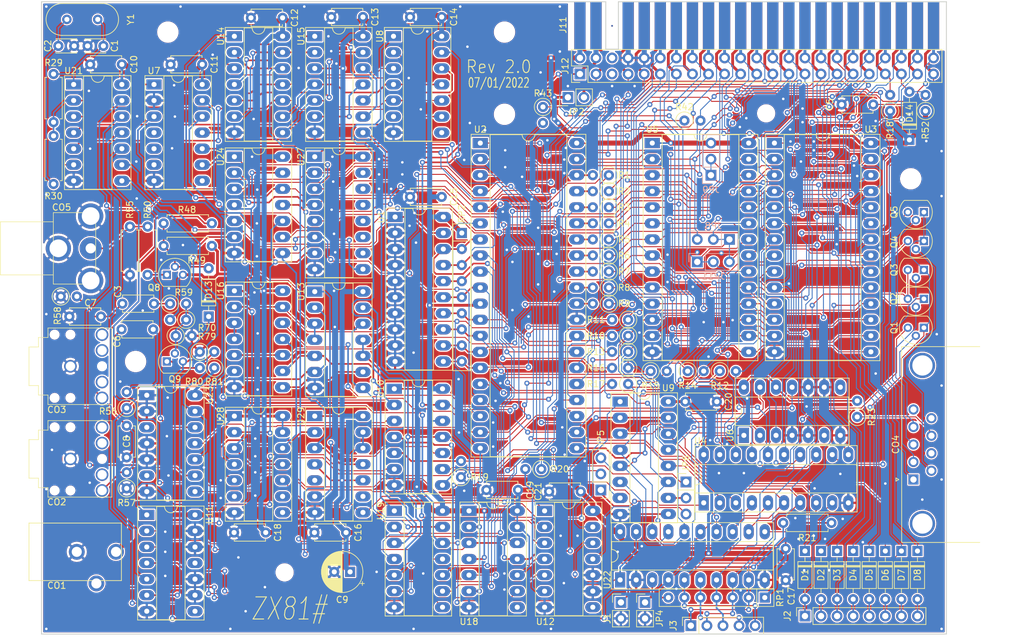
<source format=kicad_pcb>
(kicad_pcb (version 20171130) (host pcbnew 5.1.9+dfsg1-1~bpo10+1)
  (layers (0 F.Cu signal) (31 B.Cu signal) (34 B.Paste user) (35 F.Paste user) (36 B.SilkS user) (37 F.SilkS user) (38 B.Mask user) (39 F.Mask user) (44 Edge.Cuts user))
  (net 0 "")
  (net 1 GND)
  (net 2 "Net-(C1-Pad1)")
  (net 3 "Net-(C2-Pad1)")
  (net 4 "Net-(C3-Pad2)")
  (net 5 "Net-(C3-Pad1)")
  (net 6 /nRESET)
  (net 7 "Net-(C6-Pad2)")
  (net 8 "Net-(C6-Pad1)")
  (net 9 +5V)
  (net 10 /A11)
  (net 11 "Net-(D2-Pad2)")
  (net 12 /A10)
  (net 13 /A12)
  (net 14 "Net-(D4-Pad2)")
  (net 15 /A9)
  (net 16 "Net-(D5-Pad2)")
  (net 17 /A13)
  (net 18 "Net-(D6-Pad2)")
  (net 19 /A8)
  (net 20 "Net-(D7-Pad2)")
  (net 21 /A14)
  (net 22 "Net-(D8-Pad2)")
  (net 23 /A15)
  (net 24 "Net-(D13-Pad2)")
  (net 25 "Net-(D13-Pad1)")
  (net 26 "Net-(J1-Pad1)")
  (net 27 /KBD0)
  (net 28 /KBD1)
  (net 29 /KBD2)
  (net 30 /KBD3)
  (net 31 /KBD4)
  (net 32 +9V)
  (net 33 "Net-(JP4-Pad1)")
  (net 34 "Net-(JP5-Pad3)")
  (net 35 /PIXEL)
  (net 36 /nHSYNC)
  (net 37 /HSYNC)
  (net 38 "Net-(Q8-Pad1)")
  (net 39 "Net-(Q9-Pad1)")
  (net 40 /nCAS_IN)
  (net 41 "Net-(Q9-Pad2)")
  (net 42 /A8')
  (net 43 /A7)
  (net 44 /A7')
  (net 45 /A6)
  (net 46 /A6')
  (net 47 /A5)
  (net 48 /A5')
  (net 49 /A4)
  (net 50 /A4')
  (net 51 /A3)
  (net 52 /A3')
  (net 53 /A2)
  (net 54 /A2')
  (net 55 /A1)
  (net 56 /A1')
  (net 57 /A0)
  (net 58 /A0')
  (net 59 /D1)
  (net 60 /D1')
  (net 61 /D0)
  (net 62 /D0')
  (net 63 /D7)
  (net 64 /D7')
  (net 65 /D2)
  (net 66 /D2')
  (net 67 /D6)
  (net 68 /D6')
  (net 69 /D5)
  (net 70 /D5')
  (net 71 /D3)
  (net 72 /D3')
  (net 73 /D4)
  (net 74 /D4')
  (net 75 /nBUSRQ)
  (net 76 /CAS_IN)
  (net 77 "Net-(R20-Pad2)")
  (net 78 /nWAIT)
  (net 79 "Net-(R29-Pad1)")
  (net 80 /nROMCS)
  (net 81 "Net-(R43-Pad2)")
  (net 82 /nRAMCS)
  (net 83 "Net-(R48-Pad1)")
  (net 84 "Net-(CO5-Pad1)")
  (net 85 /nVSYNC)
  (net 86 /nNOP)
  (net 87 /nIORQ)
  (net 88 /nMREQ)
  (net 89 /nHALT)
  (net 90 /nNMI)
  (net 91 /nRFSH)
  (net 92 /nM1)
  (net 93 /3.25M)
  (net 94 /nBUSACK)
  (net 95 /nWR)
  (net 96 /nRD)
  (net 97 /ROW2)
  (net 98 /ROW1)
  (net 99 "Net-(U12-Pad11)")
  (net 100 /ROW0)
  (net 101 /VSYNC)
  (net 102 /6.5M)
  (net 103 "Net-(U14-Pad8)")
  (net 104 "Net-(U14-Pad9)")
  (net 105 "Net-(U14-Pad10)")
  (net 106 "Net-(U21-Pad4)")
  (net 107 "Net-(U21-Pad6)")
  (net 108 "Net-(U14-Pad11)")
  (net 109 "Net-(U10-Pad2)")
  (net 110 /nLD)
  (net 111 "Net-(U10-Pad6)")
  (net 112 "Net-(U10-Pad4)")
  (net 113 /INVERT)
  (net 114 /nPORCH)
  (net 115 "Net-(U12-Pad5)")
  (net 116 /END)
  (net 117 "Net-(U12-Pad2)")
  (net 118 "Net-(U12-Pad1)")
  (net 119 "Net-(U13-Pad13)")
  (net 120 "Net-(U13-Pad12)")
  (net 121 /nOut)
  (net 122 "Net-(U13-Pad10)")
  (net 123 "Net-(U13-Pad9)")
  (net 124 "Net-(U13-Pad1)")
  (net 125 "Net-(U14-Pad13)")
  (net 126 "Net-(U14-Pad5)")
  (net 127 "Net-(U14-Pad4)")
  (net 128 "Net-(U14-Pad3)")
  (net 129 "Net-(U15-Pad11)")
  (net 130 "Net-(U15-Pad12)")
  (net 131 /nIN_FE)
  (net 132 "Net-(U16-Pad3)")
  (net 133 "Net-(U19-Pad8)")
  (net 134 "Net-(U21-Pad12)")
  (net 135 "Net-(U23-Pad10)")
  (net 136 "Net-(U24-Pad11)")
  (net 137 "Net-(U24-Pad10)")
  (net 138 "Net-(U24-Pad9)")
  (net 139 "Net-(U28-Pad5)")
  (net 140 "Net-(U28-Pad8)")
  (net 141 "Net-(CO4-Pad8)")
  (net 142 /FRIRE)
  (net 143 /RIGHT)
  (net 144 /LEFT)
  (net 145 /DOWN)
  (net 146 /UP)
  (net 147 /KBA11)
  (net 148 /KBA12)
  (net 149 "Net-(JP5-Pad1)")
  (net 150 "Net-(JP6-Pad2)")
  (net 151 "Net-(R42-Pad1)")
  (net 152 /n3.25M)
  (net 153 /A14_RAM)
  (net 154 "Net-(U11-Pad3)")
  (module Package_DIP:DIP-14_W7.62mm_Socket_LongPads (layer F.Cu) (at 63.5 61.341)
    (fp_text reference U21 (at 0 -2.159) (layer F.SilkS))
    (fp_text value 74HC14)
    (pad 14 thru_hole oval (at 7.62 0) (size 2.4 1.6) (drill 0.8) (layers *.Cu *.Mask) (net 9 +5V))
    (pad 7 thru_hole oval (at 0 15.24) (size 2.4 1.6) (drill 0.8) (layers *.Cu *.Mask) (net 1 GND))
    (pad 13 thru_hole oval (at 7.62 2.54) (size 2.4 1.6) (drill 0.8) (layers *.Cu *.Mask) (net 21 /A14))
    (pad 6 thru_hole oval (at 0 12.7) (size 2.4 1.6) (drill 0.8) (layers *.Cu *.Mask) (net 107 "Net-(U21-Pad6)"))
    (pad 12 thru_hole oval (at 7.62 5.08) (size 2.4 1.6) (drill 0.8) (layers *.Cu *.Mask) (net 134 "Net-(U21-Pad12)"))
    (pad 5 thru_hole oval (at 0 10.16) (size 2.4 1.6) (drill 0.8) (layers *.Cu *.Mask) (net 105 "Net-(U14-Pad10)"))
    (pad 11 thru_hole oval (at 7.62 7.62) (size 2.4 1.6) (drill 0.8) (layers *.Cu *.Mask) (net 133 "Net-(U19-Pad8)"))
    (pad 4 thru_hole oval (at 0 7.62) (size 2.4 1.6) (drill 0.8) (layers *.Cu *.Mask) (net 106 "Net-(U21-Pad4)"))
    (pad 10 thru_hole oval (at 7.62 10.16) (size 2.4 1.6) (drill 0.8) (layers *.Cu *.Mask) (net 118 "Net-(U12-Pad1)"))
    (pad 3 thru_hole oval (at 0 5.08) (size 2.4 1.6) (drill 0.8) (layers *.Cu *.Mask) (net 108 "Net-(U14-Pad11)"))
    (pad 9 thru_hole oval (at 7.62 12.7) (size 2.4 1.6) (drill 0.8) (layers *.Cu *.Mask) (net 89 /nHALT))
    (pad 2 thru_hole oval (at 0 2.54) (size 2.4 1.6) (drill 0.8) (layers *.Cu *.Mask) (net 79 "Net-(R29-Pad1)"))
    (pad 8 thru_hole oval (at 7.62 15.24) (size 2.4 1.6) (drill 0.8) (layers *.Cu *.Mask) (net 115 "Net-(U12-Pad5)"))
    (pad 1 thru_hole rect (at 0 0) (size 2.4 1.6) (drill 0.8) (layers *.Cu *.Mask) (net 2 "Net-(C1-Pad1)"))
  )
  (module Package_DIP:DIP-14_W7.62mm_Socket_LongPads (layer F.Cu) (at 125.984 128.778)
    (fp_text reference U18 (at 0 17.526) (layer F.SilkS))
    (fp_text value 74HC74)
    (pad 14 thru_hole oval (at 7.62 0) (size 2.4 1.6) (drill 0.8) (layers *.Cu *.Mask) (net 9 +5V))
    (pad 7 thru_hole oval (at 0 15.24) (size 2.4 1.6) (drill 0.8) (layers *.Cu *.Mask) (net 1 GND))
    (pad 13 thru_hole oval (at 7.62 2.54) (size 2.4 1.6) (drill 0.8) (layers *.Cu *.Mask) (net 9 +5V))
    (pad 6 thru_hole oval (at 0 12.7) (size 2.4 1.6) (drill 0.8) (layers *.Cu *.Mask) (net 152 /n3.25M))
    (pad 12 thru_hole oval (at 7.62 5.08) (size 2.4 1.6) (drill 0.8) (layers *.Cu *.Mask) (net 154 "Net-(U11-Pad3)"))
    (pad 5 thru_hole oval (at 0 10.16) (size 2.4 1.6) (drill 0.8) (layers *.Cu *.Mask) (net 93 /3.25M))
    (pad 11 thru_hole oval (at 7.62 7.62) (size 2.4 1.6) (drill 0.8) (layers *.Cu *.Mask) (net 102 /6.5M))
    (pad 4 thru_hole oval (at 0 7.62) (size 2.4 1.6) (drill 0.8) (layers *.Cu *.Mask) (net 9 +5V))
    (pad 10 thru_hole oval (at 7.62 10.16) (size 2.4 1.6) (drill 0.8) (layers *.Cu *.Mask) (net 9 +5V))
    (pad 3 thru_hole oval (at 0 5.08) (size 2.4 1.6) (drill 0.8) (layers *.Cu *.Mask) (net 102 /6.5M))
    (pad 9 thru_hole oval (at 7.62 12.7) (size 2.4 1.6) (drill 0.8) (layers *.Cu *.Mask) (net 83 "Net-(R48-Pad1)"))
    (pad 2 thru_hole oval (at 0 2.54) (size 2.4 1.6) (drill 0.8) (layers *.Cu *.Mask) (net 152 /n3.25M))
    (pad 8 thru_hole oval (at 7.62 15.24) (size 2.4 1.6) (drill 0.8) (layers *.Cu *.Mask))
    (pad 1 thru_hole rect (at 0 0) (size 2.4 1.6) (drill 0.8) (layers *.Cu *.Mask) (net 9 +5V))
  )
  (module Package_DIP:DIP-14_W7.62mm_Socket_LongPads (layer F.Cu) (at 76.2 61.341)
    (fp_text reference U7 (at 0 -2.159) (layer F.SilkS))
    (fp_text value 74HC393)
    (pad 14 thru_hole oval (at 7.62 0) (size 2.4 1.6) (drill 0.8) (layers *.Cu *.Mask) (net 9 +5V))
    (pad 7 thru_hole oval (at 0 15.24) (size 2.4 1.6) (drill 0.8) (layers *.Cu *.Mask) (net 1 GND))
    (pad 13 thru_hole oval (at 7.62 2.54) (size 2.4 1.6) (drill 0.8) (layers *.Cu *.Mask) (net 36 /nHSYNC))
    (pad 6 thru_hole oval (at 0 12.7) (size 2.4 1.6) (drill 0.8) (layers *.Cu *.Mask))
    (pad 12 thru_hole oval (at 7.62 5.08) (size 2.4 1.6) (drill 0.8) (layers *.Cu *.Mask) (net 101 /VSYNC))
    (pad 5 thru_hole oval (at 0 10.16) (size 2.4 1.6) (drill 0.8) (layers *.Cu *.Mask))
    (pad 11 thru_hole oval (at 7.62 7.62) (size 2.4 1.6) (drill 0.8) (layers *.Cu *.Mask) (net 100 /ROW0))
    (pad 4 thru_hole oval (at 0 7.62) (size 2.4 1.6) (drill 0.8) (layers *.Cu *.Mask))
    (pad 10 thru_hole oval (at 7.62 10.16) (size 2.4 1.6) (drill 0.8) (layers *.Cu *.Mask) (net 98 /ROW1))
    (pad 3 thru_hole oval (at 0 5.08) (size 2.4 1.6) (drill 0.8) (layers *.Cu *.Mask) (net 102 /6.5M))
    (pad 9 thru_hole oval (at 7.62 12.7) (size 2.4 1.6) (drill 0.8) (layers *.Cu *.Mask) (net 97 /ROW2))
    (pad 2 thru_hole oval (at 0 2.54) (size 2.4 1.6) (drill 0.8) (layers *.Cu *.Mask) (net 1 GND))
    (pad 8 thru_hole oval (at 7.62 15.24) (size 2.4 1.6) (drill 0.8) (layers *.Cu *.Mask))
    (pad 1 thru_hole rect (at 0 0) (size 2.4 1.6) (drill 0.8) (layers *.Cu *.Mask) (net 79 "Net-(R29-Pad1)"))
  )
  (module Package_DIP:DIP-14_W7.62mm_Socket_LongPads (layer F.Cu) (at 169.418 116.84 90)
    (fp_text reference U6 (at 0 -2.159 90) (layer F.SilkS))
    (fp_text value 74HC125)
    (pad 1 thru_hole rect (at 0 0 90) (size 2.4 1.6) (drill 0.8) (layers *.Cu *.Mask) (net 99 "Net-(U12-Pad11)"))
    (pad 8 thru_hole oval (at 7.62 15.24 90) (size 2.4 1.6) (drill 0.8) (layers *.Cu *.Mask))
    (pad 2 thru_hole oval (at 0 2.54 90) (size 2.4 1.6) (drill 0.8) (layers *.Cu *.Mask) (net 100 /ROW0))
    (pad 9 thru_hole oval (at 7.62 12.7 90) (size 2.4 1.6) (drill 0.8) (layers *.Cu *.Mask) (net 1 GND))
    (pad 3 thru_hole oval (at 0 5.08 90) (size 2.4 1.6) (drill 0.8) (layers *.Cu *.Mask) (net 58 /A0'))
    (pad 10 thru_hole oval (at 7.62 10.16 90) (size 2.4 1.6) (drill 0.8) (layers *.Cu *.Mask) (net 1 GND))
    (pad 4 thru_hole oval (at 0 7.62 90) (size 2.4 1.6) (drill 0.8) (layers *.Cu *.Mask) (net 1 GND))
    (pad 11 thru_hole oval (at 7.62 7.62 90) (size 2.4 1.6) (drill 0.8) (layers *.Cu *.Mask) (net 76 /CAS_IN))
    (pad 5 thru_hole oval (at 0 10.16 90) (size 2.4 1.6) (drill 0.8) (layers *.Cu *.Mask) (net 1 GND))
    (pad 12 thru_hole oval (at 7.62 5.08 90) (size 2.4 1.6) (drill 0.8) (layers *.Cu *.Mask) (net 9 +5V))
    (pad 6 thru_hole oval (at 0 12.7 90) (size 2.4 1.6) (drill 0.8) (layers *.Cu *.Mask))
    (pad 13 thru_hole oval (at 7.62 2.54 90) (size 2.4 1.6) (drill 0.8) (layers *.Cu *.Mask) (net 40 /nCAS_IN))
    (pad 7 thru_hole oval (at 0 15.24 90) (size 2.4 1.6) (drill 0.8) (layers *.Cu *.Mask) (net 1 GND))
    (pad 14 thru_hole oval (at 7.62 0 90) (size 2.4 1.6) (drill 0.8) (layers *.Cu *.Mask) (net 9 +5V))
  )
  (module modusoft:Jack_Barrel_CLIFF_FCR681465P (layer F.Cu) (at 63.994 135.26 90)
    (fp_text reference CO1 (at -5.329 -3.161 180) (layer F.SilkS))
    (fp_text value "Power in")
    (pad 2 thru_hole circle (at 0 0 90) (size 2.5 2.5) (drill 1.6) (layers *.Cu *.Mask) (net 1 GND))
    (pad 3 thru_hole circle (at -5 3.1 90) (size 2.5 2.5) (drill 1.6) (layers *.Cu *.Mask))
    (pad 1 thru_hole circle (at 0 6.2 90) (size 2.5 2.5) (drill 1.6) (layers *.Cu *.Mask) (net 9 +5V))
  )
  (module Package_DIP:DIP-40_W15.24mm_Socket_LongPads (layer F.Cu) (at 127.762 70.612)
    (fp_text reference U2 (at 0 -2.159) (layer F.SilkS))
    (fp_text value Z80CPU)
    (pad 40 thru_hole oval (at 15.24 0) (size 2.4 1.6) (drill 0.8) (layers *.Cu *.Mask) (net 12 /A10))
    (pad 20 thru_hole oval (at 0 48.26) (size 2.4 1.6) (drill 0.8) (layers *.Cu *.Mask) (net 87 /nIORQ))
    (pad 39 thru_hole oval (at 15.24 2.54) (size 2.4 1.6) (drill 0.8) (layers *.Cu *.Mask) (net 15 /A9))
    (pad 19 thru_hole oval (at 0 45.72) (size 2.4 1.6) (drill 0.8) (layers *.Cu *.Mask) (net 88 /nMREQ))
    (pad 38 thru_hole oval (at 15.24 5.08) (size 2.4 1.6) (drill 0.8) (layers *.Cu *.Mask) (net 19 /A8))
    (pad 18 thru_hole oval (at 0 43.18) (size 2.4 1.6) (drill 0.8) (layers *.Cu *.Mask) (net 89 /nHALT))
    (pad 37 thru_hole oval (at 15.24 7.62) (size 2.4 1.6) (drill 0.8) (layers *.Cu *.Mask) (net 43 /A7))
    (pad 17 thru_hole oval (at 0 40.64) (size 2.4 1.6) (drill 0.8) (layers *.Cu *.Mask) (net 90 /nNMI))
    (pad 36 thru_hole oval (at 15.24 10.16) (size 2.4 1.6) (drill 0.8) (layers *.Cu *.Mask) (net 45 /A6))
    (pad 16 thru_hole oval (at 0 38.1) (size 2.4 1.6) (drill 0.8) (layers *.Cu *.Mask) (net 45 /A6))
    (pad 35 thru_hole oval (at 15.24 12.7) (size 2.4 1.6) (drill 0.8) (layers *.Cu *.Mask) (net 47 /A5))
    (pad 15 thru_hole oval (at 0 35.56) (size 2.4 1.6) (drill 0.8) (layers *.Cu *.Mask) (net 59 /D1))
    (pad 34 thru_hole oval (at 15.24 15.24) (size 2.4 1.6) (drill 0.8) (layers *.Cu *.Mask) (net 49 /A4))
    (pad 14 thru_hole oval (at 0 33.02) (size 2.4 1.6) (drill 0.8) (layers *.Cu *.Mask) (net 61 /D0))
    (pad 33 thru_hole oval (at 15.24 17.78) (size 2.4 1.6) (drill 0.8) (layers *.Cu *.Mask) (net 51 /A3))
    (pad 13 thru_hole oval (at 0 30.48) (size 2.4 1.6) (drill 0.8) (layers *.Cu *.Mask) (net 63 /D7))
    (pad 32 thru_hole oval (at 15.24 20.32) (size 2.4 1.6) (drill 0.8) (layers *.Cu *.Mask) (net 53 /A2))
    (pad 12 thru_hole oval (at 0 27.94) (size 2.4 1.6) (drill 0.8) (layers *.Cu *.Mask) (net 65 /D2))
    (pad 31 thru_hole oval (at 15.24 22.86) (size 2.4 1.6) (drill 0.8) (layers *.Cu *.Mask) (net 55 /A1))
    (pad 11 thru_hole oval (at 0 25.4) (size 2.4 1.6) (drill 0.8) (layers *.Cu *.Mask) (net 9 +5V))
    (pad 30 thru_hole oval (at 15.24 25.4) (size 2.4 1.6) (drill 0.8) (layers *.Cu *.Mask) (net 57 /A0))
    (pad 10 thru_hole oval (at 0 22.86) (size 2.4 1.6) (drill 0.8) (layers *.Cu *.Mask) (net 67 /D6))
    (pad 29 thru_hole oval (at 15.24 27.94) (size 2.4 1.6) (drill 0.8) (layers *.Cu *.Mask) (net 1 GND))
    (pad 9 thru_hole oval (at 0 20.32) (size 2.4 1.6) (drill 0.8) (layers *.Cu *.Mask) (net 69 /D5))
    (pad 28 thru_hole oval (at 15.24 30.48) (size 2.4 1.6) (drill 0.8) (layers *.Cu *.Mask) (net 91 /nRFSH))
    (pad 8 thru_hole oval (at 0 17.78) (size 2.4 1.6) (drill 0.8) (layers *.Cu *.Mask) (net 71 /D3))
    (pad 27 thru_hole oval (at 15.24 33.02) (size 2.4 1.6) (drill 0.8) (layers *.Cu *.Mask) (net 92 /nM1))
    (pad 7 thru_hole oval (at 0 15.24) (size 2.4 1.6) (drill 0.8) (layers *.Cu *.Mask) (net 73 /D4))
    (pad 26 thru_hole oval (at 15.24 35.56) (size 2.4 1.6) (drill 0.8) (layers *.Cu *.Mask) (net 6 /nRESET))
    (pad 6 thru_hole oval (at 0 12.7) (size 2.4 1.6) (drill 0.8) (layers *.Cu *.Mask) (net 152 /n3.25M))
    (pad 25 thru_hole oval (at 15.24 38.1) (size 2.4 1.6) (drill 0.8) (layers *.Cu *.Mask) (net 75 /nBUSRQ))
    (pad 5 thru_hole oval (at 0 10.16) (size 2.4 1.6) (drill 0.8) (layers *.Cu *.Mask) (net 23 /A15))
    (pad 24 thru_hole oval (at 15.24 40.64) (size 2.4 1.6) (drill 0.8) (layers *.Cu *.Mask) (net 78 /nWAIT))
    (pad 4 thru_hole oval (at 0 7.62) (size 2.4 1.6) (drill 0.8) (layers *.Cu *.Mask) (net 21 /A14))
    (pad 23 thru_hole oval (at 15.24 43.18) (size 2.4 1.6) (drill 0.8) (layers *.Cu *.Mask) (net 94 /nBUSACK))
    (pad 3 thru_hole oval (at 0 5.08) (size 2.4 1.6) (drill 0.8) (layers *.Cu *.Mask) (net 17 /A13))
    (pad 22 thru_hole oval (at 15.24 45.72) (size 2.4 1.6) (drill 0.8) (layers *.Cu *.Mask) (net 95 /nWR))
    (pad 2 thru_hole oval (at 0 2.54) (size 2.4 1.6) (drill 0.8) (layers *.Cu *.Mask) (net 13 /A12))
    (pad 21 thru_hole oval (at 15.24 48.26) (size 2.4 1.6) (drill 0.8) (layers *.Cu *.Mask) (net 96 /nRD))
    (pad 1 thru_hole rect (at 0 0) (size 2.4 1.6) (drill 0.8) (layers *.Cu *.Mask) (net 10 /A11))
  )
  (module Package_DIP:DIP-14_W7.62mm_Socket_LongPads (layer F.Cu) (at 114.173 128.778)
    (fp_text reference U19 (at -2.159 0 90) (layer F.SilkS))
    (fp_text value 74HC32)
    (pad 14 thru_hole oval (at 7.62 0) (size 2.4 1.6) (drill 0.8) (layers *.Cu *.Mask) (net 9 +5V))
    (pad 7 thru_hole oval (at 0 15.24) (size 2.4 1.6) (drill 0.8) (layers *.Cu *.Mask) (net 1 GND))
    (pad 13 thru_hole oval (at 7.62 2.54) (size 2.4 1.6) (drill 0.8) (layers *.Cu *.Mask) (net 120 "Net-(U13-Pad12)"))
    (pad 6 thru_hole oval (at 0 12.7) (size 2.4 1.6) (drill 0.8) (layers *.Cu *.Mask) (net 90 /nNMI))
    (pad 12 thru_hole oval (at 7.62 5.08) (size 2.4 1.6) (drill 0.8) (layers *.Cu *.Mask) (net 131 /nIN_FE))
    (pad 5 thru_hole oval (at 0 10.16) (size 2.4 1.6) (drill 0.8) (layers *.Cu *.Mask) (net 36 /nHSYNC))
    (pad 11 thru_hole oval (at 7.62 7.62) (size 2.4 1.6) (drill 0.8) (layers *.Cu *.Mask) (net 124 "Net-(U13-Pad1)"))
    (pad 4 thru_hole oval (at 0 7.62) (size 2.4 1.6) (drill 0.8) (layers *.Cu *.Mask) (net 122 "Net-(U13-Pad10)"))
    (pad 10 thru_hole oval (at 7.62 10.16) (size 2.4 1.6) (drill 0.8) (layers *.Cu *.Mask) (net 87 /nIORQ))
    (pad 3 thru_hole oval (at 0 5.08) (size 2.4 1.6) (drill 0.8) (layers *.Cu *.Mask) (net 119 "Net-(U13-Pad13)"))
    (pad 9 thru_hole oval (at 7.62 12.7) (size 2.4 1.6) (drill 0.8) (layers *.Cu *.Mask) (net 92 /nM1))
    (pad 2 thru_hole oval (at 0 2.54) (size 2.4 1.6) (drill 0.8) (layers *.Cu *.Mask) (net 55 /A1))
    (pad 8 thru_hole oval (at 7.62 15.24) (size 2.4 1.6) (drill 0.8) (layers *.Cu *.Mask) (net 133 "Net-(U19-Pad8)"))
    (pad 1 thru_hole rect (at 0 0) (size 2.4 1.6) (drill 0.8) (layers *.Cu *.Mask) (net 121 /nOut))
  )
  (module Connector_PinHeader_2.54mm:PinHeader_1x02_P2.54mm_Vertical (layer F.Cu) (at 149.987 143.256)
    (fp_text reference J1 (at -2.159 2.54 90) (layer F.SilkS))
    (fp_text value "LED on")
    (pad 2 thru_hole oval (at 0 2.54) (size 1.7 1.7) (drill 1) (layers *.Cu *.Mask) (net 1 GND))
    (pad 1 thru_hole rect (at 0 0) (size 1.7 1.7) (drill 1) (layers *.Cu *.Mask) (net 26 "Net-(J1-Pad1)"))
  )
  (module Capacitor_THT:C_Disc_D4.7mm_W2.5mm_P5.00mm (layer F.Cu) (at 189.865 64.516 180)
    (fp_text reference C5 (at 6.858 0 90) (layer F.SilkS))
    (fp_text value 1u)
    (pad 2 thru_hole circle (at 5 0 180) (size 1.6 1.6) (drill 0.8) (layers *.Cu *.Mask) (net 1 GND))
    (pad 1 thru_hole circle (at 0 0 180) (size 1.6 1.6) (drill 0.8) (layers *.Cu *.Mask) (net 6 /nRESET))
  )
  (module Resistor_THT:R_Axial_DIN0207_L6.3mm_D2.5mm_P2.54mm_Vertical (layer F.Cu) (at 71.882 112.522 90)
    (fp_text reference R56 (at -0.508 -2.921 180) (layer F.SilkS))
    (fp_text value 47k)
    (pad 2 thru_hole oval (at 2.54 0 90) (size 1.6 1.6) (drill 0.8) (layers *.Cu *.Mask) (net 8 "Net-(C6-Pad1)"))
    (pad 1 thru_hole circle (at 0 0 90) (size 1.6 1.6) (drill 0.8) (layers *.Cu *.Mask) (net 85 /nVSYNC))
  )
  (module modusoft:RCA_CON_CLIFF_FC68391 (layer F.Cu) (at 61.087 87.26 90)
    (fp_text reference CO5 (at 6.488 0.508 180) (layer F.SilkS))
    (fp_text value "Video out")
    (pad 2 thru_hole circle (at 5.1 5.1 90) (size 4 4) (drill 2.8) (layers *.Cu *.Mask) (net 1 GND))
    (pad 2 thru_hole circle (at -5.1 5.1 90) (size 4 4) (drill 2.8) (layers *.Cu *.Mask) (net 1 GND))
    (pad 1 thru_hole circle (at 0 5.1 90) (size 3.5 3.5) (drill 1.6) (layers *.Cu *.Mask) (net 84 "Net-(CO5-Pad1)"))
    (pad 2 thru_hole circle (at 0 0 90) (size 4 4) (drill 2.8) (layers *.Cu *.Mask) (net 1 GND))
  )
  (module modusoft:Jack_3.5mm_MULTICOMP_SPC21348 (layer F.Cu) (at 62.992 105.91 90)
    (fp_text reference CO3 (at -6.866 -2.159 180) (layer F.SilkS))
    (fp_text value "Tape in")
    (pad "" np_thru_hole circle (at -5 0 90) (size 1.2 1.2) (drill 1.2) (layers *.Cu *.Mask))
    (pad G thru_hole circle (at 0 0 90) (size 2 2) (drill 1.5) (layers *.Cu *.Mask) (net 1 GND))
    (pad "" np_thru_hole circle (at -5 -2.5 90) (size 1.2 1.2) (drill 1.2) (layers *.Cu *.Mask))
    (pad "" np_thru_hole circle (at 5 0 90) (size 1.2 1.2) (drill 1.2) (layers *.Cu *.Mask))
    (pad "" np_thru_hole circle (at 5 -2.5 90) (size 1.2 1.2) (drill 1.2) (layers *.Cu *.Mask))
    (pad "" np_thru_hole circle (at 0 5 90) (size 1.2 1.2) (drill 1.2) (layers *.Cu *.Mask))
    (pad T thru_hole circle (at -5 5 90) (size 2 2) (drill 1.5) (layers *.Cu *.Mask) (net 4 "Net-(C3-Pad2)"))
    (pad TN thru_hole circle (at -2.5 5 90) (size 2 2) (drill 1.5) (layers *.Cu *.Mask))
    (pad SN thru_hole circle (at 2.5 5 90) (size 2 2) (drill 1.5) (layers *.Cu *.Mask))
    (pad S thru_hole circle (at 5 5 90) (size 2 2) (drill 1.5) (layers *.Cu *.Mask))
  )
  (module modusoft:Jack_3.5mm_MULTICOMP_SPC21348 (layer F.Cu) (at 62.992 120.56 90)
    (fp_text reference CO2 (at -6.821 -2.159 180) (layer F.SilkS))
    (fp_text value "Tape out")
    (pad "" np_thru_hole circle (at -5 0 90) (size 1.2 1.2) (drill 1.2) (layers *.Cu *.Mask))
    (pad G thru_hole circle (at 0 0 90) (size 2 2) (drill 1.5) (layers *.Cu *.Mask) (net 1 GND))
    (pad "" np_thru_hole circle (at -5 -2.5 90) (size 1.2 1.2) (drill 1.2) (layers *.Cu *.Mask))
    (pad "" np_thru_hole circle (at 5 0 90) (size 1.2 1.2) (drill 1.2) (layers *.Cu *.Mask))
    (pad "" np_thru_hole circle (at 5 -2.5 90) (size 1.2 1.2) (drill 1.2) (layers *.Cu *.Mask))
    (pad "" np_thru_hole circle (at 0 5 90) (size 1.2 1.2) (drill 1.2) (layers *.Cu *.Mask))
    (pad T thru_hole circle (at -5 5 90) (size 2 2) (drill 1.5) (layers *.Cu *.Mask) (net 7 "Net-(C6-Pad2)"))
    (pad TN thru_hole circle (at -2.5 5 90) (size 2 2) (drill 1.5) (layers *.Cu *.Mask))
    (pad SN thru_hole circle (at 2.5 5 90) (size 2 2) (drill 1.5) (layers *.Cu *.Mask))
    (pad S thru_hole circle (at 5 5 90) (size 2 2) (drill 1.5) (layers *.Cu *.Mask))
  )
  (module Package_DIP:DIP-16_W7.62mm_Socket_LongPads (layer F.Cu) (at 101.6 72.771)
    (fp_text reference U27 (at -2.159 0 90) (layer F.SilkS))
    (fp_text value 74HC138)
    (pad 16 thru_hole oval (at 7.62 0) (size 2.4 1.6) (drill 0.8) (layers *.Cu *.Mask) (net 9 +5V))
    (pad 8 thru_hole oval (at 0 17.78) (size 2.4 1.6) (drill 0.8) (layers *.Cu *.Mask) (net 1 GND))
    (pad 15 thru_hole oval (at 7.62 2.54) (size 2.4 1.6) (drill 0.8) (layers *.Cu *.Mask))
    (pad 7 thru_hole oval (at 0 15.24) (size 2.4 1.6) (drill 0.8) (layers *.Cu *.Mask) (net 137 "Net-(U24-Pad10)"))
    (pad 14 thru_hole oval (at 7.62 5.08) (size 2.4 1.6) (drill 0.8) (layers *.Cu *.Mask))
    (pad 6 thru_hole oval (at 0 12.7) (size 2.4 1.6) (drill 0.8) (layers *.Cu *.Mask) (net 89 /nHALT))
    (pad 13 thru_hole oval (at 7.62 7.62) (size 2.4 1.6) (drill 0.8) (layers *.Cu *.Mask))
    (pad 5 thru_hole oval (at 0 10.16) (size 2.4 1.6) (drill 0.8) (layers *.Cu *.Mask) (net 68 /D6'))
    (pad 12 thru_hole oval (at 7.62 10.16) (size 2.4 1.6) (drill 0.8) (layers *.Cu *.Mask))
    (pad 4 thru_hole oval (at 0 7.62) (size 2.4 1.6) (drill 0.8) (layers *.Cu *.Mask) (net 92 /nM1))
    (pad 11 thru_hole oval (at 7.62 12.7) (size 2.4 1.6) (drill 0.8) (layers *.Cu *.Mask))
    (pad 3 thru_hole oval (at 0 5.08) (size 2.4 1.6) (drill 0.8) (layers *.Cu *.Mask) (net 23 /A15))
    (pad 10 thru_hole oval (at 7.62 15.24) (size 2.4 1.6) (drill 0.8) (layers *.Cu *.Mask))
    (pad 2 thru_hole oval (at 0 2.54) (size 2.4 1.6) (drill 0.8) (layers *.Cu *.Mask) (net 21 /A14))
    (pad 9 thru_hole oval (at 7.62 17.78) (size 2.4 1.6) (drill 0.8) (layers *.Cu *.Mask) (net 138 "Net-(U24-Pad9)"))
    (pad 1 thru_hole rect (at 0 0) (size 2.4 1.6) (drill 0.8) (layers *.Cu *.Mask) (net 64 /D7'))
  )
  (module Package_DIP:DIP-14_W7.62mm_Socket_LongPads (layer F.Cu) (at 114.046 53.721)
    (fp_text reference U8 (at -2.159 0 90) (layer F.SilkS))
    (fp_text value 74HC4002)
    (pad 14 thru_hole oval (at 7.62 0) (size 2.4 1.6) (drill 0.8) (layers *.Cu *.Mask) (net 9 +5V))
    (pad 7 thru_hole oval (at 0 15.24) (size 2.4 1.6) (drill 0.8) (layers *.Cu *.Mask) (net 1 GND))
    (pad 13 thru_hole oval (at 7.62 2.54) (size 2.4 1.6) (drill 0.8) (layers *.Cu *.Mask) (net 37 /HSYNC))
    (pad 6 thru_hole oval (at 0 12.7) (size 2.4 1.6) (drill 0.8) (layers *.Cu *.Mask))
    (pad 12 thru_hole oval (at 7.62 5.08) (size 2.4 1.6) (drill 0.8) (layers *.Cu *.Mask) (net 103 "Net-(U14-Pad8)"))
    (pad 5 thru_hole oval (at 0 10.16) (size 2.4 1.6) (drill 0.8) (layers *.Cu *.Mask) (net 103 "Net-(U14-Pad8)"))
    (pad 11 thru_hole oval (at 7.62 7.62) (size 2.4 1.6) (drill 0.8) (layers *.Cu *.Mask) (net 104 "Net-(U14-Pad9)"))
    (pad 4 thru_hole oval (at 0 7.62) (size 2.4 1.6) (drill 0.8) (layers *.Cu *.Mask) (net 104 "Net-(U14-Pad9)"))
    (pad 10 thru_hole oval (at 7.62 10.16) (size 2.4 1.6) (drill 0.8) (layers *.Cu *.Mask) (net 105 "Net-(U14-Pad10)"))
    (pad 3 thru_hole oval (at 0 5.08) (size 2.4 1.6) (drill 0.8) (layers *.Cu *.Mask) (net 107 "Net-(U21-Pad6)"))
    (pad 9 thru_hole oval (at 7.62 12.7) (size 2.4 1.6) (drill 0.8) (layers *.Cu *.Mask) (net 106 "Net-(U21-Pad4)"))
    (pad 2 thru_hole oval (at 0 2.54) (size 2.4 1.6) (drill 0.8) (layers *.Cu *.Mask) (net 108 "Net-(U14-Pad11)"))
    (pad 8 thru_hole oval (at 7.62 15.24) (size 2.4 1.6) (drill 0.8) (layers *.Cu *.Mask))
    (pad 1 thru_hole rect (at 0 0) (size 2.4 1.6) (drill 0.8) (layers *.Cu *.Mask) (net 109 "Net-(U10-Pad2)"))
  )
  (module Crystal:Crystal_HC49-4H_Vertical (layer F.Cu) (at 67.31 51.054 180)
    (fp_text reference Y1 (at -5.207 0 90) (layer F.SilkS))
    (fp_text value 13MHz)
    (pad 2 thru_hole circle (at 4.88 0 180) (size 1.5 1.5) (drill 0.8) (layers *.Cu *.Mask) (net 3 "Net-(C2-Pad1)"))
    (pad 1 thru_hole circle (at 0 0 180) (size 1.5 1.5) (drill 0.8) (layers *.Cu *.Mask) (net 2 "Net-(C1-Pad1)"))
  )
  (module Capacitor_THT:C_Disc_D4.7mm_W2.5mm_P5.00mm (layer F.Cu) (at 121.666 50.673 180)
    (fp_text reference C14 (at -1.905 0 90) (layer F.SilkS))
    (fp_text value 100n)
    (pad 2 thru_hole circle (at 5 0 180) (size 1.6 1.6) (drill 0.8) (layers *.Cu *.Mask) (net 1 GND))
    (pad 1 thru_hole circle (at 0 0 180) (size 1.6 1.6) (drill 0.8) (layers *.Cu *.Mask) (net 9 +5V))
  )
  (module Capacitor_THT:C_Disc_D4.7mm_W2.5mm_P5.00mm (layer F.Cu) (at 109.22 50.673 180)
    (fp_text reference C13 (at -1.905 0 90) (layer F.SilkS))
    (fp_text value 100n)
    (pad 2 thru_hole circle (at 5 0 180) (size 1.6 1.6) (drill 0.8) (layers *.Cu *.Mask) (net 1 GND))
    (pad 1 thru_hole circle (at 0 0 180) (size 1.6 1.6) (drill 0.8) (layers *.Cu *.Mask) (net 9 +5V))
  )
  (module MountingHole:MountingHole_3mm (layer F.Cu) (at 73.29 105.16)
    (fp_text reference H7 hide)
    (fp_text value "MountingHole 3.0mm" hide)
    (pad 1 np_thru_hole circle (at 0 0) (size 3 3) (drill 3) (layers *.Cu *.Mask))
  )
  (module MountingHole:MountingHole_2.5mm (layer F.Cu) (at 96.84 138.51)
    (fp_text reference H6 hide)
    (fp_text value "MountingHole 2.5mm" hide)
    (pad 1 np_thru_hole circle (at 0 0) (size 2.5 2.5) (drill 2.5) (layers *.Cu *.Mask))
  )
  (module MountingHole:MountingHole_2.5mm (layer F.Cu) (at 172.94 65.91)
    (fp_text reference H5 hide)
    (fp_text value "MountingHole 2.5mm")
    (pad 1 np_thru_hole circle (at 0 0) (size 2.5 2.5) (drill 2.5) (layers *.Cu *.Mask))
  )
  (module MountingHole:MountingHole_3mm (layer F.Cu) (at 195.79 76.26)
    (fp_text reference H4 hide)
    (fp_text value "MountingHole 3.0mm" hide)
    (pad 1 np_thru_hole circle (at 0 0) (size 3 3) (drill 3) (layers *.Cu *.Mask))
  )
  (module MountingHole:MountingHole_3mm (layer F.Cu) (at 131.59 66.06)
    (fp_text reference H3 hide)
    (fp_text value "MountingHole 3.0mm" hide)
    (pad 1 np_thru_hole circle (at 0 0) (size 3 3) (drill 3) (layers *.Cu *.Mask))
  )
  (module MountingHole:MountingHole_3mm (layer F.Cu) (at 131.59 53.06)
    (fp_text reference H2 hide)
    (fp_text value "MountingHole 3.0mm" hide)
    (pad 1 np_thru_hole circle (at 0 0) (size 3 3) (drill 3) (layers *.Cu *.Mask))
  )
  (module MountingHole:MountingHole_3mm (layer F.Cu) (at 78.39 53.06)
    (fp_text reference H1 hide)
    (fp_text value "MountingHole 3.0mm" hide)
    (pad 1 np_thru_hole circle (at 0 0) (size 3 3) (drill 3) (layers *.Cu *.Mask))
  )
  (module modusoft:ZX81_EXP (layer F.Cu) (at 148.59 48.26)
    (fp_text reference J11 (at -7.747 3.683 90) (layer F.SilkS))
    (fp_text value "Expansion Header")
    (pad 3b connect rect (at 0 3.81) (size 0.25 0.25) (layers B.Cu B.Mask))
    (pad 3a connect rect (at 0 3.81) (size 0.25 0.25) (layers F.Cu F.Mask))
    (pad 1a connect rect (at -5.08 3.81) (size 1.78 7.62) (layers F.Cu F.Mask) (net 64 /D7'))
    (pad 2a connect rect (at -2.54 3.81) (size 1.78 7.62) (layers F.Cu F.Mask) (net 82 /nRAMCS))
    (pad 4a connect rect (at 2.54 3.81) (size 1.78 7.62) (layers F.Cu F.Mask) (net 62 /D0'))
    (pad 5a connect rect (at 5.08 3.81) (size 1.78 7.62) (layers F.Cu F.Mask) (net 60 /D1'))
    (pad 6a connect rect (at 7.62 3.81) (size 1.78 7.62) (layers F.Cu F.Mask) (net 66 /D2'))
    (pad 7a connect rect (at 10.16 3.81) (size 1.78 7.62) (layers F.Cu F.Mask) (net 68 /D6'))
    (pad 8a connect rect (at 12.7 3.81) (size 1.78 7.62) (layers F.Cu F.Mask) (net 70 /D5'))
    (pad 9a connect rect (at 15.24 3.81) (size 1.78 7.62) (layers F.Cu F.Mask) (net 72 /D3'))
    (pad 10a connect rect (at 17.78 3.81) (size 1.78 7.62) (layers F.Cu F.Mask) (net 74 /D4'))
    (pad 11a connect rect (at 20.32 3.81) (size 1.78 7.62) (layers F.Cu F.Mask) (net 46 /A6'))
    (pad 12a connect rect (at 22.86 3.81) (size 1.78 7.62) (layers F.Cu F.Mask) (net 90 /nNMI))
    (pad 13a connect rect (at 25.4 3.81) (size 1.78 7.62) (layers F.Cu F.Mask) (net 89 /nHALT))
    (pad 14a connect rect (at 27.94 3.81) (size 1.78 7.62) (layers F.Cu F.Mask) (net 88 /nMREQ))
    (pad 15a connect rect (at 30.48 3.81) (size 1.78 7.62) (layers F.Cu F.Mask) (net 87 /nIORQ))
    (pad 16a connect rect (at 33.02 3.81) (size 1.78 7.62) (layers F.Cu F.Mask) (net 96 /nRD))
    (pad 17a connect rect (at 35.56 3.81) (size 1.78 7.62) (layers F.Cu F.Mask) (net 95 /nWR))
    (pad 18a connect rect (at 38.1 3.81) (size 1.78 7.62) (layers F.Cu F.Mask) (net 94 /nBUSACK))
    (pad 19a connect rect (at 40.64 3.81) (size 1.78 7.62) (layers F.Cu F.Mask) (net 78 /nWAIT))
    (pad 20a connect rect (at 43.18 3.81) (size 1.78 7.62) (layers F.Cu F.Mask) (net 75 /nBUSRQ))
    (pad 21a connect rect (at 45.72 3.81) (size 1.78 7.62) (layers F.Cu F.Mask) (net 6 /nRESET))
    (pad 22a connect rect (at 48.26 3.81) (size 1.78 7.62) (layers F.Cu F.Mask) (net 92 /nM1))
    (pad 23a connect rect (at 50.8 3.81) (size 1.78 7.62) (layers F.Cu F.Mask) (net 91 /nRFSH))
    (pad 1b connect rect (at -5.08 3.81) (size 1.78 7.62) (layers B.Cu B.Mask) (net 9 +5V))
    (pad 2b connect rect (at -2.54 3.81) (size 1.78 7.62) (layers B.Cu B.Mask) (net 32 +9V))
    (pad 4b connect rect (at 2.54 3.81) (size 1.78 7.62) (layers B.Cu B.Mask) (net 1 GND))
    (pad 5b connect rect (at 5.08 3.81) (size 1.78 7.62) (layers B.Cu B.Mask) (net 1 GND))
    (pad 6b connect rect (at 7.62 3.81) (size 1.78 7.62) (layers B.Cu B.Mask) (net 93 /3.25M))
    (pad 7b connect rect (at 10.16 3.81) (size 1.78 7.62) (layers B.Cu B.Mask) (net 58 /A0'))
    (pad 8b connect rect (at 12.7 3.81) (size 1.78 7.62) (layers B.Cu B.Mask) (net 56 /A1'))
    (pad 9b connect rect (at 15.24 3.81) (size 1.78 7.62) (layers B.Cu B.Mask) (net 54 /A2'))
    (pad 10b connect rect (at 17.78 3.81) (size 1.78 7.62) (layers B.Cu B.Mask) (net 52 /A3'))
    (pad 11b connect rect (at 20.32 3.81) (size 1.78 7.62) (layers B.Cu B.Mask) (net 23 /A15))
    (pad 12b connect rect (at 22.86 3.81) (size 1.78 7.62) (layers B.Cu B.Mask) (net 21 /A14))
    (pad 13b connect rect (at 25.4 3.81) (size 1.78 7.62) (layers B.Cu B.Mask) (net 17 /A13))
    (pad 14b connect rect (at 27.94 3.81) (size 1.78 7.62) (layers B.Cu B.Mask) (net 13 /A12))
    (pad 15b connect rect (at 30.48 3.81) (size 1.78 7.62) (layers B.Cu B.Mask) (net 10 /A11))
    (pad 16b connect rect (at 33.02 3.81) (size 1.78 7.62) (layers B.Cu B.Mask) (net 12 /A10))
    (pad 17b connect rect (at 35.56 3.81) (size 1.78 7.62) (layers B.Cu B.Mask) (net 15 /A9))
    (pad 18b connect rect (at 38.1 3.81) (size 1.78 7.62) (layers B.Cu B.Mask) (net 42 /A8'))
    (pad 19b connect rect (at 40.64 3.81) (size 1.78 7.62) (layers B.Cu B.Mask) (net 44 /A7'))
    (pad 20b connect rect (at 43.18 3.81) (size 1.78 7.62) (layers B.Cu B.Mask) (net 46 /A6'))
    (pad 21b connect rect (at 45.72 3.81) (size 1.78 7.62) (layers B.Cu B.Mask) (net 48 /A5'))
    (pad 22b connect rect (at 48.26 3.81) (size 1.78 7.62) (layers B.Cu B.Mask) (net 50 /A4'))
    (pad 23b connect rect (at 50.8 3.81) (size 1.78 7.62) (layers B.Cu B.Mask) (net 80 /nROMCS))
  )
  (module Connector_Dsub:DSUB-9_Male_Horizontal_P2.77x2.84mm_EdgePinOffset7.70mm_Housed_MountingHolesOffset9.12mm (layer F.Cu) (at 196.215 123.825 90)
    (fp_text reference CO4 (at 5.54 -2.8 90) (layer F.SilkS))
    (fp_text value Joystick)
    (pad 0 thru_hole circle (at 18.04 1.42 90) (size 4 4) (drill 3.2) (layers *.Cu *.Mask))
    (pad 0 thru_hole circle (at -6.96 1.42 90) (size 4 4) (drill 3.2) (layers *.Cu *.Mask))
    (pad 9 thru_hole circle (at 9.695 2.84 90) (size 1.6 1.6) (drill 1) (layers *.Cu *.Mask))
    (pad 8 thru_hole circle (at 6.925 2.84 90) (size 1.6 1.6) (drill 1) (layers *.Cu *.Mask) (net 141 "Net-(CO4-Pad8)"))
    (pad 7 thru_hole circle (at 4.155 2.84 90) (size 1.6 1.6) (drill 1) (layers *.Cu *.Mask))
    (pad 6 thru_hole circle (at 1.385 2.84 90) (size 1.6 1.6) (drill 1) (layers *.Cu *.Mask) (net 142 /FRIRE))
    (pad 5 thru_hole circle (at 11.08 0 90) (size 1.6 1.6) (drill 1) (layers *.Cu *.Mask))
    (pad 4 thru_hole circle (at 8.31 0 90) (size 1.6 1.6) (drill 1) (layers *.Cu *.Mask) (net 143 /RIGHT))
    (pad 3 thru_hole circle (at 5.54 0 90) (size 1.6 1.6) (drill 1) (layers *.Cu *.Mask) (net 144 /LEFT))
    (pad 2 thru_hole circle (at 2.77 0 90) (size 1.6 1.6) (drill 1) (layers *.Cu *.Mask) (net 145 /DOWN))
    (pad 1 thru_hole rect (at 0 0 90) (size 1.6 1.6) (drill 1) (layers *.Cu *.Mask) (net 146 /UP))
  )
  (module Resistor_THT:R_Axial_DIN0207_L6.3mm_D2.5mm_P2.54mm_Vertical (layer F.Cu) (at 187.325 113.919 90)
    (fp_text reference R23 (at 0 2.286 90) (layer F.SilkS))
    (fp_text value 10k)
    (pad 2 thru_hole oval (at 2.54 0 90) (size 1.6 1.6) (drill 0.8) (layers *.Cu *.Mask) (net 9 +5V))
    (pad 1 thru_hole circle (at 0 0 90) (size 1.6 1.6) (drill 0.8) (layers *.Cu *.Mask) (net 141 "Net-(CO4-Pad8)"))
  )
  (module Package_TO_SOT_THT:TO-92 (layer F.Cu) (at 197.866 81.534 180)
    (fp_text reference Q5 (at 4.699 0 90) (layer F.SilkS))
    (fp_text value 2N3904)
    (pad 1 thru_hole rect (at 0 0 180) (size 1.3 1.3) (drill 0.75) (layers *.Cu *.Mask) (net 148 /KBA12))
    (pad 3 thru_hole circle (at 2.54 0 180) (size 1.3 1.3) (drill 0.75) (layers *.Cu *.Mask) (net 30 /KBD3))
    (pad 2 thru_hole circle (at 1.27 -1.27 180) (size 1.3 1.3) (drill 0.75) (layers *.Cu *.Mask) (net 146 /UP))
  )
  (module Package_TO_SOT_THT:TO-92 (layer F.Cu) (at 197.866 86.106 180)
    (fp_text reference Q4 (at 4.699 -0.127 90) (layer F.SilkS))
    (fp_text value 2N3904)
    (pad 1 thru_hole rect (at 0 0 180) (size 1.3 1.3) (drill 0.75) (layers *.Cu *.Mask) (net 148 /KBA12))
    (pad 3 thru_hole circle (at 2.54 0 180) (size 1.3 1.3) (drill 0.75) (layers *.Cu *.Mask) (net 27 /KBD0))
    (pad 2 thru_hole circle (at 1.27 -1.27 180) (size 1.3 1.3) (drill 0.75) (layers *.Cu *.Mask) (net 142 /FRIRE))
  )
  (module Package_TO_SOT_THT:TO-92 (layer F.Cu) (at 197.866 90.678 180)
    (fp_text reference Q3 (at 4.699 0 90) (layer F.SilkS))
    (fp_text value 2N3904)
    (pad 1 thru_hole rect (at 0 0 180) (size 1.3 1.3) (drill 0.75) (layers *.Cu *.Mask) (net 148 /KBA12))
    (pad 3 thru_hole circle (at 2.54 0 180) (size 1.3 1.3) (drill 0.75) (layers *.Cu *.Mask) (net 31 /KBD4))
    (pad 2 thru_hole circle (at 1.27 -1.27 180) (size 1.3 1.3) (drill 0.75) (layers *.Cu *.Mask) (net 145 /DOWN))
  )
  (module Package_TO_SOT_THT:TO-92 (layer F.Cu) (at 197.866 95.25 180)
    (fp_text reference Q2 (at 4.699 0 90) (layer F.SilkS))
    (fp_text value 2N3904)
    (pad 1 thru_hole rect (at 0 0 180) (size 1.3 1.3) (drill 0.75) (layers *.Cu *.Mask) (net 147 /KBA11))
    (pad 3 thru_hole circle (at 2.54 0 180) (size 1.3 1.3) (drill 0.75) (layers *.Cu *.Mask) (net 31 /KBD4))
    (pad 2 thru_hole circle (at 1.27 -1.27 180) (size 1.3 1.3) (drill 0.75) (layers *.Cu *.Mask) (net 144 /LEFT))
  )
  (module Package_TO_SOT_THT:TO-92 (layer F.Cu) (at 197.866 99.822 180)
    (fp_text reference Q1 (at 4.699 0 90) (layer F.SilkS))
    (fp_text value 2N3904)
    (pad 1 thru_hole rect (at 0 0 180) (size 1.3 1.3) (drill 0.75) (layers *.Cu *.Mask) (net 148 /KBA12))
    (pad 3 thru_hole circle (at 2.54 0 180) (size 1.3 1.3) (drill 0.75) (layers *.Cu *.Mask) (net 29 /KBD2))
    (pad 2 thru_hole circle (at 1.27 -1.27 180) (size 1.3 1.3) (drill 0.75) (layers *.Cu *.Mask) (net 143 /RIGHT))
  )
  (module Capacitor_THT:C_Disc_D4.7mm_W2.5mm_P5.00mm (layer F.Cu) (at 71.882 115.316 270)
    (fp_text reference C8 (at 2.5 0 90) (layer F.SilkS))
    (fp_text value 47p)
    (pad 2 thru_hole circle (at 5 0 270) (size 1.6 1.6) (drill 0.8) (layers *.Cu *.Mask) (net 1 GND))
    (pad 1 thru_hole circle (at 0 0 270) (size 1.6 1.6) (drill 0.8) (layers *.Cu *.Mask) (net 7 "Net-(C6-Pad2)"))
  )
  (module Capacitor_THT:C_Disc_D4.7mm_W2.5mm_P5.00mm (layer F.Cu) (at 67.818 98.044 180)
    (fp_text reference C7 (at 1.651 2.159 180) (layer F.SilkS))
    (fp_text value 47p)
    (pad 2 thru_hole circle (at 5 0 180) (size 1.6 1.6) (drill 0.8) (layers *.Cu *.Mask) (net 1 GND))
    (pad 1 thru_hole circle (at 0 0 180) (size 1.6 1.6) (drill 0.8) (layers *.Cu *.Mask) (net 4 "Net-(C3-Pad2)"))
  )
  (module Package_TO_SOT_THT:TO-92 (layer F.Cu) (at 78.232 105.156)
    (fp_text reference Q9 (at 1.27 2.794) (layer F.SilkS))
    (fp_text value 2N3904)
    (pad 1 thru_hole rect (at 0 0) (size 1.3 1.3) (drill 0.75) (layers *.Cu *.Mask) (net 39 "Net-(Q9-Pad1)"))
    (pad 3 thru_hole circle (at 2.54 0) (size 1.3 1.3) (drill 0.75) (layers *.Cu *.Mask) (net 40 /nCAS_IN))
    (pad 2 thru_hole circle (at 1.27 -1.27) (size 1.3 1.3) (drill 0.75) (layers *.Cu *.Mask) (net 41 "Net-(Q9-Pad2)"))
  )
  (module Package_TO_SOT_THT:TO-92 (layer F.Cu) (at 78.232 91.44)
    (fp_text reference Q8 (at -2.032 2.032) (layer F.SilkS))
    (fp_text value 2N3904)
    (pad 1 thru_hole rect (at 0 0) (size 1.3 1.3) (drill 0.75) (layers *.Cu *.Mask) (net 38 "Net-(Q8-Pad1)"))
    (pad 3 thru_hole circle (at 2.54 0) (size 1.3 1.3) (drill 0.75) (layers *.Cu *.Mask) (net 9 +5V))
    (pad 2 thru_hole circle (at 1.27 -1.27) (size 1.3 1.3) (drill 0.75) (layers *.Cu *.Mask) (net 24 "Net-(D13-Pad2)"))
  )
  (module Connector_PinHeader_2.54mm:PinHeader_2x23_P2.54mm_Vertical (layer F.Cu) (at 143.51 59.69 90)
    (fp_text reference J12 (at 1.27 -2.33 90) (layer F.SilkS))
    (fp_text value "Expansion Header")
    (pad 46 thru_hole oval (at 2.54 55.88 90) (size 1.7 1.7) (drill 1) (layers *.Cu *.Mask) (net 80 /nROMCS))
    (pad 45 thru_hole oval (at 0 55.88 90) (size 1.7 1.7) (drill 1) (layers *.Cu *.Mask) (net 91 /nRFSH))
    (pad 44 thru_hole oval (at 2.54 53.34 90) (size 1.7 1.7) (drill 1) (layers *.Cu *.Mask) (net 50 /A4'))
    (pad 43 thru_hole oval (at 0 53.34 90) (size 1.7 1.7) (drill 1) (layers *.Cu *.Mask) (net 92 /nM1))
    (pad 42 thru_hole oval (at 2.54 50.8 90) (size 1.7 1.7) (drill 1) (layers *.Cu *.Mask) (net 48 /A5'))
    (pad 41 thru_hole oval (at 0 50.8 90) (size 1.7 1.7) (drill 1) (layers *.Cu *.Mask) (net 6 /nRESET))
    (pad 40 thru_hole oval (at 2.54 48.26 90) (size 1.7 1.7) (drill 1) (layers *.Cu *.Mask) (net 46 /A6'))
    (pad 39 thru_hole oval (at 0 48.26 90) (size 1.7 1.7) (drill 1) (layers *.Cu *.Mask) (net 75 /nBUSRQ))
    (pad 38 thru_hole oval (at 2.54 45.72 90) (size 1.7 1.7) (drill 1) (layers *.Cu *.Mask) (net 44 /A7'))
    (pad 37 thru_hole oval (at 0 45.72 90) (size 1.7 1.7) (drill 1) (layers *.Cu *.Mask) (net 78 /nWAIT))
    (pad 36 thru_hole oval (at 2.54 43.18 90) (size 1.7 1.7) (drill 1) (layers *.Cu *.Mask) (net 42 /A8'))
    (pad 35 thru_hole oval (at 0 43.18 90) (size 1.7 1.7) (drill 1) (layers *.Cu *.Mask) (net 94 /nBUSACK))
    (pad 34 thru_hole oval (at 2.54 40.64 90) (size 1.7 1.7) (drill 1) (layers *.Cu *.Mask) (net 15 /A9))
    (pad 33 thru_hole oval (at 0 40.64 90) (size 1.7 1.7) (drill 1) (layers *.Cu *.Mask) (net 95 /nWR))
    (pad 32 thru_hole oval (at 2.54 38.1 90) (size 1.7 1.7) (drill 1) (layers *.Cu *.Mask) (net 12 /A10))
    (pad 31 thru_hole oval (at 0 38.1 90) (size 1.7 1.7) (drill 1) (layers *.Cu *.Mask) (net 96 /nRD))
    (pad 30 thru_hole oval (at 2.54 35.56 90) (size 1.7 1.7) (drill 1) (layers *.Cu *.Mask) (net 10 /A11))
    (pad 29 thru_hole oval (at 0 35.56 90) (size 1.7 1.7) (drill 1) (layers *.Cu *.Mask) (net 87 /nIORQ))
    (pad 28 thru_hole oval (at 2.54 33.02 90) (size 1.7 1.7) (drill 1) (layers *.Cu *.Mask) (net 13 /A12))
    (pad 27 thru_hole oval (at 0 33.02 90) (size 1.7 1.7) (drill 1) (layers *.Cu *.Mask) (net 88 /nMREQ))
    (pad 26 thru_hole oval (at 2.54 30.48 90) (size 1.7 1.7) (drill 1) (layers *.Cu *.Mask) (net 17 /A13))
    (pad 25 thru_hole oval (at 0 30.48 90) (size 1.7 1.7) (drill 1) (layers *.Cu *.Mask) (net 89 /nHALT))
    (pad 24 thru_hole oval (at 2.54 27.94 90) (size 1.7 1.7) (drill 1) (layers *.Cu *.Mask) (net 21 /A14))
    (pad 23 thru_hole oval (at 0 27.94 90) (size 1.7 1.7) (drill 1) (layers *.Cu *.Mask) (net 90 /nNMI))
    (pad 22 thru_hole oval (at 2.54 25.4 90) (size 1.7 1.7) (drill 1) (layers *.Cu *.Mask) (net 23 /A15))
    (pad 21 thru_hole oval (at 0 25.4 90) (size 1.7 1.7) (drill 1) (layers *.Cu *.Mask) (net 46 /A6'))
    (pad 20 thru_hole oval (at 2.54 22.86 90) (size 1.7 1.7) (drill 1) (layers *.Cu *.Mask) (net 52 /A3'))
    (pad 19 thru_hole oval (at 0 22.86 90) (size 1.7 1.7) (drill 1) (layers *.Cu *.Mask) (net 74 /D4'))
    (pad 18 thru_hole oval (at 2.54 20.32 90) (size 1.7 1.7) (drill 1) (layers *.Cu *.Mask) (net 54 /A2'))
    (pad 17 thru_hole oval (at 0 20.32 90) (size 1.7 1.7) (drill 1) (layers *.Cu *.Mask) (net 72 /D3'))
    (pad 16 thru_hole oval (at 2.54 17.78 90) (size 1.7 1.7) (drill 1) (layers *.Cu *.Mask) (net 56 /A1'))
    (pad 15 thru_hole oval (at 0 17.78 90) (size 1.7 1.7) (drill 1) (layers *.Cu *.Mask) (net 70 /D5'))
    (pad 14 thru_hole oval (at 2.54 15.24 90) (size 1.7 1.7) (drill 1) (layers *.Cu *.Mask) (net 58 /A0'))
    (pad 13 thru_hole oval (at 0 15.24 90) (size 1.7 1.7) (drill 1) (layers *.Cu *.Mask) (net 68 /D6'))
    (pad 12 thru_hole oval (at 2.54 12.7 90) (size 1.7 1.7) (drill 1) (layers *.Cu *.Mask) (net 93 /3.25M))
    (pad 11 thru_hole oval (at 0 12.7 90) (size 1.7 1.7) (drill 1) (layers *.Cu *.Mask) (net 66 /D2'))
    (pad 10 thru_hole oval (at 2.54 10.16 90) (size 1.7 1.7) (drill 1) (layers *.Cu *.Mask) (net 1 GND))
    (pad 9 thru_hole oval (at 0 10.16 90) (size 1.7 1.7) (drill 1) (layers *.Cu *.Mask) (net 60 /D1'))
    (pad 8 thru_hole oval (at 2.54 7.62 90) (size 1.7 1.7) (drill 1) (layers *.Cu *.Mask) (net 1 GND))
    (pad 7 thru_hole oval (at 0 7.62 90) (size 1.7 1.7) (drill 1) (layers *.Cu *.Mask) (net 62 /D0'))
    (pad 6 thru_hole oval (at 2.54 5.08 90) (size 1.7 1.7) (drill 1) (layers *.Cu *.Mask))
    (pad 5 thru_hole oval (at 0 5.08 90) (size 1.7 1.7) (drill 1) (layers *.Cu *.Mask))
    (pad 4 thru_hole oval (at 2.54 2.54 90) (size 1.7 1.7) (drill 1) (layers *.Cu *.Mask) (net 32 +9V))
    (pad 3 thru_hole oval (at 0 2.54 90) (size 1.7 1.7) (drill 1) (layers *.Cu *.Mask) (net 82 /nRAMCS))
    (pad 2 thru_hole oval (at 2.54 0 90) (size 1.7 1.7) (drill 1) (layers *.Cu *.Mask) (net 9 +5V))
    (pad 1 thru_hole rect (at 0 0 90) (size 1.7 1.7) (drill 1) (layers *.Cu *.Mask) (net 64 /D7'))
  )
  (module Package_DIP:DIP-14_W7.62mm_Socket_LongPads (layer F.Cu) (at 101.6 113.792)
    (fp_text reference U29 (at -2.159 0 90) (layer F.SilkS))
    (fp_text value 74HC74)
    (pad 14 thru_hole oval (at 7.62 0) (size 2.4 1.6) (drill 0.8) (layers *.Cu *.Mask) (net 9 +5V))
    (pad 7 thru_hole oval (at 0 15.24) (size 2.4 1.6) (drill 0.8) (layers *.Cu *.Mask) (net 1 GND))
    (pad 13 thru_hole oval (at 7.62 2.54) (size 2.4 1.6) (drill 0.8) (layers *.Cu *.Mask) (net 140 "Net-(U28-Pad8)"))
    (pad 6 thru_hole oval (at 0 12.7) (size 2.4 1.6) (drill 0.8) (layers *.Cu *.Mask) (net 113 /INVERT))
    (pad 12 thru_hole oval (at 7.62 5.08) (size 2.4 1.6) (drill 0.8) (layers *.Cu *.Mask) (net 140 "Net-(U28-Pad8)"))
    (pad 5 thru_hole oval (at 0 10.16) (size 2.4 1.6) (drill 0.8) (layers *.Cu *.Mask))
    (pad 11 thru_hole oval (at 7.62 7.62) (size 2.4 1.6) (drill 0.8) (layers *.Cu *.Mask) (net 136 "Net-(U24-Pad11)"))
    (pad 4 thru_hole oval (at 0 7.62) (size 2.4 1.6) (drill 0.8) (layers *.Cu *.Mask) (net 9 +5V))
    (pad 10 thru_hole oval (at 7.62 10.16) (size 2.4 1.6) (drill 0.8) (layers *.Cu *.Mask) (net 9 +5V))
    (pad 3 thru_hole oval (at 0 5.08) (size 2.4 1.6) (drill 0.8) (layers *.Cu *.Mask) (net 136 "Net-(U24-Pad11)"))
    (pad 9 thru_hole oval (at 7.62 12.7) (size 2.4 1.6) (drill 0.8) (layers *.Cu *.Mask))
    (pad 2 thru_hole oval (at 0 2.54) (size 2.4 1.6) (drill 0.8) (layers *.Cu *.Mask) (net 139 "Net-(U28-Pad5)"))
    (pad 8 thru_hole oval (at 7.62 15.24) (size 2.4 1.6) (drill 0.8) (layers *.Cu *.Mask) (net 110 /nLD))
    (pad 1 thru_hole rect (at 0 0) (size 2.4 1.6) (drill 0.8) (layers *.Cu *.Mask) (net 9 +5V))
  )
  (module Package_DIP:DIP-14_W7.62mm_Socket_LongPads (layer F.Cu) (at 88.9 113.792)
    (fp_text reference U28 (at -2.159 0 90) (layer F.SilkS))
    (fp_text value 74HC74)
    (pad 14 thru_hole oval (at 7.62 0) (size 2.4 1.6) (drill 0.8) (layers *.Cu *.Mask) (net 9 +5V))
    (pad 7 thru_hole oval (at 0 15.24) (size 2.4 1.6) (drill 0.8) (layers *.Cu *.Mask) (net 1 GND))
    (pad 13 thru_hole oval (at 7.62 2.54) (size 2.4 1.6) (drill 0.8) (layers *.Cu *.Mask) (net 9 +5V))
    (pad 6 thru_hole oval (at 0 12.7) (size 2.4 1.6) (drill 0.8) (layers *.Cu *.Mask))
    (pad 12 thru_hole oval (at 7.62 5.08) (size 2.4 1.6) (drill 0.8) (layers *.Cu *.Mask) (net 86 /nNOP))
    (pad 5 thru_hole oval (at 0 10.16) (size 2.4 1.6) (drill 0.8) (layers *.Cu *.Mask) (net 139 "Net-(U28-Pad5)"))
    (pad 11 thru_hole oval (at 7.62 7.62) (size 2.4 1.6) (drill 0.8) (layers *.Cu *.Mask) (net 96 /nRD))
    (pad 4 thru_hole oval (at 0 7.62) (size 2.4 1.6) (drill 0.8) (layers *.Cu *.Mask) (net 9 +5V))
    (pad 10 thru_hole oval (at 7.62 10.16) (size 2.4 1.6) (drill 0.8) (layers *.Cu *.Mask) (net 110 /nLD))
    (pad 3 thru_hole oval (at 0 5.08) (size 2.4 1.6) (drill 0.8) (layers *.Cu *.Mask) (net 96 /nRD))
    (pad 9 thru_hole oval (at 7.62 12.7) (size 2.4 1.6) (drill 0.8) (layers *.Cu *.Mask))
    (pad 2 thru_hole oval (at 0 2.54) (size 2.4 1.6) (drill 0.8) (layers *.Cu *.Mask) (net 137 "Net-(U24-Pad10)"))
    (pad 8 thru_hole oval (at 7.62 15.24) (size 2.4 1.6) (drill 0.8) (layers *.Cu *.Mask) (net 140 "Net-(U28-Pad8)"))
    (pad 1 thru_hole rect (at 0 0) (size 2.4 1.6) (drill 0.8) (layers *.Cu *.Mask) (net 9 +5V))
  )
  (module Package_DIP:DIP-14_W7.62mm_Socket_LongPads (layer F.Cu) (at 88.9 72.771)
    (fp_text reference U24 (at -2.159 0 90) (layer F.SilkS))
    (fp_text value 74HC08)
    (pad 14 thru_hole oval (at 7.62 0) (size 2.4 1.6) (drill 0.8) (layers *.Cu *.Mask) (net 9 +5V))
    (pad 7 thru_hole oval (at 0 15.24) (size 2.4 1.6) (drill 0.8) (layers *.Cu *.Mask) (net 1 GND))
    (pad 13 thru_hole oval (at 7.62 2.54) (size 2.4 1.6) (drill 0.8) (layers *.Cu *.Mask) (net 88 /nMREQ))
    (pad 6 thru_hole oval (at 0 12.7) (size 2.4 1.6) (drill 0.8) (layers *.Cu *.Mask) (net 135 "Net-(U23-Pad10)"))
    (pad 12 thru_hole oval (at 7.62 5.08) (size 2.4 1.6) (drill 0.8) (layers *.Cu *.Mask) (net 93 /3.25M))
    (pad 5 thru_hole oval (at 0 10.16) (size 2.4 1.6) (drill 0.8) (layers *.Cu *.Mask) (net 91 /nRFSH))
    (pad 11 thru_hole oval (at 7.62 7.62) (size 2.4 1.6) (drill 0.8) (layers *.Cu *.Mask) (net 136 "Net-(U24-Pad11)"))
    (pad 4 thru_hole oval (at 0 7.62) (size 2.4 1.6) (drill 0.8) (layers *.Cu *.Mask) (net 88 /nMREQ))
    (pad 10 thru_hole oval (at 7.62 10.16) (size 2.4 1.6) (drill 0.8) (layers *.Cu *.Mask) (net 137 "Net-(U24-Pad10)"))
    (pad 3 thru_hole oval (at 0 5.08) (size 2.4 1.6) (drill 0.8) (layers *.Cu *.Mask) (net 153 /A14_RAM))
    (pad 9 thru_hole oval (at 7.62 12.7) (size 2.4 1.6) (drill 0.8) (layers *.Cu *.Mask) (net 138 "Net-(U24-Pad9)"))
    (pad 2 thru_hole oval (at 0 2.54) (size 2.4 1.6) (drill 0.8) (layers *.Cu *.Mask) (net 92 /nM1))
    (pad 8 thru_hole oval (at 7.62 15.24) (size 2.4 1.6) (drill 0.8) (layers *.Cu *.Mask) (net 86 /nNOP))
    (pad 1 thru_hole rect (at 0 0) (size 2.4 1.6) (drill 0.8) (layers *.Cu *.Mask) (net 23 /A15))
  )
  (module Package_DIP:DIP-14_W7.62mm_Socket_LongPads (layer F.Cu) (at 75.057 110.49)
    (fp_text reference U23 (at 9.906 0 90) (layer F.SilkS))
    (fp_text value 74HC32)
    (pad 14 thru_hole oval (at 7.62 0) (size 2.4 1.6) (drill 0.8) (layers *.Cu *.Mask) (net 9 +5V))
    (pad 7 thru_hole oval (at 0 15.24) (size 2.4 1.6) (drill 0.8) (layers *.Cu *.Mask) (net 1 GND))
    (pad 13 thru_hole oval (at 7.62 2.54) (size 2.4 1.6) (drill 0.8) (layers *.Cu *.Mask) (net 135 "Net-(U23-Pad10)"))
    (pad 6 thru_hole oval (at 0 12.7) (size 2.4 1.6) (drill 0.8) (layers *.Cu *.Mask))
    (pad 12 thru_hole oval (at 7.62 5.08) (size 2.4 1.6) (drill 0.8) (layers *.Cu *.Mask) (net 21 /A14))
    (pad 5 thru_hole oval (at 0 10.16) (size 2.4 1.6) (drill 0.8) (layers *.Cu *.Mask) (net 1 GND))
    (pad 11 thru_hole oval (at 7.62 7.62) (size 2.4 1.6) (drill 0.8) (layers *.Cu *.Mask) (net 151 "Net-(R42-Pad1)"))
    (pad 4 thru_hole oval (at 0 7.62) (size 2.4 1.6) (drill 0.8) (layers *.Cu *.Mask) (net 1 GND))
    (pad 10 thru_hole oval (at 7.62 10.16) (size 2.4 1.6) (drill 0.8) (layers *.Cu *.Mask) (net 135 "Net-(U23-Pad10)"))
    (pad 3 thru_hole oval (at 0 5.08) (size 2.4 1.6) (drill 0.8) (layers *.Cu *.Mask))
    (pad 9 thru_hole oval (at 7.62 12.7) (size 2.4 1.6) (drill 0.8) (layers *.Cu *.Mask) (net 134 "Net-(U21-Pad12)"))
    (pad 2 thru_hole oval (at 0 2.54) (size 2.4 1.6) (drill 0.8) (layers *.Cu *.Mask) (net 1 GND))
    (pad 8 thru_hole oval (at 7.62 15.24) (size 2.4 1.6) (drill 0.8) (layers *.Cu *.Mask) (net 81 "Net-(R43-Pad2)"))
    (pad 1 thru_hole rect (at 0 0) (size 2.4 1.6) (drill 0.8) (layers *.Cu *.Mask) (net 1 GND))
  )
  (module Package_DIP:DIP-20_W7.62mm_Socket_LongPads (layer F.Cu) (at 149.86 139.7 90)
    (fp_text reference U22 (at 0 -2.032 90) (layer F.SilkS))
    (fp_text value 74HC541)
    (pad 20 thru_hole oval (at 7.62 0 90) (size 2.4 1.6) (drill 0.8) (layers *.Cu *.Mask) (net 9 +5V))
    (pad 10 thru_hole oval (at 0 22.86 90) (size 2.4 1.6) (drill 0.8) (layers *.Cu *.Mask) (net 1 GND))
    (pad 19 thru_hole oval (at 7.62 2.54 90) (size 2.4 1.6) (drill 0.8) (layers *.Cu *.Mask) (net 131 /nIN_FE))
    (pad 9 thru_hole oval (at 0 20.32 90) (size 2.4 1.6) (drill 0.8) (layers *.Cu *.Mask) (net 31 /KBD4))
    (pad 18 thru_hole oval (at 7.62 5.08 90) (size 2.4 1.6) (drill 0.8) (layers *.Cu *.Mask) (net 70 /D5'))
    (pad 8 thru_hole oval (at 0 17.78 90) (size 2.4 1.6) (drill 0.8) (layers *.Cu *.Mask) (net 30 /KBD3))
    (pad 17 thru_hole oval (at 7.62 7.62 90) (size 2.4 1.6) (drill 0.8) (layers *.Cu *.Mask) (net 68 /D6'))
    (pad 7 thru_hole oval (at 0 15.24 90) (size 2.4 1.6) (drill 0.8) (layers *.Cu *.Mask) (net 29 /KBD2))
    (pad 16 thru_hole oval (at 7.62 10.16 90) (size 2.4 1.6) (drill 0.8) (layers *.Cu *.Mask) (net 64 /D7'))
    (pad 6 thru_hole oval (at 0 12.7 90) (size 2.4 1.6) (drill 0.8) (layers *.Cu *.Mask) (net 28 /KBD1))
    (pad 15 thru_hole oval (at 7.62 12.7 90) (size 2.4 1.6) (drill 0.8) (layers *.Cu *.Mask) (net 62 /D0'))
    (pad 5 thru_hole oval (at 0 10.16 90) (size 2.4 1.6) (drill 0.8) (layers *.Cu *.Mask) (net 27 /KBD0))
    (pad 14 thru_hole oval (at 7.62 15.24 90) (size 2.4 1.6) (drill 0.8) (layers *.Cu *.Mask) (net 60 /D1'))
    (pad 4 thru_hole oval (at 0 7.62 90) (size 2.4 1.6) (drill 0.8) (layers *.Cu *.Mask) (net 40 /nCAS_IN))
    (pad 13 thru_hole oval (at 7.62 17.78 90) (size 2.4 1.6) (drill 0.8) (layers *.Cu *.Mask) (net 66 /D2'))
    (pad 3 thru_hole oval (at 0 5.08 90) (size 2.4 1.6) (drill 0.8) (layers *.Cu *.Mask) (net 33 "Net-(JP4-Pad1)"))
    (pad 12 thru_hole oval (at 7.62 20.32 90) (size 2.4 1.6) (drill 0.8) (layers *.Cu *.Mask) (net 72 /D3'))
    (pad 2 thru_hole oval (at 0 2.54 90) (size 2.4 1.6) (drill 0.8) (layers *.Cu *.Mask) (net 1 GND))
    (pad 11 thru_hole oval (at 7.62 22.86 90) (size 2.4 1.6) (drill 0.8) (layers *.Cu *.Mask) (net 74 /D4'))
    (pad 1 thru_hole rect (at 0 0 90) (size 2.4 1.6) (drill 0.8) (layers *.Cu *.Mask) (net 131 /nIN_FE))
  )
  (module Package_DIP:DIP-14_W7.62mm_Socket_LongPads (layer F.Cu) (at 88.9 93.98)
    (fp_text reference U16 (at -2.159 0 90) (layer F.SilkS))
    (fp_text value 74HC32)
    (pad 14 thru_hole oval (at 7.62 0) (size 2.4 1.6) (drill 0.8) (layers *.Cu *.Mask) (net 9 +5V))
    (pad 7 thru_hole oval (at 0 15.24) (size 2.4 1.6) (drill 0.8) (layers *.Cu *.Mask) (net 1 GND))
    (pad 13 thru_hole oval (at 7.62 2.54) (size 2.4 1.6) (drill 0.8) (layers *.Cu *.Mask) (net 87 /nIORQ))
    (pad 6 thru_hole oval (at 0 12.7) (size 2.4 1.6) (drill 0.8) (layers *.Cu *.Mask) (net 131 /nIN_FE))
    (pad 12 thru_hole oval (at 7.62 5.08) (size 2.4 1.6) (drill 0.8) (layers *.Cu *.Mask) (net 95 /nWR))
    (pad 5 thru_hole oval (at 0 10.16) (size 2.4 1.6) (drill 0.8) (layers *.Cu *.Mask) (net 57 /A0))
    (pad 11 thru_hole oval (at 7.62 7.62) (size 2.4 1.6) (drill 0.8) (layers *.Cu *.Mask) (net 121 /nOut))
    (pad 4 thru_hole oval (at 0 7.62) (size 2.4 1.6) (drill 0.8) (layers *.Cu *.Mask) (net 132 "Net-(U16-Pad3)"))
    (pad 10 thru_hole oval (at 7.62 10.16) (size 2.4 1.6) (drill 0.8) (layers *.Cu *.Mask) (net 57 /A0))
    (pad 3 thru_hole oval (at 0 5.08) (size 2.4 1.6) (drill 0.8) (layers *.Cu *.Mask) (net 132 "Net-(U16-Pad3)"))
    (pad 9 thru_hole oval (at 7.62 12.7) (size 2.4 1.6) (drill 0.8) (layers *.Cu *.Mask) (net 121 /nOut))
    (pad 2 thru_hole oval (at 0 2.54) (size 2.4 1.6) (drill 0.8) (layers *.Cu *.Mask) (net 96 /nRD))
    (pad 8 thru_hole oval (at 7.62 15.24) (size 2.4 1.6) (drill 0.8) (layers *.Cu *.Mask) (net 123 "Net-(U13-Pad9)"))
    (pad 1 thru_hole rect (at 0 0) (size 2.4 1.6) (drill 0.8) (layers *.Cu *.Mask) (net 87 /nIORQ))
  )
  (module Package_DIP:DIP-14_W7.62mm_Socket_LongPads (layer F.Cu) (at 101.6 53.721)
    (fp_text reference U15 (at -2.159 0 90) (layer F.SilkS))
    (fp_text value 74HC11)
    (pad 14 thru_hole oval (at 7.62 0) (size 2.4 1.6) (drill 0.8) (layers *.Cu *.Mask) (net 9 +5V))
    (pad 7 thru_hole oval (at 0 15.24) (size 2.4 1.6) (drill 0.8) (layers *.Cu *.Mask) (net 1 GND))
    (pad 13 thru_hole oval (at 7.62 2.54) (size 2.4 1.6) (drill 0.8) (layers *.Cu *.Mask) (net 126 "Net-(U14-Pad5)"))
    (pad 6 thru_hole oval (at 0 12.7) (size 2.4 1.6) (drill 0.8) (layers *.Cu *.Mask) (net 129 "Net-(U15-Pad11)"))
    (pad 12 thru_hole oval (at 7.62 5.08) (size 2.4 1.6) (drill 0.8) (layers *.Cu *.Mask) (net 130 "Net-(U15-Pad12)"))
    (pad 5 thru_hole oval (at 0 10.16) (size 2.4 1.6) (drill 0.8) (layers *.Cu *.Mask) (net 103 "Net-(U14-Pad8)"))
    (pad 11 thru_hole oval (at 7.62 7.62) (size 2.4 1.6) (drill 0.8) (layers *.Cu *.Mask) (net 129 "Net-(U15-Pad11)"))
    (pad 4 thru_hole oval (at 0 7.62) (size 2.4 1.6) (drill 0.8) (layers *.Cu *.Mask) (net 104 "Net-(U14-Pad9)"))
    (pad 10 thru_hole oval (at 7.62 10.16) (size 2.4 1.6) (drill 0.8) (layers *.Cu *.Mask) (net 125 "Net-(U14-Pad13)"))
    (pad 3 thru_hole oval (at 0 5.08) (size 2.4 1.6) (drill 0.8) (layers *.Cu *.Mask) (net 9 +5V))
    (pad 9 thru_hole oval (at 7.62 12.7) (size 2.4 1.6) (drill 0.8) (layers *.Cu *.Mask) (net 130 "Net-(U15-Pad12)"))
    (pad 2 thru_hole oval (at 0 2.54) (size 2.4 1.6) (drill 0.8) (layers *.Cu *.Mask) (net 127 "Net-(U14-Pad4)"))
    (pad 8 thru_hole oval (at 7.62 15.24) (size 2.4 1.6) (drill 0.8) (layers *.Cu *.Mask) (net 117 "Net-(U12-Pad2)"))
    (pad 1 thru_hole rect (at 0 0) (size 2.4 1.6) (drill 0.8) (layers *.Cu *.Mask) (net 128 "Net-(U14-Pad3)"))
  )
  (module Package_DIP:DIP-14_W7.62mm_Socket_LongPads (layer F.Cu) (at 88.9 53.721)
    (fp_text reference U14 (at -2.159 0 90) (layer F.SilkS))
    (fp_text value 74HC393)
    (pad 14 thru_hole oval (at 7.62 0) (size 2.4 1.6) (drill 0.8) (layers *.Cu *.Mask) (net 9 +5V))
    (pad 7 thru_hole oval (at 0 15.24) (size 2.4 1.6) (drill 0.8) (layers *.Cu *.Mask) (net 1 GND))
    (pad 13 thru_hole oval (at 7.62 2.54) (size 2.4 1.6) (drill 0.8) (layers *.Cu *.Mask) (net 125 "Net-(U14-Pad13)"))
    (pad 6 thru_hole oval (at 0 12.7) (size 2.4 1.6) (drill 0.8) (layers *.Cu *.Mask) (net 125 "Net-(U14-Pad13)"))
    (pad 12 thru_hole oval (at 7.62 5.08) (size 2.4 1.6) (drill 0.8) (layers *.Cu *.Mask) (net 116 /END))
    (pad 5 thru_hole oval (at 0 10.16) (size 2.4 1.6) (drill 0.8) (layers *.Cu *.Mask) (net 126 "Net-(U14-Pad5)"))
    (pad 11 thru_hole oval (at 7.62 7.62) (size 2.4 1.6) (drill 0.8) (layers *.Cu *.Mask) (net 108 "Net-(U14-Pad11)"))
    (pad 4 thru_hole oval (at 0 7.62) (size 2.4 1.6) (drill 0.8) (layers *.Cu *.Mask) (net 127 "Net-(U14-Pad4)"))
    (pad 10 thru_hole oval (at 7.62 10.16) (size 2.4 1.6) (drill 0.8) (layers *.Cu *.Mask) (net 105 "Net-(U14-Pad10)"))
    (pad 3 thru_hole oval (at 0 5.08) (size 2.4 1.6) (drill 0.8) (layers *.Cu *.Mask) (net 128 "Net-(U14-Pad3)"))
    (pad 9 thru_hole oval (at 7.62 12.7) (size 2.4 1.6) (drill 0.8) (layers *.Cu *.Mask) (net 104 "Net-(U14-Pad9)"))
    (pad 2 thru_hole oval (at 0 2.54) (size 2.4 1.6) (drill 0.8) (layers *.Cu *.Mask) (net 116 /END))
    (pad 8 thru_hole oval (at 7.62 15.24) (size 2.4 1.6) (drill 0.8) (layers *.Cu *.Mask) (net 103 "Net-(U14-Pad8)"))
    (pad 1 thru_hole rect (at 0 0) (size 2.4 1.6) (drill 0.8) (layers *.Cu *.Mask) (net 93 /3.25M))
  )
  (module Package_DIP:DIP-14_W7.62mm_Socket_LongPads (layer F.Cu) (at 101.6 94.107)
    (fp_text reference U13 (at -2.159 0 90) (layer F.SilkS))
    (fp_text value 74HC00)
    (pad 14 thru_hole oval (at 7.62 0) (size 2.4 1.6) (drill 0.8) (layers *.Cu *.Mask) (net 9 +5V))
    (pad 7 thru_hole oval (at 0 15.24) (size 2.4 1.6) (drill 0.8) (layers *.Cu *.Mask) (net 1 GND))
    (pad 13 thru_hole oval (at 7.62 2.54) (size 2.4 1.6) (drill 0.8) (layers *.Cu *.Mask) (net 119 "Net-(U13-Pad13)"))
    (pad 6 thru_hole oval (at 0 12.7) (size 2.4 1.6) (drill 0.8) (layers *.Cu *.Mask) (net 85 /nVSYNC))
    (pad 12 thru_hole oval (at 7.62 5.08) (size 2.4 1.6) (drill 0.8) (layers *.Cu *.Mask) (net 120 "Net-(U13-Pad12)"))
    (pad 5 thru_hole oval (at 0 10.16) (size 2.4 1.6) (drill 0.8) (layers *.Cu *.Mask) (net 121 /nOut))
    (pad 11 thru_hole oval (at 7.62 7.62) (size 2.4 1.6) (drill 0.8) (layers *.Cu *.Mask) (net 122 "Net-(U13-Pad10)"))
    (pad 4 thru_hole oval (at 0 7.62) (size 2.4 1.6) (drill 0.8) (layers *.Cu *.Mask) (net 101 /VSYNC))
    (pad 10 thru_hole oval (at 7.62 10.16) (size 2.4 1.6) (drill 0.8) (layers *.Cu *.Mask) (net 122 "Net-(U13-Pad10)"))
    (pad 3 thru_hole oval (at 0 5.08) (size 2.4 1.6) (drill 0.8) (layers *.Cu *.Mask) (net 101 /VSYNC))
    (pad 9 thru_hole oval (at 7.62 12.7) (size 2.4 1.6) (drill 0.8) (layers *.Cu *.Mask) (net 123 "Net-(U13-Pad9)"))
    (pad 2 thru_hole oval (at 0 2.54) (size 2.4 1.6) (drill 0.8) (layers *.Cu *.Mask) (net 85 /nVSYNC))
    (pad 8 thru_hole oval (at 7.62 15.24) (size 2.4 1.6) (drill 0.8) (layers *.Cu *.Mask) (net 120 "Net-(U13-Pad12)"))
    (pad 1 thru_hole rect (at 0 0) (size 2.4 1.6) (drill 0.8) (layers *.Cu *.Mask) (net 124 "Net-(U13-Pad1)"))
  )
  (module Package_DIP:DIP-14_W7.62mm_Socket_LongPads (layer F.Cu) (at 137.922 128.778)
    (fp_text reference U12 (at 0.127 17.526) (layer F.SilkS))
    (fp_text value 74HC32)
    (pad 14 thru_hole oval (at 7.62 0) (size 2.4 1.6) (drill 0.8) (layers *.Cu *.Mask) (net 9 +5V))
    (pad 7 thru_hole oval (at 0 15.24) (size 2.4 1.6) (drill 0.8) (layers *.Cu *.Mask) (net 1 GND))
    (pad 13 thru_hole oval (at 7.62 2.54) (size 2.4 1.6) (drill 0.8) (layers *.Cu *.Mask) (net 91 /nRFSH))
    (pad 6 thru_hole oval (at 0 12.7) (size 2.4 1.6) (drill 0.8) (layers *.Cu *.Mask) (net 77 "Net-(R20-Pad2)"))
    (pad 12 thru_hole oval (at 7.62 5.08) (size 2.4 1.6) (drill 0.8) (layers *.Cu *.Mask) (net 21 /A14))
    (pad 5 thru_hole oval (at 0 10.16) (size 2.4 1.6) (drill 0.8) (layers *.Cu *.Mask) (net 115 "Net-(U12-Pad5)"))
    (pad 11 thru_hole oval (at 7.62 7.62) (size 2.4 1.6) (drill 0.8) (layers *.Cu *.Mask) (net 99 "Net-(U12-Pad11)"))
    (pad 4 thru_hole oval (at 0 7.62) (size 2.4 1.6) (drill 0.8) (layers *.Cu *.Mask) (net 90 /nNMI))
    (pad 10 thru_hole oval (at 7.62 10.16) (size 2.4 1.6) (drill 0.8) (layers *.Cu *.Mask) (net 1 GND))
    (pad 3 thru_hole oval (at 0 5.08) (size 2.4 1.6) (drill 0.8) (layers *.Cu *.Mask) (net 116 /END))
    (pad 9 thru_hole oval (at 7.62 12.7) (size 2.4 1.6) (drill 0.8) (layers *.Cu *.Mask) (net 1 GND))
    (pad 2 thru_hole oval (at 0 2.54) (size 2.4 1.6) (drill 0.8) (layers *.Cu *.Mask) (net 117 "Net-(U12-Pad2)"))
    (pad 8 thru_hole oval (at 7.62 15.24) (size 2.4 1.6) (drill 0.8) (layers *.Cu *.Mask))
    (pad 1 thru_hole rect (at 0 0) (size 2.4 1.6) (drill 0.8) (layers *.Cu *.Mask) (net 118 "Net-(U12-Pad1)"))
  )
  (module Package_DIP:DIP-14_W7.62mm_Socket_LongPads (layer F.Cu) (at 75.057 129.413)
    (fp_text reference U11 (at 9.906 0 90) (layer F.SilkS))
    (fp_text value 74HC08)
    (pad 14 thru_hole oval (at 7.62 0) (size 2.4 1.6) (drill 0.8) (layers *.Cu *.Mask) (net 9 +5V))
    (pad 7 thru_hole oval (at 0 15.24) (size 2.4 1.6) (drill 0.8) (layers *.Cu *.Mask) (net 1 GND))
    (pad 13 thru_hole oval (at 7.62 2.54) (size 2.4 1.6) (drill 0.8) (layers *.Cu *.Mask) (net 1 GND))
    (pad 6 thru_hole oval (at 0 12.7) (size 2.4 1.6) (drill 0.8) (layers *.Cu *.Mask) (net 25 "Net-(D13-Pad1)"))
    (pad 12 thru_hole oval (at 7.62 5.08) (size 2.4 1.6) (drill 0.8) (layers *.Cu *.Mask) (net 1 GND))
    (pad 5 thru_hole oval (at 0 10.16) (size 2.4 1.6) (drill 0.8) (layers *.Cu *.Mask) (net 85 /nVSYNC))
    (pad 11 thru_hole oval (at 7.62 7.62) (size 2.4 1.6) (drill 0.8) (layers *.Cu *.Mask))
    (pad 4 thru_hole oval (at 0 7.62) (size 2.4 1.6) (drill 0.8) (layers *.Cu *.Mask) (net 36 /nHSYNC))
    (pad 10 thru_hole oval (at 7.62 10.16) (size 2.4 1.6) (drill 0.8) (layers *.Cu *.Mask) (net 1 GND))
    (pad 3 thru_hole oval (at 0 5.08) (size 2.4 1.6) (drill 0.8) (layers *.Cu *.Mask) (net 154 "Net-(U11-Pad3)"))
    (pad 9 thru_hole oval (at 7.62 12.7) (size 2.4 1.6) (drill 0.8) (layers *.Cu *.Mask) (net 1 GND))
    (pad 2 thru_hole oval (at 0 2.54) (size 2.4 1.6) (drill 0.8) (layers *.Cu *.Mask) (net 114 /nPORCH))
    (pad 8 thru_hole oval (at 7.62 15.24) (size 2.4 1.6) (drill 0.8) (layers *.Cu *.Mask))
    (pad 1 thru_hole rect (at 0 0) (size 2.4 1.6) (drill 0.8) (layers *.Cu *.Mask) (net 111 "Net-(U10-Pad6)"))
  )
  (module Package_DIP:DIP-14_W7.62mm_Socket_LongPads (layer F.Cu) (at 114.173 109.474)
    (fp_text reference U10 (at -2.159 0 90) (layer F.SilkS))
    (fp_text value 74HC86)
    (pad 14 thru_hole oval (at 7.62 0) (size 2.4 1.6) (drill 0.8) (layers *.Cu *.Mask) (net 9 +5V))
    (pad 7 thru_hole oval (at 0 15.24) (size 2.4 1.6) (drill 0.8) (layers *.Cu *.Mask) (net 1 GND))
    (pad 13 thru_hole oval (at 7.62 2.54) (size 2.4 1.6) (drill 0.8) (layers *.Cu *.Mask) (net 37 /HSYNC))
    (pad 6 thru_hole oval (at 0 12.7) (size 2.4 1.6) (drill 0.8) (layers *.Cu *.Mask) (net 111 "Net-(U10-Pad6)"))
    (pad 12 thru_hole oval (at 7.62 5.08) (size 2.4 1.6) (drill 0.8) (layers *.Cu *.Mask) (net 9 +5V))
    (pad 5 thru_hole oval (at 0 10.16) (size 2.4 1.6) (drill 0.8) (layers *.Cu *.Mask) (net 76 /CAS_IN))
    (pad 11 thru_hole oval (at 7.62 7.62) (size 2.4 1.6) (drill 0.8) (layers *.Cu *.Mask) (net 36 /nHSYNC))
    (pad 4 thru_hole oval (at 0 7.62) (size 2.4 1.6) (drill 0.8) (layers *.Cu *.Mask) (net 112 "Net-(U10-Pad4)"))
    (pad 10 thru_hole oval (at 7.62 10.16) (size 2.4 1.6) (drill 0.8) (layers *.Cu *.Mask) (net 113 /INVERT))
    (pad 3 thru_hole oval (at 0 5.08) (size 2.4 1.6) (drill 0.8) (layers *.Cu *.Mask) (net 114 /nPORCH))
    (pad 9 thru_hole oval (at 7.62 12.7) (size 2.4 1.6) (drill 0.8) (layers *.Cu *.Mask) (net 35 /PIXEL))
    (pad 2 thru_hole oval (at 0 2.54) (size 2.4 1.6) (drill 0.8) (layers *.Cu *.Mask) (net 109 "Net-(U10-Pad2)"))
    (pad 8 thru_hole oval (at 7.62 15.24) (size 2.4 1.6) (drill 0.8) (layers *.Cu *.Mask) (net 112 "Net-(U10-Pad4)"))
    (pad 1 thru_hole rect (at 0 0) (size 2.4 1.6) (drill 0.8) (layers *.Cu *.Mask) (net 9 +5V))
  )
  (module Package_DIP:DIP-16_W7.62mm_Socket_LongPads (layer F.Cu) (at 149.86 111.506)
    (fp_text reference U9 (at 7.62 -2.159) (layer F.SilkS))
    (fp_text value 74HC165)
    (pad 16 thru_hole oval (at 7.62 0) (size 2.4 1.6) (drill 0.8) (layers *.Cu *.Mask) (net 9 +5V))
    (pad 8 thru_hole oval (at 0 17.78) (size 2.4 1.6) (drill 0.8) (layers *.Cu *.Mask) (net 1 GND))
    (pad 15 thru_hole oval (at 7.62 2.54) (size 2.4 1.6) (drill 0.8) (layers *.Cu *.Mask) (net 102 /6.5M))
    (pad 7 thru_hole oval (at 0 15.24) (size 2.4 1.6) (drill 0.8) (layers *.Cu *.Mask) (net 34 "Net-(JP5-Pad3)"))
    (pad 14 thru_hole oval (at 7.62 5.08) (size 2.4 1.6) (drill 0.8) (layers *.Cu *.Mask) (net 72 /D3'))
    (pad 6 thru_hole oval (at 0 12.7) (size 2.4 1.6) (drill 0.8) (layers *.Cu *.Mask) (net 64 /D7'))
    (pad 13 thru_hole oval (at 7.62 7.62) (size 2.4 1.6) (drill 0.8) (layers *.Cu *.Mask) (net 66 /D2'))
    (pad 5 thru_hole oval (at 0 10.16) (size 2.4 1.6) (drill 0.8) (layers *.Cu *.Mask) (net 68 /D6'))
    (pad 12 thru_hole oval (at 7.62 10.16) (size 2.4 1.6) (drill 0.8) (layers *.Cu *.Mask) (net 60 /D1'))
    (pad 4 thru_hole oval (at 0 7.62) (size 2.4 1.6) (drill 0.8) (layers *.Cu *.Mask) (net 70 /D5'))
    (pad 11 thru_hole oval (at 7.62 12.7) (size 2.4 1.6) (drill 0.8) (layers *.Cu *.Mask) (net 62 /D0'))
    (pad 3 thru_hole oval (at 0 5.08) (size 2.4 1.6) (drill 0.8) (layers *.Cu *.Mask) (net 74 /D4'))
    (pad 10 thru_hole oval (at 7.62 15.24) (size 2.4 1.6) (drill 0.8) (layers *.Cu *.Mask) (net 150 "Net-(JP6-Pad2)"))
    (pad 2 thru_hole oval (at 0 2.54) (size 2.4 1.6) (drill 0.8) (layers *.Cu *.Mask) (net 102 /6.5M))
    (pad 9 thru_hole oval (at 7.62 17.78) (size 2.4 1.6) (drill 0.8) (layers *.Cu *.Mask) (net 149 "Net-(JP5-Pad1)"))
    (pad 1 thru_hole rect (at 0 0) (size 2.4 1.6) (drill 0.8) (layers *.Cu *.Mask) (net 110 /nLD))
  )
  (module Package_DIP:DIP-28_W15.24mm_Socket_LongPads (layer F.Cu) (at 154.94 70.612)
    (fp_text reference U5 (at 0 -2.159) (layer F.SilkS))
    (fp_text value 27C256)
    (pad 28 thru_hole oval (at 15.24 0) (size 2.4 1.6) (drill 0.8) (layers *.Cu *.Mask) (net 9 +5V))
    (pad 14 thru_hole oval (at 0 33.02) (size 2.4 1.6) (drill 0.8) (layers *.Cu *.Mask) (net 1 GND))
    (pad 27 thru_hole oval (at 15.24 2.54) (size 2.4 1.6) (drill 0.8) (layers *.Cu *.Mask) (net 23 /A15))
    (pad 13 thru_hole oval (at 0 30.48) (size 2.4 1.6) (drill 0.8) (layers *.Cu *.Mask) (net 66 /D2'))
    (pad 26 thru_hole oval (at 15.24 5.08) (size 2.4 1.6) (drill 0.8) (layers *.Cu *.Mask) (net 17 /A13))
    (pad 12 thru_hole oval (at 0 27.94) (size 2.4 1.6) (drill 0.8) (layers *.Cu *.Mask) (net 60 /D1'))
    (pad 25 thru_hole oval (at 15.24 7.62) (size 2.4 1.6) (drill 0.8) (layers *.Cu *.Mask) (net 42 /A8'))
    (pad 11 thru_hole oval (at 0 25.4) (size 2.4 1.6) (drill 0.8) (layers *.Cu *.Mask) (net 62 /D0'))
    (pad 24 thru_hole oval (at 15.24 10.16) (size 2.4 1.6) (drill 0.8) (layers *.Cu *.Mask) (net 15 /A9))
    (pad 10 thru_hole oval (at 0 22.86) (size 2.4 1.6) (drill 0.8) (layers *.Cu *.Mask) (net 58 /A0'))
    (pad 23 thru_hole oval (at 15.24 12.7) (size 2.4 1.6) (drill 0.8) (layers *.Cu *.Mask) (net 10 /A11))
    (pad 9 thru_hole oval (at 0 20.32) (size 2.4 1.6) (drill 0.8) (layers *.Cu *.Mask) (net 56 /A1'))
    (pad 22 thru_hole oval (at 15.24 15.24) (size 2.4 1.6) (drill 0.8) (layers *.Cu *.Mask) (net 80 /nROMCS))
    (pad 8 thru_hole oval (at 0 17.78) (size 2.4 1.6) (drill 0.8) (layers *.Cu *.Mask) (net 54 /A2'))
    (pad 21 thru_hole oval (at 15.24 17.78) (size 2.4 1.6) (drill 0.8) (layers *.Cu *.Mask) (net 12 /A10))
    (pad 7 thru_hole oval (at 0 15.24) (size 2.4 1.6) (drill 0.8) (layers *.Cu *.Mask) (net 52 /A3'))
    (pad 20 thru_hole oval (at 15.24 20.32) (size 2.4 1.6) (drill 0.8) (layers *.Cu *.Mask) (net 80 /nROMCS))
    (pad 6 thru_hole oval (at 0 12.7) (size 2.4 1.6) (drill 0.8) (layers *.Cu *.Mask) (net 50 /A4'))
    (pad 19 thru_hole oval (at 15.24 22.86) (size 2.4 1.6) (drill 0.8) (layers *.Cu *.Mask) (net 64 /D7'))
    (pad 5 thru_hole oval (at 0 10.16) (size 2.4 1.6) (drill 0.8) (layers *.Cu *.Mask) (net 48 /A5'))
    (pad 18 thru_hole oval (at 15.24 25.4) (size 2.4 1.6) (drill 0.8) (layers *.Cu *.Mask) (net 68 /D6'))
    (pad 4 thru_hole oval (at 0 7.62) (size 2.4 1.6) (drill 0.8) (layers *.Cu *.Mask) (net 46 /A6'))
    (pad 17 thru_hole oval (at 15.24 27.94) (size 2.4 1.6) (drill 0.8) (layers *.Cu *.Mask) (net 70 /D5'))
    (pad 3 thru_hole oval (at 0 5.08) (size 2.4 1.6) (drill 0.8) (layers *.Cu *.Mask) (net 44 /A7'))
    (pad 16 thru_hole oval (at 15.24 30.48) (size 2.4 1.6) (drill 0.8) (layers *.Cu *.Mask) (net 74 /D4'))
    (pad 2 thru_hole oval (at 0 2.54) (size 2.4 1.6) (drill 0.8) (layers *.Cu *.Mask) (net 13 /A12))
    (pad 15 thru_hole oval (at 15.24 33.02) (size 2.4 1.6) (drill 0.8) (layers *.Cu *.Mask) (net 72 /D3'))
    (pad 1 thru_hole rect (at 0 0) (size 2.4 1.6) (drill 0.8) (layers *.Cu *.Mask) (net 9 +5V))
  )
  (module Package_DIP:DIP-20_W7.62mm_Socket_LongPads (layer F.Cu) (at 163.068 127.508 90)
    (fp_text reference U4 (at 9.779 -0.508 180) (layer F.SilkS))
    (fp_text value 74HC574)
    (pad 20 thru_hole oval (at 7.62 0 90) (size 2.4 1.6) (drill 0.8) (layers *.Cu *.Mask) (net 9 +5V))
    (pad 10 thru_hole oval (at 0 22.86 90) (size 2.4 1.6) (drill 0.8) (layers *.Cu *.Mask) (net 1 GND))
    (pad 19 thru_hole oval (at 7.62 2.54 90) (size 2.4 1.6) (drill 0.8) (layers *.Cu *.Mask) (net 56 /A1'))
    (pad 9 thru_hole oval (at 0 20.32 90) (size 2.4 1.6) (drill 0.8) (layers *.Cu *.Mask) (net 70 /D5'))
    (pad 18 thru_hole oval (at 7.62 5.08 90) (size 2.4 1.6) (drill 0.8) (layers *.Cu *.Mask) (net 54 /A2'))
    (pad 8 thru_hole oval (at 0 17.78 90) (size 2.4 1.6) (drill 0.8) (layers *.Cu *.Mask) (net 74 /D4'))
    (pad 17 thru_hole oval (at 7.62 7.62 90) (size 2.4 1.6) (drill 0.8) (layers *.Cu *.Mask) (net 52 /A3'))
    (pad 7 thru_hole oval (at 0 15.24 90) (size 2.4 1.6) (drill 0.8) (layers *.Cu *.Mask) (net 72 /D3'))
    (pad 16 thru_hole oval (at 7.62 10.16 90) (size 2.4 1.6) (drill 0.8) (layers *.Cu *.Mask) (net 50 /A4'))
    (pad 6 thru_hole oval (at 0 12.7 90) (size 2.4 1.6) (drill 0.8) (layers *.Cu *.Mask) (net 66 /D2'))
    (pad 15 thru_hole oval (at 7.62 12.7 90) (size 2.4 1.6) (drill 0.8) (layers *.Cu *.Mask) (net 48 /A5'))
    (pad 5 thru_hole oval (at 0 10.16 90) (size 2.4 1.6) (drill 0.8) (layers *.Cu *.Mask) (net 60 /D1'))
    (pad 14 thru_hole oval (at 7.62 15.24 90) (size 2.4 1.6) (drill 0.8) (layers *.Cu *.Mask) (net 46 /A6'))
    (pad 4 thru_hole oval (at 0 7.62 90) (size 2.4 1.6) (drill 0.8) (layers *.Cu *.Mask) (net 62 /D0'))
    (pad 13 thru_hole oval (at 7.62 17.78 90) (size 2.4 1.6) (drill 0.8) (layers *.Cu *.Mask) (net 44 /A7'))
    (pad 3 thru_hole oval (at 0 5.08 90) (size 2.4 1.6) (drill 0.8) (layers *.Cu *.Mask) (net 97 /ROW2))
    (pad 12 thru_hole oval (at 7.62 20.32 90) (size 2.4 1.6) (drill 0.8) (layers *.Cu *.Mask) (net 42 /A8'))
    (pad 2 thru_hole oval (at 0 2.54 90) (size 2.4 1.6) (drill 0.8) (layers *.Cu *.Mask) (net 98 /ROW1))
    (pad 11 thru_hole oval (at 7.62 22.86 90) (size 2.4 1.6) (drill 0.8) (layers *.Cu *.Mask) (net 96 /nRD))
    (pad 1 thru_hole rect (at 0 0 90) (size 2.4 1.6) (drill 0.8) (layers *.Cu *.Mask) (net 99 "Net-(U12-Pad11)"))
  )
  (module Package_DIP:DIP-28_W15.24mm_Socket_LongPads (layer F.Cu) (at 174.244 70.612)
    (fp_text reference U3 (at 15.24 -2.159) (layer F.SilkS))
    (fp_text value KM62256CLP)
    (pad 28 thru_hole oval (at 15.24 0) (size 2.4 1.6) (drill 0.8) (layers *.Cu *.Mask) (net 9 +5V))
    (pad 14 thru_hole oval (at 0 33.02) (size 2.4 1.6) (drill 0.8) (layers *.Cu *.Mask) (net 1 GND))
    (pad 27 thru_hole oval (at 15.24 2.54) (size 2.4 1.6) (drill 0.8) (layers *.Cu *.Mask) (net 95 /nWR))
    (pad 13 thru_hole oval (at 0 30.48) (size 2.4 1.6) (drill 0.8) (layers *.Cu *.Mask) (net 66 /D2'))
    (pad 26 thru_hole oval (at 15.24 5.08) (size 2.4 1.6) (drill 0.8) (layers *.Cu *.Mask) (net 17 /A13))
    (pad 12 thru_hole oval (at 0 27.94) (size 2.4 1.6) (drill 0.8) (layers *.Cu *.Mask) (net 60 /D1'))
    (pad 25 thru_hole oval (at 15.24 7.62) (size 2.4 1.6) (drill 0.8) (layers *.Cu *.Mask) (net 42 /A8'))
    (pad 11 thru_hole oval (at 0 25.4) (size 2.4 1.6) (drill 0.8) (layers *.Cu *.Mask) (net 62 /D0'))
    (pad 24 thru_hole oval (at 15.24 10.16) (size 2.4 1.6) (drill 0.8) (layers *.Cu *.Mask) (net 15 /A9))
    (pad 10 thru_hole oval (at 0 22.86) (size 2.4 1.6) (drill 0.8) (layers *.Cu *.Mask) (net 58 /A0'))
    (pad 23 thru_hole oval (at 15.24 12.7) (size 2.4 1.6) (drill 0.8) (layers *.Cu *.Mask) (net 10 /A11))
    (pad 9 thru_hole oval (at 0 20.32) (size 2.4 1.6) (drill 0.8) (layers *.Cu *.Mask) (net 56 /A1'))
    (pad 22 thru_hole oval (at 15.24 15.24) (size 2.4 1.6) (drill 0.8) (layers *.Cu *.Mask) (net 82 /nRAMCS))
    (pad 8 thru_hole oval (at 0 17.78) (size 2.4 1.6) (drill 0.8) (layers *.Cu *.Mask) (net 54 /A2'))
    (pad 21 thru_hole oval (at 15.24 17.78) (size 2.4 1.6) (drill 0.8) (layers *.Cu *.Mask) (net 12 /A10))
    (pad 7 thru_hole oval (at 0 15.24) (size 2.4 1.6) (drill 0.8) (layers *.Cu *.Mask) (net 52 /A3'))
    (pad 20 thru_hole oval (at 15.24 20.32) (size 2.4 1.6) (drill 0.8) (layers *.Cu *.Mask) (net 82 /nRAMCS))
    (pad 6 thru_hole oval (at 0 12.7) (size 2.4 1.6) (drill 0.8) (layers *.Cu *.Mask) (net 50 /A4'))
    (pad 19 thru_hole oval (at 15.24 22.86) (size 2.4 1.6) (drill 0.8) (layers *.Cu *.Mask) (net 64 /D7'))
    (pad 5 thru_hole oval (at 0 10.16) (size 2.4 1.6) (drill 0.8) (layers *.Cu *.Mask) (net 48 /A5'))
    (pad 18 thru_hole oval (at 15.24 25.4) (size 2.4 1.6) (drill 0.8) (layers *.Cu *.Mask) (net 68 /D6'))
    (pad 4 thru_hole oval (at 0 7.62) (size 2.4 1.6) (drill 0.8) (layers *.Cu *.Mask) (net 46 /A6'))
    (pad 17 thru_hole oval (at 15.24 27.94) (size 2.4 1.6) (drill 0.8) (layers *.Cu *.Mask) (net 70 /D5'))
    (pad 3 thru_hole oval (at 0 5.08) (size 2.4 1.6) (drill 0.8) (layers *.Cu *.Mask) (net 44 /A7'))
    (pad 16 thru_hole oval (at 15.24 30.48) (size 2.4 1.6) (drill 0.8) (layers *.Cu *.Mask) (net 74 /D4'))
    (pad 2 thru_hole oval (at 0 2.54) (size 2.4 1.6) (drill 0.8) (layers *.Cu *.Mask) (net 13 /A12))
    (pad 15 thru_hole oval (at 15.24 33.02) (size 2.4 1.6) (drill 0.8) (layers *.Cu *.Mask) (net 72 /D3'))
    (pad 1 thru_hole rect (at 0 0) (size 2.4 1.6) (drill 0.8) (layers *.Cu *.Mask) (net 153 /A14_RAM))
  )
  (module Package_DIP:DIP-20_W7.62mm_Socket_LongPads (layer F.Cu) (at 114.3 82.296)
    (fp_text reference U1 (at -2.159 0 90) (layer F.SilkS))
    (fp_text value 74HC541)
    (pad 20 thru_hole oval (at 7.62 0) (size 2.4 1.6) (drill 0.8) (layers *.Cu *.Mask) (net 9 +5V))
    (pad 10 thru_hole oval (at 0 22.86) (size 2.4 1.6) (drill 0.8) (layers *.Cu *.Mask) (net 1 GND))
    (pad 19 thru_hole oval (at 7.62 2.54) (size 2.4 1.6) (drill 0.8) (layers *.Cu *.Mask) (net 86 /nNOP))
    (pad 9 thru_hole oval (at 0 20.32) (size 2.4 1.6) (drill 0.8) (layers *.Cu *.Mask) (net 1 GND))
    (pad 18 thru_hole oval (at 7.62 5.08) (size 2.4 1.6) (drill 0.8) (layers *.Cu *.Mask) (net 73 /D4))
    (pad 8 thru_hole oval (at 0 17.78) (size 2.4 1.6) (drill 0.8) (layers *.Cu *.Mask) (net 1 GND))
    (pad 17 thru_hole oval (at 7.62 7.62) (size 2.4 1.6) (drill 0.8) (layers *.Cu *.Mask) (net 71 /D3))
    (pad 7 thru_hole oval (at 0 15.24) (size 2.4 1.6) (drill 0.8) (layers *.Cu *.Mask) (net 1 GND))
    (pad 16 thru_hole oval (at 7.62 10.16) (size 2.4 1.6) (drill 0.8) (layers *.Cu *.Mask) (net 69 /D5))
    (pad 6 thru_hole oval (at 0 12.7) (size 2.4 1.6) (drill 0.8) (layers *.Cu *.Mask) (net 1 GND))
    (pad 15 thru_hole oval (at 7.62 12.7) (size 2.4 1.6) (drill 0.8) (layers *.Cu *.Mask) (net 67 /D6))
    (pad 5 thru_hole oval (at 0 10.16) (size 2.4 1.6) (drill 0.8) (layers *.Cu *.Mask) (net 1 GND))
    (pad 14 thru_hole oval (at 7.62 15.24) (size 2.4 1.6) (drill 0.8) (layers *.Cu *.Mask) (net 65 /D2))
    (pad 4 thru_hole oval (at 0 7.62) (size 2.4 1.6) (drill 0.8) (layers *.Cu *.Mask) (net 1 GND))
    (pad 13 thru_hole oval (at 7.62 17.78) (size 2.4 1.6) (drill 0.8) (layers *.Cu *.Mask) (net 63 /D7))
    (pad 3 thru_hole oval (at 0 5.08) (size 2.4 1.6) (drill 0.8) (layers *.Cu *.Mask) (net 1 GND))
    (pad 12 thru_hole oval (at 7.62 20.32) (size 2.4 1.6) (drill 0.8) (layers *.Cu *.Mask) (net 61 /D0))
    (pad 2 thru_hole oval (at 0 2.54) (size 2.4 1.6) (drill 0.8) (layers *.Cu *.Mask) (net 1 GND))
    (pad 11 thru_hole oval (at 7.62 22.86) (size 2.4 1.6) (drill 0.8) (layers *.Cu *.Mask) (net 59 /D1))
    (pad 1 thru_hole rect (at 0 0) (size 2.4 1.6) (drill 0.8) (layers *.Cu *.Mask) (net 86 /nNOP))
  )
  (module Resistor_THT:R_Array_SIP9 (layer F.Cu) (at 124.841 84.836 270)
    (fp_text reference RP2 (at -3.048 0 90) (layer F.SilkS))
    (fp_text value 22k)
    (pad 9 thru_hole oval (at 20.32 0 270) (size 1.6 1.6) (drill 0.8) (layers *.Cu *.Mask) (net 59 /D1))
    (pad 8 thru_hole oval (at 17.78 0 270) (size 1.6 1.6) (drill 0.8) (layers *.Cu *.Mask) (net 61 /D0))
    (pad 7 thru_hole oval (at 15.24 0 270) (size 1.6 1.6) (drill 0.8) (layers *.Cu *.Mask) (net 63 /D7))
    (pad 6 thru_hole oval (at 12.7 0 270) (size 1.6 1.6) (drill 0.8) (layers *.Cu *.Mask) (net 65 /D2))
    (pad 5 thru_hole oval (at 10.16 0 270) (size 1.6 1.6) (drill 0.8) (layers *.Cu *.Mask) (net 67 /D6))
    (pad 4 thru_hole oval (at 7.62 0 270) (size 1.6 1.6) (drill 0.8) (layers *.Cu *.Mask) (net 69 /D5))
    (pad 3 thru_hole oval (at 5.08 0 270) (size 1.6 1.6) (drill 0.8) (layers *.Cu *.Mask) (net 71 /D3))
    (pad 2 thru_hole oval (at 2.54 0 270) (size 1.6 1.6) (drill 0.8) (layers *.Cu *.Mask) (net 73 /D4))
    (pad 1 thru_hole rect (at 0 0 270) (size 1.6 1.6) (drill 0.8) (layers *.Cu *.Mask) (net 9 +5V))
  )
  (module Resistor_THT:R_Array_SIP7 (layer F.Cu) (at 172.72 142.494 180)
    (fp_text reference RP1 (at -2.413 0 90) (layer F.SilkS))
    (fp_text value 10k)
    (pad 7 thru_hole oval (at 15.24 0 180) (size 1.6 1.6) (drill 0.8) (layers *.Cu *.Mask) (net 33 "Net-(JP4-Pad1)"))
    (pad 6 thru_hole oval (at 12.7 0 180) (size 1.6 1.6) (drill 0.8) (layers *.Cu *.Mask) (net 27 /KBD0))
    (pad 5 thru_hole oval (at 10.16 0 180) (size 1.6 1.6) (drill 0.8) (layers *.Cu *.Mask) (net 28 /KBD1))
    (pad 4 thru_hole oval (at 7.62 0 180) (size 1.6 1.6) (drill 0.8) (layers *.Cu *.Mask) (net 29 /KBD2))
    (pad 3 thru_hole oval (at 5.08 0 180) (size 1.6 1.6) (drill 0.8) (layers *.Cu *.Mask) (net 30 /KBD3))
    (pad 2 thru_hole oval (at 2.54 0 180) (size 1.6 1.6) (drill 0.8) (layers *.Cu *.Mask) (net 31 /KBD4))
    (pad 1 thru_hole rect (at 0 0 180) (size 1.6 1.6) (drill 0.8) (layers *.Cu *.Mask) (net 9 +5V))
  )
  (module Resistor_THT:R_Axial_DIN0207_L6.3mm_D2.5mm_P2.54mm_Vertical (layer F.Cu) (at 85.725 106.172 90)
    (fp_text reference R81 (at -2.159 0 180) (layer F.SilkS))
    (fp_text value 10k)
    (pad 2 thru_hole oval (at 2.54 0 90) (size 1.6 1.6) (drill 0.8) (layers *.Cu *.Mask) (net 40 /nCAS_IN))
    (pad 1 thru_hole circle (at 0 0 90) (size 1.6 1.6) (drill 0.8) (layers *.Cu *.Mask) (net 9 +5V))
  )
  (module Resistor_THT:R_Axial_DIN0207_L6.3mm_D2.5mm_P2.54mm_Vertical (layer F.Cu) (at 83.439 103.632 270)
    (fp_text reference R80 (at 4.699 0.889 180) (layer F.SilkS))
    (fp_text value 220R)
    (pad 2 thru_hole oval (at 2.54 0 270) (size 1.6 1.6) (drill 0.8) (layers *.Cu *.Mask) (net 39 "Net-(Q9-Pad1)"))
    (pad 1 thru_hole circle (at 0 0 270) (size 1.6 1.6) (drill 0.8) (layers *.Cu *.Mask) (net 1 GND))
  )
  (module Resistor_THT:R_Axial_DIN0207_L6.3mm_D2.5mm_P2.54mm_Vertical (layer F.Cu) (at 79.629 101.092)
    (fp_text reference R79 (at 4.953 0.127) (layer F.SilkS))
    (fp_text value 82k)
    (pad 2 thru_hole oval (at 2.54 0) (size 1.6 1.6) (drill 0.8) (layers *.Cu *.Mask) (net 1 GND))
    (pad 1 thru_hole circle (at 0 0) (size 1.6 1.6) (drill 0.8) (layers *.Cu *.Mask) (net 41 "Net-(Q9-Pad2)"))
  )
  (module Resistor_THT:R_Axial_DIN0207_L6.3mm_D2.5mm_P2.54mm_Vertical (layer F.Cu) (at 81.28 98.552 180)
    (fp_text reference R70 (at -3.302 -1.27) (layer F.SilkS))
    (fp_text value 220k)
    (pad 2 thru_hole oval (at 2.54 0 180) (size 1.6 1.6) (drill 0.8) (layers *.Cu *.Mask) (net 9 +5V))
    (pad 1 thru_hole circle (at 0 0 180) (size 1.6 1.6) (drill 0.8) (layers *.Cu *.Mask) (net 41 "Net-(Q9-Pad2)"))
  )
  (module Resistor_THT:R_Axial_DIN0207_L6.3mm_D2.5mm_P2.54mm_Vertical (layer F.Cu) (at 78.74 96.012)
    (fp_text reference R59 (at 2.159 -1.778) (layer F.SilkS))
    (fp_text value 10k)
    (pad 2 thru_hole oval (at 2.54 0) (size 1.6 1.6) (drill 0.8) (layers *.Cu *.Mask) (net 41 "Net-(Q9-Pad2)"))
    (pad 1 thru_hole circle (at 0 0) (size 1.6 1.6) (drill 0.8) (layers *.Cu *.Mask) (net 5 "Net-(C3-Pad1)"))
  )
  (module Resistor_THT:R_Axial_DIN0207_L6.3mm_D2.5mm_P2.54mm_Vertical (layer F.Cu) (at 61.468 94.869)
    (fp_text reference R58 (at -0.508 3.048 90) (layer F.SilkS))
    (fp_text value 1k)
    (pad 2 thru_hole oval (at 2.54 0) (size 1.6 1.6) (drill 0.8) (layers *.Cu *.Mask) (net 4 "Net-(C3-Pad2)"))
    (pad 1 thru_hole circle (at 0 0) (size 1.6 1.6) (drill 0.8) (layers *.Cu *.Mask) (net 1 GND))
  )
  (module Resistor_THT:R_Axial_DIN0207_L6.3mm_D2.5mm_P2.54mm_Vertical (layer F.Cu) (at 71.882 125.222 90)
    (fp_text reference R57 (at -2.286 0 180) (layer F.SilkS))
    (fp_text value 2k2)
    (pad 2 thru_hole oval (at 2.54 0 90) (size 1.6 1.6) (drill 0.8) (layers *.Cu *.Mask) (net 7 "Net-(C6-Pad2)"))
    (pad 1 thru_hole circle (at 0 0 90) (size 1.6 1.6) (drill 0.8) (layers *.Cu *.Mask) (net 1 GND))
  )
  (module Resistor_THT:R_Axial_DIN0207_L6.3mm_D2.5mm_P7.62mm_Horizontal (layer F.Cu) (at 72.39 83.82 270)
    (fp_text reference R55 (at -2.667 0 90) (layer F.SilkS))
    (fp_text value 100R)
    (pad 2 thru_hole oval (at 7.62 0 270) (size 1.6 1.6) (drill 0.8) (layers *.Cu *.Mask) (net 1 GND))
    (pad 1 thru_hole circle (at 0 0 270) (size 1.6 1.6) (drill 0.8) (layers *.Cu *.Mask) (net 84 "Net-(CO5-Pad1)"))
  )
  (module Resistor_THT:R_Axial_DIN0207_L6.3mm_D2.5mm_P2.54mm_Vertical (layer F.Cu) (at 198.12 65.532 90)
    (fp_text reference R52 (at -3.048 0 90) (layer F.SilkS))
    (fp_text value 10k)
    (pad 2 thru_hole oval (at 2.54 0 90) (size 1.6 1.6) (drill 0.8) (layers *.Cu *.Mask) (net 6 /nRESET))
    (pad 1 thru_hole circle (at 0 0 90) (size 1.6 1.6) (drill 0.8) (layers *.Cu *.Mask) (net 9 +5V))
  )
  (module Resistor_THT:R_Axial_DIN0207_L6.3mm_D2.5mm_P7.62mm_Horizontal (layer F.Cu) (at 75.184 91.44 90)
    (fp_text reference R50 (at 10.287 0 90) (layer F.SilkS))
    (fp_text value 100R)
    (pad 2 thru_hole oval (at 7.62 0 90) (size 1.6 1.6) (drill 0.8) (layers *.Cu *.Mask) (net 84 "Net-(CO5-Pad1)"))
    (pad 1 thru_hole circle (at 0 0 90) (size 1.6 1.6) (drill 0.8) (layers *.Cu *.Mask) (net 38 "Net-(Q8-Pad1)"))
  )
  (module Resistor_THT:R_Axial_DIN0207_L6.3mm_D2.5mm_P7.62mm_Horizontal (layer F.Cu) (at 85.344 86.868 180)
    (fp_text reference R49 (at 2.413 -2.286) (layer F.SilkS))
    (fp_text value 1k)
    (pad 2 thru_hole oval (at 7.62 0 180) (size 1.6 1.6) (drill 0.8) (layers *.Cu *.Mask) (net 24 "Net-(D13-Pad2)"))
    (pad 1 thru_hole circle (at 0 0 180) (size 1.6 1.6) (drill 0.8) (layers *.Cu *.Mask) (net 9 +5V))
  )
  (module Resistor_THT:R_Axial_DIN0207_L6.3mm_D2.5mm_P7.62mm_Horizontal (layer F.Cu) (at 85.344 83.312 180)
    (fp_text reference R48 (at 3.937 2.159) (layer F.SilkS))
    (fp_text value 470R)
    (pad 2 thru_hole oval (at 7.62 0 180) (size 1.6 1.6) (drill 0.8) (layers *.Cu *.Mask) (net 24 "Net-(D13-Pad2)"))
    (pad 1 thru_hole circle (at 0 0 180) (size 1.6 1.6) (drill 0.8) (layers *.Cu *.Mask) (net 83 "Net-(R48-Pad1)"))
  )
  (module Resistor_THT:R_Axial_DIN0207_L6.3mm_D2.5mm_P2.54mm_Vertical (layer F.Cu) (at 137.668 64.897 270)
    (fp_text reference R43 (at -2.159 0 180) (layer F.SilkS))
    (fp_text value 680R)
    (pad 2 thru_hole oval (at 2.54 0 270) (size 1.6 1.6) (drill 0.8) (layers *.Cu *.Mask) (net 81 "Net-(R43-Pad2)"))
    (pad 1 thru_hole circle (at 0 0 270) (size 1.6 1.6) (drill 0.8) (layers *.Cu *.Mask) (net 82 /nRAMCS))
  )
  (module Resistor_THT:R_Axial_DIN0207_L6.3mm_D2.5mm_P2.54mm_Vertical (layer F.Cu) (at 160.02 67.056)
    (fp_text reference R42 (at 0 -2.159) (layer F.SilkS))
    (fp_text value 680R)
    (pad 2 thru_hole oval (at 2.54 0) (size 1.6 1.6) (drill 0.8) (layers *.Cu *.Mask) (net 80 /nROMCS))
    (pad 1 thru_hole circle (at 0 0) (size 1.6 1.6) (drill 0.8) (layers *.Cu *.Mask) (net 151 "Net-(R42-Pad1)"))
  )
  (module Resistor_THT:R_Axial_DIN0207_L6.3mm_D2.5mm_P7.62mm_Horizontal (layer F.Cu) (at 60.325 69.469 270)
    (fp_text reference R30 (at 9.525 0 180) (layer F.SilkS))
    (fp_text value 1k)
    (pad 2 thru_hole oval (at 7.62 0 270) (size 1.6 1.6) (drill 0.8) (layers *.Cu *.Mask) (net 3 "Net-(C2-Pad1)"))
    (pad 1 thru_hole circle (at 0 0 270) (size 1.6 1.6) (drill 0.8) (layers *.Cu *.Mask) (net 79 "Net-(R29-Pad1)"))
  )
  (module Resistor_THT:R_Axial_DIN0207_L6.3mm_D2.5mm_P7.62mm_Horizontal (layer F.Cu) (at 60.325 67.31 90)
    (fp_text reference R29 (at 9.398 0 180) (layer F.SilkS))
    (fp_text value 2M2)
    (pad 2 thru_hole oval (at 7.62 0 90) (size 1.6 1.6) (drill 0.8) (layers *.Cu *.Mask) (net 2 "Net-(C1-Pad1)"))
    (pad 1 thru_hole circle (at 0 0 90) (size 1.6 1.6) (drill 0.8) (layers *.Cu *.Mask) (net 79 "Net-(R29-Pad1)"))
  )
  (module Resistor_THT:R_Axial_DIN0207_L6.3mm_D2.5mm_P7.62mm_Horizontal (layer F.Cu) (at 183.261 130.683 180)
    (fp_text reference R21 (at 3.81 -2.37) (layer F.SilkS))
    (fp_text value 330R)
    (pad 2 thru_hole oval (at 7.62 0 180) (size 1.6 1.6) (drill 0.8) (layers *.Cu *.Mask) (net 26 "Net-(J1-Pad1)"))
    (pad 1 thru_hole circle (at 0 0 180) (size 1.6 1.6) (drill 0.8) (layers *.Cu *.Mask) (net 9 +5V))
  )
  (module Resistor_THT:R_Axial_DIN0207_L6.3mm_D2.5mm_P2.54mm_Vertical (layer F.Cu) (at 137.414 122.174 180)
    (fp_text reference R20 (at -2.921 0) (layer F.SilkS))
    (fp_text value 680R)
    (pad 2 thru_hole oval (at 2.54 0 180) (size 1.6 1.6) (drill 0.8) (layers *.Cu *.Mask) (net 77 "Net-(R20-Pad2)"))
    (pad 1 thru_hole circle (at 0 0 180) (size 1.6 1.6) (drill 0.8) (layers *.Cu *.Mask) (net 78 /nWAIT))
  )
  (module Resistor_THT:R_Axial_DIN0207_L6.3mm_D2.5mm_P2.54mm_Vertical (layer F.Cu) (at 124.714 123.444 90)
    (fp_text reference R19 (at 0 2.921 180) (layer F.SilkS))
    (fp_text value 10k)
    (pad 2 thru_hole oval (at 2.54 0 90) (size 1.6 1.6) (drill 0.8) (layers *.Cu *.Mask) (net 76 /CAS_IN))
    (pad 1 thru_hole circle (at 0 0 90) (size 1.6 1.6) (drill 0.8) (layers *.Cu *.Mask) (net 1 GND))
  )
  (module Resistor_THT:R_Axial_DIN0207_L6.3mm_D2.5mm_P2.54mm_Vertical (layer F.Cu) (at 192.532 65.532 90)
    (fp_text reference R18 (at -3.048 0 90) (layer F.SilkS))
    (fp_text value 10k)
    (pad 2 thru_hole oval (at 2.54 0 90) (size 1.6 1.6) (drill 0.8) (layers *.Cu *.Mask) (net 75 /nBUSRQ))
    (pad 1 thru_hole circle (at 0 0 90) (size 1.6 1.6) (drill 0.8) (layers *.Cu *.Mask) (net 9 +5V))
  )
  (module Resistor_THT:R_Axial_DIN0207_L6.3mm_D2.5mm_P2.54mm_Vertical (layer F.Cu) (at 151.13 108.712 180)
    (fp_text reference R17 (at 5.08 0) (layer F.SilkS))
    (fp_text value 1k)
    (pad 2 thru_hole oval (at 2.54 0 180) (size 1.6 1.6) (drill 0.8) (layers *.Cu *.Mask) (net 73 /D4))
    (pad 1 thru_hole circle (at 0 0 180) (size 1.6 1.6) (drill 0.8) (layers *.Cu *.Mask) (net 74 /D4'))
  )
  (module Resistor_THT:R_Axial_DIN0207_L6.3mm_D2.5mm_P2.54mm_Vertical (layer F.Cu) (at 151.13 106.172 180)
    (fp_text reference R16 (at 5.08 0) (layer F.SilkS))
    (fp_text value 1k)
    (pad 2 thru_hole oval (at 2.54 0 180) (size 1.6 1.6) (drill 0.8) (layers *.Cu *.Mask) (net 71 /D3))
    (pad 1 thru_hole circle (at 0 0 180) (size 1.6 1.6) (drill 0.8) (layers *.Cu *.Mask) (net 72 /D3'))
  )
  (module Resistor_THT:R_Axial_DIN0207_L6.3mm_D2.5mm_P2.54mm_Vertical (layer F.Cu) (at 154.686 106.68)
    (fp_text reference R15 (at 0 2.286) (layer F.SilkS))
    (fp_text value 1k)
    (pad 2 thru_hole oval (at 2.54 0) (size 1.6 1.6) (drill 0.8) (layers *.Cu *.Mask) (net 70 /D5'))
    (pad 1 thru_hole circle (at 0 0) (size 1.6 1.6) (drill 0.8) (layers *.Cu *.Mask) (net 69 /D5))
  )
  (module Resistor_THT:R_Axial_DIN0207_L6.3mm_D2.5mm_P2.54mm_Vertical (layer F.Cu) (at 160.528 106.68)
    (fp_text reference R14 (at 0 2.286) (layer F.SilkS))
    (fp_text value 1k)
    (pad 2 thru_hole oval (at 2.54 0) (size 1.6 1.6) (drill 0.8) (layers *.Cu *.Mask) (net 68 /D6'))
    (pad 1 thru_hole circle (at 0 0) (size 1.6 1.6) (drill 0.8) (layers *.Cu *.Mask) (net 67 /D6))
  )
  (module Resistor_THT:R_Axial_DIN0207_L6.3mm_D2.5mm_P2.54mm_Vertical (layer F.Cu) (at 151.13 103.632 180)
    (fp_text reference R13 (at 5.08 0) (layer F.SilkS))
    (fp_text value 1k)
    (pad 2 thru_hole oval (at 2.54 0 180) (size 1.6 1.6) (drill 0.8) (layers *.Cu *.Mask) (net 65 /D2))
    (pad 1 thru_hole circle (at 0 0 180) (size 1.6 1.6) (drill 0.8) (layers *.Cu *.Mask) (net 66 /D2'))
  )
  (module Resistor_THT:R_Axial_DIN0207_L6.3mm_D2.5mm_P2.54mm_Vertical (layer F.Cu) (at 165.608 106.68)
    (fp_text reference R12 (at 0 2.286) (layer F.SilkS))
    (fp_text value 1k)
    (pad 2 thru_hole oval (at 2.54 0) (size 1.6 1.6) (drill 0.8) (layers *.Cu *.Mask) (net 64 /D7'))
    (pad 1 thru_hole circle (at 0 0) (size 1.6 1.6) (drill 0.8) (layers *.Cu *.Mask) (net 63 /D7))
  )
  (module Resistor_THT:R_Axial_DIN0207_L6.3mm_D2.5mm_P2.54mm_Vertical (layer F.Cu) (at 151.13 98.552 180)
    (fp_text reference R11 (at 5.08 0) (layer F.SilkS))
    (fp_text value 1k)
    (pad 2 thru_hole oval (at 2.54 0 180) (size 1.6 1.6) (drill 0.8) (layers *.Cu *.Mask) (net 61 /D0))
    (pad 1 thru_hole circle (at 0 0 180) (size 1.6 1.6) (drill 0.8) (layers *.Cu *.Mask) (net 62 /D0'))
  )
  (module Resistor_THT:R_Axial_DIN0207_L6.3mm_D2.5mm_P2.54mm_Vertical (layer F.Cu) (at 151.13 101.092 180)
    (fp_text reference R10 (at 5.08 0) (layer F.SilkS))
    (fp_text value 1k)
    (pad 2 thru_hole oval (at 2.54 0 180) (size 1.6 1.6) (drill 0.8) (layers *.Cu *.Mask) (net 59 /D1))
    (pad 1 thru_hole circle (at 0 0 180) (size 1.6 1.6) (drill 0.8) (layers *.Cu *.Mask) (net 60 /D1'))
  )
  (module Resistor_THT:R_Axial_DIN0207_L6.3mm_D2.5mm_P2.54mm_Vertical (layer F.Cu) (at 148.082 96.012 180)
    (fp_text reference R9 (at -2.413 0) (layer F.SilkS))
    (fp_text value 1k)
    (pad 2 thru_hole oval (at 2.54 0 180) (size 1.6 1.6) (drill 0.8) (layers *.Cu *.Mask) (net 57 /A0))
    (pad 1 thru_hole circle (at 0 0 180) (size 1.6 1.6) (drill 0.8) (layers *.Cu *.Mask) (net 58 /A0'))
  )
  (module Resistor_THT:R_Axial_DIN0207_L6.3mm_D2.5mm_P2.54mm_Vertical (layer F.Cu) (at 148.082 93.472 180)
    (fp_text reference R8 (at -2.413 0) (layer F.SilkS))
    (fp_text value 1k)
    (pad 2 thru_hole oval (at 2.54 0 180) (size 1.6 1.6) (drill 0.8) (layers *.Cu *.Mask) (net 55 /A1))
    (pad 1 thru_hole circle (at 0 0 180) (size 1.6 1.6) (drill 0.8) (layers *.Cu *.Mask) (net 56 /A1'))
  )
  (module Resistor_THT:R_Axial_DIN0207_L6.3mm_D2.5mm_P2.54mm_Vertical (layer F.Cu) (at 148.082 90.932 180)
    (fp_text reference R7 (at -2.413 0) (layer F.SilkS))
    (fp_text value 1k)
    (pad 2 thru_hole oval (at 2.54 0 180) (size 1.6 1.6) (drill 0.8) (layers *.Cu *.Mask) (net 53 /A2))
    (pad 1 thru_hole circle (at 0 0 180) (size 1.6 1.6) (drill 0.8) (layers *.Cu *.Mask) (net 54 /A2'))
  )
  (module Resistor_THT:R_Axial_DIN0207_L6.3mm_D2.5mm_P2.54mm_Vertical (layer F.Cu) (at 148.082 88.392 180)
    (fp_text reference R6 (at -2.413 0) (layer F.SilkS))
    (fp_text value 1k)
    (pad 2 thru_hole oval (at 2.54 0 180) (size 1.6 1.6) (drill 0.8) (layers *.Cu *.Mask) (net 51 /A3))
    (pad 1 thru_hole circle (at 0 0 180) (size 1.6 1.6) (drill 0.8) (layers *.Cu *.Mask) (net 52 /A3'))
  )
  (module Resistor_THT:R_Axial_DIN0207_L6.3mm_D2.5mm_P2.54mm_Vertical (layer F.Cu) (at 148.082 85.852 180)
    (fp_text reference R5 (at -2.413 0) (layer F.SilkS))
    (fp_text value 1k)
    (pad 2 thru_hole oval (at 2.54 0 180) (size 1.6 1.6) (drill 0.8) (layers *.Cu *.Mask) (net 49 /A4))
    (pad 1 thru_hole circle (at 0 0 180) (size 1.6 1.6) (drill 0.8) (layers *.Cu *.Mask) (net 50 /A4'))
  )
  (module Resistor_THT:R_Axial_DIN0207_L6.3mm_D2.5mm_P2.54mm_Vertical (layer F.Cu) (at 148.082 83.312 180)
    (fp_text reference R4 (at -2.413 0) (layer F.SilkS))
    (fp_text value 1k)
    (pad 2 thru_hole oval (at 2.54 0 180) (size 1.6 1.6) (drill 0.8) (layers *.Cu *.Mask) (net 47 /A5))
    (pad 1 thru_hole circle (at 0 0 180) (size 1.6 1.6) (drill 0.8) (layers *.Cu *.Mask) (net 48 /A5'))
  )
  (module Resistor_THT:R_Axial_DIN0207_L6.3mm_D2.5mm_P2.54mm_Vertical (layer F.Cu) (at 148.082 80.772 180)
    (fp_text reference R3 (at -2.413 0) (layer F.SilkS))
    (fp_text value 1k)
    (pad 2 thru_hole oval (at 2.54 0 180) (size 1.6 1.6) (drill 0.8) (layers *.Cu *.Mask) (net 45 /A6))
    (pad 1 thru_hole circle (at 0 0 180) (size 1.6 1.6) (drill 0.8) (layers *.Cu *.Mask) (net 46 /A6'))
  )
  (module Resistor_THT:R_Axial_DIN0207_L6.3mm_D2.5mm_P2.54mm_Vertical (layer F.Cu) (at 148.082 78.232 180)
    (fp_text reference R2 (at -2.413 0) (layer F.SilkS))
    (fp_text value 1k)
    (pad 2 thru_hole oval (at 2.54 0 180) (size 1.6 1.6) (drill 0.8) (layers *.Cu *.Mask) (net 43 /A7))
    (pad 1 thru_hole circle (at 0 0 180) (size 1.6 1.6) (drill 0.8) (layers *.Cu *.Mask) (net 44 /A7'))
  )
  (module Resistor_THT:R_Axial_DIN0207_L6.3mm_D2.5mm_P2.54mm_Vertical (layer F.Cu) (at 148.082 75.692 180)
    (fp_text reference R1 (at -2.413 0) (layer F.SilkS))
    (fp_text value 1k)
    (pad 2 thru_hole oval (at 2.54 0 180) (size 1.6 1.6) (drill 0.8) (layers *.Cu *.Mask) (net 19 /A8))
    (pad 1 thru_hole circle (at 0 0 180) (size 1.6 1.6) (drill 0.8) (layers *.Cu *.Mask) (net 42 /A8'))
  )
  (module Connector_PinHeader_2.54mm:PinHeader_1x03_P2.54mm_Vertical (layer B.Cu) (at 162.052 89.408 270)
    (fp_text reference JP11 (at 2.286 -2.54 180) (layer B.SilkS) (effects (justify mirror)))
    (fp_text value Jumper_3_Bridged12)
    (pad 3 thru_hole oval (at 0 -5.08 270) (size 1.7 1.7) (drill 1) (layers *.Cu *.Mask) (net 10 /A11))
    (pad 2 thru_hole oval (at 0 -2.54 270) (size 1.7 1.7) (drill 1) (layers *.Cu *.Mask) (net 80 /nROMCS))
    (pad 1 thru_hole rect (at 0 0 270) (size 1.7 1.7) (drill 1) (layers *.Cu *.Mask) (net 80 /nROMCS))
  )
  (module Connector_PinHeader_2.54mm:PinHeader_1x03_P2.54mm_Vertical (layer B.Cu) (at 164.211 75.692)
    (fp_text reference JP9 (at 0 2.286) (layer B.SilkS) (effects (justify mirror)))
    (fp_text value Jumper_3_Bridged12)
    (pad 3 thru_hole oval (at 0 -5.08) (size 1.7 1.7) (drill 1) (layers *.Cu *.Mask) (net 9 +5V))
    (pad 2 thru_hole oval (at 0 -2.54) (size 1.7 1.7) (drill 1) (layers *.Cu *.Mask) (net 17 /A13))
    (pad 1 thru_hole rect (at 0 0) (size 1.7 1.7) (drill 1) (layers *.Cu *.Mask) (net 17 /A13))
  )
  (module Connector_PinHeader_2.54mm:PinHeader_1x03_P2.54mm_Vertical (layer B.Cu) (at 167.132 85.852 90)
    (fp_text reference JP8 (at 2.159 -2.54 180) (layer B.SilkS) (effects (justify mirror)))
    (fp_text value Jumper_3_Bridged12)
    (pad 3 thru_hole oval (at 0 -5.08 90) (size 1.7 1.7) (drill 1) (layers *.Cu *.Mask) (net 13 /A12))
    (pad 2 thru_hole oval (at 0 -2.54 90) (size 1.7 1.7) (drill 1) (layers *.Cu *.Mask) (net 10 /A11))
    (pad 1 thru_hole rect (at 0 0 90) (size 1.7 1.7) (drill 1) (layers *.Cu *.Mask) (net 10 /A11))
  )
  (module Connector_PinHeader_2.54mm:PinHeader_1x03_P2.54mm_Vertical (layer F.Cu) (at 160.274 124.206)
    (fp_text reference JP6 (at 0 -2.921 90) (layer F.SilkS))
    (fp_text value Border)
    (pad 3 thru_hole oval (at 0 5.08) (size 1.7 1.7) (drill 1) (layers *.Cu *.Mask) (net 36 /nHSYNC))
    (pad 2 thru_hole oval (at 0 2.54) (size 1.7 1.7) (drill 1) (layers *.Cu *.Mask) (net 150 "Net-(JP6-Pad2)"))
    (pad 1 thru_hole rect (at 0 0) (size 1.7 1.7) (drill 1) (layers *.Cu *.Mask) (net 37 /HSYNC))
  )
  (module Connector_PinHeader_2.54mm:PinHeader_1x03_P2.54mm_Vertical (layer F.Cu) (at 146.812 125.476 180)
    (fp_text reference JP5 (at 0 8.128 90) (layer F.SilkS))
    (fp_text value Invert)
    (pad 3 thru_hole oval (at 0 5.08 180) (size 1.7 1.7) (drill 1) (layers *.Cu *.Mask) (net 34 "Net-(JP5-Pad3)"))
    (pad 2 thru_hole oval (at 0 2.54 180) (size 1.7 1.7) (drill 1) (layers *.Cu *.Mask) (net 35 /PIXEL))
    (pad 1 thru_hole rect (at 0 0 180) (size 1.7 1.7) (drill 1) (layers *.Cu *.Mask) (net 149 "Net-(JP5-Pad1)"))
  )
  (module Connector_PinHeader_2.54mm:PinHeader_1x02_P2.54mm_Vertical (layer F.Cu) (at 153.797 143.256)
    (fp_text reference JP4 (at 2.286 2.54 90) (layer F.SilkS))
    (fp_text value 60Hz)
    (pad 2 thru_hole oval (at 0 2.54) (size 1.7 1.7) (drill 1) (layers *.Cu *.Mask) (net 1 GND))
    (pad 1 thru_hole rect (at 0 0) (size 1.7 1.7) (drill 1) (layers *.Cu *.Mask) (net 33 "Net-(JP4-Pad1)"))
  )
  (module Connector_PinHeader_2.54mm:PinHeader_1x02_P2.54mm_Vertical (layer F.Cu) (at 141.605 63.373 90)
    (fp_text reference JP2 (at -2.286 1.27 180) (layer F.SilkS))
    (fp_text value Jumper_2_Open)
    (pad 2 thru_hole oval (at 0 2.54 90) (size 1.7 1.7) (drill 1) (layers *.Cu *.Mask) (net 32 +9V))
    (pad 1 thru_hole rect (at 0 0 90) (size 1.7 1.7) (drill 1) (layers *.Cu *.Mask) (net 9 +5V))
  )
  (module Connector_PinSocket_2.54mm:PinSocket_1x05_P2.54mm_Vertical (layer F.Cu) (at 161.036 146.939 90)
    (fp_text reference J3 (at 0 -2.77 90) (layer F.SilkS))
    (fp_text value KB1)
    (pad 5 thru_hole oval (at 0 10.16 90) (size 1.7 1.7) (drill 1) (layers *.Cu *.Mask) (net 27 /KBD0))
    (pad 4 thru_hole oval (at 0 7.62 90) (size 1.7 1.7) (drill 1) (layers *.Cu *.Mask) (net 28 /KBD1))
    (pad 3 thru_hole oval (at 0 5.08 90) (size 1.7 1.7) (drill 1) (layers *.Cu *.Mask) (net 29 /KBD2))
    (pad 2 thru_hole oval (at 0 2.54 90) (size 1.7 1.7) (drill 1) (layers *.Cu *.Mask) (net 30 /KBD3))
    (pad 1 thru_hole rect (at 0 0 90) (size 1.7 1.7) (drill 1) (layers *.Cu *.Mask) (net 31 /KBD4))
  )
  (module Connector_PinSocket_2.54mm:PinSocket_1x08_P2.54mm_Vertical (layer F.Cu) (at 179.07 145.415 90)
    (fp_text reference J2 (at 0 -2.77 90) (layer F.SilkS))
    (fp_text value KB2)
    (pad 8 thru_hole oval (at 0 17.78 90) (size 1.7 1.7) (drill 1) (layers *.Cu *.Mask) (net 22 "Net-(D8-Pad2)"))
    (pad 7 thru_hole oval (at 0 15.24 90) (size 1.7 1.7) (drill 1) (layers *.Cu *.Mask) (net 20 "Net-(D7-Pad2)"))
    (pad 6 thru_hole oval (at 0 12.7 90) (size 1.7 1.7) (drill 1) (layers *.Cu *.Mask) (net 18 "Net-(D6-Pad2)"))
    (pad 5 thru_hole oval (at 0 10.16 90) (size 1.7 1.7) (drill 1) (layers *.Cu *.Mask) (net 16 "Net-(D5-Pad2)"))
    (pad 4 thru_hole oval (at 0 7.62 90) (size 1.7 1.7) (drill 1) (layers *.Cu *.Mask) (net 14 "Net-(D4-Pad2)"))
    (pad 3 thru_hole oval (at 0 5.08 90) (size 1.7 1.7) (drill 1) (layers *.Cu *.Mask) (net 148 /KBA12))
    (pad 2 thru_hole oval (at 0 2.54 90) (size 1.7 1.7) (drill 1) (layers *.Cu *.Mask) (net 11 "Net-(D2-Pad2)"))
    (pad 1 thru_hole rect (at 0 0 90) (size 1.7 1.7) (drill 1) (layers *.Cu *.Mask) (net 147 /KBA11))
  )
  (module Diode_THT:D_DO-35_SOD27_P7.62mm_Horizontal (layer F.Cu) (at 195.58 70.104 90)
    (fp_text reference D14 (at 4.191 0 90) (layer F.SilkS))
    (fp_text value 1N4148)
    (pad 2 thru_hole oval (at 7.62 0 90) (size 1.6 1.6) (drill 0.8) (layers *.Cu *.Mask) (net 6 /nRESET))
    (pad 1 thru_hole rect (at 0 0 90) (size 1.6 1.6) (drill 0.8) (layers *.Cu *.Mask) (net 9 +5V))
  )
  (module Diode_THT:D_DO-35_SOD27_P7.62mm_Horizontal (layer F.Cu) (at 84.836 98.044 90)
    (fp_text reference D13 (at 4.191 0 90) (layer F.SilkS))
    (fp_text value BAT43)
    (pad 2 thru_hole oval (at 7.62 0 90) (size 1.6 1.6) (drill 0.8) (layers *.Cu *.Mask) (net 24 "Net-(D13-Pad2)"))
    (pad 1 thru_hole rect (at 0 0 90) (size 1.6 1.6) (drill 0.8) (layers *.Cu *.Mask) (net 25 "Net-(D13-Pad1)"))
  )
  (module Diode_THT:D_DO-35_SOD27_P7.62mm_Horizontal (layer F.Cu) (at 196.85 135.128 270)
    (fp_text reference D8 (at 3.81 0 90) (layer F.SilkS))
    (fp_text value 1N4148)
    (pad 2 thru_hole oval (at 7.62 0 270) (size 1.6 1.6) (drill 0.8) (layers *.Cu *.Mask) (net 22 "Net-(D8-Pad2)"))
    (pad 1 thru_hole rect (at 0 0 270) (size 1.6 1.6) (drill 0.8) (layers *.Cu *.Mask) (net 23 /A15))
  )
  (module Diode_THT:D_DO-35_SOD27_P7.62mm_Horizontal (layer F.Cu) (at 194.31 135.128 270)
    (fp_text reference D7 (at 3.81 0 90) (layer F.SilkS))
    (fp_text value 1N4148)
    (pad 2 thru_hole oval (at 7.62 0 270) (size 1.6 1.6) (drill 0.8) (layers *.Cu *.Mask) (net 20 "Net-(D7-Pad2)"))
    (pad 1 thru_hole rect (at 0 0 270) (size 1.6 1.6) (drill 0.8) (layers *.Cu *.Mask) (net 21 /A14))
  )
  (module Diode_THT:D_DO-35_SOD27_P7.62mm_Horizontal (layer F.Cu) (at 191.77 135.128 270)
    (fp_text reference D6 (at 3.81 0 90) (layer F.SilkS))
    (fp_text value 1N4148)
    (pad 2 thru_hole oval (at 7.62 0 270) (size 1.6 1.6) (drill 0.8) (layers *.Cu *.Mask) (net 18 "Net-(D6-Pad2)"))
    (pad 1 thru_hole rect (at 0 0 270) (size 1.6 1.6) (drill 0.8) (layers *.Cu *.Mask) (net 19 /A8))
  )
  (module Diode_THT:D_DO-35_SOD27_P7.62mm_Horizontal (layer F.Cu) (at 189.23 135.128 270)
    (fp_text reference D5 (at 3.81 0 90) (layer F.SilkS))
    (fp_text value 1N4148)
    (pad 2 thru_hole oval (at 7.62 0 270) (size 1.6 1.6) (drill 0.8) (layers *.Cu *.Mask) (net 16 "Net-(D5-Pad2)"))
    (pad 1 thru_hole rect (at 0 0 270) (size 1.6 1.6) (drill 0.8) (layers *.Cu *.Mask) (net 17 /A13))
  )
  (module Diode_THT:D_DO-35_SOD27_P7.62mm_Horizontal (layer F.Cu) (at 186.69 135.128 270)
    (fp_text reference D4 (at 3.81 0 90) (layer F.SilkS))
    (fp_text value 1N4148)
    (pad 2 thru_hole oval (at 7.62 0 270) (size 1.6 1.6) (drill 0.8) (layers *.Cu *.Mask) (net 14 "Net-(D4-Pad2)"))
    (pad 1 thru_hole rect (at 0 0 270) (size 1.6 1.6) (drill 0.8) (layers *.Cu *.Mask) (net 15 /A9))
  )
  (module Diode_THT:D_DO-35_SOD27_P7.62mm_Horizontal (layer F.Cu) (at 184.15 135.128 270)
    (fp_text reference D3 (at 3.81 0 90) (layer F.SilkS))
    (fp_text value 1N4148)
    (pad 2 thru_hole oval (at 7.62 0 270) (size 1.6 1.6) (drill 0.8) (layers *.Cu *.Mask) (net 148 /KBA12))
    (pad 1 thru_hole rect (at 0 0 270) (size 1.6 1.6) (drill 0.8) (layers *.Cu *.Mask) (net 13 /A12))
  )
  (module Diode_THT:D_DO-35_SOD27_P7.62mm_Horizontal (layer F.Cu) (at 181.61 135.128 270)
    (fp_text reference D2 (at 3.81 0 90) (layer F.SilkS))
    (fp_text value 1N4148)
    (pad 2 thru_hole oval (at 7.62 0 270) (size 1.6 1.6) (drill 0.8) (layers *.Cu *.Mask) (net 11 "Net-(D2-Pad2)"))
    (pad 1 thru_hole rect (at 0 0 270) (size 1.6 1.6) (drill 0.8) (layers *.Cu *.Mask) (net 12 /A10))
  )
  (module Diode_THT:D_DO-35_SOD27_P7.62mm_Horizontal (layer F.Cu) (at 179.07 135.128 270)
    (fp_text reference D1 (at 3.81 0 90) (layer F.SilkS))
    (fp_text value 1N4148)
    (pad 2 thru_hole oval (at 7.62 0 270) (size 1.6 1.6) (drill 0.8) (layers *.Cu *.Mask) (net 147 /KBA11))
    (pad 1 thru_hole rect (at 0 0 270) (size 1.6 1.6) (drill 0.8) (layers *.Cu *.Mask) (net 10 /A11))
  )
  (module Capacitor_THT:C_Disc_D4.7mm_W2.5mm_P5.00mm (layer F.Cu) (at 143.637 125.73 180)
    (fp_text reference C21 (at 6.731 0 90) (layer F.SilkS))
    (fp_text value 100n)
    (pad 2 thru_hole circle (at 5 0 180) (size 1.6 1.6) (drill 0.8) (layers *.Cu *.Mask) (net 1 GND))
    (pad 1 thru_hole circle (at 0 0 180) (size 1.6 1.6) (drill 0.8) (layers *.Cu *.Mask) (net 9 +5V))
  )
  (module Capacitor_THT:C_Disc_D4.7mm_W2.5mm_P5.00mm (layer F.Cu) (at 160.147 111.506)
    (fp_text reference C20 (at 6.858 0 90) (layer F.SilkS))
    (fp_text value 100n)
    (pad 2 thru_hole circle (at 5 0) (size 1.6 1.6) (drill 0.8) (layers *.Cu *.Mask) (net 1 GND))
    (pad 1 thru_hole circle (at 0 0) (size 1.6 1.6) (drill 0.8) (layers *.Cu *.Mask) (net 9 +5V))
  )
  (module Capacitor_THT:C_Disc_D4.7mm_W2.5mm_P5.00mm (layer F.Cu) (at 133.731 125.476 180)
    (fp_text reference C19 (at -1.905 0 90) (layer F.SilkS))
    (fp_text value 100n)
    (pad 2 thru_hole circle (at 5 0 180) (size 1.6 1.6) (drill 0.8) (layers *.Cu *.Mask) (net 1 GND))
    (pad 1 thru_hole circle (at 0 0 180) (size 1.6 1.6) (drill 0.8) (layers *.Cu *.Mask) (net 9 +5V))
  )
  (module Capacitor_THT:C_Disc_D4.7mm_W2.5mm_P5.00mm (layer F.Cu) (at 93.853 132.207 180)
    (fp_text reference C18 (at -1.905 0 90) (layer F.SilkS))
    (fp_text value 100n)
    (pad 2 thru_hole circle (at 5 0 180) (size 1.6 1.6) (drill 0.8) (layers *.Cu *.Mask) (net 1 GND))
    (pad 1 thru_hole circle (at 0 0 180) (size 1.6 1.6) (drill 0.8) (layers *.Cu *.Mask) (net 9 +5V))
  )
  (module Capacitor_THT:C_Disc_D4.7mm_W2.5mm_P5.00mm (layer F.Cu) (at 176.022 134.747 270)
    (fp_text reference C17 (at 7.493 -0.889 90) (layer F.SilkS))
    (fp_text value 100n)
    (pad 2 thru_hole circle (at 5 0 270) (size 1.6 1.6) (drill 0.8) (layers *.Cu *.Mask) (net 1 GND))
    (pad 1 thru_hole circle (at 0 0 270) (size 1.6 1.6) (drill 0.8) (layers *.Cu *.Mask) (net 9 +5V))
  )
  (module Capacitor_THT:C_Disc_D4.7mm_W2.5mm_P5.00mm (layer F.Cu) (at 106.553 132.207 180)
    (fp_text reference C16 (at -1.905 0 90) (layer F.SilkS))
    (fp_text value 100n)
    (pad 2 thru_hole circle (at 5 0 180) (size 1.6 1.6) (drill 0.8) (layers *.Cu *.Mask) (net 1 GND))
    (pad 1 thru_hole circle (at 0 0 180) (size 1.6 1.6) (drill 0.8) (layers *.Cu *.Mask) (net 9 +5V))
  )
  (module Capacitor_THT:C_Disc_D4.7mm_W2.5mm_P5.00mm (layer F.Cu) (at 121.666 79.121 180)
    (fp_text reference C15 (at -1.905 0 90) (layer F.SilkS))
    (fp_text value 100n)
    (pad 2 thru_hole circle (at 5 0 180) (size 1.6 1.6) (drill 0.8) (layers *.Cu *.Mask) (net 1 GND))
    (pad 1 thru_hole circle (at 0 0 180) (size 1.6 1.6) (drill 0.8) (layers *.Cu *.Mask) (net 9 +5V))
  )
  (module Capacitor_THT:C_Disc_D4.7mm_W2.5mm_P5.00mm (layer F.Cu) (at 96.52 50.8 180)
    (fp_text reference C12 (at -1.905 0 90) (layer F.SilkS))
    (fp_text value 100n)
    (pad 2 thru_hole circle (at 5 0 180) (size 1.6 1.6) (drill 0.8) (layers *.Cu *.Mask) (net 1 GND))
    (pad 1 thru_hole circle (at 0 0 180) (size 1.6 1.6) (drill 0.8) (layers *.Cu *.Mask) (net 9 +5V))
  )
  (module Capacitor_THT:C_Disc_D4.7mm_W2.5mm_P5.00mm (layer F.Cu) (at 83.82 58.166 180)
    (fp_text reference C11 (at -1.905 0 90) (layer F.SilkS))
    (fp_text value 100n)
    (pad 2 thru_hole circle (at 5 0 180) (size 1.6 1.6) (drill 0.8) (layers *.Cu *.Mask) (net 1 GND))
    (pad 1 thru_hole circle (at 0 0 180) (size 1.6 1.6) (drill 0.8) (layers *.Cu *.Mask) (net 9 +5V))
  )
  (module Capacitor_THT:C_Disc_D4.7mm_W2.5mm_P5.00mm (layer F.Cu) (at 71.12 58.166 180)
    (fp_text reference C10 (at -1.905 0 90) (layer F.SilkS))
    (fp_text value 100n)
    (pad 2 thru_hole circle (at 5 0 180) (size 1.6 1.6) (drill 0.8) (layers *.Cu *.Mask) (net 1 GND))
    (pad 1 thru_hole circle (at 0 0 180) (size 1.6 1.6) (drill 0.8) (layers *.Cu *.Mask) (net 9 +5V))
  )
  (module Capacitor_THT:CP_Radial_D6.3mm_P2.50mm (layer F.Cu) (at 107.188 138.43 180)
    (fp_text reference C9 (at 1.25 -4.4) (layer F.SilkS))
    (fp_text value 100u)
    (pad 2 thru_hole circle (at 2.5 0 180) (size 1.6 1.6) (drill 0.8) (layers *.Cu *.Mask) (net 1 GND))
    (pad 1 thru_hole rect (at 0 0 180) (size 1.6 1.6) (drill 0.8) (layers *.Cu *.Mask) (net 9 +5V))
  )
  (module Capacitor_THT:C_Disc_D4.7mm_W2.5mm_P5.00mm (layer F.Cu) (at 76.073 100.076 180)
    (fp_text reference C6 (at 5.715 -1.905 90) (layer F.SilkS))
    (fp_text value 100n)
    (pad 2 thru_hole circle (at 5 0 180) (size 1.6 1.6) (drill 0.8) (layers *.Cu *.Mask) (net 7 "Net-(C6-Pad2)"))
    (pad 1 thru_hole circle (at 0 0 180) (size 1.6 1.6) (drill 0.8) (layers *.Cu *.Mask) (net 8 "Net-(C6-Pad1)"))
  )
  (module Capacitor_THT:C_Disc_D4.7mm_W2.5mm_P5.00mm (layer F.Cu) (at 76.2 96.012 180)
    (fp_text reference C3 (at 5.715 1.905 90) (layer F.SilkS))
    (fp_text value 4n7)
    (pad 2 thru_hole circle (at 5 0 180) (size 1.6 1.6) (drill 0.8) (layers *.Cu *.Mask) (net 4 "Net-(C3-Pad2)"))
    (pad 1 thru_hole circle (at 0 0 180) (size 1.6 1.6) (drill 0.8) (layers *.Cu *.Mask) (net 5 "Net-(C3-Pad1)"))
  )
  (module Capacitor_THT:C_Disc_D3.0mm_W2.0mm_P2.50mm (layer F.Cu) (at 61.087 55.245)
    (fp_text reference C2 (at -1.651 0 90) (layer F.SilkS))
    (fp_text value 4p7)
    (pad 2 thru_hole circle (at 2.5 0) (size 1.6 1.6) (drill 0.8) (layers *.Cu *.Mask) (net 1 GND))
    (pad 1 thru_hole circle (at 0 0) (size 1.6 1.6) (drill 0.8) (layers *.Cu *.Mask) (net 3 "Net-(C2-Pad1)"))
  )
  (module Capacitor_THT:C_Disc_D3.0mm_W2.0mm_P2.50mm (layer F.Cu) (at 68.199 55.245 180)
    (fp_text reference C1 (at -1.778 0 90) (layer F.SilkS))
    (fp_text value 4p7)
    (pad 2 thru_hole circle (at 2.5 0 180) (size 1.6 1.6) (drill 0.8) (layers *.Cu *.Mask) (net 1 GND))
    (pad 1 thru_hole circle (at 0 0 180) (size 1.6 1.6) (drill 0.8) (layers *.Cu *.Mask) (net 2 "Net-(C1-Pad1)"))
  )
  (gr_text 07/01/2022 (at 130.683 61.087) (layer F.SilkS) (effects (font (size 1.5 1))))
  (gr_text "Rev 2.0" (at 130.683 58.547) (layer F.SilkS) (effects (font (size 2 1.8))))
  (gr_text ZX81# (at 97.536 144.272) (layer F.SilkS) (effects (font (size 3.5 2.5) (thickness 0.15) italic)))
  (gr_line (start 149.59 55.76) (end 149.59 48.26) (layer Edge.Cuts) (width 0.15))
  (gr_line (start 147.59 55.76) (end 149.59 55.76) (layer Edge.Cuts) (width 0.15))
  (gr_line (start 147.59 48.26) (end 147.59 55.76) (layer Edge.Cuts) (width 0.15))
  (gr_line (start 147.59 48.26) (end 58.42 48.26) (layer Edge.Cuts) (width 0.15))
  (gr_line (start 58.42 48.26) (end 58.42 148.26) (layer Edge.Cuts) (width 0.15))
  (gr_line (start 201.422 48.26) (end 149.59 48.26) (layer Edge.Cuts) (width 0.15))
  (gr_line (start 201.42 148.26) (end 201.42 48.26) (layer Edge.Cuts) (width 0.15))
  (gr_line (start 58.42 148.26) (end 201.42 148.26) (layer Edge.Cuts) (width 0.15))
  (via (at 86.741 123.952) (size 0.8) (drill 0.4) (layers F.Cu B.Cu) (net 1))
  (segment (start 151.13 52.07) (end 151.13 57.15) (width 0.8) (layer B.Cu) (net 1))
  (segment (start 153.67 52.07) (end 153.67 57.15) (width 0.8) (layer B.Cu) (net 1))
  (via (at 178.689 67.31) (size 0.8) (drill 0.4) (layers F.Cu B.Cu) (net 1))
  (via (at 117.729 124.968) (size 0.8) (drill 0.4) (layers F.Cu B.Cu) (net 1))
  (via (at 176.7205 68.453) (size 0.8) (drill 0.4) (layers F.Cu B.Cu) (net 1))
  (via (at 176.784 70.358) (size 0.8) (drill 0.4) (layers F.Cu B.Cu) (net 1))
  (via (at 180.467 70.358) (size 0.8) (drill 0.4) (layers F.Cu B.Cu) (net 1))
  (via (at 180.467 71.755) (size 0.8) (drill 0.4) (layers F.Cu B.Cu) (net 1))
  (via (at 186.817 74.168) (size 0.8) (drill 0.4) (layers F.Cu B.Cu) (net 1))
  (via (at 187.325 75.819) (size 0.8) (drill 0.4) (layers F.Cu B.Cu) (net 1))
  (via (at 132.842 97.028) (size 0.8) (drill 0.4) (layers F.Cu B.Cu) (net 1))
  (via (at 132.842 89.408) (size 0.8) (drill 0.4) (layers F.Cu B.Cu) (net 1))
  (via (at 136.906 92.964) (size 0.8) (drill 0.4) (layers F.Cu B.Cu) (net 1))
  (via (at 139.827 86.106) (size 0.8) (drill 0.4) (layers F.Cu B.Cu) (net 1))
  (via (at 139.446 94.107) (size 0.8) (drill 0.4) (layers F.Cu B.Cu) (net 1))
  (via (at 135.382 98.044) (size 0.8) (drill 0.4) (layers F.Cu B.Cu) (net 1))
  (via (at 130.937 108.585) (size 0.8) (drill 0.4) (layers F.Cu B.Cu) (net 1))
  (via (at 130.175 111.379) (size 0.8) (drill 0.4) (layers F.Cu B.Cu) (net 1))
  (via (at 140.716 115.57) (size 0.8) (drill 0.4) (layers F.Cu B.Cu) (net 1))
  (via (at 129.794 118.618) (size 0.8) (drill 0.4) (layers F.Cu B.Cu) (net 1))
  (via (at 129.794 114.808) (size 0.8) (drill 0.4) (layers F.Cu B.Cu) (net 1))
  (via (at 124.333 107.95) (size 0.8) (drill 0.4) (layers F.Cu B.Cu) (net 1))
  (via (at 117.221 103.759) (size 0.8) (drill 0.4) (layers F.Cu B.Cu) (net 1))
  (via (at 117.602 86.36) (size 0.8) (drill 0.4) (layers F.Cu B.Cu) (net 1))
  (via (at 116.586 83.693) (size 0.8) (drill 0.4) (layers F.Cu B.Cu) (net 1))
  (via (at 117.348 81.661) (size 0.8) (drill 0.4) (layers F.Cu B.Cu) (net 1))
  (via (at 115.443 75.565) (size 0.8) (drill 0.4) (layers F.Cu B.Cu) (net 1))
  (via (at 111.76 73.152) (size 0.8) (drill 0.4) (layers F.Cu B.Cu) (net 1))
  (via (at 111.76 75.565) (size 0.8) (drill 0.4) (layers F.Cu B.Cu) (net 1))
  (via (at 111.76 77.851) (size 0.8) (drill 0.4) (layers F.Cu B.Cu) (net 1))
  (via (at 113.665 77.851) (size 0.8) (drill 0.4) (layers F.Cu B.Cu) (net 1))
  (via (at 118.364 65.278) (size 0.8) (drill 0.4) (layers F.Cu B.Cu) (net 1))
  (via (at 137.287 59.436) (size 0.8) (drill 0.4) (layers F.Cu B.Cu) (net 1))
  (via (at 125.73 55.372) (size 0.8) (drill 0.4) (layers F.Cu B.Cu) (net 1))
  (via (at 184.658 122.936) (size 0.8) (drill 0.4) (layers F.Cu B.Cu) (net 1))
  (via (at 191.77 124.46) (size 0.8) (drill 0.4) (layers F.Cu B.Cu) (net 1))
  (via (at 197.612 127) (size 0.8) (drill 0.4) (layers F.Cu B.Cu) (net 1))
  (via (at 200.66 108.966) (size 0.8) (drill 0.4) (layers F.Cu B.Cu) (net 1))
  (via (at 200.66 71.882) (size 0.8) (drill 0.4) (layers F.Cu B.Cu) (net 1))
  (via (at 152.146 61.595) (size 0.8) (drill 0.4) (layers F.Cu B.Cu) (net 1))
  (via (at 148.59 61.595) (size 0.8) (drill 0.4) (layers F.Cu B.Cu) (net 1))
  (via (at 141.605 61.595) (size 0.8) (drill 0.4) (layers F.Cu B.Cu) (net 1))
  (via (at 137.287 62.865) (size 0.8) (drill 0.4) (layers F.Cu B.Cu) (net 1))
  (via (at 128.524 68.58) (size 0.8) (drill 0.4) (layers F.Cu B.Cu) (net 1))
  (via (at 135.89 79.502) (size 0.8) (drill 0.4) (layers F.Cu B.Cu) (net 1))
  (via (at 131.699 74.422) (size 0.8) (drill 0.4) (layers F.Cu B.Cu) (net 1))
  (via (at 131.699 71.755) (size 0.8) (drill 0.4) (layers F.Cu B.Cu) (net 1))
  (via (at 104.648 93.98) (size 0.8) (drill 0.4) (layers F.Cu B.Cu) (net 1))
  (via (at 104.775 99.695) (size 0.8) (drill 0.4) (layers F.Cu B.Cu) (net 1))
  (via (at 92.583 100.711) (size 0.8) (drill 0.4) (layers F.Cu B.Cu) (net 1))
  (via (at 92.583 106.172) (size 0.8) (drill 0.4) (layers F.Cu B.Cu) (net 1))
  (via (at 92.583 109.601) (size 0.8) (drill 0.4) (layers F.Cu B.Cu) (net 1))
  (via (at 92.202 120.142) (size 0.8) (drill 0.4) (layers F.Cu B.Cu) (net 1))
  (via (at 92.202 117.348) (size 0.8) (drill 0.4) (layers F.Cu B.Cu) (net 1))
  (via (at 92.202 122.682) (size 0.8) (drill 0.4) (layers F.Cu B.Cu) (net 1))
  (via (at 92.202 126.365) (size 0.8) (drill 0.4) (layers F.Cu B.Cu) (net 1))
  (via (at 86.614 114.173) (size 0.8) (drill 0.4) (layers F.Cu B.Cu) (net 1))
  (via (at 86.741 126.746) (size 0.8) (drill 0.4) (layers F.Cu B.Cu) (net 1))
  (via (at 126.111 67.437) (size 0.8) (drill 0.4) (layers F.Cu B.Cu) (net 1))
  (via (at 116.459 60.325) (size 0.8) (drill 0.4) (layers F.Cu B.Cu) (net 1))
  (via (at 91.694 72.771) (size 0.8) (drill 0.4) (layers F.Cu B.Cu) (net 1))
  (via (at 104.394 72.771) (size 0.8) (drill 0.4) (layers F.Cu B.Cu) (net 1))
  (via (at 92.456 83.312) (size 0.8) (drill 0.4) (layers F.Cu B.Cu) (net 1))
  (via (at 104.267 81.153) (size 0.8) (drill 0.4) (layers F.Cu B.Cu) (net 1))
  (via (at 104.648 84.963) (size 0.8) (drill 0.4) (layers F.Cu B.Cu) (net 1))
  (via (at 104.521 76.708) (size 0.8) (drill 0.4) (layers F.Cu B.Cu) (net 1))
  (via (at 79.502 66.421) (size 0.8) (drill 0.4) (layers F.Cu B.Cu) (net 1))
  (via (at 79.375 61.468) (size 0.8) (drill 0.4) (layers F.Cu B.Cu) (net 1))
  (via (at 85.471 56.642) (size 0.8) (drill 0.4) (layers F.Cu B.Cu) (net 1))
  (via (at 65.913 62.357) (size 0.8) (drill 0.4) (layers F.Cu B.Cu) (net 1))
  (via (at 89.535 136.144) (size 0.8) (drill 0.4) (layers F.Cu B.Cu) (net 1))
  (via (at 140.97 140.208) (size 0.8) (drill 0.4) (layers F.Cu B.Cu) (net 1))
  (via (at 140.462 132.715) (size 0.8) (drill 0.4) (layers F.Cu B.Cu) (net 1))
  (via (at 143.129 132.715) (size 0.8) (drill 0.4) (layers F.Cu B.Cu) (net 1))
  (via (at 149.479 135.255) (size 0.8) (drill 0.4) (layers F.Cu B.Cu) (net 1))
  (via (at 158.75 141.097) (size 0.8) (drill 0.4) (layers F.Cu B.Cu) (net 1))
  (via (at 168.91 141.351) (size 0.8) (drill 0.4) (layers F.Cu B.Cu) (net 1))
  (via (at 182.88 138.176) (size 0.8) (drill 0.4) (layers F.Cu B.Cu) (net 1))
  (via (at 178.943 138.176) (size 0.8) (drill 0.4) (layers F.Cu B.Cu) (net 1))
  (via (at 188.214 133.731) (size 0.8) (drill 0.4) (layers F.Cu B.Cu) (net 1))
  (via (at 185.039 130.048) (size 0.8) (drill 0.4) (layers F.Cu B.Cu) (net 1))
  (via (at 182.245 133.223) (size 0.8) (drill 0.4) (layers F.Cu B.Cu) (net 1))
  (via (at 180.467 132.715) (size 0.8) (drill 0.4) (layers F.Cu B.Cu) (net 1))
  (via (at 178.054 133.223) (size 0.8) (drill 0.4) (layers F.Cu B.Cu) (net 1))
  (via (at 177.546 129.921) (size 0.8) (drill 0.4) (layers F.Cu B.Cu) (net 1))
  (via (at 180.594 125.222) (size 0.8) (drill 0.4) (layers F.Cu B.Cu) (net 1))
  (via (at 169.418 122.809) (size 0.8) (drill 0.4) (layers F.Cu B.Cu) (net 1))
  (via (at 165.481 122.809) (size 0.8) (drill 0.4) (layers F.Cu B.Cu) (net 1))
  (via (at 164.084 117.602) (size 0.8) (drill 0.4) (layers F.Cu B.Cu) (net 1))
  (via (at 166.751 118.237) (size 0.8) (drill 0.4) (layers F.Cu B.Cu) (net 1))
  (via (at 179.324 112.268) (size 0.8) (drill 0.4) (layers F.Cu B.Cu) (net 1))
  (via (at 169.926 110.998) (size 0.8) (drill 0.4) (layers F.Cu B.Cu) (net 1))
  (via (at 163.83 104.394) (size 0.8) (drill 0.4) (layers F.Cu B.Cu) (net 1))
  (via (at 152.908 100.584) (size 0.8) (drill 0.4) (layers F.Cu B.Cu) (net 1))
  (via (at 140.335 49.022) (size 0.8) (drill 0.4) (layers F.Cu B.Cu) (net 1))
  (via (at 136.906 84.0105) (size 0.8) (drill 0.4) (layers F.Cu B.Cu) (net 1))
  (via (at 134.366 75.946) (size 0.8) (drill 0.4) (layers F.Cu B.Cu) (net 1))
  (via (at 138.3665 70.1675) (size 0.8) (drill 0.4) (layers F.Cu B.Cu) (net 1))
  (via (at 141.0335 73.2155) (size 0.8) (drill 0.4) (layers F.Cu B.Cu) (net 1))
  (via (at 141.2875 71.374) (size 0.8) (drill 0.4) (layers F.Cu B.Cu) (net 1))
  (via (at 141.0335 75.3745) (size 0.8) (drill 0.4) (layers F.Cu B.Cu) (net 1))
  (via (at 125.222 73.279) (size 0.8) (drill 0.4) (layers F.Cu B.Cu) (net 1))
  (via (at 131.318 81.4705) (size 0.8) (drill 0.4) (layers F.Cu B.Cu) (net 1))
  (via (at 104.8385 87.884) (size 0.8) (drill 0.4) (layers F.Cu B.Cu) (net 1))
  (via (at 92.5195 77.978) (size 0.8) (drill 0.4) (layers F.Cu B.Cu) (net 1))
  (via (at 80.772 86.741) (size 0.8) (drill 0.4) (layers F.Cu B.Cu) (net 1))
  (via (at 77.343 89.0905) (size 0.8) (drill 0.4) (layers F.Cu B.Cu) (net 1))
  (via (at 74.422 97.0915) (size 0.8) (drill 0.4) (layers F.Cu B.Cu) (net 1))
  (via (at 78.5495 93.599) (size 0.8) (drill 0.4) (layers F.Cu B.Cu) (net 1))
  (via (at 84.2645 95.377) (size 0.8) (drill 0.4) (layers F.Cu B.Cu) (net 1))
  (via (at 73.4695 79.375) (size 0.8) (drill 0.4) (layers F.Cu B.Cu) (net 1))
  (via (at 73.406 73.533) (size 0.8) (drill 0.4) (layers F.Cu B.Cu) (net 1))
  (via (at 66.1035 71.501) (size 0.8) (drill 0.4) (layers F.Cu B.Cu) (net 1))
  (via (at 79.0575 71.4375) (size 0.8) (drill 0.4) (layers F.Cu B.Cu) (net 1))
  (via (at 73.533 66.3575) (size 0.8) (drill 0.4) (layers F.Cu B.Cu) (net 1))
  (via (at 104.2035 56.0705) (size 0.8) (drill 0.4) (layers F.Cu B.Cu) (net 1))
  (via (at 99.06 58.7375) (size 0.8) (drill 0.4) (layers F.Cu B.Cu) (net 1))
  (via (at 91.948 66.802) (size 0.8) (drill 0.4) (layers F.Cu B.Cu) (net 1))
  (via (at 198.247 70.2945) (size 0.8) (drill 0.4) (layers F.Cu B.Cu) (net 1))
  (via (at 195.58 66.1035) (size 0.8) (drill 0.4) (layers F.Cu B.Cu) (net 1))
  (via (at 189.5475 68.7705) (size 0.8) (drill 0.4) (layers F.Cu B.Cu) (net 1))
  (via (at 190.246 67.1195) (size 0.8) (drill 0.4) (layers F.Cu B.Cu) (net 1))
  (via (at 168.783 68.072) (size 0.8) (drill 0.4) (layers F.Cu B.Cu) (net 1))
  (via (at 175.641 63.627) (size 0.8) (drill 0.4) (layers F.Cu B.Cu) (net 1))
  (via (at 59.182 49.022) (size 0.8) (drill 0.4) (layers F.Cu B.Cu) (net 1))
  (via (at 200.66 147.447) (size 0.8) (drill 0.4) (layers F.Cu B.Cu) (net 1))
  (via (at 59.182 147.447) (size 0.8) (drill 0.4) (layers F.Cu B.Cu) (net 1))
  (via (at 88.265 147.447) (size 0.8) (drill 0.4) (layers F.Cu B.Cu) (net 1))
  (via (at 117.221 147.447) (size 0.8) (drill 0.4) (layers F.Cu B.Cu) (net 1))
  (via (at 138.938 147.447) (size 0.8) (drill 0.4) (layers F.Cu B.Cu) (net 1))
  (via (at 200.66 123.825) (size 0.8) (drill 0.4) (layers F.Cu B.Cu) (net 1))
  (via (at 199.898 100.838) (size 0.8) (drill 0.4) (layers F.Cu B.Cu) (net 1))
  (via (at 200.66 78.994) (size 0.8) (drill 0.4) (layers F.Cu B.Cu) (net 1))
  (via (at 140.335 56.134) (size 0.8) (drill 0.4) (layers F.Cu B.Cu) (net 1))
  (via (at 124.587 49.022) (size 0.8) (drill 0.4) (layers F.Cu B.Cu) (net 1))
  (via (at 99.949 49.022) (size 0.8) (drill 0.4) (layers F.Cu B.Cu) (net 1))
  (via (at 80.391 49.022) (size 0.8) (drill 0.4) (layers F.Cu B.Cu) (net 1))
  (via (at 59.182 78.74) (size 0.8) (drill 0.4) (layers F.Cu B.Cu) (net 1))
  (via (at 59.182 97.663) (size 0.8) (drill 0.4) (layers F.Cu B.Cu) (net 1))
  (via (at 59.182 125.349) (size 0.8) (drill 0.4) (layers F.Cu B.Cu) (net 1))
  (via (at 119.38 52.959) (size 0.8) (drill 0.4) (layers F.Cu B.Cu) (net 1))
  (via (at 103.759 53.721) (size 0.8) (drill 0.4) (layers F.Cu B.Cu) (net 1))
  (via (at 190.246 107.061) (size 0.8) (drill 0.4) (layers F.Cu B.Cu) (net 1))
  (via (at 66.04 124.333) (size 0.8) (drill 0.4) (layers F.Cu B.Cu) (net 1))
  (via (at 60.071 119.126) (size 0.8) (drill 0.4) (layers F.Cu B.Cu) (net 1))
  (via (at 193.294 81.534) (size 0.8) (drill 0.4) (layers F.Cu B.Cu) (net 1))
  (via (at 190.881 87.122) (size 0.8) (drill 0.4) (layers F.Cu B.Cu) (net 1))
  (via (at 184.0865 86.614) (size 0.8) (drill 0.4) (layers F.Cu B.Cu) (net 1))
  (via (at 184.0865 84.1375) (size 0.8) (drill 0.4) (layers F.Cu B.Cu) (net 1))
  (via (at 175.641 84.709) (size 0.8) (drill 0.4) (layers F.Cu B.Cu) (net 1))
  (via (at 70.866 108.331) (size 0.8) (drill 0.4) (layers F.Cu B.Cu) (net 1))
  (via (at 71.882 116.967) (size 0.8) (drill 0.4) (layers F.Cu B.Cu) (net 1))
  (via (at 178.689 65.151) (size 0.8) (drill 0.4) (layers F.Cu B.Cu) (net 1))
  (via (at 169.799 66.675) (size 0.8) (drill 0.4) (layers F.Cu B.Cu) (net 1))
  (via (at 153.289 134.366) (size 0.8) (drill 0.4) (layers F.Cu B.Cu) (net 1))
  (segment (start 75.057 120.65) (end 74.676 120.65) (width 0.25) (layer B.Cu) (net 1))
  (segment (start 75.057 110.744) (end 75.057 110.49) (width 0.25) (layer F.Cu) (net 1))
  (via (at 90.678 144.653) (size 0.8) (drill 0.4) (layers F.Cu B.Cu) (net 1))
  (via (at 124.3965 116.3955) (size 0.8) (drill 0.4) (layers F.Cu B.Cu) (net 1))
  (via (at 131.953 87.503) (size 0.8) (drill 0.4) (layers F.Cu B.Cu) (net 1))
  (via (at 178.435 73.533) (size 0.8) (drill 0.4) (layers F.Cu B.Cu) (net 1))
  (via (at 125.222 125.603) (size 0.8) (drill 0.4) (layers F.Cu B.Cu) (net 1))
  (via (at 131.572 138.684) (size 0.8) (drill 0.4) (layers F.Cu B.Cu) (net 1))
  (via (at 131.572 141.224) (size 0.8) (drill 0.4) (layers F.Cu B.Cu) (net 1))
  (via (at 118.745 138.684) (size 0.8) (drill 0.4) (layers F.Cu B.Cu) (net 1))
  (via (at 111.379 138.43) (size 0.8) (drill 0.4) (layers F.Cu B.Cu) (net 1))
  (via (at 141.097 119.888) (size 0.8) (drill 0.4) (layers F.Cu B.Cu) (net 1))
  (via (at 144.272 120.904) (size 0.8) (drill 0.4) (layers F.Cu B.Cu) (net 1))
  (via (at 93.726 140.843) (size 0.8) (drill 0.4) (layers F.Cu B.Cu) (net 1))
  (via (at 115.443 73.66) (size 0.8) (drill 0.4) (layers F.Cu B.Cu) (net 1))
  (via (at 162.052 87.884) (size 0.8) (drill 0.4) (layers F.Cu B.Cu) (net 1))
  (via (at 176.53 92.837) (size 0.8) (drill 0.4) (layers F.Cu B.Cu) (net 1))
  (via (at 157.353 92.583) (size 0.8) (drill 0.4) (layers F.Cu B.Cu) (net 1))
  (via (at 157.353 88.265) (size 0.8) (drill 0.4) (layers F.Cu B.Cu) (net 1))
  (via (at 165.862 88.011) (size 0.8) (drill 0.4) (layers F.Cu B.Cu) (net 1))
  (via (at 139.827 88.138) (size 0.8) (drill 0.4) (layers F.Cu B.Cu) (net 1))
  (via (at 136.906 88.138) (size 0.8) (drill 0.4) (layers F.Cu B.Cu) (net 1))
  (via (at 163.068 98.933) (size 0.8) (drill 0.4) (layers F.Cu B.Cu) (net 1))
  (via (at 166.1795 98.933) (size 0.8) (drill 0.4) (layers F.Cu B.Cu) (net 1))
  (via (at 167.64 98.6155) (size 0.8) (drill 0.4) (layers F.Cu B.Cu) (net 1))
  (via (at 161.3535 93.345) (size 0.8) (drill 0.4) (layers F.Cu B.Cu) (net 1))
  (via (at 90.297 122.682) (size 0.8) (drill 0.4) (layers F.Cu B.Cu) (net 1))
  (via (at 84.074 121.92) (size 0.8) (drill 0.4) (layers F.Cu B.Cu) (net 1))
  (via (at 78.232 116.967) (size 0.8) (drill 0.4) (layers F.Cu B.Cu) (net 1))
  (via (at 77.978 135.255) (size 0.8) (drill 0.4) (layers F.Cu B.Cu) (net 1))
  (via (at 77.978 139.065) (size 0.8) (drill 0.4) (layers F.Cu B.Cu) (net 1))
  (via (at 77.978 132.08) (size 0.8) (drill 0.4) (layers F.Cu B.Cu) (net 1))
  (via (at 78.486 123.19) (size 0.8) (drill 0.4) (layers F.Cu B.Cu) (net 1))
  (via (at 78.359 110.871) (size 0.8) (drill 0.4) (layers F.Cu B.Cu) (net 1))
  (via (at 92.456 88.519) (size 0.8) (drill 0.4) (layers F.Cu B.Cu) (net 1))
  (via (at 92.075 94.234) (size 0.8) (drill 0.4) (layers F.Cu B.Cu) (net 1))
  (via (at 105.029 58.039) (size 0.8) (drill 0.4) (layers F.Cu B.Cu) (net 1))
  (segment (start 63.5 61.341) (end 63.5 59.69) (width 0.25) (layer B.Cu) (net 2))
  (segment (start 63.5 59.69) (end 60.325 59.69) (width 0.25) (layer B.Cu) (net 2))
  (segment (start 68.199 55.245) (end 66.675 56.769) (width 0.25) (layer B.Cu) (net 2))
  (segment (start 66.675 56.769) (end 65.659 56.769) (width 0.25) (layer B.Cu) (net 2))
  (segment (start 65.659 56.769) (end 63.5 58.928) (width 0.25) (layer B.Cu) (net 2))
  (segment (start 63.5 58.928) (end 63.5 59.69) (width 0.25) (layer B.Cu) (net 2))
  (segment (start 68.199 51.943) (end 67.31 51.054) (width 0.25) (layer B.Cu) (net 2))
  (segment (start 68.199 55.245) (end 68.199 51.943) (width 0.25) (layer B.Cu) (net 2))
  (segment (start 61.087 52.397) (end 62.43 51.054) (width 0.25) (layer B.Cu) (net 3))
  (segment (start 61.087 55.245) (end 61.087 52.397) (width 0.25) (layer B.Cu) (net 3))
  (segment (start 60.325 77.089) (end 59.182 75.946) (width 0.25) (layer B.Cu) (net 3))
  (segment (start 59.182 57.15) (end 61.087 55.245) (width 0.25) (layer B.Cu) (net 3))
  (segment (start 59.182 75.946) (end 59.182 57.15) (width 0.25) (layer B.Cu) (net 3))
  (segment (start 71.2 96.186) (end 71.2 96.012) (width 0.25) (layer F.Cu) (net 4))
  (segment (start 66.683 109.601) (end 66.683 98.044) (width 0.25) (layer F.Cu) (net 4))
  (segment (start 67.992 110.91) (end 66.683 109.601) (width 0.25) (layer F.Cu) (net 4))
  (segment (start 66.683 98.044) (end 67.818 98.044) (width 0.25) (layer F.Cu) (net 4))
  (segment (start 69.168 98.044) (end 71.2 96.012) (width 0.25) (layer F.Cu) (net 4))
  (segment (start 67.818 98.044) (end 69.168 98.044) (width 0.25) (layer F.Cu) (net 4))
  (segment (start 66.683 97.544) (end 64.008 94.869) (width 0.25) (layer F.Cu) (net 4))
  (segment (start 66.683 98.044) (end 66.683 97.544) (width 0.25) (layer F.Cu) (net 4))
  (segment (start 78.74 96.012) (end 76.2 96.012) (width 0.25) (layer F.Cu) (net 5))
  (segment (start 194.31 52.07) (end 194.31 55.245) (width 0.45) (layer F.Cu) (net 6))
  (segment (start 194.31 55.245) (end 193.04 56.515) (width 0.45) (layer F.Cu) (net 6))
  (segment (start 193.04 58.42) (end 194.31 59.69) (width 0.45) (layer F.Cu) (net 6))
  (segment (start 193.04 56.515) (end 193.04 58.42) (width 0.45) (layer F.Cu) (net 6))
  (segment (start 194.31 61.214) (end 195.58 62.484) (width 0.15) (layer F.Cu) (net 6))
  (segment (start 194.31 59.69) (end 194.31 61.214) (width 0.15) (layer F.Cu) (net 6))
  (segment (start 196.605001 64.506999) (end 198.12 62.992) (width 0.15) (layer F.Cu) (net 6))
  (via (at 180.213 67.31) (size 0.8) (drill 0.4) (layers F.Cu B.Cu) (net 6))
  (segment (start 180.213 67.31) (end 179.832 67.691) (width 0.15) (layer B.Cu) (net 6))
  (segment (start 179.832 67.691) (end 179.832 75.946) (width 0.15) (layer B.Cu) (net 6))
  (segment (start 179.832 75.946) (end 179.451 76.327) (width 0.15) (layer B.Cu) (net 6))
  (segment (start 179.451 76.327) (end 179.451 83.947) (width 0.15) (layer B.Cu) (net 6))
  (segment (start 179.451 83.947) (end 179.705 84.201) (width 0.15) (layer B.Cu) (net 6))
  (segment (start 179.705 84.201) (end 179.705 94.615) (width 0.15) (layer B.Cu) (net 6))
  (via (at 179.197 95.123) (size 0.8) (drill 0.4) (layers F.Cu B.Cu) (net 6))
  (segment (start 179.705 94.615) (end 179.197 95.123) (width 0.15) (layer B.Cu) (net 6))
  (via (at 150.495 95.885) (size 0.8) (drill 0.4) (layers F.Cu B.Cu) (net 6))
  (segment (start 168.26599 94.49701) (end 172.47501 94.49701) (width 0.15) (layer F.Cu) (net 6))
  (segment (start 172.47501 94.49701) (end 172.96499 94.98699) (width 0.15) (layer F.Cu) (net 6))
  (segment (start 167.64 95.123) (end 168.26599 94.49701) (width 0.15) (layer F.Cu) (net 6))
  (segment (start 150.51302 95.885) (end 151.90101 94.49701) (width 0.15) (layer F.Cu) (net 6))
  (segment (start 150.495 95.885) (end 150.51302 95.885) (width 0.15) (layer F.Cu) (net 6))
  (segment (start 162.56 95.123) (end 167.64 95.123) (width 0.15) (layer F.Cu) (net 6))
  (segment (start 197.612 62.484) (end 198.12 62.992) (width 0.15) (layer B.Cu) (net 6))
  (segment (start 195.58 62.484) (end 197.612 62.484) (width 0.15) (layer B.Cu) (net 6))
  (segment (start 143.002 105.664) (end 143.002 106.172) (width 0.15) (layer B.Cu) (net 6))
  (segment (start 145.415 103.251) (end 143.002 105.664) (width 0.15) (layer B.Cu) (net 6))
  (segment (start 149.225 97.155) (end 147.447 97.155) (width 0.15) (layer B.Cu) (net 6))
  (segment (start 147.447 97.155) (end 146.558 98.044) (width 0.15) (layer B.Cu) (net 6))
  (segment (start 150.495 95.885) (end 149.225 97.155) (width 0.15) (layer B.Cu) (net 6))
  (segment (start 146.558 98.044) (end 146.558 98.933) (width 0.15) (layer B.Cu) (net 6))
  (segment (start 146.558 98.933) (end 145.415 100.076) (width 0.15) (layer B.Cu) (net 6))
  (segment (start 145.415 100.076) (end 145.415 103.251) (width 0.15) (layer B.Cu) (net 6))
  (segment (start 179.06099 94.98699) (end 179.197 95.123) (width 0.15) (layer F.Cu) (net 6))
  (segment (start 172.96499 94.98699) (end 179.06099 94.98699) (width 0.15) (layer F.Cu) (net 6))
  (segment (start 187.071 67.31) (end 189.865 64.516) (width 0.15) (layer F.Cu) (net 6))
  (segment (start 180.213 67.31) (end 187.071 67.31) (width 0.15) (layer F.Cu) (net 6))
  (segment (start 189.874001 64.506999) (end 189.865 64.516) (width 0.15) (layer F.Cu) (net 6))
  (segment (start 196.605001 64.506999) (end 189.874001 64.506999) (width 0.15) (layer F.Cu) (net 6))
  (segment (start 161.93401 94.49701) (end 162.56 95.123) (width 0.15) (layer F.Cu) (net 6))
  (segment (start 151.90101 94.49701) (end 161.93401 94.49701) (width 0.15) (layer F.Cu) (net 6))
  (segment (start 72.957001 121.606999) (end 71.882 122.682) (width 0.25) (layer B.Cu) (net 7))
  (segment (start 71.882 115.316) (end 72.957001 116.391001) (width 0.25) (layer B.Cu) (net 7))
  (segment (start 72.957001 116.391001) (end 72.957001 121.606999) (width 0.25) (layer B.Cu) (net 7))
  (segment (start 70.87 122.682) (end 71.882 122.682) (width 0.25) (layer F.Cu) (net 7))
  (segment (start 67.992 125.56) (end 70.87 122.682) (width 0.25) (layer F.Cu) (net 7))
  (segment (start 71.882 115.316) (end 69.85 113.284) (width 0.25) (layer F.Cu) (net 7))
  (segment (start 69.85 101.299) (end 71.073 100.076) (width 0.25) (layer F.Cu) (net 7))
  (segment (start 69.85 113.284) (end 69.85 101.299) (width 0.25) (layer F.Cu) (net 7))
  (segment (start 76.708 100.711) (end 76.073 100.076) (width 0.25) (layer B.Cu) (net 8))
  (segment (start 76.708 108.331) (end 76.708 100.711) (width 0.25) (layer B.Cu) (net 8))
  (segment (start 75.946 109.093) (end 76.708 108.331) (width 0.25) (layer B.Cu) (net 8))
  (segment (start 71.882 109.982) (end 72.771 109.093) (width 0.25) (layer B.Cu) (net 8))
  (segment (start 72.771 109.093) (end 75.946 109.093) (width 0.25) (layer B.Cu) (net 8))
  (segment (start 71.12 58.166) (end 71.628 58.166) (width 0.8) (layer F.Cu) (net 9))
  (segment (start 71.628 58.166) (end 73.152 59.69) (width 0.8) (layer F.Cu) (net 9))
  (segment (start 82.296 59.69) (end 83.82 58.166) (width 0.8) (layer F.Cu) (net 9))
  (segment (start 73.152 59.69) (end 82.296 59.69) (width 0.8) (layer F.Cu) (net 9))
  (segment (start 96.012 51.308) (end 96.52 50.8) (width 0.8) (layer F.Cu) (net 9))
  (segment (start 93.084002 51.308) (end 96.012 51.308) (width 0.8) (layer F.Cu) (net 9))
  (segment (start 92.192001 52.200001) (end 93.084002 51.308) (width 0.8) (layer F.Cu) (net 9))
  (segment (start 87.340997 52.200001) (end 92.192001 52.200001) (width 0.8) (layer F.Cu) (net 9))
  (segment (start 83.82 58.166) (end 83.82 55.720998) (width 0.8) (layer F.Cu) (net 9))
  (segment (start 83.82 55.720998) (end 87.340997 52.200001) (width 0.8) (layer F.Cu) (net 9))
  (segment (start 96.52 50.8) (end 96.774 50.8) (width 0.8) (layer F.Cu) (net 9))
  (segment (start 96.774 50.8) (end 98.171 52.197) (width 0.8) (layer F.Cu) (net 9))
  (segment (start 107.696 52.197) (end 109.22 50.673) (width 0.8) (layer F.Cu) (net 9))
  (segment (start 98.171 52.197) (end 107.696 52.197) (width 0.8) (layer F.Cu) (net 9))
  (segment (start 109.22 50.673) (end 110.617 52.07) (width 0.8) (layer F.Cu) (net 9))
  (segment (start 115.993999 52.073001) (end 117.598999 52.073001) (width 0.8) (layer F.Cu) (net 9))
  (segment (start 110.617 52.07) (end 115.990998 52.07) (width 0.8) (layer F.Cu) (net 9))
  (segment (start 115.990998 52.07) (end 115.993999 52.073001) (width 0.8) (layer F.Cu) (net 9))
  (segment (start 117.598999 52.073001) (end 119.253 50.419) (width 0.8) (layer F.Cu) (net 9))
  (segment (start 121.412 50.419) (end 121.666 50.673) (width 0.8) (layer F.Cu) (net 9))
  (segment (start 119.253 50.419) (end 121.412 50.419) (width 0.8) (layer F.Cu) (net 9))
  (segment (start 143.51 52.07) (end 143.51 57.15) (width 0.8) (layer B.Cu) (net 9))
  (segment (start 164.211 70.612) (end 167.64 70.612) (width 0.8) (layer F.Cu) (net 9))
  (segment (start 167.64 70.612) (end 170.18 70.612) (width 0.8) (layer F.Cu) (net 9))
  (via (at 140.081 67.437) (size 0.8) (drill 0.4) (layers F.Cu B.Cu) (net 9))
  (via (at 139.446 66.802) (size 0.8) (drill 0.4) (layers F.Cu B.Cu) (net 9))
  (segment (start 140.081 67.437) (end 139.446 66.802) (width 0.8) (layer F.Cu) (net 9))
  (segment (start 139.446 66.802) (end 140.081 67.437) (width 0.8) (layer B.Cu) (net 9))
  (via (at 139.446 63.373) (size 0.8) (drill 0.4) (layers F.Cu B.Cu) (net 9))
  (segment (start 139.446 66.802) (end 139.446 63.373) (width 0.8) (layer B.Cu) (net 9))
  (segment (start 139.446 63.373) (end 138.938 62.865) (width 0.8) (layer B.Cu) (net 9))
  (via (at 138.938 57.15) (size 0.8) (drill 0.4) (layers F.Cu B.Cu) (net 9))
  (segment (start 138.938 62.865) (end 138.938 57.15) (width 0.8) (layer B.Cu) (net 9))
  (segment (start 143.51 57.15) (end 138.938 57.15) (width 0.8) (layer F.Cu) (net 9))
  (segment (start 139.446 63.373) (end 141.605 63.373) (width 0.45) (layer F.Cu) (net 9))
  (segment (start 195.072 70.612) (end 195.58 70.104) (width 0.8) (layer F.Cu) (net 9))
  (segment (start 189.484 70.612) (end 195.072 70.612) (width 0.8) (layer F.Cu) (net 9))
  (segment (start 198.12 67.564) (end 195.58 70.104) (width 0.8) (layer F.Cu) (net 9))
  (segment (start 198.12 65.532) (end 198.12 67.564) (width 0.8) (layer F.Cu) (net 9))
  (segment (start 192.532 67.056) (end 195.58 70.104) (width 0.8) (layer B.Cu) (net 9))
  (segment (start 192.532 65.532) (end 192.532 67.056) (width 0.8) (layer B.Cu) (net 9))
  (via (at 93.599 93.98) (size 0.8) (drill 0.4) (layers F.Cu B.Cu) (net 9))
  (segment (start 93.599 72.771) (end 93.599 93.98) (width 0.8) (layer B.Cu) (net 9))
  (via (at 93.599 113.792) (size 0.8) (drill 0.4) (layers F.Cu B.Cu) (net 9))
  (segment (start 93.599 93.98) (end 93.599 113.792) (width 0.8) (layer B.Cu) (net 9))
  (segment (start 93.599 113.792) (end 93.599 126.492) (width 0.8) (layer B.Cu) (net 9))
  (segment (start 93.599 126.492) (end 93.091 127) (width 0.8) (layer B.Cu) (net 9))
  (segment (start 93.091 131.445) (end 93.853 132.207) (width 0.8) (layer B.Cu) (net 9))
  (segment (start 93.091 127) (end 93.091 131.445) (width 0.8) (layer B.Cu) (net 9))
  (segment (start 82.677 129.413) (end 86.741 129.413) (width 0.8) (layer F.Cu) (net 9))
  (segment (start 86.741 129.413) (end 87.884 130.556) (width 0.8) (layer F.Cu) (net 9))
  (segment (start 92.202 130.556) (end 93.853 132.207) (width 0.8) (layer F.Cu) (net 9))
  (segment (start 87.884 130.556) (end 92.202 130.556) (width 0.8) (layer F.Cu) (net 9))
  (segment (start 93.853 132.207) (end 97.282 132.207) (width 0.8) (layer F.Cu) (net 9))
  (segment (start 97.282 132.207) (end 98.933 130.556) (width 0.8) (layer F.Cu) (net 9))
  (segment (start 104.902 130.556) (end 106.553 132.207) (width 0.8) (layer F.Cu) (net 9))
  (segment (start 98.933 130.556) (end 104.902 130.556) (width 0.8) (layer F.Cu) (net 9))
  (segment (start 106.553 132.207) (end 108.966 132.207) (width 0.8) (layer F.Cu) (net 9))
  (segment (start 108.966 132.207) (end 111.887 129.286) (width 0.8) (layer F.Cu) (net 9))
  (segment (start 111.887 128.27) (end 112.776 127.381) (width 0.8) (layer F.Cu) (net 9))
  (segment (start 112.776 127.381) (end 118.999 127.381) (width 0.8) (layer F.Cu) (net 9))
  (segment (start 120.396 128.778) (end 121.793 128.778) (width 0.8) (layer F.Cu) (net 9))
  (segment (start 118.999 127.381) (end 120.396 128.778) (width 0.8) (layer F.Cu) (net 9))
  (segment (start 121.793 128.778) (end 125.984 128.778) (width 0.8) (layer F.Cu) (net 9))
  (segment (start 133.731 128.651) (end 133.604 128.778) (width 0.8) (layer B.Cu) (net 9))
  (segment (start 133.731 125.476) (end 133.731 128.651) (width 0.8) (layer B.Cu) (net 9))
  (segment (start 133.731 125.476) (end 136.779 125.476) (width 0.8) (layer F.Cu) (net 9))
  (segment (start 136.779 125.476) (end 138.176 124.079) (width 0.8) (layer F.Cu) (net 9))
  (segment (start 141.986 124.079) (end 143.637 125.73) (width 0.8) (layer F.Cu) (net 9))
  (segment (start 138.176 124.079) (end 141.986 124.079) (width 0.8) (layer F.Cu) (net 9))
  (segment (start 145.542 127.635) (end 143.637 125.73) (width 0.8) (layer F.Cu) (net 9))
  (segment (start 145.542 128.778) (end 145.542 127.635) (width 0.8) (layer F.Cu) (net 9))
  (segment (start 145.542 128.778) (end 145.796 128.778) (width 0.8) (layer F.Cu) (net 9))
  (segment (start 149.098 132.08) (end 149.86 132.08) (width 0.8) (layer F.Cu) (net 9))
  (segment (start 145.796 128.778) (end 149.098 132.08) (width 0.8) (layer F.Cu) (net 9))
  (segment (start 149.86 132.08) (end 149.86 132.969) (width 0.8) (layer F.Cu) (net 9))
  (segment (start 149.86 132.969) (end 152.4 135.509) (width 0.8) (layer F.Cu) (net 9))
  (segment (start 175.26 135.509) (end 176.022 134.747) (width 0.8) (layer F.Cu) (net 9))
  (segment (start 152.4 135.509) (end 163.83 135.509) (width 0.8) (layer F.Cu) (net 9))
  (segment (start 176.022 134.747) (end 176.022 133.604) (width 0.25) (layer F.Cu) (net 9))
  (segment (start 178.943 130.683) (end 183.261 130.683) (width 0.25) (layer F.Cu) (net 9))
  (segment (start 176.022 133.604) (end 178.943 130.683) (width 0.25) (layer F.Cu) (net 9))
  (segment (start 163.83 135.509) (end 175.26 135.509) (width 0.8) (layer F.Cu) (net 9))
  (via (at 163.83 135.509) (size 0.8) (drill 0.4) (layers F.Cu B.Cu) (net 9))
  (segment (start 163.83 129.331002) (end 164.338 128.823002) (width 0.45) (layer B.Cu) (net 9))
  (segment (start 163.83 135.509) (end 163.83 129.331002) (width 0.45) (layer B.Cu) (net 9))
  (segment (start 164.338 128.823002) (end 164.338 125.857) (width 0.45) (layer B.Cu) (net 9))
  (segment (start 163.068 124.587) (end 163.068 119.888) (width 0.45) (layer B.Cu) (net 9))
  (segment (start 164.338 125.857) (end 163.068 124.587) (width 0.45) (layer B.Cu) (net 9))
  (segment (start 163.068 119.888) (end 163.068 114.046) (width 0.45) (layer B.Cu) (net 9))
  (segment (start 160.528 111.506) (end 160.147 111.506) (width 0.45) (layer B.Cu) (net 9))
  (segment (start 163.068 114.046) (end 160.528 111.506) (width 0.45) (layer B.Cu) (net 9))
  (segment (start 157.48 111.506) (end 160.147 111.506) (width 0.45) (layer F.Cu) (net 9))
  (segment (start 162.433 109.22) (end 160.147 111.506) (width 0.45) (layer F.Cu) (net 9))
  (segment (start 169.418 109.22) (end 162.433 109.22) (width 0.45) (layer F.Cu) (net 9))
  (segment (start 127.508 96.266) (end 127.762 96.012) (width 0.45) (layer F.Cu) (net 9))
  (via (at 119.761 96.266) (size 0.8) (drill 0.4) (layers F.Cu B.Cu) (net 9))
  (segment (start 119.761 96.266) (end 127.508 96.266) (width 0.45) (layer F.Cu) (net 9))
  (segment (start 120.396 53.721) (end 121.666 53.721) (width 0.8) (layer B.Cu) (net 9))
  (segment (start 119.761 54.356) (end 120.396 53.721) (width 0.8) (layer B.Cu) (net 9))
  (segment (start 121.666 53.721) (end 121.666 50.673) (width 0.8) (layer B.Cu) (net 9))
  (segment (start 122.301 82.296) (end 124.841 84.836) (width 0.8) (layer F.Cu) (net 9))
  (segment (start 121.92 82.296) (end 122.301 82.296) (width 0.8) (layer F.Cu) (net 9))
  (segment (start 119.761 82.296) (end 121.92 82.296) (width 0.8) (layer B.Cu) (net 9))
  (segment (start 119.761 96.266) (end 119.761 82.296) (width 0.8) (layer B.Cu) (net 9))
  (segment (start 119.761 79.121) (end 121.666 79.121) (width 0.8) (layer B.Cu) (net 9))
  (segment (start 119.761 79.121) (end 119.761 54.356) (width 0.8) (layer B.Cu) (net 9))
  (segment (start 119.761 82.296) (end 119.761 79.121) (width 0.8) (layer B.Cu) (net 9))
  (segment (start 119.761 96.266) (end 119.761 109.474) (width 0.8) (layer B.Cu) (net 9))
  (segment (start 119.761 109.474) (end 121.793 109.474) (width 0.8) (layer B.Cu) (net 9))
  (segment (start 121.793 127.381) (end 121.793 128.778) (width 0.8) (layer B.Cu) (net 9))
  (segment (start 119.761 125.349) (end 121.793 127.381) (width 0.8) (layer B.Cu) (net 9))
  (segment (start 96.52 72.771) (end 93.599 72.771) (width 0.8) (layer B.Cu) (net 9))
  (segment (start 93.599 93.98) (end 96.52 93.98) (width 0.45) (layer F.Cu) (net 9))
  (segment (start 93.599 72.771) (end 93.599 54.991) (width 0.8) (layer B.Cu) (net 9))
  (segment (start 94.869 53.721) (end 96.52 53.721) (width 0.8) (layer B.Cu) (net 9))
  (segment (start 93.599 54.991) (end 94.869 53.721) (width 0.8) (layer B.Cu) (net 9))
  (segment (start 96.52 53.721) (end 96.52 50.8) (width 0.8) (layer B.Cu) (net 9))
  (segment (start 109.22 50.673) (end 109.22 53.721) (width 0.8) (layer B.Cu) (net 9))
  (segment (start 109.22 53.721) (end 107.315 53.721) (width 0.8) (layer B.Cu) (net 9))
  (segment (start 107.315 53.721) (end 106.045 54.991) (width 0.8) (layer B.Cu) (net 9))
  (segment (start 106.045 94.107) (end 109.22 94.107) (width 0.8) (layer B.Cu) (net 9))
  (segment (start 106.045 72.771) (end 106.045 94.107) (width 0.8) (layer B.Cu) (net 9))
  (segment (start 106.045 72.771) (end 109.22 72.771) (width 0.8) (layer B.Cu) (net 9))
  (segment (start 106.553 132.207) (end 105.029 130.683) (width 0.8) (layer B.Cu) (net 9))
  (segment (start 105.029 130.683) (end 105.029 127.508) (width 0.8) (layer B.Cu) (net 9))
  (segment (start 105.029 127.508) (end 105.918 126.619) (width 0.8) (layer B.Cu) (net 9))
  (segment (start 105.918 113.792) (end 109.22 113.792) (width 0.8) (layer B.Cu) (net 9))
  (segment (start 105.918 94.234) (end 106.045 94.107) (width 0.8) (layer B.Cu) (net 9))
  (segment (start 105.918 113.792) (end 105.918 94.234) (width 0.8) (layer B.Cu) (net 9))
  (segment (start 96.52 113.792) (end 93.599 113.792) (width 0.45) (layer F.Cu) (net 9))
  (segment (start 93.599 113.792) (end 88.9 113.792) (width 0.45) (layer F.Cu) (net 9))
  (segment (start 88.9 113.792) (end 87.63 113.792) (width 0.45) (layer F.Cu) (net 9))
  (segment (start 84.328 110.49) (end 82.677 110.49) (width 0.45) (layer F.Cu) (net 9))
  (segment (start 87.63 113.792) (end 84.328 110.49) (width 0.45) (layer F.Cu) (net 9))
  (segment (start 80.772 91.44) (end 83.693 91.44) (width 0.45) (layer F.Cu) (net 9))
  (segment (start 83.693 91.44) (end 84.074 91.821) (width 0.45) (layer F.Cu) (net 9))
  (segment (start 84.074 91.821) (end 85.725 91.821) (width 0.45) (layer F.Cu) (net 9))
  (segment (start 85.725 91.821) (end 86.233 91.313) (width 0.45) (layer F.Cu) (net 9))
  (segment (start 86.233 87.757) (end 85.344 86.868) (width 0.45) (layer F.Cu) (net 9))
  (segment (start 86.233 91.313) (end 86.233 87.757) (width 0.45) (layer F.Cu) (net 9))
  (segment (start 90.932 91.313) (end 93.599 93.98) (width 0.45) (layer F.Cu) (net 9))
  (segment (start 86.233 91.313) (end 90.932 91.313) (width 0.45) (layer F.Cu) (net 9))
  (segment (start 78.74 98.552) (end 80.01 97.282) (width 0.25) (layer B.Cu) (net 9))
  (segment (start 80.01 92.202) (end 80.772 91.44) (width 0.25) (layer B.Cu) (net 9))
  (segment (start 80.01 97.282) (end 80.01 92.202) (width 0.25) (layer B.Cu) (net 9))
  (segment (start 101.6 58.801) (end 106.045 58.801) (width 0.25) (layer F.Cu) (net 9))
  (segment (start 106.045 54.991) (end 106.045 58.801) (width 0.8) (layer B.Cu) (net 9))
  (via (at 106.045 58.801) (size 0.8) (drill 0.4) (layers F.Cu B.Cu) (net 9))
  (segment (start 106.045 58.801) (end 106.045 72.771) (width 0.8) (layer B.Cu) (net 9))
  (segment (start 111.887 129.286) (end 111.887 128.27) (width 0.8) (layer F.Cu) (net 9))
  (segment (start 114.173 109.474) (end 121.793 109.474) (width 0.25) (layer F.Cu) (net 9))
  (segment (start 83.82 61.341) (end 83.82 58.166) (width 0.45) (layer B.Cu) (net 9))
  (segment (start 71.12 61.341) (end 71.12 58.166) (width 0.45) (layer B.Cu) (net 9))
  (segment (start 101.6 113.792) (end 109.22 113.792) (width 0.25) (layer F.Cu) (net 9))
  (segment (start 88.9 121.412) (end 88.519 121.412) (width 0.25) (layer B.Cu) (net 9))
  (segment (start 88.519 121.412) (end 87.122 120.015) (width 0.25) (layer B.Cu) (net 9))
  (segment (start 87.122 115.57) (end 88.9 113.792) (width 0.25) (layer B.Cu) (net 9))
  (segment (start 87.122 120.015) (end 87.122 115.57) (width 0.25) (layer B.Cu) (net 9))
  (via (at 105.918 123.952) (size 0.8) (drill 0.4) (layers F.Cu B.Cu) (net 9))
  (segment (start 105.918 126.619) (end 105.918 123.952) (width 0.8) (layer B.Cu) (net 9))
  (segment (start 109.22 123.952) (end 105.918 123.952) (width 0.25) (layer F.Cu) (net 9))
  (segment (start 105.918 123.952) (end 105.918 113.792) (width 0.8) (layer B.Cu) (net 9))
  (segment (start 101.6 121.412) (end 104.14 123.952) (width 0.25) (layer F.Cu) (net 9))
  (segment (start 104.14 123.952) (end 105.918 123.952) (width 0.25) (layer F.Cu) (net 9))
  (segment (start 125.984 136.398) (end 125.984 136.271) (width 0.25) (layer B.Cu) (net 9))
  (via (at 128.397 128.778) (size 0.8) (drill 0.4) (layers F.Cu B.Cu) (net 9))
  (segment (start 133.604 138.938) (end 134.112 138.938) (width 0.25) (layer B.Cu) (net 9))
  (segment (start 134.112 138.938) (end 135.509 137.541) (width 0.25) (layer B.Cu) (net 9))
  (segment (start 135.509 137.541) (end 135.509 132.842) (width 0.25) (layer B.Cu) (net 9))
  (segment (start 133.985 131.318) (end 133.604 131.318) (width 0.25) (layer B.Cu) (net 9))
  (segment (start 135.509 132.842) (end 133.985 131.318) (width 0.25) (layer B.Cu) (net 9))
  (segment (start 133.604 131.318) (end 133.604 128.778) (width 0.25) (layer B.Cu) (net 9))
  (segment (start 96.52 116.332) (end 96.52 113.792) (width 0.25) (layer B.Cu) (net 9))
  (segment (start 82.677 110.49) (end 82.677 109.728) (width 0.45) (layer B.Cu) (net 9))
  (segment (start 85.725 106.68) (end 85.725 106.172) (width 0.45) (layer B.Cu) (net 9))
  (segment (start 82.677 109.728) (end 85.725 106.68) (width 0.45) (layer B.Cu) (net 9))
  (segment (start 172.72 142.494) (end 174.371 140.843) (width 0.45) (layer B.Cu) (net 9))
  (segment (start 174.371 140.843) (end 174.371 138.049) (width 0.45) (layer B.Cu) (net 9))
  (segment (start 176.022 136.398) (end 176.022 134.747) (width 0.45) (layer B.Cu) (net 9))
  (segment (start 174.371 138.049) (end 176.022 136.398) (width 0.45) (layer B.Cu) (net 9))
  (segment (start 186.656589 69.436999) (end 187.83159 70.612) (width 0.45) (layer F.Cu) (net 9))
  (segment (start 170.18 70.612) (end 171.355001 69.436999) (width 0.45) (layer F.Cu) (net 9))
  (segment (start 171.355001 69.436999) (end 186.656589 69.436999) (width 0.45) (layer F.Cu) (net 9))
  (segment (start 187.83159 70.612) (end 189.484 70.612) (width 0.45) (layer F.Cu) (net 9))
  (segment (start 176.657 111.379) (end 174.498 109.22) (width 0.25) (layer F.Cu) (net 9))
  (segment (start 187.325 111.379) (end 176.657 111.379) (width 0.25) (layer F.Cu) (net 9))
  (segment (start 169.418 109.22) (end 169.418 108.712) (width 0.25) (layer F.Cu) (net 9))
  (segment (start 169.418 108.712) (end 170.561 107.569) (width 0.25) (layer F.Cu) (net 9))
  (segment (start 170.561 107.569) (end 173.228 107.569) (width 0.25) (layer F.Cu) (net 9))
  (segment (start 174.498 108.839) (end 174.498 109.22) (width 0.25) (layer F.Cu) (net 9))
  (segment (start 173.228 107.569) (end 174.498 108.839) (width 0.25) (layer F.Cu) (net 9))
  (segment (start 121.793 114.554) (end 119.761 114.554) (width 0.25) (layer B.Cu) (net 9))
  (segment (start 119.761 109.474) (end 119.761 114.554) (width 0.8) (layer B.Cu) (net 9))
  (segment (start 119.761 114.554) (end 119.761 125.349) (width 0.8) (layer B.Cu) (net 9))
  (segment (start 121.92 50.419) (end 121.666 50.673) (width 0.8) (layer F.Cu) (net 9))
  (segment (start 138.938 57.15) (end 130.175 57.15) (width 0.8) (layer F.Cu) (net 9))
  (segment (start 123.698 50.673) (end 130.175 57.15) (width 0.8) (layer F.Cu) (net 9))
  (segment (start 121.666 50.673) (end 123.698 50.673) (width 0.8) (layer F.Cu) (net 9))
  (segment (start 106.553 137.795) (end 107.188 138.43) (width 0.8) (layer B.Cu) (net 9))
  (segment (start 106.553 132.207) (end 106.553 137.795) (width 0.8) (layer B.Cu) (net 9))
  (segment (start 128.397 128.778) (end 133.604 128.778) (width 0.8) (layer F.Cu) (net 9))
  (segment (start 125.984 128.778) (end 128.397 128.778) (width 0.8) (layer F.Cu) (net 9))
  (via (at 128.397 136.144) (size 0.8) (drill 0.4) (layers F.Cu B.Cu) (net 9))
  (segment (start 128.143 136.398) (end 128.397 136.144) (width 0.25) (layer F.Cu) (net 9))
  (segment (start 125.984 136.398) (end 128.143 136.398) (width 0.25) (layer F.Cu) (net 9))
  (segment (start 128.397 136.144) (end 128.397 128.778) (width 0.25) (layer B.Cu) (net 9))
  (segment (start 73.533 127.635) (end 72.517 128.651) (width 0.8) (layer F.Cu) (net 9))
  (segment (start 76.179002 127.635) (end 73.533 127.635) (width 0.8) (layer F.Cu) (net 9))
  (segment (start 82.677 129.413) (end 77.957002 129.413) (width 0.8) (layer F.Cu) (net 9))
  (segment (start 77.957002 129.413) (end 76.179002 127.635) (width 0.8) (layer F.Cu) (net 9))
  (segment (start 72.517 132.937) (end 70.194 135.26) (width 0.8) (layer F.Cu) (net 9))
  (segment (start 72.517 128.651) (end 72.517 132.937) (width 0.8) (layer F.Cu) (net 9))
  (segment (start 145.669 70.612) (end 144.145 69.088) (width 0.8) (layer F.Cu) (net 9))
  (segment (start 164.211 70.612) (end 157.861 70.612) (width 0.8) (layer F.Cu) (net 9))
  (via (at 157.861 70.612) (size 0.8) (drill 0.4) (layers F.Cu B.Cu) (net 9))
  (segment (start 154.94 70.612) (end 157.861 70.612) (width 0.25) (layer B.Cu) (net 9))
  (segment (start 141.732 69.088) (end 140.081 67.437) (width 0.8) (layer F.Cu) (net 9))
  (segment (start 144.145 69.088) (end 141.732 69.088) (width 0.8) (layer F.Cu) (net 9))
  (segment (start 151.892 70.612) (end 145.669 70.612) (width 0.8) (layer F.Cu) (net 9))
  (segment (start 153.289 69.215) (end 151.892 70.612) (width 0.8) (layer F.Cu) (net 9))
  (segment (start 157.861 70.612) (end 156.464 69.215) (width 0.8) (layer F.Cu) (net 9))
  (segment (start 156.464 69.215) (end 153.289 69.215) (width 0.8) (layer F.Cu) (net 9))
  (segment (start 179.07 52.07) (end 179.07 57.15) (width 0.45) (layer B.Cu) (net 10))
  (via (at 137.16 70.612) (size 0.8) (drill 0.4) (layers F.Cu B.Cu) (net 10))
  (segment (start 127.762 70.612) (end 137.16 70.612) (width 0.15) (layer F.Cu) (net 10))
  (via (at 180.975 82.296) (size 0.8) (drill 0.4) (layers F.Cu B.Cu) (net 10))
  (segment (start 180.975 82.296) (end 188.087 82.296) (width 0.15) (layer F.Cu) (net 10))
  (segment (start 189.103 83.312) (end 188.087 82.296) (width 0.15) (layer F.Cu) (net 10))
  (segment (start 189.484 83.312) (end 189.103 83.312) (width 0.15) (layer F.Cu) (net 10))
  (via (at 180.975 86.741) (size 0.8) (drill 0.4) (layers F.Cu B.Cu) (net 10))
  (segment (start 180.975 82.296) (end 180.975 86.741) (width 0.15) (layer B.Cu) (net 10))
  (segment (start 169.66299 86.87701) (end 167.132 89.408) (width 0.15) (layer F.Cu) (net 10))
  (segment (start 180.975 86.741) (end 180.83899 86.87701) (width 0.15) (layer F.Cu) (net 10))
  (segment (start 180.83899 86.87701) (end 169.66299 86.87701) (width 0.15) (layer F.Cu) (net 10))
  (segment (start 180.975 86.741) (end 180.975 113.538) (width 0.15) (layer B.Cu) (net 10))
  (segment (start 183.14301 115.70601) (end 183.14301 117.84699) (width 0.15) (layer B.Cu) (net 10))
  (segment (start 180.975 113.538) (end 183.14301 115.70601) (width 0.15) (layer B.Cu) (net 10))
  (segment (start 183.14301 117.84699) (end 182.118 118.872) (width 0.15) (layer B.Cu) (net 10))
  (segment (start 182.118 118.872) (end 182.118 121.92) (width 0.15) (layer B.Cu) (net 10))
  (segment (start 182.118 121.92) (end 179.578 124.46) (width 0.15) (layer B.Cu) (net 10))
  (segment (start 179.578 124.46) (end 179.578 133.604) (width 0.15) (layer B.Cu) (net 10))
  (segment (start 179.07 134.112) (end 179.07 135.128) (width 0.15) (layer B.Cu) (net 10))
  (segment (start 179.578 133.604) (end 179.07 134.112) (width 0.15) (layer B.Cu) (net 10))
  (segment (start 167.132 89.408) (end 167.132 85.852) (width 0.15) (layer B.Cu) (net 10))
  (segment (start 180.213 80.899) (end 180.975 81.661) (width 0.15) (layer B.Cu) (net 10))
  (segment (start 180.975 81.661) (end 180.975 82.296) (width 0.15) (layer B.Cu) (net 10))
  (segment (start 180.34 58.42) (end 180.34 66.167) (width 0.15) (layer B.Cu) (net 10))
  (segment (start 179.07 57.15) (end 180.34 58.42) (width 0.15) (layer B.Cu) (net 10))
  (segment (start 180.34 66.167) (end 181.102 66.929) (width 0.15) (layer B.Cu) (net 10))
  (segment (start 181.102 66.929) (end 181.102 75.946) (width 0.15) (layer B.Cu) (net 10))
  (segment (start 181.102 75.946) (end 180.213 76.835) (width 0.15) (layer B.Cu) (net 10))
  (segment (start 180.213 76.835) (end 180.213 80.899) (width 0.15) (layer B.Cu) (net 10))
  (segment (start 137.541 70.993) (end 137.16 70.612) (width 0.15) (layer B.Cu) (net 10))
  (segment (start 138.303 79.248) (end 137.541 78.486) (width 0.15) (layer B.Cu) (net 10))
  (segment (start 138.303 89.662) (end 138.303 79.248) (width 0.15) (layer B.Cu) (net 10))
  (via (at 138.303 89.662) (size 0.8) (drill 0.4) (layers F.Cu B.Cu) (net 10))
  (segment (start 137.541 78.486) (end 137.541 70.993) (width 0.15) (layer B.Cu) (net 10))
  (segment (start 167.132 85.852) (end 165.989 86.995) (width 0.15) (layer F.Cu) (net 10))
  (segment (start 151.638 86.995) (end 148.971 89.662) (width 0.15) (layer F.Cu) (net 10))
  (segment (start 165.989 86.995) (end 151.638 86.995) (width 0.15) (layer F.Cu) (net 10))
  (segment (start 148.971 89.662) (end 138.303 89.662) (width 0.15) (layer F.Cu) (net 10))
  (segment (start 170.18 83.312) (end 165.862 83.312) (width 0.15) (layer B.Cu) (net 10))
  (segment (start 164.592 84.582) (end 164.592 85.852) (width 0.15) (layer B.Cu) (net 10))
  (segment (start 165.862 83.312) (end 164.592 84.582) (width 0.15) (layer B.Cu) (net 10))
  (segment (start 164.592 85.852) (end 167.132 85.852) (width 0.15) (layer B.Cu) (net 10))
  (segment (start 181.61 142.748) (end 181.61 145.415) (width 0.25) (layer B.Cu) (net 11))
  (segment (start 181.61 52.07) (end 181.61 57.15) (width 0.45) (layer B.Cu) (net 12))
  (segment (start 143.002 70.612) (end 144.272 70.612) (width 0.15) (layer F.Cu) (net 12))
  (segment (start 144.272 70.612) (end 145.415 71.755) (width 0.15) (layer F.Cu) (net 12))
  (segment (start 145.415 71.755) (end 175.133 71.755) (width 0.15) (layer F.Cu) (net 12))
  (via (at 183.134 72.39) (size 0.8) (drill 0.4) (layers F.Cu B.Cu) (net 12))
  (segment (start 175.133 71.755) (end 175.768 72.39) (width 0.15) (layer F.Cu) (net 12))
  (segment (start 175.768 72.39) (end 183.134 72.39) (width 0.15) (layer F.Cu) (net 12))
  (segment (start 181.61 57.15) (end 182.88 58.42) (width 0.15) (layer B.Cu) (net 12))
  (segment (start 182.88 58.42) (end 182.88 60.325) (width 0.15) (layer B.Cu) (net 12))
  (segment (start 182.88 60.325) (end 181.483 61.722) (width 0.15) (layer B.Cu) (net 12))
  (segment (start 181.483 61.722) (end 181.483 64.516) (width 0.15) (layer B.Cu) (net 12))
  (segment (start 183.134 66.167) (end 183.134 72.39) (width 0.15) (layer B.Cu) (net 12))
  (segment (start 181.483 64.516) (end 183.134 66.167) (width 0.15) (layer B.Cu) (net 12))
  (segment (start 183.134 72.39) (end 183.134 79.121) (width 0.15) (layer B.Cu) (net 12))
  (segment (start 183.134 79.121) (end 183.388 79.375) (width 0.15) (layer B.Cu) (net 12))
  (via (at 183.642 88.011) (size 0.8) (drill 0.4) (layers F.Cu B.Cu) (net 12))
  (segment (start 183.388 79.375) (end 183.388 87.757) (width 0.15) (layer B.Cu) (net 12))
  (segment (start 183.388 87.757) (end 183.642 88.011) (width 0.15) (layer B.Cu) (net 12))
  (segment (start 183.642 88.011) (end 184.023 88.392) (width 0.15) (layer F.Cu) (net 12))
  (segment (start 184.023 88.392) (end 189.484 88.392) (width 0.15) (layer F.Cu) (net 12))
  (segment (start 183.642 88.011) (end 179.959 88.011) (width 0.15) (layer F.Cu) (net 12))
  (segment (start 179.31499 87.36699) (end 171.58601 87.36699) (width 0.15) (layer F.Cu) (net 12))
  (segment (start 179.959 88.011) (end 179.31499 87.36699) (width 0.15) (layer F.Cu) (net 12))
  (segment (start 170.561 88.392) (end 170.18 88.392) (width 0.15) (layer F.Cu) (net 12))
  (segment (start 171.58601 87.36699) (end 170.561 88.392) (width 0.15) (layer F.Cu) (net 12))
  (segment (start 187.96 128.778) (end 181.61 135.128) (width 0.15) (layer B.Cu) (net 12))
  (segment (start 184.404 88.773) (end 184.404 105.918) (width 0.15) (layer B.Cu) (net 12))
  (segment (start 184.404 105.918) (end 185.801 107.315) (width 0.15) (layer B.Cu) (net 12))
  (segment (start 185.801 107.315) (end 185.801 114.173) (width 0.15) (layer B.Cu) (net 12))
  (segment (start 183.642 88.011) (end 184.404 88.773) (width 0.15) (layer B.Cu) (net 12))
  (segment (start 185.801 114.173) (end 187.96 116.332) (width 0.15) (layer B.Cu) (net 12))
  (segment (start 187.96 116.332) (end 187.96 128.778) (width 0.15) (layer B.Cu) (net 12))
  (segment (start 176.53 52.07) (end 176.53 57.15) (width 0.45) (layer B.Cu) (net 13))
  (segment (start 127.762 73.152) (end 136.144 73.152) (width 0.15) (layer F.Cu) (net 13))
  (segment (start 137.16901 74.17701) (end 144.00899 74.17701) (width 0.15) (layer F.Cu) (net 13))
  (segment (start 136.144 73.152) (end 137.16901 74.17701) (width 0.15) (layer F.Cu) (net 13))
  (segment (start 144.00899 74.17701) (end 144.526 73.66) (width 0.15) (layer F.Cu) (net 13))
  (segment (start 144.526 73.66) (end 153.162 73.66) (width 0.15) (layer F.Cu) (net 13))
  (segment (start 153.67 73.152) (end 154.94 73.152) (width 0.15) (layer F.Cu) (net 13))
  (segment (start 153.162 73.66) (end 153.67 73.152) (width 0.15) (layer F.Cu) (net 13))
  (via (at 161.671 73.152) (size 0.8) (drill 0.4) (layers F.Cu B.Cu) (net 13))
  (segment (start 154.94 73.152) (end 161.671 73.152) (width 0.15) (layer F.Cu) (net 13))
  (segment (start 162.746001 72.076999) (end 171.898999 72.076999) (width 0.15) (layer F.Cu) (net 13))
  (segment (start 161.671 73.152) (end 162.746001 72.076999) (width 0.15) (layer F.Cu) (net 13))
  (segment (start 172.974 73.152) (end 174.244 73.152) (width 0.15) (layer F.Cu) (net 13))
  (segment (start 171.898999 72.076999) (end 172.974 73.152) (width 0.15) (layer F.Cu) (net 13))
  (segment (start 176.53 57.15) (end 177.8 58.42) (width 0.15) (layer B.Cu) (net 13))
  (segment (start 177.8 58.42) (end 177.8 60.325) (width 0.15) (layer B.Cu) (net 13))
  (segment (start 177.8 60.325) (end 176.911 61.214) (width 0.15) (layer B.Cu) (net 13))
  (segment (start 176.911 61.214) (end 176.911 66.929) (width 0.15) (layer B.Cu) (net 13))
  (segment (start 176.911 66.929) (end 174.498 69.342) (width 0.15) (layer B.Cu) (net 13))
  (segment (start 173.108998 69.342) (end 172.72 69.730998) (width 0.15) (layer B.Cu) (net 13))
  (segment (start 174.498 69.342) (end 173.108998 69.342) (width 0.15) (layer B.Cu) (net 13))
  (segment (start 172.72 69.730998) (end 172.72 72.898) (width 0.15) (layer B.Cu) (net 13))
  (segment (start 172.974 73.152) (end 174.244 73.152) (width 0.15) (layer B.Cu) (net 13))
  (segment (start 172.72 72.898) (end 172.974 73.152) (width 0.15) (layer B.Cu) (net 13))
  (segment (start 161.671 73.152) (end 161.671 84.201) (width 0.15) (layer B.Cu) (net 13))
  (segment (start 162.052 84.582) (end 162.052 85.852) (width 0.15) (layer B.Cu) (net 13))
  (segment (start 161.671 84.201) (end 162.052 84.582) (width 0.15) (layer B.Cu) (net 13))
  (segment (start 184.15 134.112) (end 184.15 135.128) (width 0.15) (layer B.Cu) (net 13))
  (segment (start 188.468 129.794) (end 184.15 134.112) (width 0.15) (layer B.Cu) (net 13))
  (segment (start 188.468 110.617) (end 188.468 129.794) (width 0.15) (layer B.Cu) (net 13))
  (segment (start 184.785 103.759) (end 187.198 106.172) (width 0.15) (layer B.Cu) (net 13))
  (segment (start 187.198 106.172) (end 187.198 109.347) (width 0.15) (layer B.Cu) (net 13))
  (via (at 184.785 74.676) (size 0.8) (drill 0.4) (layers F.Cu B.Cu) (net 13))
  (segment (start 187.198 109.347) (end 188.468 110.617) (width 0.15) (layer B.Cu) (net 13))
  (segment (start 184.785 74.676) (end 184.785 103.759) (width 0.15) (layer B.Cu) (net 13))
  (segment (start 184.725999 74.735001) (end 184.785 74.676) (width 0.15) (layer F.Cu) (net 13))
  (segment (start 174.244 73.152) (end 175.387 73.152) (width 0.15) (layer F.Cu) (net 13))
  (segment (start 176.970001 74.735001) (end 184.725999 74.735001) (width 0.15) (layer F.Cu) (net 13))
  (segment (start 175.387 73.152) (end 176.970001 74.735001) (width 0.15) (layer F.Cu) (net 13))
  (segment (start 186.69 142.748) (end 186.69 145.415) (width 0.25) (layer B.Cu) (net 14))
  (segment (start 184.15 52.07) (end 184.15 57.15) (width 0.45) (layer B.Cu) (net 15))
  (via (at 185.547 79.756) (size 0.8) (drill 0.4) (layers F.Cu B.Cu) (net 15))
  (segment (start 189.484 80.772) (end 186.563 80.772) (width 0.15) (layer F.Cu) (net 15))
  (segment (start 186.563 80.772) (end 185.547 79.756) (width 0.15) (layer F.Cu) (net 15))
  (segment (start 185.53799 79.74699) (end 172.47501 79.74699) (width 0.15) (layer F.Cu) (net 15))
  (segment (start 185.547 79.756) (end 185.53799 79.74699) (width 0.15) (layer F.Cu) (net 15))
  (segment (start 171.45 80.772) (end 170.18 80.772) (width 0.15) (layer F.Cu) (net 15))
  (segment (start 172.47501 79.74699) (end 171.45 80.772) (width 0.15) (layer F.Cu) (net 15))
  (segment (start 184.15 57.15) (end 184.15 57.912) (width 0.15) (layer F.Cu) (net 15))
  (segment (start 184.15 57.912) (end 185.42 59.182) (width 0.15) (layer F.Cu) (net 15))
  (segment (start 185.42 59.182) (end 185.42 60.452) (width 0.15) (layer F.Cu) (net 15))
  (segment (start 185.42 60.452) (end 185.801 60.833) (width 0.15) (layer F.Cu) (net 15))
  (segment (start 185.801 60.833) (end 188.468 60.833) (width 0.15) (layer F.Cu) (net 15))
  (via (at 189.103 61.468) (size 0.8) (drill 0.4) (layers F.Cu B.Cu) (net 15))
  (segment (start 188.468 60.833) (end 189.103 61.468) (width 0.15) (layer F.Cu) (net 15))
  (via (at 186.69 66.548) (size 0.8) (drill 0.4) (layers F.Cu B.Cu) (net 15))
  (segment (start 187.198 66.04) (end 186.69 66.548) (width 0.15) (layer F.Cu) (net 15))
  (segment (start 185.547 67.691) (end 186.69 66.548) (width 0.15) (layer B.Cu) (net 15))
  (segment (start 185.547 79.756) (end 185.547 67.691) (width 0.15) (layer B.Cu) (net 15))
  (segment (start 185.547 90.043) (end 186.309 90.805) (width 0.15) (layer B.Cu) (net 15))
  (segment (start 186.69 134.112) (end 186.69 135.128) (width 0.15) (layer B.Cu) (net 15))
  (segment (start 186.309 104.521) (end 187.833 106.045) (width 0.15) (layer B.Cu) (net 15))
  (segment (start 186.309 90.805) (end 186.309 104.521) (width 0.15) (layer B.Cu) (net 15))
  (segment (start 187.833 106.045) (end 187.833 109.22) (width 0.15) (layer B.Cu) (net 15))
  (segment (start 187.833 109.22) (end 189.982001 111.369001) (width 0.15) (layer B.Cu) (net 15))
  (segment (start 189.982001 111.369001) (end 189.982001 130.819999) (width 0.15) (layer B.Cu) (net 15))
  (segment (start 189.982001 130.819999) (end 186.69 134.112) (width 0.15) (layer B.Cu) (net 15))
  (segment (start 185.547 79.756) (end 185.547 90.043) (width 0.15) (layer B.Cu) (net 15))
  (via (at 187.198 63.627) (size 0.8) (drill 0.4) (layers F.Cu B.Cu) (net 15))
  (segment (start 187.198 63.373) (end 187.198 63.627) (width 0.15) (layer B.Cu) (net 15))
  (segment (start 189.103 61.468) (end 187.198 63.373) (width 0.15) (layer B.Cu) (net 15))
  (segment (start 187.198 66.04) (end 187.198 63.627) (width 0.15) (layer F.Cu) (net 15))
  (segment (start 159.385 79.502) (end 160.655 80.772) (width 0.15) (layer F.Cu) (net 15))
  (via (at 157.861 79.502) (size 0.8) (drill 0.4) (layers F.Cu B.Cu) (net 15))
  (segment (start 160.655 80.772) (end 170.18 80.772) (width 0.15) (layer F.Cu) (net 15))
  (segment (start 157.861 79.502) (end 159.385 79.502) (width 0.15) (layer F.Cu) (net 15))
  (segment (start 157.861 79.502) (end 157.861 72.38) (width 0.15) (layer B.Cu) (net 15))
  (segment (start 153.67901 72.12699) (end 152.654 73.152) (width 0.15) (layer F.Cu) (net 15))
  (via (at 157.861 72.38) (size 0.8) (drill 0.4) (layers F.Cu B.Cu) (net 15))
  (segment (start 152.654 73.152) (end 143.002 73.152) (width 0.15) (layer F.Cu) (net 15))
  (segment (start 157.60799 72.12699) (end 157.861 72.38) (width 0.15) (layer F.Cu) (net 15))
  (segment (start 153.67901 72.12699) (end 157.60799 72.12699) (width 0.15) (layer F.Cu) (net 15))
  (segment (start 189.23 145.415) (end 189.23 142.748) (width 0.25) (layer B.Cu) (net 16))
  (segment (start 173.99 52.07) (end 173.99 57.15) (width 0.45) (layer B.Cu) (net 17))
  (segment (start 127.762 75.692) (end 133.223 75.692) (width 0.15) (layer F.Cu) (net 17))
  (segment (start 134.24801 74.66699) (end 144.15401 74.66699) (width 0.15) (layer F.Cu) (net 17))
  (segment (start 133.223 75.692) (end 134.24801 74.66699) (width 0.15) (layer F.Cu) (net 17))
  (segment (start 144.64399 74.17701) (end 162.69601 74.17701) (width 0.15) (layer F.Cu) (net 17))
  (segment (start 144.15401 74.66699) (end 144.64399 74.17701) (width 0.15) (layer F.Cu) (net 17))
  (segment (start 162.69601 74.17701) (end 164.211 75.692) (width 0.15) (layer F.Cu) (net 17))
  (segment (start 173.99 57.15) (end 175.26 58.42) (width 0.15) (layer B.Cu) (net 17))
  (segment (start 175.26 58.42) (end 175.26 60.706) (width 0.15) (layer B.Cu) (net 17))
  (segment (start 175.26 60.706) (end 173.863 62.103) (width 0.15) (layer B.Cu) (net 17))
  (segment (start 173.863 62.103) (end 170.942 62.103) (width 0.15) (layer B.Cu) (net 17))
  (segment (start 170.942 62.103) (end 169.037 64.008) (width 0.15) (layer B.Cu) (net 17))
  (segment (start 169.037 64.008) (end 169.037 65.532) (width 0.15) (layer B.Cu) (net 17))
  (segment (start 169.037 65.532) (end 168.402 66.167) (width 0.15) (layer B.Cu) (net 17))
  (via (at 167.132 66.167) (size 0.8) (drill 0.4) (layers F.Cu B.Cu) (net 17))
  (segment (start 168.402 66.167) (end 167.132 66.167) (width 0.15) (layer B.Cu) (net 17))
  (via (at 164.719 67.691) (size 0.8) (drill 0.4) (layers F.Cu B.Cu) (net 17))
  (segment (start 167.132 66.167) (end 166.243 66.167) (width 0.15) (layer F.Cu) (net 17))
  (segment (start 166.243 66.167) (end 164.719 67.691) (width 0.15) (layer F.Cu) (net 17))
  (segment (start 189.23 135.128) (end 189.23 133.985) (width 0.15) (layer B.Cu) (net 17))
  (segment (start 189.23 133.985) (end 190.754 132.461) (width 0.15) (layer B.Cu) (net 17))
  (segment (start 190.754 132.461) (end 190.754 111.125) (width 0.15) (layer B.Cu) (net 17))
  (segment (start 190.754 111.125) (end 188.468 108.839) (width 0.15) (layer B.Cu) (net 17))
  (segment (start 188.468 108.839) (end 188.468 105.791) (width 0.15) (layer B.Cu) (net 17))
  (segment (start 188.468 105.791) (end 186.817 104.14) (width 0.15) (layer B.Cu) (net 17))
  (segment (start 186.817 104.14) (end 186.817 90.424) (width 0.15) (layer B.Cu) (net 17))
  (segment (start 186.817 90.424) (end 186.309 89.916) (width 0.15) (layer B.Cu) (net 17))
  (segment (start 186.309 89.916) (end 186.309 80.01) (width 0.15) (layer B.Cu) (net 17))
  (segment (start 186.309 80.01) (end 187.96 78.359) (width 0.15) (layer B.Cu) (net 17))
  (segment (start 187.96 78.359) (end 187.96 76.835) (width 0.15) (layer B.Cu) (net 17))
  (segment (start 189.103 75.692) (end 189.484 75.692) (width 0.15) (layer B.Cu) (net 17))
  (segment (start 187.96 76.835) (end 189.103 75.692) (width 0.15) (layer B.Cu) (net 17))
  (segment (start 164.211 75.692) (end 162.941 74.422) (width 0.15) (layer B.Cu) (net 17))
  (segment (start 162.941 74.422) (end 162.941 69.469) (width 0.15) (layer B.Cu) (net 17))
  (segment (start 162.941 69.469) (end 164.719 67.691) (width 0.15) (layer B.Cu) (net 17))
  (segment (start 164.211 73.152) (end 164.211 75.692) (width 0.15) (layer B.Cu) (net 17))
  (segment (start 166.751 75.692) (end 170.18 75.692) (width 0.15) (layer F.Cu) (net 17))
  (segment (start 164.211 73.152) (end 166.751 75.692) (width 0.15) (layer F.Cu) (net 17))
  (segment (start 171.009999 76.767001) (end 165.286001 76.767001) (width 0.15) (layer F.Cu) (net 17))
  (segment (start 165.286001 76.767001) (end 164.211 75.692) (width 0.15) (layer F.Cu) (net 17))
  (segment (start 188.849 75.692) (end 188.096999 76.444001) (width 0.15) (layer F.Cu) (net 17))
  (segment (start 188.096999 76.444001) (end 177.155001 76.444001) (width 0.15) (layer F.Cu) (net 17))
  (segment (start 173.11001 74.66699) (end 171.009999 76.767001) (width 0.15) (layer F.Cu) (net 17))
  (segment (start 177.155001 76.444001) (end 175.37799 74.66699) (width 0.15) (layer F.Cu) (net 17))
  (segment (start 189.484 75.692) (end 188.849 75.692) (width 0.15) (layer F.Cu) (net 17))
  (segment (start 175.37799 74.66699) (end 173.11001 74.66699) (width 0.15) (layer F.Cu) (net 17))
  (segment (start 191.77 142.748) (end 191.77 145.415) (width 0.25) (layer B.Cu) (net 18))
  (segment (start 143.002 75.692) (end 145.542 75.692) (width 0.25) (layer F.Cu) (net 19))
  (segment (start 191.77 135.128) (end 191.77 127.889) (width 0.15) (layer F.Cu) (net 19))
  (segment (start 191.77 127.889) (end 188.341 124.46) (width 0.15) (layer F.Cu) (net 19))
  (segment (start 188.341 124.46) (end 168.529 124.46) (width 0.15) (layer F.Cu) (net 19))
  (segment (start 168.529 124.46) (end 167.64 123.571) (width 0.15) (layer F.Cu) (net 19))
  (segment (start 167.64 123.571) (end 166.878 122.809) (width 0.15) (layer F.Cu) (net 19))
  (segment (start 166.878 122.809) (end 166.878 119.253) (width 0.15) (layer F.Cu) (net 19))
  (via (at 165.227 117.602) (size 0.8) (drill 0.4) (layers F.Cu B.Cu) (net 19))
  (segment (start 166.878 119.253) (end 165.227 117.602) (width 0.15) (layer F.Cu) (net 19))
  (via (at 159.131 91.821) (size 0.8) (drill 0.4) (layers F.Cu B.Cu) (net 19))
  (segment (start 159.131 91.821) (end 158.242 91.821) (width 0.15) (layer F.Cu) (net 19))
  (segment (start 158.242 91.821) (end 156.083 89.662) (width 0.15) (layer F.Cu) (net 19))
  (via (at 140.335 92.202) (size 0.8) (drill 0.4) (layers F.Cu B.Cu) (net 19))
  (segment (start 151.638 89.662) (end 149.098 92.202) (width 0.15) (layer F.Cu) (net 19))
  (segment (start 143.002 75.692) (end 141.732 75.692) (width 0.15) (layer B.Cu) (net 19))
  (segment (start 141.732 75.692) (end 141.097 76.327) (width 0.15) (layer B.Cu) (net 19))
  (segment (start 141.097 76.327) (end 141.097 81.915) (width 0.15) (layer B.Cu) (net 19))
  (segment (start 141.097 81.915) (end 140.716 82.296) (width 0.15) (layer B.Cu) (net 19))
  (segment (start 140.716 91.821) (end 140.335 92.202) (width 0.15) (layer B.Cu) (net 19))
  (segment (start 140.716 82.296) (end 140.716 91.821) (width 0.15) (layer B.Cu) (net 19))
  (segment (start 159.131 93.472) (end 159.131 91.821) (width 0.15) (layer B.Cu) (net 19))
  (segment (start 160.528 103.759) (end 160.528 94.869) (width 0.15) (layer B.Cu) (net 19))
  (segment (start 158.623 105.664) (end 160.528 103.759) (width 0.15) (layer B.Cu) (net 19))
  (segment (start 158.623 108.331) (end 158.623 105.664) (width 0.15) (layer B.Cu) (net 19))
  (segment (start 166.497 110.998) (end 164.465 108.966) (width 0.15) (layer B.Cu) (net 19))
  (segment (start 165.227 117.602) (end 165.227 113.538) (width 0.15) (layer B.Cu) (net 19))
  (segment (start 165.227 113.538) (end 166.497 112.268) (width 0.15) (layer B.Cu) (net 19))
  (segment (start 164.465 108.966) (end 159.258 108.966) (width 0.15) (layer B.Cu) (net 19))
  (segment (start 160.528 94.869) (end 159.131 93.472) (width 0.15) (layer B.Cu) (net 19))
  (segment (start 166.497 112.268) (end 166.497 110.998) (width 0.15) (layer B.Cu) (net 19))
  (segment (start 159.258 108.966) (end 158.623 108.331) (width 0.15) (layer B.Cu) (net 19))
  (segment (start 151.638 89.662) (end 156.083 89.662) (width 0.15) (layer F.Cu) (net 19))
  (segment (start 149.098 92.202) (end 140.335 92.202) (width 0.15) (layer F.Cu) (net 19))
  (segment (start 194.31 145.415) (end 194.31 142.748) (width 0.25) (layer B.Cu) (net 20))
  (segment (start 171.45 52.07) (end 171.45 57.15) (width 0.45) (layer B.Cu) (net 21))
  (segment (start 127.762 78.232) (end 129.032 78.232) (width 0.15) (layer F.Cu) (net 21))
  (via (at 138.938 76.835) (size 0.8) (drill 0.4) (layers F.Cu B.Cu) (net 21))
  (segment (start 129.032 78.232) (end 130.429 76.835) (width 0.15) (layer F.Cu) (net 21))
  (segment (start 130.429 76.835) (end 138.938 76.835) (width 0.15) (layer F.Cu) (net 21))
  (via (at 75.438 81.026) (size 0.8) (drill 0.4) (layers F.Cu B.Cu) (net 21))
  (segment (start 78.613 77.851) (end 86.741 77.851) (width 0.15) (layer F.Cu) (net 21))
  (via (at 172.72 60.833) (size 0.8) (drill 0.4) (layers F.Cu B.Cu) (net 21))
  (segment (start 171.45 57.15) (end 172.72 58.42) (width 0.15) (layer B.Cu) (net 21))
  (segment (start 172.72 58.42) (end 172.72 60.833) (width 0.15) (layer B.Cu) (net 21))
  (segment (start 172.72 60.833) (end 178.054 60.833) (width 0.15) (layer F.Cu) (net 21))
  (via (at 178.181 60.96) (size 0.8) (drill 0.4) (layers F.Cu B.Cu) (net 21))
  (segment (start 178.054 60.833) (end 178.181 60.96) (width 0.15) (layer F.Cu) (net 21))
  (segment (start 172.72 60.833) (end 154.686 60.833) (width 0.15) (layer F.Cu) (net 21))
  (segment (start 154.686 60.833) (end 151.765 63.754) (width 0.15) (layer F.Cu) (net 21))
  (segment (start 151.765 63.754) (end 150.622 63.754) (width 0.15) (layer F.Cu) (net 21))
  (segment (start 150.622 63.754) (end 149.86 62.992) (width 0.15) (layer F.Cu) (net 21))
  (via (at 147.066 62.992) (size 0.8) (drill 0.4) (layers F.Cu B.Cu) (net 21))
  (segment (start 149.86 62.992) (end 147.066 62.992) (width 0.15) (layer F.Cu) (net 21))
  (segment (start 177.8 71.12) (end 177.8 71.12) (width 0.15) (layer F.Cu) (net 21))
  (via (at 191.643 71.882) (size 0.8) (drill 0.4) (layers F.Cu B.Cu) (net 21))
  (segment (start 185.42 71.12) (end 186.182 71.882) (width 0.15) (layer F.Cu) (net 21))
  (segment (start 186.182 71.882) (end 191.643 71.882) (width 0.15) (layer F.Cu) (net 21))
  (segment (start 177.8 61.341) (end 178.181 60.96) (width 0.15) (layer B.Cu) (net 21))
  (segment (start 177.8 71.12) (end 177.8 61.341) (width 0.15) (layer B.Cu) (net 21))
  (segment (start 147.066 62.992) (end 146.939 62.992) (width 0.15) (layer B.Cu) (net 21))
  (segment (start 138.938 70.993) (end 138.938 76.835) (width 0.15) (layer B.Cu) (net 21))
  (segment (start 146.939 62.992) (end 138.938 70.993) (width 0.15) (layer B.Cu) (net 21))
  (segment (start 145.542 133.858) (end 144.145 133.858) (width 0.15) (layer B.Cu) (net 21))
  (segment (start 144.145 133.858) (end 142.748 135.255) (width 0.15) (layer B.Cu) (net 21))
  (via (at 142.748 138.811) (size 0.8) (drill 0.4) (layers F.Cu B.Cu) (net 21))
  (segment (start 142.748 135.255) (end 142.748 138.811) (width 0.15) (layer B.Cu) (net 21))
  (segment (start 142.748 138.811) (end 142.748 139.573) (width 0.15) (layer F.Cu) (net 21))
  (segment (start 142.748 139.573) (end 143.13801 139.96301) (width 0.15) (layer F.Cu) (net 21))
  (segment (start 143.13801 139.96301) (end 146.80299 139.96301) (width 0.15) (layer F.Cu) (net 21))
  (segment (start 146.80299 139.96301) (end 149.733 137.033) (width 0.15) (layer F.Cu) (net 21))
  (segment (start 192.405 137.033) (end 194.31 135.128) (width 0.15) (layer F.Cu) (net 21))
  (segment (start 149.733 137.033) (end 192.405 137.033) (width 0.15) (layer F.Cu) (net 21))
  (segment (start 194.31 134.112) (end 194.31 135.128) (width 0.15) (layer B.Cu) (net 21))
  (segment (start 192.659 115.062) (end 192.659 132.461) (width 0.15) (layer B.Cu) (net 21))
  (segment (start 192.659 132.461) (end 194.31 134.112) (width 0.15) (layer B.Cu) (net 21))
  (segment (start 191.643 98.933) (end 191.262 99.314) (width 0.15) (layer B.Cu) (net 21))
  (segment (start 191.643 71.882) (end 191.643 98.933) (width 0.15) (layer B.Cu) (net 21))
  (segment (start 191.262 99.314) (end 191.262 108.712) (width 0.15) (layer B.Cu) (net 21))
  (segment (start 191.262 108.712) (end 192.278 109.728) (width 0.15) (layer B.Cu) (net 21))
  (segment (start 192.278 114.681) (end 192.659 115.062) (width 0.15) (layer B.Cu) (net 21))
  (segment (start 192.278 109.728) (end 192.278 114.681) (width 0.15) (layer B.Cu) (net 21))
  (segment (start 76.454 82.042) (end 75.438 81.026) (width 0.25) (layer B.Cu) (net 21))
  (segment (start 76.454 92.329) (end 76.454 82.042) (width 0.25) (layer B.Cu) (net 21))
  (segment (start 77.322001 93.197001) (end 76.454 92.329) (width 0.25) (layer B.Cu) (net 21))
  (segment (start 77.216 104.394) (end 77.343 104.267) (width 0.25) (layer B.Cu) (net 21))
  (segment (start 77.343 104.267) (end 77.322001 93.197001) (width 0.25) (layer B.Cu) (net 21))
  (segment (start 82.677 115.57) (end 82.169 115.57) (width 0.25) (layer B.Cu) (net 21))
  (via (at 77.216 114.173) (size 0.8) (drill 0.4) (layers F.Cu B.Cu) (net 21))
  (segment (start 77.216 104.394) (end 77.216 114.173) (width 0.25) (layer B.Cu) (net 21))
  (segment (start 78.613 115.57) (end 77.216 114.173) (width 0.25) (layer F.Cu) (net 21))
  (segment (start 82.677 115.57) (end 78.613 115.57) (width 0.25) (layer F.Cu) (net 21))
  (via (at 68.707 80.518) (size 0.8) (drill 0.4) (layers F.Cu B.Cu) (net 21))
  (segment (start 75.438 81.026) (end 69.215 81.026) (width 0.25) (layer F.Cu) (net 21))
  (segment (start 69.215 81.026) (end 68.707 80.518) (width 0.25) (layer F.Cu) (net 21))
  (segment (start 67.564 77.724) (end 68.707 78.867) (width 0.25) (layer B.Cu) (net 21))
  (segment (start 71.12 63.881) (end 67.564 67.437) (width 0.25) (layer B.Cu) (net 21))
  (segment (start 67.564 67.437) (end 67.564 77.724) (width 0.25) (layer B.Cu) (net 21))
  (segment (start 68.707 78.867) (end 68.707 80.518) (width 0.25) (layer B.Cu) (net 21))
  (segment (start 177.8 71.12) (end 185.42 71.12) (width 0.15) (layer F.Cu) (net 21))
  (via (at 177.8 71.12) (size 0.8) (drill 0.4) (layers F.Cu B.Cu) (net 21))
  (segment (start 75.438 81.026) (end 78.613 77.851) (width 0.15) (layer F.Cu) (net 21))
  (segment (start 88.25599 76.33601) (end 99.17799 76.33601) (width 0.15) (layer F.Cu) (net 21))
  (segment (start 86.741 77.851) (end 88.25599 76.33601) (width 0.15) (layer F.Cu) (net 21))
  (segment (start 100.203 75.311) (end 101.6 75.311) (width 0.15) (layer F.Cu) (net 21))
  (segment (start 99.17799 76.33601) (end 100.203 75.311) (width 0.15) (layer F.Cu) (net 21))
  (segment (start 101.6 75.311) (end 106.426 75.311) (width 0.15) (layer F.Cu) (net 21))
  (segment (start 122.545001 74.285001) (end 126.492 78.232) (width 0.15) (layer F.Cu) (net 21))
  (segment (start 126.492 78.232) (end 127.762 78.232) (width 0.15) (layer F.Cu) (net 21))
  (segment (start 122.545001 74.285001) (end 114.925001 74.285001) (width 0.15) (layer F.Cu) (net 21))
  (segment (start 114.925001 74.285001) (end 114.43601 73.79601) (width 0.15) (layer F.Cu) (net 21))
  (segment (start 107.94099 73.79601) (end 106.426 75.311) (width 0.15) (layer F.Cu) (net 21))
  (segment (start 114.43601 73.79601) (end 107.94099 73.79601) (width 0.15) (layer F.Cu) (net 21))
  (segment (start 196.85 142.748) (end 196.85 145.415) (width 0.25) (layer B.Cu) (net 22))
  (segment (start 168.91 52.07) (end 168.91 57.15) (width 0.45) (layer B.Cu) (net 23))
  (segment (start 106.553 77.851) (end 101.6 77.851) (width 0.15) (layer F.Cu) (net 23))
  (segment (start 107.823 76.581) (end 106.553 77.851) (width 0.15) (layer F.Cu) (net 23))
  (segment (start 122.428 76.581) (end 107.823 76.581) (width 0.15) (layer F.Cu) (net 23))
  (segment (start 126.619 80.772) (end 122.428 76.581) (width 0.15) (layer F.Cu) (net 23))
  (via (at 139.319 78.232) (size 0.8) (drill 0.4) (layers F.Cu B.Cu) (net 23))
  (segment (start 101.6 77.851) (end 103.632 75.819) (width 0.25) (layer B.Cu) (net 23))
  (via (at 103.632 74.041) (size 0.8) (drill 0.4) (layers F.Cu B.Cu) (net 23))
  (segment (start 103.632 75.819) (end 103.632 74.041) (width 0.25) (layer B.Cu) (net 23))
  (segment (start 168.91 57.15) (end 170.18 58.42) (width 0.15) (layer B.Cu) (net 23))
  (segment (start 170.18 58.42) (end 170.18 60.198) (width 0.15) (layer B.Cu) (net 23))
  (via (at 168.402 62.357) (size 0.8) (drill 0.4) (layers F.Cu B.Cu) (net 23))
  (segment (start 170.18 60.198) (end 170.18 60.579) (width 0.15) (layer B.Cu) (net 23))
  (segment (start 170.18 60.579) (end 168.402 62.357) (width 0.15) (layer B.Cu) (net 23))
  (segment (start 168.402 62.357) (end 155.067 62.357) (width 0.15) (layer F.Cu) (net 23))
  (via (at 146.812 65.024) (size 0.8) (drill 0.4) (layers F.Cu B.Cu) (net 23))
  (segment (start 155.067 62.357) (end 152.4 65.024) (width 0.15) (layer F.Cu) (net 23))
  (segment (start 152.4 65.024) (end 146.812 65.024) (width 0.15) (layer F.Cu) (net 23))
  (segment (start 168.402 62.357) (end 182.245 62.357) (width 0.15) (layer F.Cu) (net 23))
  (segment (start 182.245 62.357) (end 182.499 62.103) (width 0.15) (layer F.Cu) (net 23))
  (segment (start 182.499 62.103) (end 188.849 62.103) (width 0.15) (layer F.Cu) (net 23))
  (via (at 191.008 62.611) (size 0.8) (drill 0.4) (layers F.Cu B.Cu) (net 23))
  (segment (start 188.849 62.103) (end 189.357 62.611) (width 0.15) (layer F.Cu) (net 23))
  (segment (start 189.357 62.611) (end 191.008 62.611) (width 0.15) (layer F.Cu) (net 23))
  (segment (start 196.85 134.112) (end 196.85 135.128) (width 0.15) (layer B.Cu) (net 23))
  (segment (start 193.294 130.556) (end 196.85 134.112) (width 0.15) (layer B.Cu) (net 23))
  (segment (start 191.008 62.611) (end 191.008 69.088) (width 0.15) (layer B.Cu) (net 23))
  (segment (start 192.405 99.06) (end 191.77 99.695) (width 0.15) (layer B.Cu) (net 23))
  (segment (start 191.008 69.088) (end 192.405 70.485) (width 0.15) (layer B.Cu) (net 23))
  (segment (start 192.405 70.485) (end 192.405 99.06) (width 0.15) (layer B.Cu) (net 23))
  (segment (start 192.913 114.554) (end 193.294 114.935) (width 0.15) (layer B.Cu) (net 23))
  (segment (start 191.77 99.695) (end 191.77 108.331) (width 0.15) (layer B.Cu) (net 23))
  (segment (start 193.294 114.935) (end 193.294 130.556) (width 0.15) (layer B.Cu) (net 23))
  (segment (start 192.913 109.474) (end 192.913 114.554) (width 0.15) (layer B.Cu) (net 23))
  (segment (start 191.77 108.331) (end 192.913 109.474) (width 0.15) (layer B.Cu) (net 23))
  (segment (start 139.7 70.956998) (end 139.7 77.851) (width 0.15) (layer B.Cu) (net 23))
  (segment (start 146.812 65.024) (end 145.632998 65.024) (width 0.15) (layer B.Cu) (net 23))
  (segment (start 145.632998 65.024) (end 139.7 70.956998) (width 0.15) (layer B.Cu) (net 23))
  (segment (start 103.632 74.041) (end 90.424 74.041) (width 0.15) (layer F.Cu) (net 23))
  (segment (start 89.154 72.771) (end 88.9 72.771) (width 0.15) (layer F.Cu) (net 23))
  (segment (start 90.424 74.041) (end 89.154 72.771) (width 0.15) (layer F.Cu) (net 23))
  (segment (start 138.811 78.74) (end 139.319 78.232) (width 0.15) (layer F.Cu) (net 23))
  (segment (start 131.191 78.74) (end 138.811 78.74) (width 0.15) (layer F.Cu) (net 23))
  (segment (start 129.159 80.772) (end 131.191 78.74) (width 0.15) (layer F.Cu) (net 23))
  (segment (start 139.7 77.851) (end 139.319 78.232) (width 0.15) (layer B.Cu) (net 23))
  (segment (start 127.762 80.772) (end 129.159 80.772) (width 0.15) (layer F.Cu) (net 23))
  (segment (start 127.762 80.772) (end 126.619 80.772) (width 0.15) (layer F.Cu) (net 23))
  (segment (start 168.402 62.357) (end 168.402 62.738) (width 0.15) (layer B.Cu) (net 23))
  (segment (start 168.402 62.738) (end 166.37 64.77) (width 0.15) (layer B.Cu) (net 23))
  (segment (start 166.37 64.77) (end 166.37 67.945) (width 0.15) (layer B.Cu) (net 23))
  (via (at 166.878 73.152) (size 0.8) (drill 0.4) (layers F.Cu B.Cu) (net 23))
  (segment (start 166.37 67.945) (end 166.878 68.453) (width 0.15) (layer B.Cu) (net 23))
  (segment (start 166.878 68.453) (end 166.878 73.152) (width 0.15) (layer B.Cu) (net 23))
  (segment (start 166.878 73.152) (end 170.18 73.152) (width 0.15) (layer F.Cu) (net 23))
  (segment (start 84.582 90.17) (end 84.836 90.424) (width 0.25) (layer F.Cu) (net 24))
  (segment (start 79.502 90.17) (end 84.582 90.17) (width 0.25) (layer F.Cu) (net 24))
  (segment (start 79.502 88.646) (end 77.724 86.868) (width 0.25) (layer F.Cu) (net 24))
  (segment (start 79.502 90.17) (end 79.502 88.646) (width 0.25) (layer F.Cu) (net 24))
  (segment (start 77.724 83.312) (end 77.724 86.868) (width 0.25) (layer F.Cu) (net 24))
  (via (at 79.883 142.113) (size 0.8) (drill 0.4) (layers F.Cu B.Cu) (net 25))
  (segment (start 75.057 142.113) (end 79.883 142.113) (width 0.25) (layer F.Cu) (net 25))
  (segment (start 80.264 107.95) (end 80.264 141.732) (width 0.25) (layer B.Cu) (net 25))
  (segment (start 81.915 106.299) (end 80.264 107.95) (width 0.25) (layer B.Cu) (net 25))
  (segment (start 80.264 141.732) (end 79.883 142.113) (width 0.25) (layer B.Cu) (net 25))
  (segment (start 81.915 103.124) (end 81.915 106.299) (width 0.25) (layer B.Cu) (net 25))
  (segment (start 84.836 98.044) (end 84.836 100.203) (width 0.25) (layer B.Cu) (net 25))
  (segment (start 84.836 100.203) (end 81.915 103.124) (width 0.25) (layer B.Cu) (net 25))
  (segment (start 151.13 142.113) (end 149.987 143.256) (width 0.25) (layer F.Cu) (net 26))
  (segment (start 151.13 138.176) (end 151.13 142.113) (width 0.25) (layer F.Cu) (net 26))
  (segment (start 151.638 137.668) (end 151.13 138.176) (width 0.25) (layer F.Cu) (net 26))
  (via (at 170.942 137.668) (size 0.8) (drill 0.4) (layers F.Cu B.Cu) (net 26))
  (segment (start 170.942 137.668) (end 151.638 137.668) (width 0.25) (layer F.Cu) (net 26))
  (segment (start 175.641 132.969) (end 175.641 130.683) (width 0.25) (layer B.Cu) (net 26))
  (segment (start 170.942 137.668) (end 175.641 132.969) (width 0.25) (layer B.Cu) (net 26))
  (segment (start 195.326 86.106) (end 191.52501 89.90699) (width 0.15) (layer F.Cu) (net 27))
  (via (at 178.562 89.916) (size 0.8) (drill 0.4) (layers F.Cu B.Cu) (net 27))
  (segment (start 191.52501 89.90699) (end 178.57101 89.90699) (width 0.15) (layer F.Cu) (net 27))
  (segment (start 178.57101 89.90699) (end 178.562 89.916) (width 0.15) (layer F.Cu) (net 27))
  (segment (start 160.02 139.7) (end 160.02 142.494) (width 0.25) (layer B.Cu) (net 27))
  (segment (start 165.989 136.271) (end 163.449 136.271) (width 0.15) (layer B.Cu) (net 27))
  (segment (start 168.91 133.35) (end 165.989 136.271) (width 0.15) (layer B.Cu) (net 27))
  (segment (start 168.91 130.683) (end 168.91 133.35) (width 0.15) (layer B.Cu) (net 27))
  (segment (start 169.418 125.984) (end 169.418 130.175) (width 0.15) (layer B.Cu) (net 27))
  (segment (start 172.974 122.428) (end 169.418 125.984) (width 0.15) (layer B.Cu) (net 27))
  (segment (start 178.054 90.424) (end 178.06301 90.43301) (width 0.15) (layer B.Cu) (net 27))
  (segment (start 178.562 89.916) (end 178.054 90.424) (width 0.15) (layer B.Cu) (net 27))
  (segment (start 169.418 130.175) (end 168.91 130.683) (width 0.15) (layer B.Cu) (net 27))
  (segment (start 176.79301 119.11699) (end 176.79301 121.52999) (width 0.15) (layer B.Cu) (net 27))
  (segment (start 175.895 122.428) (end 172.974 122.428) (width 0.15) (layer B.Cu) (net 27))
  (segment (start 178.06301 90.43301) (end 178.06301 117.84699) (width 0.15) (layer B.Cu) (net 27))
  (segment (start 163.449 136.271) (end 160.02 139.7) (width 0.15) (layer B.Cu) (net 27))
  (segment (start 176.79301 121.52999) (end 175.895 122.428) (width 0.15) (layer B.Cu) (net 27))
  (segment (start 178.06301 117.84699) (end 176.79301 119.11699) (width 0.15) (layer B.Cu) (net 27))
  (segment (start 160.02 142.494) (end 160.02 143.764) (width 0.25) (layer B.Cu) (net 27))
  (via (at 160.02 143.764) (size 0.8) (drill 0.4) (layers F.Cu B.Cu) (net 27))
  (via (at 171.196 143.764) (size 0.8) (drill 0.4) (layers F.Cu B.Cu) (net 27))
  (segment (start 160.02 143.764) (end 171.196 143.764) (width 0.15) (layer F.Cu) (net 27))
  (segment (start 171.196 143.764) (end 171.196 146.939) (width 0.25) (layer B.Cu) (net 27))
  (segment (start 162.56 139.7) (end 162.56 142.494) (width 0.25) (layer B.Cu) (net 28))
  (via (at 168.656 145.669) (size 0.8) (drill 0.4) (layers F.Cu B.Cu) (net 28))
  (segment (start 168.656 146.939) (end 168.656 145.669) (width 0.25) (layer F.Cu) (net 28))
  (via (at 162.56 145.669) (size 0.8) (drill 0.4) (layers F.Cu B.Cu) (net 28))
  (segment (start 168.656 145.669) (end 162.56 145.669) (width 0.15) (layer F.Cu) (net 28))
  (segment (start 162.56 142.494) (end 162.56 145.669) (width 0.25) (layer B.Cu) (net 28))
  (segment (start 165.1 139.7) (end 165.1 142.494) (width 0.25) (layer B.Cu) (net 29))
  (segment (start 165.1 139.319) (end 165.1 139.7) (width 0.15) (layer B.Cu) (net 29))
  (segment (start 171.069 134.366) (end 170.053 134.366) (width 0.15) (layer B.Cu) (net 29))
  (via (at 178.689 114.3) (size 0.8) (drill 0.4) (layers F.Cu B.Cu) (net 29))
  (segment (start 170.053 134.366) (end 165.1 139.319) (width 0.15) (layer B.Cu) (net 29))
  (segment (start 171.45 133.985) (end 171.069 134.366) (width 0.15) (layer B.Cu) (net 29))
  (segment (start 177.28299 119.063427) (end 177.28299 122.31001) (width 0.15) (layer B.Cu) (net 29))
  (segment (start 177.28299 122.31001) (end 176.276 123.317) (width 0.15) (layer B.Cu) (net 29))
  (segment (start 176.276 123.317) (end 174.752 123.317) (width 0.15) (layer B.Cu) (net 29))
  (segment (start 178.55299 117.793427) (end 177.28299 119.063427) (width 0.15) (layer B.Cu) (net 29))
  (segment (start 171.45 130.302) (end 171.45 133.985) (width 0.15) (layer B.Cu) (net 29))
  (segment (start 171.958 129.794) (end 171.45 130.302) (width 0.15) (layer B.Cu) (net 29))
  (segment (start 174.752 123.317) (end 171.958 126.111) (width 0.15) (layer B.Cu) (net 29))
  (segment (start 171.958 126.111) (end 171.958 129.794) (width 0.15) (layer B.Cu) (net 29))
  (segment (start 178.55299 114.43601) (end 178.689 114.3) (width 0.15) (layer B.Cu) (net 29))
  (segment (start 178.55299 117.793427) (end 178.55299 114.43601) (width 0.15) (layer B.Cu) (net 29))
  (segment (start 193.548 101.6) (end 195.326 99.822) (width 0.15) (layer F.Cu) (net 29))
  (segment (start 193.548 106.934) (end 193.548 101.6) (width 0.15) (layer F.Cu) (net 29))
  (segment (start 180.467 112.522) (end 187.96 112.522) (width 0.15) (layer F.Cu) (net 29))
  (segment (start 187.96 112.522) (end 193.548 106.934) (width 0.15) (layer F.Cu) (net 29))
  (segment (start 180.467 112.522) (end 178.689 114.3) (width 0.15) (layer F.Cu) (net 29))
  (segment (start 165.1 142.494) (end 165.1 144.145) (width 0.25) (layer B.Cu) (net 29))
  (segment (start 166.116 145.161) (end 166.116 146.939) (width 0.25) (layer B.Cu) (net 29))
  (segment (start 165.1 144.145) (end 166.116 145.161) (width 0.25) (layer B.Cu) (net 29))
  (segment (start 195.326 81.534) (end 192.151 84.709) (width 0.15) (layer F.Cu) (net 30))
  (segment (start 192.151 84.709) (end 192.03301 84.82699) (width 0.15) (layer F.Cu) (net 30))
  (via (at 178.562 84.836) (size 0.8) (drill 0.4) (layers F.Cu B.Cu) (net 30))
  (segment (start 192.03301 84.82699) (end 178.57101 84.82699) (width 0.15) (layer F.Cu) (net 30))
  (segment (start 178.57101 84.82699) (end 178.562 84.836) (width 0.15) (layer F.Cu) (net 30))
  (segment (start 178.562 84.836) (end 178.562 85.852) (width 0.15) (layer B.Cu) (net 30))
  (segment (start 178.562 85.852) (end 179.324 86.614) (width 0.15) (layer B.Cu) (net 30))
  (segment (start 179.324 86.614) (end 179.324 93.345) (width 0.15) (layer B.Cu) (net 30))
  (segment (start 178.55299 94.11601) (end 178.55299 113.02099) (width 0.15) (layer B.Cu) (net 30))
  (segment (start 179.324 93.345) (end 178.55299 94.11601) (width 0.15) (layer B.Cu) (net 30))
  (segment (start 178.55299 113.02099) (end 180.60301 115.07101) (width 0.15) (layer B.Cu) (net 30))
  (segment (start 179.33301 118.934573) (end 179.33301 121.40299) (width 0.15) (layer B.Cu) (net 30))
  (segment (start 180.60301 115.07101) (end 180.60301 117.664573) (width 0.15) (layer B.Cu) (net 30))
  (segment (start 180.60301 117.664573) (end 179.33301 118.934573) (width 0.15) (layer B.Cu) (net 30))
  (segment (start 179.33301 121.40299) (end 174.498 126.238) (width 0.15) (layer B.Cu) (net 30))
  (segment (start 174.498 126.238) (end 174.498 128.778) (width 0.15) (layer B.Cu) (net 30))
  (segment (start 174.498 128.778) (end 173.99 129.286) (width 0.15) (layer B.Cu) (net 30))
  (segment (start 173.99 129.286) (end 173.99 132.969) (width 0.15) (layer B.Cu) (net 30))
  (segment (start 167.64 139.319) (end 167.64 139.7) (width 0.15) (layer B.Cu) (net 30))
  (segment (start 173.99 132.969) (end 167.64 139.319) (width 0.15) (layer B.Cu) (net 30))
  (segment (start 167.64 139.7) (end 167.64 142.494) (width 0.25) (layer B.Cu) (net 30))
  (via (at 163.576 145.034) (size 0.8) (drill 0.4) (layers F.Cu B.Cu) (net 30))
  (segment (start 163.576 146.939) (end 163.576 145.034) (width 0.25) (layer B.Cu) (net 30))
  (via (at 167.64 145.034) (size 0.8) (drill 0.4) (layers F.Cu B.Cu) (net 30))
  (segment (start 167.64 142.494) (end 167.64 145.034) (width 0.25) (layer B.Cu) (net 30))
  (segment (start 163.576 145.034) (end 167.64 145.034) (width 0.15) (layer F.Cu) (net 30))
  (segment (start 195.326 95.25) (end 195.326 90.678) (width 0.15) (layer F.Cu) (net 31))
  (segment (start 195.326 95.25) (end 194.691 94.615) (width 0.15) (layer F.Cu) (net 31))
  (segment (start 194.691 94.615) (end 194.57301 94.49701) (width 0.15) (layer F.Cu) (net 31))
  (via (at 180.213 96.266) (size 0.8) (drill 0.4) (layers F.Cu B.Cu) (net 31))
  (segment (start 194.57301 94.49701) (end 181.98199 94.49701) (width 0.15) (layer F.Cu) (net 31))
  (segment (start 181.98199 94.49701) (end 180.213 96.266) (width 0.15) (layer F.Cu) (net 31))
  (segment (start 170.18 137.414) (end 170.18 139.7) (width 0.15) (layer B.Cu) (net 31))
  (segment (start 174.371 129.921) (end 174.371 133.223) (width 0.15) (layer B.Cu) (net 31))
  (segment (start 174.371 133.223) (end 170.18 137.414) (width 0.15) (layer B.Cu) (net 31))
  (segment (start 176.149 129.286) (end 175.006 129.286) (width 0.15) (layer B.Cu) (net 31))
  (segment (start 175.006 129.286) (end 174.371 129.921) (width 0.15) (layer B.Cu) (net 31))
  (segment (start 177.038 125.095) (end 177.038 128.397) (width 0.15) (layer B.Cu) (net 31))
  (segment (start 179.82299 122.31001) (end 177.038 125.095) (width 0.15) (layer B.Cu) (net 31))
  (segment (start 180.213 107.315) (end 180.60301 107.70501) (width 0.15) (layer B.Cu) (net 31))
  (segment (start 180.213 96.266) (end 180.213 107.315) (width 0.15) (layer B.Cu) (net 31))
  (segment (start 177.038 128.397) (end 176.149 129.286) (width 0.15) (layer B.Cu) (net 31))
  (segment (start 179.82299 119.063427) (end 179.82299 122.31001) (width 0.15) (layer B.Cu) (net 31))
  (segment (start 180.60301 114.646732) (end 181.09299 115.136712) (width 0.15) (layer B.Cu) (net 31))
  (segment (start 180.60301 107.70501) (end 180.60301 114.646732) (width 0.15) (layer B.Cu) (net 31))
  (segment (start 181.09299 115.136712) (end 181.09299 117.793427) (width 0.15) (layer B.Cu) (net 31))
  (segment (start 181.09299 117.793427) (end 179.82299 119.063427) (width 0.15) (layer B.Cu) (net 31))
  (segment (start 170.18 139.7) (end 170.18 142.494) (width 0.25) (layer B.Cu) (net 31))
  (via (at 161.036 144.399) (size 0.8) (drill 0.4) (layers F.Cu B.Cu) (net 31))
  (via (at 170.18 144.399) (size 0.8) (drill 0.4) (layers F.Cu B.Cu) (net 31))
  (segment (start 161.036 144.399) (end 170.18 144.399) (width 0.15) (layer F.Cu) (net 31))
  (segment (start 161.036 144.399) (end 161.036 146.939) (width 0.25) (layer B.Cu) (net 31))
  (segment (start 170.18 144.399) (end 170.18 142.494) (width 0.25) (layer B.Cu) (net 31))
  (segment (start 146.05 52.07) (end 146.05 57.15) (width 0.8) (layer B.Cu) (net 32))
  (segment (start 146.05 57.15) (end 146.05 57.785) (width 0.45) (layer F.Cu) (net 32))
  (segment (start 146.05 57.785) (end 144.78 59.055) (width 0.45) (layer F.Cu) (net 32))
  (segment (start 144.78 59.055) (end 144.78 61.087) (width 0.45) (layer F.Cu) (net 32))
  (segment (start 144.145 61.722) (end 144.145 63.373) (width 0.45) (layer F.Cu) (net 32))
  (segment (start 144.78 61.087) (end 144.145 61.722) (width 0.45) (layer F.Cu) (net 32))
  (segment (start 157.226 142.748) (end 157.48 142.494) (width 0.25) (layer F.Cu) (net 33))
  (segment (start 154.559 142.494) (end 153.797 143.256) (width 0.25) (layer F.Cu) (net 33))
  (segment (start 157.48 142.494) (end 154.559 142.494) (width 0.25) (layer F.Cu) (net 33))
  (segment (start 154.94 142.113) (end 154.559 142.494) (width 0.25) (layer F.Cu) (net 33))
  (segment (start 154.94 139.7) (end 154.94 142.113) (width 0.25) (layer F.Cu) (net 33))
  (segment (start 149.86 126.746) (end 149.479 126.746) (width 0.15) (layer B.Cu) (net 34))
  (segment (start 149.479 126.746) (end 148.209 125.476) (width 0.15) (layer B.Cu) (net 34))
  (segment (start 148.209 121.793) (end 146.812 120.396) (width 0.15) (layer B.Cu) (net 34))
  (segment (start 148.209 125.476) (end 148.209 121.793) (width 0.15) (layer B.Cu) (net 34))
  (segment (start 121.793 122.174) (end 123.063 122.174) (width 0.15) (layer F.Cu) (net 35))
  (segment (start 123.063 122.174) (end 123.307999 121.929001) (width 0.15) (layer F.Cu) (net 35))
  (segment (start 123.307999 121.929001) (end 130.165999 121.929001) (width 0.15) (layer F.Cu) (net 35))
  (segment (start 130.165999 121.929001) (end 132.969 119.126) (width 0.15) (layer F.Cu) (net 35))
  (via (at 139.319 119.126) (size 0.8) (drill 0.4) (layers F.Cu B.Cu) (net 35))
  (segment (start 132.969 119.126) (end 139.319 119.126) (width 0.15) (layer F.Cu) (net 35))
  (via (at 139.319 122.047) (size 0.8) (drill 0.4) (layers F.Cu B.Cu) (net 35))
  (segment (start 139.319 119.126) (end 139.319 122.047) (width 0.15) (layer B.Cu) (net 35))
  (segment (start 146.304 122.428) (end 146.812 122.936) (width 0.15) (layer F.Cu) (net 35))
  (segment (start 139.319 122.047) (end 139.7 122.428) (width 0.15) (layer F.Cu) (net 35))
  (segment (start 139.7 122.428) (end 146.304 122.428) (width 0.15) (layer F.Cu) (net 35))
  (via (at 116.332 117.094) (size 0.8) (drill 0.4) (layers F.Cu B.Cu) (net 36))
  (segment (start 121.793 117.094) (end 116.332 117.094) (width 0.25) (layer F.Cu) (net 36))
  (segment (start 83.82 63.881) (end 84.201 63.881) (width 0.25) (layer B.Cu) (net 36))
  (via (at 86.487 80.264) (size 0.8) (drill 0.4) (layers F.Cu B.Cu) (net 36))
  (segment (start 84.201 63.881) (end 85.684999 65.364999) (width 0.25) (layer B.Cu) (net 36))
  (segment (start 85.684999 79.461999) (end 86.487 80.264) (width 0.25) (layer B.Cu) (net 36))
  (segment (start 85.684999 65.364999) (end 85.684999 79.461999) (width 0.25) (layer B.Cu) (net 36))
  (segment (start 86.487 80.264) (end 87.884 81.661) (width 0.15) (layer F.Cu) (net 36))
  (segment (start 87.884 81.661) (end 97.536 81.661) (width 0.15) (layer F.Cu) (net 36))
  (segment (start 97.536 81.661) (end 99.822 83.947) (width 0.15) (layer F.Cu) (net 36))
  (segment (start 99.83101 83.95601) (end 104.13099 83.95601) (width 0.15) (layer F.Cu) (net 36))
  (segment (start 99.822 83.947) (end 99.83101 83.95601) (width 0.15) (layer F.Cu) (net 36))
  (segment (start 106.18101 81.90599) (end 111.11599 81.90599) (width 0.15) (layer F.Cu) (net 36))
  (segment (start 104.13099 83.95601) (end 106.18101 81.90599) (width 0.15) (layer F.Cu) (net 36))
  (via (at 111.76 81.534) (size 0.8) (drill 0.4) (layers F.Cu B.Cu) (net 36))
  (segment (start 111.11599 81.90599) (end 111.38801 81.90599) (width 0.15) (layer F.Cu) (net 36))
  (segment (start 111.38801 81.90599) (end 111.76 81.534) (width 0.15) (layer F.Cu) (net 36))
  (segment (start 114.173 138.938) (end 114.808 138.938) (width 0.25) (layer B.Cu) (net 36))
  (segment (start 114.808 138.938) (end 115.951 137.795) (width 0.25) (layer B.Cu) (net 36))
  (segment (start 115.951 137.795) (end 115.951 134.747) (width 0.25) (layer B.Cu) (net 36))
  (segment (start 115.951 134.747) (end 118.364 132.334) (width 0.25) (layer B.Cu) (net 36))
  (segment (start 118.364 132.334) (end 118.364 130.556) (width 0.25) (layer B.Cu) (net 36))
  (segment (start 117.602 129.794) (end 117.602 127.508) (width 0.25) (layer B.Cu) (net 36))
  (segment (start 118.364 130.556) (end 117.602 129.794) (width 0.25) (layer B.Cu) (net 36))
  (segment (start 116.332 126.238) (end 116.332 117.094) (width 0.25) (layer B.Cu) (net 36))
  (segment (start 117.602 127.508) (end 116.332 126.238) (width 0.25) (layer B.Cu) (net 36))
  (segment (start 112.141 81.915) (end 111.76 81.534) (width 0.25) (layer B.Cu) (net 36))
  (segment (start 112.141 105.918) (end 112.141 81.915) (width 0.25) (layer B.Cu) (net 36))
  (segment (start 113.284 107.061) (end 112.141 105.918) (width 0.25) (layer B.Cu) (net 36))
  (segment (start 115.316 107.061) (end 113.284 107.061) (width 0.25) (layer B.Cu) (net 36))
  (segment (start 116.332 117.094) (end 116.332 108.077) (width 0.25) (layer B.Cu) (net 36))
  (segment (start 116.332 108.077) (end 115.316 107.061) (width 0.25) (layer B.Cu) (net 36))
  (segment (start 75.438 137.033) (end 75.057 137.033) (width 0.25) (layer F.Cu) (net 36))
  (segment (start 114.173 138.938) (end 113.03 138.938) (width 0.15) (layer F.Cu) (net 36))
  (segment (start 113.03 138.938) (end 110.236 141.732) (width 0.15) (layer F.Cu) (net 36))
  (via (at 87.376 141.478) (size 0.8) (drill 0.4) (layers F.Cu B.Cu) (net 36))
  (segment (start 87.376 141.478) (end 87.63 141.732) (width 0.15) (layer F.Cu) (net 36))
  (segment (start 87.63 141.732) (end 110.236 141.732) (width 0.15) (layer F.Cu) (net 36))
  (segment (start 75.057 137.033) (end 79.883 137.033) (width 0.25) (layer F.Cu) (net 36))
  (via (at 87.376 138.303) (size 0.8) (drill 0.4) (layers F.Cu B.Cu) (net 36))
  (segment (start 79.883 137.033) (end 81.153 138.303) (width 0.25) (layer F.Cu) (net 36))
  (segment (start 81.153 138.303) (end 87.376 138.303) (width 0.25) (layer F.Cu) (net 36))
  (segment (start 87.376 138.303) (end 87.376 141.478) (width 0.25) (layer B.Cu) (net 36))
  (segment (start 123.063 117.094) (end 121.793 117.094) (width 0.25) (layer B.Cu) (net 36))
  (via (at 126.0475 123.19) (size 0.8) (drill 0.4) (layers F.Cu B.Cu) (net 36))
  (segment (start 126.056501 123.199001) (end 126.0475 123.19) (width 0.15) (layer F.Cu) (net 36))
  (segment (start 143.519001 123.199001) (end 126.056501 123.199001) (width 0.15) (layer F.Cu) (net 36))
  (segment (start 144.526 124.206) (end 143.519001 123.199001) (width 0.15) (layer F.Cu) (net 36))
  (segment (start 147.701 124.206) (end 144.526 124.206) (width 0.15) (layer F.Cu) (net 36))
  (segment (start 148.971 125.476) (end 147.701 124.206) (width 0.15) (layer F.Cu) (net 36))
  (segment (start 151.384 127.381) (end 151.384 126.238) (width 0.15) (layer F.Cu) (net 36))
  (segment (start 151.384 126.238) (end 150.622 125.476) (width 0.15) (layer F.Cu) (net 36))
  (segment (start 159.24899 128.26099) (end 152.26399 128.26099) (width 0.15) (layer F.Cu) (net 36))
  (segment (start 160.274 129.286) (end 159.24899 128.26099) (width 0.15) (layer F.Cu) (net 36))
  (segment (start 152.26399 128.26099) (end 151.384 127.381) (width 0.15) (layer F.Cu) (net 36))
  (segment (start 150.622 125.476) (end 148.971 125.476) (width 0.15) (layer F.Cu) (net 36))
  (segment (start 126.0475 123.19) (end 126.0475 120.0785) (width 0.25) (layer B.Cu) (net 36))
  (segment (start 126.0475 120.0785) (end 123.063 117.094) (width 0.25) (layer B.Cu) (net 36))
  (segment (start 121.666 56.261) (end 123.19 56.261) (width 0.25) (layer B.Cu) (net 37))
  (segment (start 123.19 56.261) (end 124.333 57.404) (width 0.25) (layer B.Cu) (net 37))
  (via (at 124.206 72.39) (size 0.8) (drill 0.4) (layers F.Cu B.Cu) (net 37))
  (segment (start 124.333 57.404) (end 124.333 72.263) (width 0.25) (layer B.Cu) (net 37))
  (segment (start 124.333 72.263) (end 124.206 72.39) (width 0.25) (layer B.Cu) (net 37))
  (via (at 118.618 73.66) (size 0.8) (drill 0.4) (layers F.Cu B.Cu) (net 37))
  (segment (start 124.206 72.39) (end 122.936 73.66) (width 0.25) (layer F.Cu) (net 37))
  (segment (start 122.936 73.66) (end 118.618 73.66) (width 0.25) (layer F.Cu) (net 37))
  (via (at 118.618 112.014) (size 0.8) (drill 0.4) (layers F.Cu B.Cu) (net 37))
  (segment (start 118.618 73.66) (end 118.618 112.014) (width 0.25) (layer B.Cu) (net 37))
  (segment (start 118.618 112.014) (end 121.793 112.014) (width 0.25) (layer F.Cu) (net 37))
  (via (at 132.08 122.428) (size 0.8) (drill 0.4) (layers F.Cu B.Cu) (net 37))
  (segment (start 132.08 122.428) (end 132.588 122.428) (width 0.15) (layer F.Cu) (net 37))
  (segment (start 132.588 122.428) (end 134.366 120.65) (width 0.15) (layer F.Cu) (net 37))
  (segment (start 134.366 120.65) (end 139.446 120.65) (width 0.15) (layer F.Cu) (net 37))
  (segment (start 139.446 120.65) (end 140.462 121.666) (width 0.15) (layer F.Cu) (net 37))
  (segment (start 140.462 121.666) (end 147.447 121.666) (width 0.15) (layer F.Cu) (net 37))
  (segment (start 147.447 121.666) (end 148.717 122.936) (width 0.15) (layer F.Cu) (net 37))
  (segment (start 148.717 122.936) (end 158.115 122.936) (width 0.15) (layer F.Cu) (net 37))
  (segment (start 158.115 122.936) (end 159.385 124.206) (width 0.15) (layer F.Cu) (net 37))
  (segment (start 159.385 124.206) (end 160.274 124.206) (width 0.15) (layer F.Cu) (net 37))
  (via (at 132.461 112.903) (size 0.8) (drill 0.4) (layers F.Cu B.Cu) (net 37))
  (segment (start 132.461 122.047) (end 132.08 122.428) (width 0.15) (layer B.Cu) (net 37))
  (segment (start 132.461 112.903) (end 132.461 122.047) (width 0.15) (layer B.Cu) (net 37))
  (segment (start 132.32499 112.76699) (end 132.461 112.903) (width 0.15) (layer F.Cu) (net 37))
  (segment (start 123.81599 112.76699) (end 132.32499 112.76699) (width 0.15) (layer F.Cu) (net 37))
  (segment (start 121.793 112.014) (end 123.063 112.014) (width 0.15) (layer F.Cu) (net 37))
  (segment (start 123.063 112.014) (end 123.81599 112.76699) (width 0.15) (layer F.Cu) (net 37))
  (segment (start 75.184 91.44) (end 78.232 91.44) (width 0.25) (layer F.Cu) (net 38))
  (segment (start 83.439 106.172) (end 80.01 106.172) (width 0.25) (layer F.Cu) (net 39))
  (segment (start 78.994 105.156) (end 78.232 105.156) (width 0.25) (layer F.Cu) (net 39))
  (segment (start 80.01 106.172) (end 78.994 105.156) (width 0.25) (layer F.Cu) (net 39))
  (segment (start 80.772 105.156) (end 81.534 105.156) (width 0.25) (layer F.Cu) (net 40))
  (segment (start 81.534 105.156) (end 81.788 104.902) (width 0.25) (layer F.Cu) (net 40))
  (segment (start 84.455 104.902) (end 85.725 103.632) (width 0.25) (layer F.Cu) (net 40))
  (segment (start 81.788 104.902) (end 84.455 104.902) (width 0.25) (layer F.Cu) (net 40))
  (segment (start 171.958 109.22) (end 171.958 110.998) (width 0.15) (layer F.Cu) (net 40))
  (segment (start 171.958 110.998) (end 172.466 111.506) (width 0.15) (layer F.Cu) (net 40))
  (segment (start 172.466 111.506) (end 172.466 112.649) (width 0.15) (layer F.Cu) (net 40))
  (segment (start 172.466 112.649) (end 171.704 113.411) (width 0.15) (layer F.Cu) (net 40))
  (via (at 160.782 113.411) (size 0.8) (drill 0.4) (layers F.Cu B.Cu) (net 40))
  (segment (start 171.704 113.411) (end 160.782 113.411) (width 0.15) (layer F.Cu) (net 40))
  (segment (start 160.782 113.411) (end 162.306 114.935) (width 0.15) (layer B.Cu) (net 40))
  (segment (start 162.306 114.935) (end 162.306 116.332) (width 0.15) (layer B.Cu) (net 40))
  (segment (start 162.306 116.332) (end 161.163 117.475) (width 0.15) (layer B.Cu) (net 40))
  (segment (start 161.163 117.475) (end 161.163 120.777) (width 0.15) (layer B.Cu) (net 40))
  (segment (start 161.163 120.777) (end 161.671 121.285) (width 0.15) (layer B.Cu) (net 40))
  (segment (start 161.671 121.285) (end 161.671 130.175) (width 0.15) (layer B.Cu) (net 40))
  (segment (start 161.671 130.175) (end 161.29 130.556) (width 0.15) (layer B.Cu) (net 40))
  (segment (start 161.29 135.89) (end 157.48 139.7) (width 0.15) (layer B.Cu) (net 40))
  (segment (start 161.29 130.556) (end 161.29 135.89) (width 0.15) (layer B.Cu) (net 40))
  (segment (start 80.772 106.426) (end 80.772 105.156) (width 0.25) (layer B.Cu) (net 40))
  (segment (start 79.502 107.696) (end 80.772 106.426) (width 0.25) (layer B.Cu) (net 40))
  (segment (start 79.502 107.696) (end 79.502 141.224) (width 0.25) (layer B.Cu) (net 40))
  (via (at 79.121 145.796) (size 0.8) (drill 0.4) (layers F.Cu B.Cu) (net 40))
  (segment (start 79.502 141.224) (end 79.121 141.605) (width 0.25) (layer B.Cu) (net 40))
  (segment (start 79.121 141.605) (end 79.121 145.796) (width 0.25) (layer B.Cu) (net 40))
  (segment (start 79.121 145.796) (end 147.32 145.796) (width 0.25) (layer F.Cu) (net 40))
  (segment (start 155.829 141.351) (end 157.48 139.7) (width 0.25) (layer B.Cu) (net 40))
  (segment (start 148.717 141.351) (end 155.829 141.351) (width 0.25) (layer B.Cu) (net 40))
  (segment (start 147.32 142.748) (end 148.717 141.351) (width 0.25) (layer B.Cu) (net 40))
  (via (at 147.32 145.796) (size 0.8) (drill 0.4) (layers F.Cu B.Cu) (net 40))
  (segment (start 147.32 145.796) (end 147.32 142.748) (width 0.25) (layer B.Cu) (net 40))
  (segment (start 81.28 96.012) (end 81.28 98.552) (width 0.25) (layer B.Cu) (net 41))
  (segment (start 79.629 100.203) (end 79.629 101.092) (width 0.25) (layer B.Cu) (net 41))
  (segment (start 81.28 98.552) (end 79.629 100.203) (width 0.25) (layer B.Cu) (net 41))
  (segment (start 79.629 103.759) (end 79.502 103.886) (width 0.25) (layer B.Cu) (net 41))
  (segment (start 79.629 101.092) (end 79.629 103.759) (width 0.25) (layer B.Cu) (net 41))
  (segment (start 186.69 52.07) (end 186.69 57.15) (width 0.45) (layer B.Cu) (net 42))
  (segment (start 189.484 78.232) (end 189.865 78.232) (width 0.15) (layer B.Cu) (net 42))
  (segment (start 189.865 78.232) (end 191.008 77.089) (width 0.15) (layer B.Cu) (net 42))
  (segment (start 191.008 77.089) (end 191.008 75.057) (width 0.15) (layer B.Cu) (net 42))
  (segment (start 191.008 75.057) (end 190.373 74.422) (width 0.15) (layer B.Cu) (net 42))
  (segment (start 190.373 74.422) (end 188.468 74.422) (width 0.15) (layer B.Cu) (net 42))
  (via (at 187.833 69.342) (size 0.8) (drill 0.4) (layers F.Cu B.Cu) (net 42))
  (segment (start 188.468 74.422) (end 187.833 73.787) (width 0.15) (layer B.Cu) (net 42))
  (segment (start 187.833 73.787) (end 187.833 69.342) (width 0.15) (layer B.Cu) (net 42))
  (segment (start 187.833 69.342) (end 187.198 69.342) (width 0.15) (layer F.Cu) (net 42))
  (via (at 183.896 68.453) (size 0.8) (drill 0.4) (layers F.Cu B.Cu) (net 42))
  (segment (start 187.198 69.342) (end 186.309 68.453) (width 0.15) (layer F.Cu) (net 42))
  (segment (start 186.309 68.453) (end 183.896 68.453) (width 0.15) (layer F.Cu) (net 42))
  (segment (start 189.484 78.232) (end 189.103 78.232) (width 0.15) (layer B.Cu) (net 42))
  (segment (start 189.103 78.232) (end 187.071 80.264) (width 0.15) (layer B.Cu) (net 42))
  (segment (start 187.071 80.264) (end 187.071 89.789) (width 0.15) (layer B.Cu) (net 42))
  (segment (start 187.071 89.789) (end 187.579 90.297) (width 0.15) (layer B.Cu) (net 42))
  (segment (start 187.579 90.297) (end 187.579 104.267) (width 0.15) (layer B.Cu) (net 42))
  (segment (start 187.579 104.267) (end 189.103 105.791) (width 0.15) (layer B.Cu) (net 42))
  (segment (start 189.103 105.791) (end 189.103 108.458) (width 0.15) (layer B.Cu) (net 42))
  (segment (start 189.103 108.458) (end 191.389 110.744) (width 0.15) (layer B.Cu) (net 42))
  (segment (start 172.085 78.232) (end 170.18 78.232) (width 0.15) (layer F.Cu) (net 42))
  (segment (start 189.103 78.232) (end 188.976 78.105) (width 0.15) (layer F.Cu) (net 42))
  (segment (start 175.068573 77.20699) (end 173.11001 77.20699) (width 0.15) (layer F.Cu) (net 42))
  (segment (start 189.484 78.232) (end 189.103 78.232) (width 0.15) (layer F.Cu) (net 42))
  (segment (start 175.966583 78.105) (end 175.068573 77.20699) (width 0.15) (layer F.Cu) (net 42))
  (segment (start 188.976 78.105) (end 175.966583 78.105) (width 0.15) (layer F.Cu) (net 42))
  (segment (start 173.11001 77.20699) (end 172.085 78.232) (width 0.15) (layer F.Cu) (net 42))
  (segment (start 184.912 121.412) (end 183.388 119.888) (width 0.15) (layer F.Cu) (net 42))
  (via (at 191.389 121.412) (size 0.8) (drill 0.4) (layers F.Cu B.Cu) (net 42))
  (segment (start 191.389 121.412) (end 184.912 121.412) (width 0.15) (layer F.Cu) (net 42))
  (segment (start 191.389 110.744) (end 191.389 121.412) (width 0.15) (layer B.Cu) (net 42))
  (segment (start 183.896 64.987998) (end 183.896 68.453) (width 0.15) (layer B.Cu) (net 42))
  (segment (start 182.626 63.717998) (end 183.896 64.987998) (width 0.15) (layer B.Cu) (net 42))
  (segment (start 186.69 57.15) (end 185.42 58.42) (width 0.15) (layer B.Cu) (net 42))
  (segment (start 185.42 58.42) (end 185.42 60.071) (width 0.15) (layer B.Cu) (net 42))
  (segment (start 182.626 62.23) (end 182.626 63.717998) (width 0.15) (layer B.Cu) (net 42))
  (segment (start 185.42 60.071) (end 184.658 60.833) (width 0.15) (layer B.Cu) (net 42))
  (segment (start 184.023 60.833) (end 182.626 62.23) (width 0.15) (layer B.Cu) (net 42))
  (segment (start 184.658 60.833) (end 184.023 60.833) (width 0.15) (layer B.Cu) (net 42))
  (segment (start 146.685 78.74) (end 146.685 77.089) (width 0.15) (layer F.Cu) (net 42))
  (segment (start 149.352 79.502) (end 147.447 79.502) (width 0.15) (layer F.Cu) (net 42))
  (segment (start 168.783 78.232) (end 168.030999 78.984001) (width 0.15) (layer F.Cu) (net 42))
  (segment (start 161.299999 78.984001) (end 159.512 77.20699) (width 0.15) (layer F.Cu) (net 42))
  (segment (start 147.447 79.502) (end 146.685 78.74) (width 0.15) (layer F.Cu) (net 42))
  (segment (start 170.18 78.232) (end 168.783 78.232) (width 0.15) (layer F.Cu) (net 42))
  (segment (start 151.64701 77.20699) (end 149.352 79.502) (width 0.15) (layer F.Cu) (net 42))
  (segment (start 168.030999 78.984001) (end 161.299999 78.984001) (width 0.15) (layer F.Cu) (net 42))
  (segment (start 146.685 77.089) (end 148.082 75.692) (width 0.15) (layer F.Cu) (net 42))
  (segment (start 159.512 77.20699) (end 151.64701 77.20699) (width 0.15) (layer F.Cu) (net 42))
  (segment (start 145.542 78.232) (end 143.002 78.232) (width 0.25) (layer F.Cu) (net 43))
  (segment (start 189.23 52.07) (end 189.23 57.15) (width 0.45) (layer B.Cu) (net 44))
  (via (at 160.401 75.692) (size 0.8) (drill 0.4) (layers F.Cu B.Cu) (net 44))
  (segment (start 154.94 75.692) (end 160.401 75.692) (width 0.15) (layer F.Cu) (net 44))
  (segment (start 150.622 75.692) (end 148.082 78.232) (width 0.15) (layer F.Cu) (net 44))
  (segment (start 154.94 75.692) (end 150.622 75.692) (width 0.15) (layer F.Cu) (net 44))
  (segment (start 174.244 75.692) (end 172.593 75.692) (width 0.15) (layer F.Cu) (net 44))
  (segment (start 171.07801 77.20699) (end 169.30001 77.20699) (width 0.15) (layer F.Cu) (net 44))
  (segment (start 172.593 75.692) (end 171.07801 77.20699) (width 0.15) (layer F.Cu) (net 44))
  (segment (start 169.30001 77.20699) (end 168.86399 77.64301) (width 0.15) (layer F.Cu) (net 44))
  (segment (start 189.23 57.15) (end 187.96 58.42) (width 0.15) (layer B.Cu) (net 44))
  (segment (start 187.96 60.011002) (end 187.138002 60.833) (width 0.15) (layer B.Cu) (net 44))
  (segment (start 187.96 58.42) (end 187.96 60.011002) (width 0.15) (layer B.Cu) (net 44))
  (via (at 183.388 63.246) (size 0.8) (drill 0.4) (layers F.Cu B.Cu) (net 44))
  (segment (start 187.138002 60.833) (end 186.182 60.833) (width 0.15) (layer B.Cu) (net 44))
  (segment (start 180.848 119.888) (end 180.848 120.396) (width 0.15) (layer F.Cu) (net 44))
  (segment (start 180.848 120.396) (end 179.324 121.92) (width 0.15) (layer F.Cu) (net 44))
  (via (at 171.958 121.285) (size 0.8) (drill 0.4) (layers F.Cu B.Cu) (net 44))
  (segment (start 179.324 121.92) (end 172.593 121.92) (width 0.15) (layer F.Cu) (net 44))
  (segment (start 172.593 121.92) (end 171.958 121.285) (width 0.15) (layer F.Cu) (net 44))
  (via (at 165.227 103.378) (size 0.8) (drill 0.4) (layers F.Cu B.Cu) (net 44))
  (via (at 166.878 104.013) (size 0.8) (drill 0.4) (layers F.Cu B.Cu) (net 44))
  (segment (start 165.227 103.378) (end 165.862 104.013) (width 0.15) (layer F.Cu) (net 44))
  (segment (start 165.862 104.013) (end 166.878 104.013) (width 0.15) (layer F.Cu) (net 44))
  (segment (start 166.878 104.013) (end 166.878 107.315) (width 0.15) (layer B.Cu) (net 44))
  (segment (start 166.878 107.315) (end 167.767 108.204) (width 0.15) (layer B.Cu) (net 44))
  (segment (start 167.767 108.204) (end 167.767 110.49) (width 0.15) (layer B.Cu) (net 44))
  (via (at 168.656 112.395) (size 0.8) (drill 0.4) (layers F.Cu B.Cu) (net 44))
  (segment (start 167.767 110.49) (end 168.656 111.379) (width 0.15) (layer B.Cu) (net 44))
  (segment (start 168.656 111.379) (end 168.656 112.395) (width 0.15) (layer B.Cu) (net 44))
  (via (at 171.577 112.395) (size 0.8) (drill 0.4) (layers F.Cu B.Cu) (net 44))
  (segment (start 168.656 112.395) (end 171.577 112.395) (width 0.15) (layer F.Cu) (net 44))
  (segment (start 171.577 112.395) (end 172.847 113.665) (width 0.15) (layer B.Cu) (net 44))
  (segment (start 171.958 119.308417) (end 171.958 121.285) (width 0.15) (layer B.Cu) (net 44))
  (segment (start 172.98301 118.283407) (end 171.958 119.308417) (width 0.15) (layer B.Cu) (net 44))
  (segment (start 172.98301 113.80101) (end 172.847 113.665) (width 0.15) (layer B.Cu) (net 44))
  (segment (start 172.98301 118.283407) (end 172.98301 113.80101) (width 0.15) (layer B.Cu) (net 44))
  (via (at 176.276 65.786) (size 0.8) (drill 0.4) (layers F.Cu B.Cu) (net 44))
  (segment (start 174.244 75.311) (end 174.244 75.692) (width 0.15) (layer B.Cu) (net 44))
  (segment (start 176.276 66.802) (end 174.117 68.961) (width 0.15) (layer B.Cu) (net 44))
  (segment (start 174.117 68.961) (end 172.847 68.961) (width 0.15) (layer B.Cu) (net 44))
  (segment (start 172.847 68.961) (end 172.212 69.596) (width 0.15) (layer B.Cu) (net 44))
  (segment (start 176.276 65.786) (end 176.276 66.802) (width 0.15) (layer B.Cu) (net 44))
  (segment (start 172.212 69.596) (end 172.212 73.279) (width 0.15) (layer B.Cu) (net 44))
  (segment (start 172.212 73.279) (end 174.244 75.311) (width 0.15) (layer B.Cu) (net 44))
  (segment (start 178.816 63.246) (end 183.388 63.246) (width 0.15) (layer F.Cu) (net 44))
  (segment (start 176.276 65.786) (end 178.816 63.246) (width 0.15) (layer F.Cu) (net 44))
  (segment (start 183.769 63.246) (end 183.388 63.246) (width 0.15) (layer B.Cu) (net 44))
  (segment (start 186.182 60.833) (end 183.769 63.246) (width 0.15) (layer B.Cu) (net 44))
  (segment (start 166.878 101.727) (end 165.227 103.378) (width 0.15) (layer B.Cu) (net 44))
  (segment (start 166.878 91.567) (end 166.878 101.727) (width 0.15) (layer B.Cu) (net 44))
  (segment (start 165.989 90.678) (end 166.878 91.567) (width 0.15) (layer B.Cu) (net 44))
  (segment (start 161.163 90.678) (end 165.989 90.678) (width 0.15) (layer B.Cu) (net 44))
  (segment (start 160.401 75.692) (end 160.401 89.916) (width 0.15) (layer B.Cu) (net 44))
  (segment (start 160.401 89.916) (end 161.163 90.678) (width 0.15) (layer B.Cu) (net 44))
  (segment (start 162.35201 77.64301) (end 160.401 75.692) (width 0.15) (layer F.Cu) (net 44))
  (segment (start 168.86399 77.64301) (end 162.35201 77.64301) (width 0.15) (layer F.Cu) (net 44))
  (segment (start 143.002 80.772) (end 145.542 80.772) (width 0.25) (layer F.Cu) (net 45))
  (segment (start 143.002 80.772) (end 141.224 82.55) (width 0.15) (layer B.Cu) (net 45))
  (segment (start 141.224 82.55) (end 141.224 93.726) (width 0.15) (layer B.Cu) (net 45))
  (segment (start 141.224 93.726) (end 139.192 95.758) (width 0.15) (layer B.Cu) (net 45))
  (via (at 138.557 111.125) (size 0.8) (drill 0.4) (layers F.Cu B.Cu) (net 45))
  (segment (start 139.192 95.758) (end 139.192 110.49) (width 0.15) (layer B.Cu) (net 45))
  (segment (start 139.192 110.49) (end 138.557 111.125) (width 0.15) (layer B.Cu) (net 45))
  (segment (start 131.318 111.125) (end 138.557 111.125) (width 0.15) (layer F.Cu) (net 45))
  (segment (start 127.762 108.712) (end 128.905 108.712) (width 0.15) (layer F.Cu) (net 45))
  (segment (start 128.905 108.712) (end 131.318 111.125) (width 0.15) (layer F.Cu) (net 45))
  (segment (start 168.91 52.07) (end 168.91 55.245) (width 0.45) (layer F.Cu) (net 46))
  (segment (start 168.91 55.245) (end 167.64 56.515) (width 0.45) (layer F.Cu) (net 46))
  (segment (start 167.64 58.42) (end 168.91 59.69) (width 0.45) (layer F.Cu) (net 46))
  (segment (start 167.64 56.515) (end 167.64 58.42) (width 0.45) (layer F.Cu) (net 46))
  (segment (start 191.77 52.07) (end 191.77 57.15) (width 0.45) (layer B.Cu) (net 46))
  (segment (start 171.667989 79.284011) (end 172.72 78.232) (width 0.15) (layer F.Cu) (net 46))
  (segment (start 159.766 78.232) (end 160.818011 79.284011) (width 0.15) (layer F.Cu) (net 46))
  (segment (start 172.72 78.232) (end 174.244 78.232) (width 0.15) (layer F.Cu) (net 46))
  (segment (start 160.818011 79.284011) (end 171.667989 79.284011) (width 0.15) (layer F.Cu) (net 46))
  (segment (start 154.94 78.232) (end 159.766 78.232) (width 0.15) (layer F.Cu) (net 46))
  (via (at 184.531 66.548) (size 0.8) (drill 0.4) (layers F.Cu B.Cu) (net 46))
  (segment (start 188.722 60.833) (end 189.992 60.833) (width 0.15) (layer B.Cu) (net 46))
  (segment (start 189.992 60.833) (end 190.5 60.325) (width 0.15) (layer B.Cu) (net 46))
  (segment (start 190.5 58.42) (end 191.77 57.15) (width 0.15) (layer B.Cu) (net 46))
  (segment (start 190.5 60.325) (end 190.5 58.42) (width 0.15) (layer B.Cu) (net 46))
  (segment (start 178.308 119.888) (end 178.308 120.142) (width 0.15) (layer F.Cu) (net 46))
  (via (at 174.498 121.158) (size 0.8) (drill 0.4) (layers F.Cu B.Cu) (net 46))
  (segment (start 174.65301 121.31301) (end 174.498 121.158) (width 0.15) (layer F.Cu) (net 46))
  (segment (start 178.308 120.142) (end 177.13699 121.31301) (width 0.15) (layer F.Cu) (net 46))
  (segment (start 177.13699 121.31301) (end 174.65301 121.31301) (width 0.15) (layer F.Cu) (net 46))
  (via (at 183.769 78.74) (size 0.8) (drill 0.4) (layers F.Cu B.Cu) (net 46))
  (via (at 176.784 78.74) (size 0.8) (drill 0.4) (layers F.Cu B.Cu) (net 46))
  (segment (start 183.769 78.74) (end 176.784 78.74) (width 0.15) (layer F.Cu) (net 46))
  (segment (start 174.244 78.232) (end 175.514 78.232) (width 0.15) (layer F.Cu) (net 46))
  (segment (start 176.022 78.74) (end 176.784 78.74) (width 0.15) (layer F.Cu) (net 46))
  (segment (start 175.514 78.232) (end 176.022 78.74) (width 0.15) (layer F.Cu) (net 46))
  (segment (start 148.082 80.772) (end 149.098 80.772) (width 0.15) (layer F.Cu) (net 46))
  (segment (start 149.098 80.772) (end 151.638 78.232) (width 0.15) (layer F.Cu) (net 46))
  (segment (start 174.498 118.999) (end 174.498 121.158) (width 0.15) (layer B.Cu) (net 46))
  (segment (start 177.292 106.172) (end 175.52301 107.94099) (width 0.15) (layer B.Cu) (net 46))
  (segment (start 175.52301 107.94099) (end 175.52301 117.97399) (width 0.15) (layer B.Cu) (net 46))
  (segment (start 175.52301 117.97399) (end 174.498 118.999) (width 0.15) (layer B.Cu) (net 46))
  (segment (start 183.769 78.74) (end 183.769 73.025) (width 0.15) (layer B.Cu) (net 46))
  (segment (start 183.769 73.025) (end 184.531 72.263) (width 0.15) (layer B.Cu) (net 46))
  (segment (start 184.531 70.612) (end 184.531 66.548) (width 0.15) (layer B.Cu) (net 46))
  (segment (start 184.531 72.263) (end 184.531 70.612) (width 0.15) (layer B.Cu) (net 46))
  (segment (start 184.531 66.548) (end 186.563 64.516) (width 0.15) (layer B.Cu) (net 46))
  (segment (start 188.722 60.833) (end 186.563 62.992) (width 0.15) (layer B.Cu) (net 46))
  (segment (start 186.563 62.992) (end 186.563 64.516) (width 0.15) (layer B.Cu) (net 46))
  (segment (start 176.784 78.74) (end 176.784 81.062002) (width 0.15) (layer B.Cu) (net 46))
  (segment (start 176.784 81.062002) (end 177.292 81.570002) (width 0.15) (layer B.Cu) (net 46))
  (segment (start 177.292 106.172) (end 177.292 81.570002) (width 0.15) (layer B.Cu) (net 46))
  (segment (start 154.94 78.232) (end 151.638 78.232) (width 0.15) (layer F.Cu) (net 46))
  (via (at 166.624 63.373) (size 0.8) (drill 0.4) (layers F.Cu B.Cu) (net 46))
  (segment (start 166.624 61.976) (end 166.624 63.373) (width 0.15) (layer B.Cu) (net 46))
  (segment (start 168.91 59.69) (end 166.624 61.976) (width 0.15) (layer B.Cu) (net 46))
  (segment (start 167.386 63.373) (end 166.624 63.373) (width 0.15) (layer F.Cu) (net 46))
  (segment (start 177.292 66.548) (end 175.006 68.834) (width 0.15) (layer F.Cu) (net 46))
  (segment (start 184.531 66.548) (end 177.292 66.548) (width 0.15) (layer F.Cu) (net 46))
  (segment (start 175.006 68.834) (end 170.942 68.834) (width 0.15) (layer F.Cu) (net 46))
  (segment (start 170.942 68.834) (end 169.037 66.929) (width 0.15) (layer F.Cu) (net 46))
  (segment (start 169.037 66.929) (end 169.037 65.024) (width 0.15) (layer F.Cu) (net 46))
  (segment (start 169.037 65.024) (end 167.386 63.373) (width 0.15) (layer F.Cu) (net 46))
  (segment (start 145.542 83.312) (end 143.002 83.312) (width 0.25) (layer F.Cu) (net 47))
  (segment (start 194.31 52.07) (end 194.31 57.15) (width 0.45) (layer B.Cu) (net 48))
  (via (at 184.15 81.026) (size 0.8) (drill 0.4) (layers F.Cu B.Cu) (net 48))
  (via (at 177.419 80.772) (size 0.8) (drill 0.4) (layers F.Cu B.Cu) (net 48))
  (segment (start 184.15 81.026) (end 177.673 81.026) (width 0.15) (layer F.Cu) (net 48))
  (segment (start 177.673 81.026) (end 177.419 80.772) (width 0.15) (layer F.Cu) (net 48))
  (segment (start 176.01299 119.64301) (end 175.768 119.888) (width 0.15) (layer B.Cu) (net 48))
  (segment (start 176.01299 108.21301) (end 176.01299 119.64301) (width 0.15) (layer B.Cu) (net 48))
  (segment (start 177.673 106.553) (end 176.01299 108.21301) (width 0.15) (layer B.Cu) (net 48))
  (segment (start 177.419 80.772) (end 177.673 81.026) (width 0.15) (layer B.Cu) (net 48))
  (segment (start 177.673 81.026) (end 177.673 106.553) (width 0.15) (layer B.Cu) (net 48))
  (segment (start 177.419 80.772) (end 174.244 80.772) (width 0.15) (layer F.Cu) (net 48))
  (segment (start 149.098 83.312) (end 151.638 80.772) (width 0.15) (layer F.Cu) (net 48))
  (segment (start 184.404 80.772) (end 184.15 81.026) (width 0.15) (layer B.Cu) (net 48))
  (segment (start 184.404 75.692) (end 184.404 80.772) (width 0.15) (layer B.Cu) (net 48))
  (segment (start 184.15 75.438) (end 184.404 75.692) (width 0.15) (layer B.Cu) (net 48))
  (segment (start 184.15 73.279) (end 184.15 75.438) (width 0.15) (layer B.Cu) (net 48))
  (segment (start 193.04 58.42) (end 193.04 60.325) (width 0.15) (layer B.Cu) (net 48))
  (segment (start 193.04 60.325) (end 191.897 61.468) (width 0.15) (layer B.Cu) (net 48))
  (segment (start 191.897 61.468) (end 190.373 61.468) (width 0.15) (layer B.Cu) (net 48))
  (segment (start 185.166 72.263) (end 184.15 73.279) (width 0.15) (layer B.Cu) (net 48))
  (segment (start 194.31 57.15) (end 193.04 58.42) (width 0.15) (layer B.Cu) (net 48))
  (segment (start 190.373 61.468) (end 185.166 66.675) (width 0.15) (layer B.Cu) (net 48))
  (segment (start 185.166 66.675) (end 185.166 72.263) (width 0.15) (layer B.Cu) (net 48))
  (segment (start 151.638 80.772) (end 154.94 80.772) (width 0.15) (layer F.Cu) (net 48))
  (segment (start 149.098 83.312) (end 148.082 83.312) (width 0.15) (layer F.Cu) (net 48))
  (segment (start 172.593 80.772) (end 174.244 80.772) (width 0.15) (layer F.Cu) (net 48))
  (segment (start 157.734 80.772) (end 158.242 81.28) (width 0.15) (layer F.Cu) (net 48))
  (segment (start 154.94 80.772) (end 157.734 80.772) (width 0.15) (layer F.Cu) (net 48))
  (segment (start 166.243 81.28) (end 166.76001 81.79701) (width 0.15) (layer F.Cu) (net 48))
  (segment (start 166.76001 81.79701) (end 171.56799 81.79701) (width 0.15) (layer F.Cu) (net 48))
  (segment (start 158.242 81.28) (end 166.243 81.28) (width 0.15) (layer F.Cu) (net 48))
  (segment (start 171.56799 81.79701) (end 172.593 80.772) (width 0.15) (layer F.Cu) (net 48))
  (segment (start 143.002 85.852) (end 145.542 85.852) (width 0.25) (layer F.Cu) (net 49))
  (segment (start 196.85 52.07) (end 196.85 57.15) (width 0.45) (layer B.Cu) (net 50))
  (segment (start 149.606 85.852) (end 152.146 83.312) (width 0.15) (layer F.Cu) (net 50))
  (segment (start 154.94 83.312) (end 167.767 83.312) (width 0.15) (layer F.Cu) (net 50))
  (segment (start 168.79201 84.33701) (end 171.82199 84.33701) (width 0.15) (layer F.Cu) (net 50))
  (segment (start 167.767 83.312) (end 168.79201 84.33701) (width 0.15) (layer F.Cu) (net 50))
  (segment (start 172.847 83.312) (end 174.244 83.312) (width 0.15) (layer F.Cu) (net 50))
  (segment (start 171.82199 84.33701) (end 172.847 83.312) (width 0.15) (layer F.Cu) (net 50))
  (segment (start 196.85 57.15) (end 195.58 58.42) (width 0.15) (layer B.Cu) (net 50))
  (segment (start 195.58 58.42) (end 195.58 60.198) (width 0.15) (layer B.Cu) (net 50))
  (segment (start 195.58 60.198) (end 193.929 61.849) (width 0.15) (layer B.Cu) (net 50))
  (segment (start 193.929 61.849) (end 193.929 63.754) (width 0.15) (layer B.Cu) (net 50))
  (segment (start 193.929 63.754) (end 193.421 64.262) (width 0.15) (layer B.Cu) (net 50))
  (segment (start 193.421 64.262) (end 192.024 64.262) (width 0.15) (layer B.Cu) (net 50))
  (segment (start 192.024 64.262) (end 191.389 64.897) (width 0.15) (layer B.Cu) (net 50))
  (segment (start 191.389 64.897) (end 191.389 68.072) (width 0.15) (layer B.Cu) (net 50))
  (segment (start 191.389 68.072) (end 193.294 69.977) (width 0.15) (layer B.Cu) (net 50))
  (via (at 193.294 71.882) (size 0.8) (drill 0.4) (layers F.Cu B.Cu) (net 50))
  (segment (start 193.294 69.977) (end 193.294 71.882) (width 0.15) (layer B.Cu) (net 50))
  (segment (start 184.404 83.312) (end 174.244 83.312) (width 0.15) (layer F.Cu) (net 50))
  (segment (start 185.42901 84.33701) (end 184.404 83.312) (width 0.15) (layer F.Cu) (net 50))
  (segment (start 193.294 71.882) (end 191.643 73.533) (width 0.15) (layer F.Cu) (net 50))
  (segment (start 191.643 73.533) (end 191.643 83.439) (width 0.15) (layer F.Cu) (net 50))
  (segment (start 190.74499 84.33701) (end 191.643 83.439) (width 0.15) (layer F.Cu) (net 50))
  (segment (start 185.42901 84.33701) (end 190.74499 84.33701) (width 0.15) (layer F.Cu) (net 50))
  (segment (start 175.768 83.312) (end 174.244 83.312) (width 0.15) (layer B.Cu) (net 50))
  (segment (start 172.98301 107.94099) (end 176.53 104.394) (width 0.15) (layer B.Cu) (net 50))
  (segment (start 172.98301 111.00701) (end 172.98301 107.94099) (width 0.15) (layer B.Cu) (net 50))
  (segment (start 176.53 95.377) (end 175.65001 94.49701) (width 0.15) (layer B.Cu) (net 50))
  (segment (start 175.768 92.44699) (end 176.403 91.821) (width 0.15) (layer B.Cu) (net 50))
  (segment (start 173.47299 111.49699) (end 172.98301 111.00701) (width 0.15) (layer B.Cu) (net 50))
  (segment (start 173.47299 118.37301) (end 173.47299 111.49699) (width 0.15) (layer B.Cu) (net 50))
  (segment (start 176.403 91.821) (end 176.403 83.947) (width 0.15) (layer B.Cu) (net 50))
  (segment (start 173.228 119.888) (end 173.228 118.618) (width 0.15) (layer B.Cu) (net 50))
  (segment (start 173.228 118.618) (end 173.47299 118.37301) (width 0.15) (layer B.Cu) (net 50))
  (segment (start 176.403 83.947) (end 175.768 83.312) (width 0.15) (layer B.Cu) (net 50))
  (segment (start 175.65001 94.49701) (end 173.23701 94.49701) (width 0.15) (layer B.Cu) (net 50))
  (segment (start 173.23701 94.49701) (end 172.72 93.98) (width 0.15) (layer B.Cu) (net 50))
  (segment (start 172.72 93.98) (end 172.72 92.964) (width 0.15) (layer B.Cu) (net 50))
  (segment (start 172.72 92.964) (end 173.23701 92.44699) (width 0.15) (layer B.Cu) (net 50))
  (segment (start 176.53 104.394) (end 176.53 95.377) (width 0.15) (layer B.Cu) (net 50))
  (segment (start 173.23701 92.44699) (end 175.768 92.44699) (width 0.15) (layer B.Cu) (net 50))
  (segment (start 152.146 83.312) (end 154.94 83.312) (width 0.15) (layer F.Cu) (net 50))
  (segment (start 149.606 85.852) (end 148.082 85.852) (width 0.15) (layer F.Cu) (net 50))
  (segment (start 145.542 88.392) (end 143.002 88.392) (width 0.25) (layer F.Cu) (net 51))
  (segment (start 166.37 52.07) (end 166.37 57.15) (width 0.45) (layer B.Cu) (net 52))
  (segment (start 154.94 85.852) (end 156.337 85.852) (width 0.15) (layer F.Cu) (net 52))
  (segment (start 174.244 85.852) (end 173.863 85.852) (width 0.15) (layer F.Cu) (net 52))
  (segment (start 157.412001 84.776999) (end 172.152999 84.776999) (width 0.15) (layer F.Cu) (net 52))
  (segment (start 156.337 85.852) (end 157.412001 84.776999) (width 0.15) (layer F.Cu) (net 52))
  (segment (start 172.152999 84.776999) (end 172.787999 84.776999) (width 0.15) (layer F.Cu) (net 52))
  (segment (start 172.787999 84.776999) (end 173.863 85.852) (width 0.15) (layer F.Cu) (net 52))
  (segment (start 149.098 88.392) (end 151.638 85.852) (width 0.15) (layer F.Cu) (net 52))
  (segment (start 172.593 104.648) (end 170.688 106.553) (width 0.15) (layer B.Cu) (net 52))
  (segment (start 170.688 106.553) (end 170.688 119.888) (width 0.15) (layer B.Cu) (net 52))
  (segment (start 172.593 95.504) (end 172.593 104.648) (width 0.15) (layer B.Cu) (net 52))
  (segment (start 172.212 95.123) (end 172.593 95.504) (width 0.15) (layer B.Cu) (net 52))
  (segment (start 174.244 85.852) (end 172.212 87.884) (width 0.15) (layer B.Cu) (net 52))
  (segment (start 172.212 87.884) (end 172.212 95.123) (width 0.15) (layer B.Cu) (net 52))
  (segment (start 173.863 85.852) (end 174.244 85.852) (width 0.15) (layer B.Cu) (net 52))
  (segment (start 154.94 85.852) (end 151.638 85.852) (width 0.15) (layer F.Cu) (net 52))
  (segment (start 148.082 88.392) (end 149.098 88.392) (width 0.15) (layer F.Cu) (net 52))
  (via (at 166.243 69.088) (size 0.8) (drill 0.4) (layers F.Cu B.Cu) (net 52))
  (segment (start 165.989 61.722) (end 167.64 60.071) (width 0.15) (layer B.Cu) (net 52))
  (segment (start 167.64 58.42) (end 166.37 57.15) (width 0.15) (layer B.Cu) (net 52))
  (segment (start 167.64 60.071) (end 167.64 58.42) (width 0.15) (layer B.Cu) (net 52))
  (segment (start 165.989 68.834) (end 166.243 69.088) (width 0.15) (layer B.Cu) (net 52))
  (segment (start 165.989 61.722) (end 165.989 68.834) (width 0.15) (layer B.Cu) (net 52))
  (via (at 170.307 69.088) (size 0.8) (drill 0.4) (layers F.Cu B.Cu) (net 52))
  (segment (start 166.243 69.088) (end 170.307 69.088) (width 0.15) (layer F.Cu) (net 52))
  (segment (start 171.831 70.104) (end 170.815 69.088) (width 0.15) (layer B.Cu) (net 52))
  (segment (start 170.815 69.088) (end 170.307 69.088) (width 0.15) (layer B.Cu) (net 52))
  (segment (start 172.212 83.82) (end 172.212 78.105) (width 0.15) (layer B.Cu) (net 52))
  (segment (start 174.244 85.852) (end 172.212 83.82) (width 0.15) (layer B.Cu) (net 52))
  (segment (start 173.101 76.454) (end 171.831 75.184) (width 0.15) (layer B.Cu) (net 52))
  (segment (start 171.831 75.184) (end 171.831 70.104) (width 0.15) (layer B.Cu) (net 52))
  (segment (start 172.212 78.105) (end 173.101 77.216) (width 0.15) (layer B.Cu) (net 52))
  (segment (start 173.101 77.216) (end 173.101 76.454) (width 0.15) (layer B.Cu) (net 52))
  (segment (start 143.002 90.932) (end 145.542 90.932) (width 0.25) (layer F.Cu) (net 53))
  (segment (start 163.83 52.07) (end 163.83 57.15) (width 0.45) (layer B.Cu) (net 54))
  (via (at 165.481 91.313) (size 0.8) (drill 0.4) (layers F.Cu B.Cu) (net 54))
  (segment (start 168.713992 89.41701) (end 172.45699 89.41701) (width 0.15) (layer F.Cu) (net 54))
  (segment (start 165.481 91.313) (end 166.818002 91.313) (width 0.15) (layer F.Cu) (net 54))
  (segment (start 166.818002 91.313) (end 168.713992 89.41701) (width 0.15) (layer F.Cu) (net 54))
  (segment (start 173.482 88.392) (end 174.244 88.392) (width 0.15) (layer F.Cu) (net 54))
  (segment (start 172.45699 89.41701) (end 173.482 88.392) (width 0.15) (layer F.Cu) (net 54))
  (segment (start 154.94 88.392) (end 154.559 88.392) (width 0.15) (layer B.Cu) (net 54))
  (segment (start 154.559 88.392) (end 152.781 86.614) (width 0.15) (layer B.Cu) (net 54))
  (via (at 153.289 67.691) (size 0.8) (drill 0.4) (layers F.Cu B.Cu) (net 54))
  (segment (start 152.781 86.614) (end 152.781 68.199) (width 0.15) (layer B.Cu) (net 54))
  (segment (start 152.781 68.199) (end 153.289 67.691) (width 0.15) (layer B.Cu) (net 54))
  (segment (start 153.289 67.691) (end 153.67 68.072) (width 0.15) (layer F.Cu) (net 54))
  (segment (start 159.527999 68.081001) (end 160.772999 68.081001) (width 0.15) (layer F.Cu) (net 54))
  (segment (start 153.67 68.072) (end 159.518998 68.072) (width 0.15) (layer F.Cu) (net 54))
  (segment (start 159.518998 68.072) (end 159.527999 68.081001) (width 0.15) (layer F.Cu) (net 54))
  (via (at 161.417 65.913) (size 0.8) (drill 0.4) (layers F.Cu B.Cu) (net 54))
  (segment (start 160.772999 68.081001) (end 161.417 67.437) (width 0.15) (layer F.Cu) (net 54))
  (segment (start 161.417 67.437) (end 161.417 65.913) (width 0.15) (layer F.Cu) (net 54))
  (segment (start 161.417 65.913) (end 161.417 64.643) (width 0.15) (layer B.Cu) (net 54))
  (segment (start 161.417 64.643) (end 165.1 60.96) (width 0.15) (layer B.Cu) (net 54))
  (segment (start 165.1 58.42) (end 163.83 57.15) (width 0.15) (layer B.Cu) (net 54))
  (segment (start 165.1 60.96) (end 165.1 58.42) (width 0.15) (layer B.Cu) (net 54))
  (segment (start 149.098 90.932) (end 151.638 88.392) (width 0.15) (layer F.Cu) (net 54))
  (segment (start 165.481 91.313) (end 165.481 101.092) (width 0.15) (layer B.Cu) (net 54))
  (segment (start 162.042999 104.530001) (end 162.042999 107.432999) (width 0.15) (layer B.Cu) (net 54))
  (segment (start 165.481 101.092) (end 162.042999 104.530001) (width 0.15) (layer B.Cu) (net 54))
  (segment (start 162.042999 107.432999) (end 162.56 107.95) (width 0.15) (layer B.Cu) (net 54))
  (segment (start 162.56 107.95) (end 164.719 107.95) (width 0.15) (layer B.Cu) (net 54))
  (segment (start 164.719 107.95) (end 167.64 110.871) (width 0.15) (layer B.Cu) (net 54))
  (segment (start 167.64 110.871) (end 167.64 113.792) (width 0.15) (layer B.Cu) (net 54))
  (segment (start 167.64 113.792) (end 166.37 115.062) (width 0.15) (layer B.Cu) (net 54))
  (segment (start 166.37 115.062) (end 166.37 116.84) (width 0.15) (layer B.Cu) (net 54))
  (segment (start 168.148 118.618) (end 168.148 119.888) (width 0.15) (layer B.Cu) (net 54))
  (segment (start 166.37 116.84) (end 168.148 118.618) (width 0.15) (layer B.Cu) (net 54))
  (segment (start 154.94 88.392) (end 155.702 88.392) (width 0.15) (layer F.Cu) (net 54))
  (segment (start 155.702 88.392) (end 158.496 91.186) (width 0.15) (layer F.Cu) (net 54))
  (segment (start 154.94 88.392) (end 151.638 88.392) (width 0.15) (layer F.Cu) (net 54))
  (segment (start 149.098 90.932) (end 148.082 90.932) (width 0.15) (layer F.Cu) (net 54))
  (segment (start 165.363999 91.195999) (end 165.481 91.313) (width 0.15) (layer F.Cu) (net 54))
  (segment (start 158.886999 91.195999) (end 165.363999 91.195999) (width 0.15) (layer F.Cu) (net 54))
  (segment (start 158.496 91.186) (end 158.877 91.186) (width 0.15) (layer F.Cu) (net 54))
  (segment (start 158.877 91.186) (end 158.886999 91.195999) (width 0.15) (layer F.Cu) (net 54))
  (segment (start 145.542 93.472) (end 143.002 93.472) (width 0.25) (layer F.Cu) (net 55))
  (segment (start 142.367 93.472) (end 143.002 93.472) (width 0.15) (layer B.Cu) (net 55))
  (segment (start 139.827 96.012) (end 142.367 93.472) (width 0.15) (layer B.Cu) (net 55))
  (segment (start 139.827 111.125) (end 139.827 96.012) (width 0.15) (layer B.Cu) (net 55))
  (segment (start 136.779 119.507) (end 138.43 117.856) (width 0.15) (layer B.Cu) (net 55))
  (segment (start 132.334 127.508) (end 132.334 123.952) (width 0.15) (layer B.Cu) (net 55))
  (segment (start 138.43 117.856) (end 138.43 112.522) (width 0.15) (layer B.Cu) (net 55))
  (segment (start 130.937 128.905) (end 132.334 127.508) (width 0.15) (layer B.Cu) (net 55))
  (segment (start 138.43 112.522) (end 139.827 111.125) (width 0.15) (layer B.Cu) (net 55))
  (segment (start 133.477 122.809) (end 133.477 121.539) (width 0.15) (layer B.Cu) (net 55))
  (segment (start 135.509 119.507) (end 136.779 119.507) (width 0.15) (layer B.Cu) (net 55))
  (segment (start 132.334 123.952) (end 133.477 122.809) (width 0.15) (layer B.Cu) (net 55))
  (segment (start 133.477 121.539) (end 135.509 119.507) (width 0.15) (layer B.Cu) (net 55))
  (segment (start 115.19801 132.34301) (end 114.173 131.318) (width 0.15) (layer F.Cu) (net 55))
  (via (at 130.937 132.207) (size 0.8) (drill 0.4) (layers F.Cu B.Cu) (net 55))
  (segment (start 130.80099 132.34301) (end 130.937 132.207) (width 0.15) (layer F.Cu) (net 55))
  (segment (start 115.19801 132.34301) (end 130.80099 132.34301) (width 0.15) (layer F.Cu) (net 55))
  (segment (start 130.937 132.207) (end 130.937 128.905) (width 0.15) (layer B.Cu) (net 55))
  (segment (start 161.29 52.07) (end 161.29 57.15) (width 0.45) (layer B.Cu) (net 56))
  (via (at 158.623 64.008) (size 0.8) (drill 0.4) (layers F.Cu B.Cu) (net 56))
  (segment (start 162.56 58.42) (end 161.29 57.15) (width 0.15) (layer B.Cu) (net 56))
  (segment (start 158.623 64.008) (end 162.56 60.071) (width 0.15) (layer B.Cu) (net 56))
  (segment (start 162.56 60.071) (end 162.56 58.42) (width 0.15) (layer B.Cu) (net 56))
  (via (at 154.559 64.516) (size 0.8) (drill 0.4) (layers F.Cu B.Cu) (net 56))
  (segment (start 158.623 64.008) (end 155.067 64.008) (width 0.15) (layer F.Cu) (net 56))
  (segment (start 155.067 64.008) (end 154.559 64.516) (width 0.15) (layer F.Cu) (net 56))
  (segment (start 174.244 90.932) (end 172.974 90.932) (width 0.15) (layer F.Cu) (net 56))
  (segment (start 172.974 90.932) (end 171.94899 91.95701) (width 0.15) (layer F.Cu) (net 56))
  (segment (start 171.94899 91.95701) (end 168.26599 91.95701) (width 0.15) (layer F.Cu) (net 56))
  (segment (start 168.26599 91.95701) (end 167.513 92.71) (width 0.15) (layer F.Cu) (net 56))
  (via (at 164.719 92.71) (size 0.8) (drill 0.4) (layers F.Cu B.Cu) (net 56))
  (segment (start 167.513 92.71) (end 164.719 92.71) (width 0.15) (layer F.Cu) (net 56))
  (segment (start 155.321 90.932) (end 154.94 90.932) (width 0.15) (layer F.Cu) (net 56))
  (segment (start 167.005 110.871) (end 167.005 112.395) (width 0.15) (layer B.Cu) (net 56))
  (segment (start 164.592 108.458) (end 167.005 110.871) (width 0.15) (layer B.Cu) (net 56))
  (segment (start 165.852001 113.547999) (end 165.852001 119.643999) (width 0.15) (layer B.Cu) (net 56))
  (segment (start 162.052 108.458) (end 164.592 108.458) (width 0.15) (layer B.Cu) (net 56))
  (segment (start 161.553001 107.959001) (end 162.052 108.458) (width 0.15) (layer B.Cu) (net 56))
  (segment (start 164.719 92.71) (end 165.1 93.091) (width 0.15) (layer B.Cu) (net 56))
  (segment (start 165.1 100.838) (end 161.544 104.394) (width 0.15) (layer B.Cu) (net 56))
  (segment (start 165.1 93.091) (end 165.1 100.838) (width 0.15) (layer B.Cu) (net 56))
  (segment (start 165.852001 119.643999) (end 165.608 119.888) (width 0.15) (layer B.Cu) (net 56))
  (segment (start 161.544 104.394) (end 161.544 106.178998) (width 0.15) (layer B.Cu) (net 56))
  (segment (start 161.544 106.178998) (end 161.553001 106.187999) (width 0.15) (layer B.Cu) (net 56))
  (segment (start 167.005 112.395) (end 165.852001 113.547999) (width 0.15) (layer B.Cu) (net 56))
  (segment (start 161.553001 106.187999) (end 161.553001 107.959001) (width 0.15) (layer B.Cu) (net 56))
  (segment (start 149.098 93.472) (end 151.638 90.932) (width 0.15) (layer F.Cu) (net 56))
  (segment (start 154.94 90.932) (end 156.845 90.932) (width 0.15) (layer F.Cu) (net 56))
  (segment (start 156.845 90.932) (end 158.496 92.583) (width 0.15) (layer F.Cu) (net 56))
  (segment (start 154.432 90.932) (end 154.94 90.932) (width 0.15) (layer B.Cu) (net 56))
  (segment (start 152.4 88.9) (end 154.432 90.932) (width 0.15) (layer B.Cu) (net 56))
  (segment (start 154.559 64.516) (end 152.4 66.548) (width 0.15) (layer B.Cu) (net 56))
  (segment (start 152.4 66.548) (end 152.4 88.9) (width 0.15) (layer B.Cu) (net 56))
  (segment (start 164.592 92.583) (end 164.719 92.71) (width 0.15) (layer F.Cu) (net 56))
  (segment (start 158.496 92.583) (end 164.592 92.583) (width 0.15) (layer F.Cu) (net 56))
  (segment (start 151.638 90.932) (end 154.94 90.932) (width 0.15) (layer F.Cu) (net 56))
  (segment (start 148.082 93.472) (end 149.098 93.472) (width 0.15) (layer F.Cu) (net 56))
  (segment (start 145.542 96.012) (end 143.002 96.012) (width 0.25) (layer F.Cu) (net 57))
  (via (at 134.874 96.139) (size 0.8) (drill 0.4) (layers F.Cu B.Cu) (net 57))
  (segment (start 143.002 96.012) (end 135.001 96.012) (width 0.15) (layer F.Cu) (net 57))
  (segment (start 135.001 96.012) (end 134.874 96.139) (width 0.15) (layer F.Cu) (net 57))
  (segment (start 88.9 104.14) (end 96.52 104.14) (width 0.25) (layer F.Cu) (net 57))
  (segment (start 96.52 104.14) (end 97.79 104.14) (width 0.15) (layer F.Cu) (net 57))
  (segment (start 98.75999 103.17001) (end 110.69799 103.17001) (width 0.15) (layer F.Cu) (net 57))
  (segment (start 97.79 104.14) (end 98.75999 103.17001) (width 0.15) (layer F.Cu) (net 57))
  (segment (start 110.69799 103.17001) (end 112.522 101.346) (width 0.15) (layer F.Cu) (net 57))
  (segment (start 112.522 101.346) (end 125.349 101.346) (width 0.15) (layer F.Cu) (net 57))
  (segment (start 125.349 101.346) (end 126.365 102.362) (width 0.15) (layer F.Cu) (net 57))
  (via (at 133.223 102.235) (size 0.8) (drill 0.4) (layers F.Cu B.Cu) (net 57))
  (segment (start 134.874 97.028) (end 134.874 96.139) (width 0.15) (layer B.Cu) (net 57))
  (segment (start 133.477 98.425) (end 134.874 97.028) (width 0.15) (layer B.Cu) (net 57))
  (segment (start 133.477 101.981) (end 133.223 102.235) (width 0.15) (layer B.Cu) (net 57))
  (segment (start 133.477 98.425) (end 133.477 101.981) (width 0.15) (layer B.Cu) (net 57))
  (segment (start 133.096 102.362) (end 133.223 102.235) (width 0.15) (layer F.Cu) (net 57))
  (segment (start 126.365 102.362) (end 133.096 102.362) (width 0.15) (layer F.Cu) (net 57))
  (segment (start 158.75 52.07) (end 158.75 57.15) (width 0.45) (layer B.Cu) (net 58))
  (segment (start 167.386 93.472) (end 168.41101 92.44699) (width 0.15) (layer F.Cu) (net 58))
  (segment (start 168.41101 92.44699) (end 171.94899 92.44699) (width 0.15) (layer F.Cu) (net 58))
  (segment (start 172.974 93.472) (end 174.244 93.472) (width 0.15) (layer F.Cu) (net 58))
  (segment (start 171.94899 92.44699) (end 172.974 93.472) (width 0.15) (layer F.Cu) (net 58))
  (segment (start 148.082 96.012) (end 149.098 96.012) (width 0.15) (layer F.Cu) (net 58))
  (segment (start 151.638 93.472) (end 154.94 93.472) (width 0.15) (layer F.Cu) (net 58))
  (segment (start 149.098 96.012) (end 151.638 93.472) (width 0.15) (layer F.Cu) (net 58))
  (segment (start 176.149 93.472) (end 174.244 93.472) (width 0.15) (layer B.Cu) (net 58))
  (segment (start 174.498 111.633) (end 173.47299 110.60799) (width 0.15) (layer B.Cu) (net 58))
  (segment (start 173.47299 110.60799) (end 173.47299 108.21301) (width 0.15) (layer B.Cu) (net 58))
  (segment (start 174.498 116.84) (end 174.498 111.633) (width 0.15) (layer B.Cu) (net 58))
  (segment (start 173.47299 108.21301) (end 176.911 104.775) (width 0.15) (layer B.Cu) (net 58))
  (segment (start 176.911 104.775) (end 176.911 94.234) (width 0.15) (layer B.Cu) (net 58))
  (segment (start 176.911 94.234) (end 176.149 93.472) (width 0.15) (layer B.Cu) (net 58))
  (segment (start 157.285001 60.773999) (end 152.019 66.04) (width 0.15) (layer B.Cu) (net 58))
  (segment (start 154.559 93.472) (end 154.94 93.472) (width 0.15) (layer B.Cu) (net 58))
  (segment (start 152.019 66.04) (end 152.019 90.932) (width 0.15) (layer B.Cu) (net 58))
  (segment (start 158.75 57.15) (end 157.285001 58.614999) (width 0.15) (layer B.Cu) (net 58))
  (segment (start 152.019 90.932) (end 154.559 93.472) (width 0.15) (layer B.Cu) (net 58))
  (segment (start 157.285001 58.614999) (end 157.285001 60.773999) (width 0.15) (layer B.Cu) (net 58))
  (segment (start 167.386 93.472) (end 164.084 93.472) (width 0.15) (layer F.Cu) (net 58))
  (segment (start 164.084 93.472) (end 163.3855 94.1705) (width 0.15) (layer F.Cu) (net 58))
  (segment (start 163.3855 94.1705) (end 157.5435 94.1705) (width 0.15) (layer F.Cu) (net 58))
  (segment (start 156.845 93.472) (end 154.94 93.472) (width 0.15) (layer F.Cu) (net 58))
  (segment (start 157.5435 94.1705) (end 156.845 93.472) (width 0.15) (layer F.Cu) (net 58))
  (segment (start 125.857 106.172) (end 124.841 105.156) (width 0.25) (layer F.Cu) (net 59))
  (segment (start 127.762 106.172) (end 125.857 106.172) (width 0.25) (layer F.Cu) (net 59))
  (segment (start 121.92 105.156) (end 124.841 105.156) (width 0.25) (layer F.Cu) (net 59))
  (segment (start 148.59 101.092) (end 145.288 101.092) (width 0.15) (layer F.Cu) (net 59))
  (segment (start 144.26299 100.06699) (end 136.28001 100.06699) (width 0.15) (layer F.Cu) (net 59))
  (segment (start 145.288 101.092) (end 144.26299 100.06699) (width 0.15) (layer F.Cu) (net 59))
  (via (at 135.382 100.965) (size 0.8) (drill 0.4) (layers F.Cu B.Cu) (net 59))
  (segment (start 136.28001 100.06699) (end 135.382 100.965) (width 0.15) (layer F.Cu) (net 59))
  (via (at 135.382 106.045) (size 0.8) (drill 0.4) (layers F.Cu B.Cu) (net 59))
  (segment (start 127.762 106.172) (end 127.889 106.045) (width 0.15) (layer F.Cu) (net 59))
  (segment (start 127.889 106.045) (end 135.382 106.045) (width 0.15) (layer F.Cu) (net 59))
  (segment (start 135.382 106.045) (end 135.382 100.965) (width 0.15) (layer B.Cu) (net 59))
  (segment (start 153.67 52.07) (end 153.67 55.245) (width 0.45) (layer F.Cu) (net 60))
  (segment (start 153.67 55.245) (end 152.4 56.515) (width 0.45) (layer F.Cu) (net 60))
  (segment (start 152.4 58.42) (end 153.67 59.69) (width 0.45) (layer F.Cu) (net 60))
  (segment (start 152.4 56.515) (end 152.4 58.42) (width 0.45) (layer F.Cu) (net 60))
  (segment (start 153.67 59.69) (end 153.67 62.357) (width 0.15) (layer B.Cu) (net 60))
  (segment (start 153.67 62.357) (end 150.368 65.659) (width 0.15) (layer B.Cu) (net 60))
  (segment (start 150.368 65.659) (end 150.368 91.821) (width 0.15) (layer B.Cu) (net 60))
  (segment (start 153.53399 94.98699) (end 156.07399 94.98699) (width 0.15) (layer B.Cu) (net 60))
  (segment (start 150.368 91.821) (end 153.53399 94.98699) (width 0.15) (layer B.Cu) (net 60))
  (segment (start 156.07399 94.98699) (end 156.591 95.504) (width 0.15) (layer B.Cu) (net 60))
  (segment (start 156.591 95.504) (end 156.591 96.774) (width 0.15) (layer B.Cu) (net 60))
  (segment (start 154.94 98.425) (end 154.94 98.552) (width 0.15) (layer B.Cu) (net 60))
  (segment (start 156.591 96.774) (end 154.94 98.425) (width 0.15) (layer B.Cu) (net 60))
  (segment (start 149.615001 102.606999) (end 151.13 101.092) (width 0.15) (layer B.Cu) (net 60))
  (segment (start 149.615001 106.689001) (end 149.615001 102.606999) (width 0.15) (layer B.Cu) (net 60))
  (segment (start 150.495 107.569) (end 149.615001 106.689001) (width 0.15) (layer B.Cu) (net 60))
  (segment (start 155.067 109.22) (end 154.432 108.585) (width 0.15) (layer B.Cu) (net 60))
  (segment (start 153.924 108.585) (end 152.908 107.569) (width 0.15) (layer B.Cu) (net 60))
  (segment (start 152.908 107.569) (end 150.495 107.569) (width 0.15) (layer B.Cu) (net 60))
  (segment (start 155.067 119.253) (end 155.067 109.22) (width 0.15) (layer B.Cu) (net 60))
  (segment (start 157.48 121.666) (end 155.067 119.253) (width 0.15) (layer B.Cu) (net 60))
  (segment (start 154.432 108.585) (end 153.924 108.585) (width 0.15) (layer B.Cu) (net 60))
  (segment (start 153.67 98.552) (end 154.94 98.552) (width 0.15) (layer F.Cu) (net 60))
  (segment (start 151.13 101.092) (end 153.67 98.552) (width 0.15) (layer F.Cu) (net 60))
  (segment (start 157.48 121.666) (end 160.02 121.666) (width 0.15) (layer F.Cu) (net 60))
  (segment (start 160.02 121.666) (end 164.338 125.984) (width 0.15) (layer F.Cu) (net 60))
  (via (at 165.1 129.794) (size 0.8) (drill 0.4) (layers F.Cu B.Cu) (net 60))
  (segment (start 164.338 125.984) (end 164.338 129.032) (width 0.15) (layer F.Cu) (net 60))
  (segment (start 164.338 129.032) (end 165.1 129.794) (width 0.15) (layer F.Cu) (net 60))
  (segment (start 165.1 129.794) (end 165.1 132.08) (width 0.15) (layer B.Cu) (net 60))
  (segment (start 166.497 131.064) (end 165.862 131.064) (width 0.15) (layer F.Cu) (net 60))
  (segment (start 168.021 129.54) (end 166.497 131.064) (width 0.15) (layer F.Cu) (net 60))
  (segment (start 171.577 129.54) (end 168.021 129.54) (width 0.15) (layer F.Cu) (net 60))
  (segment (start 173.228 127.508) (end 173.228 127.889) (width 0.15) (layer F.Cu) (net 60))
  (segment (start 173.228 127.889) (end 171.577 129.54) (width 0.15) (layer F.Cu) (net 60))
  (segment (start 165.1 131.826) (end 165.862 131.064) (width 0.15) (layer F.Cu) (net 60))
  (segment (start 165.1 132.08) (end 165.1 131.826) (width 0.15) (layer F.Cu) (net 60))
  (segment (start 156.337 98.552) (end 157.0355 97.8535) (width 0.15) (layer F.Cu) (net 60))
  (segment (start 171.94899 97.52699) (end 172.974 98.552) (width 0.15) (layer F.Cu) (net 60))
  (segment (start 154.94 98.552) (end 156.337 98.552) (width 0.15) (layer F.Cu) (net 60))
  (segment (start 157.0355 97.8535) (end 167.9575 97.8535) (width 0.15) (layer F.Cu) (net 60))
  (segment (start 172.974 98.552) (end 174.244 98.552) (width 0.15) (layer F.Cu) (net 60))
  (segment (start 168.28401 97.52699) (end 171.94899 97.52699) (width 0.15) (layer F.Cu) (net 60))
  (segment (start 167.9575 97.8535) (end 168.28401 97.52699) (width 0.15) (layer F.Cu) (net 60))
  (segment (start 125.857 103.632) (end 124.841 102.616) (width 0.25) (layer F.Cu) (net 61))
  (segment (start 127.762 103.632) (end 125.857 103.632) (width 0.25) (layer F.Cu) (net 61))
  (segment (start 124.841 102.616) (end 121.92 102.616) (width 0.25) (layer F.Cu) (net 61))
  (segment (start 148.59 98.552) (end 145.161 98.552) (width 0.15) (layer F.Cu) (net 61))
  (via (at 135.382 99.695) (size 0.8) (drill 0.4) (layers F.Cu B.Cu) (net 61))
  (segment (start 135.49999 99.57701) (end 135.382 99.695) (width 0.15) (layer F.Cu) (net 61))
  (segment (start 145.161 98.552) (end 144.13599 99.57701) (width 0.15) (layer F.Cu) (net 61))
  (segment (start 144.13599 99.57701) (end 135.49999 99.57701) (width 0.15) (layer F.Cu) (net 61))
  (segment (start 127.762 103.632) (end 128.143 103.632) (width 0.15) (layer F.Cu) (net 61))
  (via (at 134.62 102.87) (size 0.8) (drill 0.4) (layers F.Cu B.Cu) (net 61))
  (segment (start 128.143 103.632) (end 128.905 102.87) (width 0.15) (layer F.Cu) (net 61))
  (segment (start 128.905 102.87) (end 134.62 102.87) (width 0.15) (layer F.Cu) (net 61))
  (segment (start 134.62 100.457) (end 135.382 99.695) (width 0.15) (layer B.Cu) (net 61))
  (segment (start 134.62 102.87) (end 134.62 100.457) (width 0.15) (layer B.Cu) (net 61))
  (segment (start 151.13 52.07) (end 151.13 55.245) (width 0.45) (layer F.Cu) (net 62))
  (segment (start 151.13 55.245) (end 149.86 56.515) (width 0.45) (layer F.Cu) (net 62))
  (segment (start 149.86 58.42) (end 151.13 59.69) (width 0.45) (layer F.Cu) (net 62))
  (segment (start 149.86 56.515) (end 149.86 58.42) (width 0.45) (layer F.Cu) (net 62))
  (via (at 151.13 62.992) (size 0.8) (drill 0.4) (layers F.Cu B.Cu) (net 62))
  (segment (start 151.13 59.69) (end 151.13 62.992) (width 0.15) (layer F.Cu) (net 62))
  (segment (start 151.13 98.552) (end 151.13 98.171) (width 0.15) (layer F.Cu) (net 62))
  (segment (start 153.289 96.012) (end 154.94 96.012) (width 0.15) (layer F.Cu) (net 62))
  (segment (start 151.13 98.171) (end 153.289 96.012) (width 0.15) (layer F.Cu) (net 62))
  (segment (start 154.94 96.012) (end 153.924 96.012) (width 0.15) (layer B.Cu) (net 62))
  (segment (start 153.924 96.012) (end 149.987 92.075) (width 0.15) (layer B.Cu) (net 62))
  (segment (start 149.987 64.135) (end 151.13 62.992) (width 0.15) (layer B.Cu) (net 62))
  (segment (start 149.987 92.075) (end 149.987 64.135) (width 0.15) (layer B.Cu) (net 62))
  (segment (start 157.48 124.206) (end 156.972 124.206) (width 0.15) (layer B.Cu) (net 62))
  (segment (start 156.972 124.206) (end 154.686 121.92) (width 0.15) (layer B.Cu) (net 62))
  (via (at 154.178 111.76) (size 0.8) (drill 0.4) (layers F.Cu B.Cu) (net 62))
  (segment (start 154.686 121.92) (end 154.686 112.268) (width 0.15) (layer B.Cu) (net 62))
  (segment (start 154.686 112.268) (end 154.178 111.76) (width 0.15) (layer B.Cu) (net 62))
  (segment (start 153.499722 111.76) (end 152.527 111.76) (width 0.15) (layer F.Cu) (net 62))
  (segment (start 154.178 111.76) (end 153.499722 111.76) (width 0.15) (layer F.Cu) (net 62))
  (segment (start 152.527 111.76) (end 151.13 110.363) (width 0.15) (layer F.Cu) (net 62))
  (via (at 148.082 110.617) (size 0.8) (drill 0.4) (layers F.Cu B.Cu) (net 62))
  (segment (start 151.13 110.363) (end 148.336 110.363) (width 0.15) (layer F.Cu) (net 62))
  (segment (start 148.336 110.363) (end 148.082 110.617) (width 0.15) (layer F.Cu) (net 62))
  (segment (start 148.082 110.617) (end 147.447 109.982) (width 0.15) (layer B.Cu) (net 62))
  (segment (start 147.447 109.982) (end 147.447 100.711) (width 0.15) (layer B.Cu) (net 62))
  (segment (start 147.447 100.711) (end 148.082 100.076) (width 0.15) (layer B.Cu) (net 62))
  (segment (start 148.097999 100.066999) (end 149.596999 100.066999) (width 0.15) (layer B.Cu) (net 62))
  (segment (start 148.082 100.076) (end 148.088998 100.076) (width 0.15) (layer B.Cu) (net 62))
  (segment (start 148.088998 100.076) (end 148.097999 100.066999) (width 0.15) (layer B.Cu) (net 62))
  (segment (start 151.111998 98.552) (end 151.13 98.552) (width 0.15) (layer B.Cu) (net 62))
  (segment (start 149.596999 100.066999) (end 151.111998 98.552) (width 0.15) (layer B.Cu) (net 62))
  (segment (start 154.94 96.012) (end 167.513 96.012) (width 0.15) (layer F.Cu) (net 62))
  (segment (start 167.513 96.012) (end 168.53801 94.98699) (width 0.15) (layer F.Cu) (net 62))
  (segment (start 168.53801 94.98699) (end 171.94899 94.98699) (width 0.15) (layer F.Cu) (net 62))
  (segment (start 172.974 96.012) (end 174.244 96.012) (width 0.15) (layer F.Cu) (net 62))
  (segment (start 171.94899 94.98699) (end 172.974 96.012) (width 0.15) (layer F.Cu) (net 62))
  (segment (start 170.688 127.508) (end 170.688 127.889) (width 0.15) (layer F.Cu) (net 62))
  (segment (start 170.688 127.889) (end 169.418 129.159) (width 0.15) (layer F.Cu) (net 62))
  (segment (start 169.418 129.159) (end 167.64 129.159) (width 0.15) (layer F.Cu) (net 62))
  (segment (start 167.64 129.159) (end 166.243 130.556) (width 0.15) (layer F.Cu) (net 62))
  (segment (start 166.243 130.556) (end 164.338 130.556) (width 0.15) (layer F.Cu) (net 62))
  (segment (start 162.814 132.08) (end 162.56 132.08) (width 0.15) (layer F.Cu) (net 62))
  (segment (start 164.338 130.556) (end 162.814 132.08) (width 0.15) (layer F.Cu) (net 62))
  (segment (start 162.56 132.08) (end 162.56 132.588) (width 0.15) (layer F.Cu) (net 62))
  (segment (start 162.56 132.588) (end 161.417 133.731) (width 0.15) (layer F.Cu) (net 62))
  (segment (start 161.417 133.731) (end 156.718 133.731) (width 0.15) (layer F.Cu) (net 62))
  (segment (start 156.718 133.731) (end 156.21 133.223) (width 0.15) (layer F.Cu) (net 62))
  (via (at 155.829 130.302) (size 0.8) (drill 0.4) (layers F.Cu B.Cu) (net 62))
  (segment (start 156.21 133.223) (end 156.21 130.683) (width 0.15) (layer F.Cu) (net 62))
  (segment (start 156.21 130.683) (end 155.829 130.302) (width 0.15) (layer F.Cu) (net 62))
  (segment (start 155.829 125.857) (end 157.48 124.206) (width 0.15) (layer B.Cu) (net 62))
  (segment (start 155.829 130.302) (end 155.829 125.857) (width 0.15) (layer B.Cu) (net 62))
  (segment (start 125.857 101.092) (end 124.841 100.076) (width 0.25) (layer F.Cu) (net 63))
  (segment (start 127.762 101.092) (end 125.857 101.092) (width 0.25) (layer F.Cu) (net 63))
  (segment (start 121.92 100.076) (end 124.841 100.076) (width 0.25) (layer F.Cu) (net 63))
  (segment (start 165.608 106.68) (end 163.957 108.331) (width 0.15) (layer F.Cu) (net 63))
  (segment (start 163.957 108.331) (end 162.306 108.331) (width 0.15) (layer F.Cu) (net 63))
  (segment (start 162.306 108.331) (end 160.274 110.363) (width 0.15) (layer F.Cu) (net 63))
  (segment (start 153.843001 110.607001) (end 152.771001 110.607001) (width 0.15) (layer F.Cu) (net 63))
  (segment (start 160.274 110.363) (end 154.087002 110.363) (width 0.15) (layer F.Cu) (net 63))
  (segment (start 154.087002 110.363) (end 153.843001 110.607001) (width 0.15) (layer F.Cu) (net 63))
  (segment (start 152.771001 110.607001) (end 151.901001 109.737001) (width 0.15) (layer F.Cu) (net 63))
  (segment (start 151.901001 109.737001) (end 147.183999 109.737001) (width 0.15) (layer F.Cu) (net 63))
  (via (at 131.445 110.109) (size 0.8) (drill 0.4) (layers F.Cu B.Cu) (net 63))
  (segment (start 147.183999 109.737001) (end 146.812 110.109) (width 0.15) (layer F.Cu) (net 63))
  (segment (start 146.812 110.109) (end 131.445 110.109) (width 0.15) (layer F.Cu) (net 63))
  (segment (start 129.422999 108.086999) (end 129.422999 103.133999) (width 0.15) (layer B.Cu) (net 63))
  (segment (start 131.445 110.109) (end 129.422999 108.086999) (width 0.15) (layer B.Cu) (net 63))
  (segment (start 127.762 101.473) (end 127.762 101.092) (width 0.15) (layer B.Cu) (net 63))
  (segment (start 129.422999 103.133999) (end 127.762 101.473) (width 0.15) (layer B.Cu) (net 63))
  (segment (start 144.78 56.515) (end 144.78 58.166) (width 0.45) (layer F.Cu) (net 64))
  (segment (start 143.51 52.07) (end 143.51 55.245) (width 0.45) (layer F.Cu) (net 64))
  (segment (start 143.51 55.245) (end 144.78 56.515) (width 0.45) (layer F.Cu) (net 64))
  (segment (start 143.51 59.436) (end 144.78 58.166) (width 0.45) (layer F.Cu) (net 64))
  (segment (start 143.51 59.69) (end 143.51 59.436) (width 0.45) (layer F.Cu) (net 64))
  (via (at 140.081 59.69) (size 0.8) (drill 0.4) (layers F.Cu B.Cu) (net 64))
  (segment (start 140.081 59.69) (end 143.51 59.69) (width 0.25) (layer F.Cu) (net 64))
  (segment (start 140.081 59.69) (end 140.335 59.944) (width 0.15) (layer B.Cu) (net 64))
  (via (at 141.351 66.04) (size 0.8) (drill 0.4) (layers F.Cu B.Cu) (net 64))
  (segment (start 140.335 59.944) (end 140.335 65.024) (width 0.15) (layer B.Cu) (net 64))
  (segment (start 140.335 65.024) (end 141.351 66.04) (width 0.15) (layer B.Cu) (net 64))
  (segment (start 141.351 66.04) (end 141.605 66.294) (width 0.15) (layer F.Cu) (net 64))
  (via (at 157.607 66.294) (size 0.8) (drill 0.4) (layers F.Cu B.Cu) (net 64))
  (segment (start 141.605 66.294) (end 157.607 66.294) (width 0.15) (layer F.Cu) (net 64))
  (segment (start 170.18 93.472) (end 168.148 93.472) (width 0.15) (layer F.Cu) (net 64))
  (via (at 164.338 94.361) (size 0.8) (drill 0.4) (layers F.Cu B.Cu) (net 64))
  (segment (start 168.148 93.472) (end 167.259 94.361) (width 0.15) (layer F.Cu) (net 64))
  (segment (start 167.259 94.361) (end 164.338 94.361) (width 0.15) (layer F.Cu) (net 64))
  (segment (start 159.775999 68.462999) (end 157.607 66.294) (width 0.15) (layer B.Cu) (net 64))
  (segment (start 164.338 94.361) (end 159.775999 89.798999) (width 0.15) (layer B.Cu) (net 64))
  (segment (start 159.775999 89.798999) (end 159.775999 68.462999) (width 0.15) (layer B.Cu) (net 64))
  (segment (start 170.18 93.472) (end 172.212 93.472) (width 0.15) (layer F.Cu) (net 64))
  (segment (start 172.212 93.472) (end 173.23701 94.49701) (width 0.15) (layer F.Cu) (net 64))
  (segment (start 173.23701 94.49701) (end 178.04499 94.49701) (width 0.15) (layer F.Cu) (net 64))
  (segment (start 179.07 93.472) (end 189.484 93.472) (width 0.15) (layer F.Cu) (net 64))
  (segment (start 178.04499 94.49701) (end 179.07 93.472) (width 0.15) (layer F.Cu) (net 64))
  (segment (start 168.148 106.68) (end 169.418 106.68) (width 0.15) (layer B.Cu) (net 64))
  (segment (start 169.418 106.68) (end 172.085 104.013) (width 0.15) (layer B.Cu) (net 64))
  (segment (start 172.085 104.013) (end 172.085 95.758) (width 0.15) (layer B.Cu) (net 64))
  (segment (start 170.18 93.853) (end 170.18 93.472) (width 0.15) (layer B.Cu) (net 64))
  (segment (start 172.085 95.758) (end 170.18 93.853) (width 0.15) (layer B.Cu) (net 64))
  (segment (start 168.148 106.68) (end 168.148 110.363) (width 0.15) (layer B.Cu) (net 64))
  (segment (start 168.148 110.363) (end 169.418 111.633) (width 0.15) (layer B.Cu) (net 64))
  (via (at 167.132 115.57) (size 0.8) (drill 0.4) (layers F.Cu B.Cu) (net 64))
  (segment (start 169.418 111.633) (end 169.418 113.284) (width 0.15) (layer B.Cu) (net 64))
  (segment (start 169.418 113.284) (end 167.132 115.57) (width 0.15) (layer B.Cu) (net 64))
  (via (at 161.544 115.57) (size 0.8) (drill 0.4) (layers F.Cu B.Cu) (net 64))
  (segment (start 167.132 115.57) (end 161.544 115.57) (width 0.15) (layer F.Cu) (net 64))
  (segment (start 159.004 129.794) (end 160.02 130.81) (width 0.15) (layer B.Cu) (net 64))
  (segment (start 161.544 115.57) (end 159.004 118.11) (width 0.15) (layer B.Cu) (net 64))
  (segment (start 160.02 130.81) (end 160.02 132.08) (width 0.15) (layer B.Cu) (net 64))
  (segment (start 159.004 118.11) (end 159.004 129.794) (width 0.15) (layer B.Cu) (net 64))
  (segment (start 160.02 132.08) (end 160.02 132.334) (width 0.15) (layer B.Cu) (net 64))
  (segment (start 158.32299 134.03101) (end 154.22401 134.03101) (width 0.15) (layer B.Cu) (net 64))
  (segment (start 160.02 132.334) (end 158.32299 134.03101) (width 0.15) (layer B.Cu) (net 64))
  (segment (start 154.22401 134.03101) (end 153.42501 133.23201) (width 0.15) (layer B.Cu) (net 64))
  (segment (start 153.42501 133.23201) (end 153.42501 127.39001) (width 0.15) (layer B.Cu) (net 64))
  (segment (start 150.241 124.206) (end 149.86 124.206) (width 0.15) (layer B.Cu) (net 64))
  (segment (start 153.42501 127.39001) (end 150.241 124.206) (width 0.15) (layer B.Cu) (net 64))
  (segment (start 137.922 61.849) (end 140.081 59.69) (width 0.25) (layer F.Cu) (net 64))
  (segment (start 101.854 72.771) (end 102.997 71.628) (width 0.25) (layer F.Cu) (net 64))
  (segment (start 112.776 72.898) (end 122.555 72.898) (width 0.25) (layer F.Cu) (net 64))
  (segment (start 101.6 72.771) (end 101.854 72.771) (width 0.25) (layer F.Cu) (net 64))
  (segment (start 102.997 71.628) (end 111.506 71.628) (width 0.25) (layer F.Cu) (net 64))
  (segment (start 130.683 61.849) (end 137.922 61.849) (width 0.25) (layer F.Cu) (net 64))
  (segment (start 128.016 64.516) (end 130.683 61.849) (width 0.25) (layer F.Cu) (net 64))
  (segment (start 111.506 71.628) (end 112.776 72.898) (width 0.25) (layer F.Cu) (net 64))
  (segment (start 128.016 67.437) (end 128.016 64.516) (width 0.25) (layer F.Cu) (net 64))
  (segment (start 122.555 72.898) (end 128.016 67.437) (width 0.25) (layer F.Cu) (net 64))
  (segment (start 121.92 97.536) (end 124.841 97.536) (width 0.25) (layer F.Cu) (net 65))
  (segment (start 127.762 98.552) (end 125.857 98.552) (width 0.25) (layer F.Cu) (net 65))
  (segment (start 125.857 98.552) (end 124.841 97.536) (width 0.25) (layer F.Cu) (net 65))
  (segment (start 127.762 98.552) (end 131.318 98.552) (width 0.15) (layer F.Cu) (net 65))
  (segment (start 131.318 98.552) (end 135.382 102.616) (width 0.15) (layer F.Cu) (net 65))
  (segment (start 142.177427 102.60699) (end 146.54899 102.60699) (width 0.15) (layer F.Cu) (net 65))
  (segment (start 135.382 102.616) (end 142.168417 102.616) (width 0.15) (layer F.Cu) (net 65))
  (segment (start 142.168417 102.616) (end 142.177427 102.60699) (width 0.15) (layer F.Cu) (net 65))
  (segment (start 147.574 103.632) (end 148.59 103.632) (width 0.15) (layer F.Cu) (net 65))
  (segment (start 146.54899 102.60699) (end 147.574 103.632) (width 0.15) (layer F.Cu) (net 65))
  (segment (start 156.21 52.07) (end 156.21 55.245) (width 0.45) (layer F.Cu) (net 66))
  (segment (start 156.21 55.245) (end 154.94 56.515) (width 0.45) (layer F.Cu) (net 66))
  (segment (start 154.94 58.42) (end 156.21 59.69) (width 0.45) (layer F.Cu) (net 66))
  (segment (start 154.94 56.515) (end 154.94 58.42) (width 0.45) (layer F.Cu) (net 66))
  (segment (start 154.94 101.092) (end 155.194 101.092) (width 0.15) (layer B.Cu) (net 66))
  (segment (start 155.194 101.092) (end 156.972 99.314) (width 0.15) (layer B.Cu) (net 66))
  (segment (start 156.972 99.314) (end 156.972 95.25) (width 0.15) (layer B.Cu) (net 66))
  (segment (start 156.21901 94.49701) (end 153.80601 94.49701) (width 0.15) (layer B.Cu) (net 66))
  (segment (start 156.972 95.25) (end 156.21901 94.49701) (width 0.15) (layer B.Cu) (net 66))
  (segment (start 151.638 92.329) (end 151.638 65.786) (width 0.15) (layer B.Cu) (net 66))
  (segment (start 153.80601 94.49701) (end 151.638 92.329) (width 0.15) (layer B.Cu) (net 66))
  (segment (start 156.21 61.214) (end 156.21 59.69) (width 0.15) (layer B.Cu) (net 66))
  (segment (start 151.638 65.786) (end 156.21 61.214) (width 0.15) (layer B.Cu) (net 66))
  (segment (start 154.94 101.092) (end 167.64 101.092) (width 0.15) (layer F.Cu) (net 66))
  (segment (start 167.64 101.092) (end 168.66501 100.06699) (width 0.15) (layer F.Cu) (net 66))
  (segment (start 168.66501 100.06699) (end 171.31399 100.06699) (width 0.15) (layer F.Cu) (net 66))
  (segment (start 172.339 101.092) (end 174.244 101.092) (width 0.15) (layer F.Cu) (net 66))
  (segment (start 171.31399 100.06699) (end 172.339 101.092) (width 0.15) (layer F.Cu) (net 66))
  (segment (start 150.104999 104.657001) (end 151.13 103.632) (width 0.15) (layer B.Cu) (net 66))
  (segment (start 150.104999 106.664001) (end 150.104999 104.657001) (width 0.15) (layer B.Cu) (net 66))
  (segment (start 150.637999 107.197001) (end 150.104999 106.664001) (width 0.15) (layer B.Cu) (net 66))
  (segment (start 157.48 119.126) (end 155.448 117.094) (width 0.15) (layer B.Cu) (net 66))
  (segment (start 155.448 117.094) (end 155.448 109.093) (width 0.15) (layer B.Cu) (net 66))
  (segment (start 155.448 109.093) (end 154.559 108.204) (width 0.15) (layer B.Cu) (net 66))
  (segment (start 154.559 108.204) (end 154.051 108.204) (width 0.15) (layer B.Cu) (net 66))
  (segment (start 153.044001 107.197001) (end 154.051 108.204) (width 0.15) (layer B.Cu) (net 66))
  (segment (start 150.637999 107.197001) (end 153.044001 107.197001) (width 0.15) (layer B.Cu) (net 66))
  (segment (start 153.67 101.092) (end 154.94 101.092) (width 0.15) (layer F.Cu) (net 66))
  (segment (start 151.13 103.632) (end 153.67 101.092) (width 0.15) (layer F.Cu) (net 66))
  (segment (start 175.768 127.381) (end 175.768 127.508) (width 0.15) (layer F.Cu) (net 66))
  (segment (start 157.48 119.126) (end 159.258 119.126) (width 0.15) (layer F.Cu) (net 66))
  (segment (start 165.354 125.222) (end 167.132 125.222) (width 0.15) (layer F.Cu) (net 66))
  (segment (start 167.767 125.857) (end 174.244 125.857) (width 0.15) (layer F.Cu) (net 66))
  (segment (start 159.258 119.126) (end 165.354 125.222) (width 0.15) (layer F.Cu) (net 66))
  (segment (start 167.132 125.222) (end 167.767 125.857) (width 0.15) (layer F.Cu) (net 66))
  (segment (start 174.244 125.857) (end 175.768 127.381) (width 0.15) (layer F.Cu) (net 66))
  (segment (start 175.768 127.508) (end 173.355 129.921) (width 0.15) (layer F.Cu) (net 66))
  (segment (start 173.355 129.921) (end 169.418 129.921) (width 0.15) (layer F.Cu) (net 66))
  (segment (start 167.64 131.699) (end 167.64 132.08) (width 0.15) (layer F.Cu) (net 66))
  (segment (start 169.418 129.921) (end 167.64 131.699) (width 0.15) (layer F.Cu) (net 66))
  (segment (start 126.365 93.472) (end 124.841 94.996) (width 0.25) (layer F.Cu) (net 67))
  (segment (start 127.762 93.472) (end 126.365 93.472) (width 0.25) (layer F.Cu) (net 67))
  (segment (start 127.762 93.472) (end 128.143 93.472) (width 0.15) (layer B.Cu) (net 67))
  (segment (start 129.18701 94.51601) (end 129.18701 102.13601) (width 0.15) (layer B.Cu) (net 67))
  (segment (start 128.143 93.472) (end 129.18701 94.51601) (width 0.15) (layer B.Cu) (net 67))
  (segment (start 129.18701 102.13601) (end 129.794 102.743) (width 0.15) (layer B.Cu) (net 67))
  (via (at 130.048 107.315) (size 0.8) (drill 0.4) (layers F.Cu B.Cu) (net 67))
  (segment (start 129.794 102.743) (end 129.794 107.061) (width 0.15) (layer B.Cu) (net 67))
  (segment (start 129.794 107.061) (end 130.048 107.315) (width 0.15) (layer B.Cu) (net 67))
  (segment (start 159.258 105.41) (end 160.528 106.68) (width 0.15) (layer F.Cu) (net 67))
  (segment (start 155.829 106.045) (end 156.464 105.41) (width 0.15) (layer F.Cu) (net 67))
  (segment (start 155.829 107.188) (end 155.829 106.045) (width 0.15) (layer F.Cu) (net 67))
  (segment (start 155.067 107.95) (end 155.829 107.188) (width 0.15) (layer F.Cu) (net 67))
  (segment (start 130.429 107.696) (end 142.168417 107.696) (width 0.15) (layer F.Cu) (net 67))
  (segment (start 130.048 107.315) (end 130.429 107.696) (width 0.15) (layer F.Cu) (net 67))
  (segment (start 142.177427 107.68699) (end 153.53399 107.68699) (width 0.15) (layer F.Cu) (net 67))
  (segment (start 142.168417 107.696) (end 142.177427 107.68699) (width 0.15) (layer F.Cu) (net 67))
  (segment (start 153.53399 107.68699) (end 153.797 107.95) (width 0.15) (layer F.Cu) (net 67))
  (segment (start 156.464 105.41) (end 159.258 105.41) (width 0.15) (layer F.Cu) (net 67))
  (segment (start 153.797 107.95) (end 155.067 107.95) (width 0.15) (layer F.Cu) (net 67))
  (segment (start 121.92 94.996) (end 124.841 94.996) (width 0.25) (layer F.Cu) (net 67))
  (segment (start 158.75 52.07) (end 158.75 55.245) (width 0.45) (layer F.Cu) (net 68))
  (segment (start 158.75 55.245) (end 157.48 56.515) (width 0.45) (layer F.Cu) (net 68))
  (segment (start 157.48 58.42) (end 158.75 59.69) (width 0.45) (layer F.Cu) (net 68))
  (segment (start 157.48 56.515) (end 157.48 58.42) (width 0.45) (layer F.Cu) (net 68))
  (segment (start 101.6 82.931) (end 104.013 82.931) (width 0.15) (layer F.Cu) (net 68))
  (segment (start 105.52799 81.41601) (end 110.48099 81.41601) (width 0.15) (layer F.Cu) (net 68))
  (segment (start 104.013 82.931) (end 105.52799 81.41601) (width 0.15) (layer F.Cu) (net 68))
  (segment (start 110.48099 81.41601) (end 111.633 80.264) (width 0.15) (layer F.Cu) (net 68))
  (via (at 113.538 80.264) (size 0.8) (drill 0.4) (layers F.Cu B.Cu) (net 68))
  (segment (start 111.633 80.264) (end 113.538 80.264) (width 0.15) (layer F.Cu) (net 68))
  (via (at 153.543 109.982) (size 0.8) (drill 0.4) (layers F.Cu B.Cu) (net 68))
  (segment (start 163.068 106.68) (end 159.766 109.982) (width 0.15) (layer F.Cu) (net 68))
  (segment (start 159.766 109.982) (end 153.543 109.982) (width 0.15) (layer F.Cu) (net 68))
  (segment (start 153.543 109.982) (end 153.035 110.49) (width 0.15) (layer B.Cu) (net 68))
  (segment (start 153.035 110.49) (end 153.035 119.888) (width 0.15) (layer B.Cu) (net 68))
  (via (at 152.146 120.777) (size 0.8) (drill 0.4) (layers F.Cu B.Cu) (net 68))
  (segment (start 153.035 119.888) (end 152.146 120.777) (width 0.15) (layer B.Cu) (net 68))
  (segment (start 151.257 121.666) (end 149.86 121.666) (width 0.15) (layer F.Cu) (net 68))
  (segment (start 152.146 120.777) (end 151.257 121.666) (width 0.15) (layer F.Cu) (net 68))
  (via (at 163.068 96.774) (size 0.8) (drill 0.4) (layers F.Cu B.Cu) (net 68))
  (segment (start 163.068 96.774) (end 168.148 96.774) (width 0.15) (layer F.Cu) (net 68))
  (segment (start 168.91 96.012) (end 170.18 96.012) (width 0.15) (layer F.Cu) (net 68))
  (segment (start 168.148 96.774) (end 168.91 96.012) (width 0.15) (layer F.Cu) (net 68))
  (via (at 115.189 77.47) (size 0.8) (drill 0.4) (layers F.Cu B.Cu) (net 68))
  (segment (start 113.538 80.264) (end 113.538 79.121) (width 0.25) (layer B.Cu) (net 68))
  (segment (start 113.538 79.121) (end 115.189 77.47) (width 0.25) (layer B.Cu) (net 68))
  (segment (start 170.18 96.012) (end 171.958 96.012) (width 0.15) (layer F.Cu) (net 68))
  (segment (start 172.98301 97.03701) (end 187.06199 97.03701) (width 0.15) (layer F.Cu) (net 68))
  (segment (start 171.958 96.012) (end 172.98301 97.03701) (width 0.15) (layer F.Cu) (net 68))
  (segment (start 188.087 96.012) (end 189.484 96.012) (width 0.15) (layer F.Cu) (net 68))
  (segment (start 187.06199 97.03701) (end 188.087 96.012) (width 0.15) (layer F.Cu) (net 68))
  (segment (start 170.561 96.012) (end 170.18 96.012) (width 0.15) (layer B.Cu) (net 68))
  (segment (start 171.704 97.155) (end 170.561 96.012) (width 0.15) (layer B.Cu) (net 68))
  (segment (start 171.704 101.6) (end 171.704 97.155) (width 0.15) (layer B.Cu) (net 68))
  (segment (start 170.942 102.362) (end 171.704 101.6) (width 0.15) (layer B.Cu) (net 68))
  (segment (start 163.068 106.68) (end 167.386 102.362) (width 0.15) (layer B.Cu) (net 68))
  (segment (start 167.386 102.362) (end 170.942 102.362) (width 0.15) (layer B.Cu) (net 68))
  (segment (start 150.241 121.666) (end 149.86 121.666) (width 0.15) (layer B.Cu) (net 68))
  (segment (start 157.48 132.461) (end 156.21 133.731) (width 0.15) (layer B.Cu) (net 68))
  (segment (start 157.48 132.08) (end 157.48 132.461) (width 0.15) (layer B.Cu) (net 68))
  (segment (start 156.21 133.731) (end 154.432 133.731) (width 0.15) (layer B.Cu) (net 68))
  (segment (start 154.432 133.731) (end 153.91499 133.21399) (width 0.15) (layer B.Cu) (net 68))
  (segment (start 153.91499 133.21399) (end 153.91499 125.33999) (width 0.15) (layer B.Cu) (net 68))
  (segment (start 153.91499 125.33999) (end 150.241 121.666) (width 0.15) (layer B.Cu) (net 68))
  (segment (start 122.174 77.47) (end 115.189 77.47) (width 0.15) (layer F.Cu) (net 68))
  (segment (start 126.50101 81.79701) (end 122.174 77.47) (width 0.15) (layer F.Cu) (net 68))
  (segment (start 158.75 61.849) (end 158.75 59.69) (width 0.15) (layer B.Cu) (net 68))
  (segment (start 159.131 89.789) (end 163.068 93.726) (width 0.15) (layer B.Cu) (net 68))
  (segment (start 159.131 69.215) (end 156.845 66.929) (width 0.15) (layer B.Cu) (net 68))
  (segment (start 163.068 93.726) (end 163.068 96.774) (width 0.15) (layer B.Cu) (net 68))
  (segment (start 130.69201 82.28699) (end 130.20203 81.79701) (width 0.15) (layer F.Cu) (net 68))
  (segment (start 156.845 66.929) (end 156.845 63.754) (width 0.15) (layer B.Cu) (net 68))
  (via (at 159.131 80.264) (size 0.8) (drill 0.4) (layers F.Cu B.Cu) (net 68))
  (segment (start 159.131 80.264) (end 159.131 69.215) (width 0.15) (layer B.Cu) (net 68))
  (segment (start 156.845 63.754) (end 158.75 61.849) (width 0.15) (layer B.Cu) (net 68))
  (segment (start 159.131 80.264) (end 159.131 89.789) (width 0.15) (layer B.Cu) (net 68))
  (segment (start 159.131 80.264) (end 157.353 80.264) (width 0.15) (layer F.Cu) (net 68))
  (segment (start 157.353 80.264) (end 156.83599 79.74699) (width 0.15) (layer F.Cu) (net 68))
  (segment (start 156.83599 79.74699) (end 151.90101 79.74699) (width 0.15) (layer F.Cu) (net 68))
  (segment (start 130.20203 81.79701) (end 126.50101 81.79701) (width 0.15) (layer F.Cu) (net 68))
  (segment (start 151.90101 79.74699) (end 149.36101 82.28699) (width 0.15) (layer F.Cu) (net 68))
  (segment (start 149.36101 82.28699) (end 130.69201 82.28699) (width 0.15) (layer F.Cu) (net 68))
  (segment (start 121.92 92.456) (end 124.841 92.456) (width 0.25) (layer F.Cu) (net 69))
  (segment (start 126.365 90.932) (end 124.841 92.456) (width 0.25) (layer F.Cu) (net 69))
  (segment (start 127.762 90.932) (end 126.365 90.932) (width 0.25) (layer F.Cu) (net 69))
  (segment (start 154.686 106.68) (end 154.178 107.188) (width 0.15) (layer F.Cu) (net 69))
  (via (at 131.064 106.68) (size 0.8) (drill 0.4) (layers F.Cu B.Cu) (net 69))
  (segment (start 131.58101 107.19701) (end 131.064 106.68) (width 0.15) (layer F.Cu) (net 69))
  (segment (start 154.178 107.188) (end 154.16899 107.19701) (width 0.15) (layer F.Cu) (net 69))
  (segment (start 154.16899 107.19701) (end 131.58101 107.19701) (width 0.15) (layer F.Cu) (net 69))
  (segment (start 131.064 106.68) (end 130.175 105.791) (width 0.15) (layer B.Cu) (net 69))
  (segment (start 130.175 105.791) (end 130.175 102.489) (width 0.15) (layer B.Cu) (net 69))
  (segment (start 129.032 90.932) (end 127.762 90.932) (width 0.15) (layer B.Cu) (net 69))
  (segment (start 129.032 90.932) (end 129.667 91.567) (width 0.15) (layer B.Cu) (net 69))
  (segment (start 129.667 101.981) (end 130.175 102.489) (width 0.15) (layer B.Cu) (net 69))
  (segment (start 129.667 91.567) (end 129.667 101.981) (width 0.15) (layer B.Cu) (net 69))
  (segment (start 161.29 52.07) (end 161.29 55.245) (width 0.45) (layer F.Cu) (net 70))
  (segment (start 161.29 55.245) (end 160.02 56.515) (width 0.45) (layer F.Cu) (net 70))
  (segment (start 160.02 58.42) (end 161.29 59.69) (width 0.45) (layer F.Cu) (net 70))
  (segment (start 160.02 56.515) (end 160.02 58.42) (width 0.45) (layer F.Cu) (net 70))
  (via (at 152.908 108.458) (size 0.8) (drill 0.4) (layers F.Cu B.Cu) (net 70))
  (segment (start 157.226 106.68) (end 155.448 108.458) (width 0.15) (layer F.Cu) (net 70))
  (segment (start 155.448 108.458) (end 152.908 108.458) (width 0.15) (layer F.Cu) (net 70))
  (segment (start 152.908 108.458) (end 152.908 109.093) (width 0.15) (layer B.Cu) (net 70))
  (segment (start 152.908 109.093) (end 152.527 109.474) (width 0.15) (layer B.Cu) (net 70))
  (segment (start 152.527 116.459) (end 149.86 119.126) (width 0.15) (layer B.Cu) (net 70))
  (segment (start 152.527 109.474) (end 152.527 116.459) (width 0.15) (layer B.Cu) (net 70))
  (segment (start 170.18 98.552) (end 171.958 98.552) (width 0.15) (layer F.Cu) (net 70))
  (segment (start 171.958 98.552) (end 172.98301 99.57701) (width 0.15) (layer F.Cu) (net 70))
  (segment (start 172.98301 99.57701) (end 183.37899 99.57701) (width 0.15) (layer F.Cu) (net 70))
  (segment (start 184.404 98.552) (end 189.484 98.552) (width 0.15) (layer F.Cu) (net 70))
  (segment (start 183.37899 99.57701) (end 184.404 98.552) (width 0.15) (layer F.Cu) (net 70))
  (segment (start 154.94 132.461) (end 154.94 132.08) (width 0.15) (layer F.Cu) (net 70))
  (segment (start 156.718 134.239) (end 154.94 132.461) (width 0.15) (layer F.Cu) (net 70))
  (segment (start 174.752 134.239) (end 156.718 134.239) (width 0.15) (layer F.Cu) (net 70))
  (segment (start 183.388 127.508) (end 180.848 130.048) (width 0.15) (layer F.Cu) (net 70))
  (segment (start 178.943 130.048) (end 174.752 134.239) (width 0.15) (layer F.Cu) (net 70))
  (segment (start 180.848 130.048) (end 178.943 130.048) (width 0.15) (layer F.Cu) (net 70))
  (segment (start 154.94 132.08) (end 154.94 124.714) (width 0.15) (layer B.Cu) (net 70))
  (segment (start 149.86 119.634) (end 149.86 119.126) (width 0.15) (layer B.Cu) (net 70))
  (segment (start 154.94 124.714) (end 149.86 119.634) (width 0.15) (layer B.Cu) (net 70))
  (segment (start 168.91 98.552) (end 170.18 98.552) (width 0.15) (layer F.Cu) (net 70))
  (segment (start 156.21 67.056) (end 156.21 63.5) (width 0.15) (layer B.Cu) (net 70))
  (segment (start 158.496 93.472) (end 158.496 69.342) (width 0.15) (layer B.Cu) (net 70))
  (segment (start 159.512 103.759) (end 157.226 106.045) (width 0.15) (layer B.Cu) (net 70))
  (via (at 159.512 99.695) (size 0.8) (drill 0.4) (layers F.Cu B.Cu) (net 70))
  (segment (start 159.512 99.695) (end 159.512 94.488) (width 0.15) (layer B.Cu) (net 70))
  (segment (start 156.21 63.5) (end 157.585011 62.124989) (width 0.15) (layer B.Cu) (net 70))
  (segment (start 158.496 69.342) (end 156.21 67.056) (width 0.15) (layer B.Cu) (net 70))
  (segment (start 159.512 94.488) (end 158.496 93.472) (width 0.15) (layer B.Cu) (net 70))
  (segment (start 157.585011 62.124989) (end 157.585011 59.203989) (width 0.15) (layer B.Cu) (net 70))
  (segment (start 157.226 106.045) (end 157.226 106.68) (width 0.15) (layer B.Cu) (net 70))
  (segment (start 157.585011 59.203989) (end 158.369 58.42) (width 0.15) (layer B.Cu) (net 70))
  (segment (start 158.369 58.42) (end 160.02 58.42) (width 0.15) (layer B.Cu) (net 70))
  (segment (start 160.02 58.42) (end 161.29 59.69) (width 0.15) (layer B.Cu) (net 70))
  (segment (start 159.512 99.695) (end 159.512 103.759) (width 0.15) (layer B.Cu) (net 70))
  (segment (start 159.512 99.695) (end 159.8295 100.0125) (width 0.15) (layer F.Cu) (net 70))
  (segment (start 159.8295 100.0125) (end 167.4495 100.0125) (width 0.15) (layer F.Cu) (net 70))
  (segment (start 167.4495 100.0125) (end 168.91 98.552) (width 0.15) (layer F.Cu) (net 70))
  (segment (start 124.841 89.916) (end 121.92 89.916) (width 0.25) (layer F.Cu) (net 71))
  (segment (start 126.365 88.392) (end 124.841 89.916) (width 0.25) (layer F.Cu) (net 71))
  (segment (start 127.762 88.392) (end 126.365 88.392) (width 0.25) (layer F.Cu) (net 71))
  (segment (start 148.59 106.172) (end 145.542 106.172) (width 0.15) (layer F.Cu) (net 71))
  (via (at 131.318 104.648) (size 0.8) (drill 0.4) (layers F.Cu B.Cu) (net 71))
  (segment (start 131.32701 104.65701) (end 131.318 104.648) (width 0.15) (layer F.Cu) (net 71))
  (segment (start 145.542 106.172) (end 144.02701 104.65701) (width 0.15) (layer F.Cu) (net 71))
  (segment (start 144.02701 104.65701) (end 131.32701 104.65701) (width 0.15) (layer F.Cu) (net 71))
  (segment (start 131.318 104.648) (end 131.318 102.616) (width 0.15) (layer B.Cu) (net 71))
  (segment (start 131.318 102.616) (end 130.429 101.727) (width 0.15) (layer B.Cu) (net 71))
  (segment (start 130.429 101.727) (end 130.429 89.789) (width 0.15) (layer B.Cu) (net 71))
  (segment (start 129.032 88.392) (end 127.762 88.392) (width 0.15) (layer B.Cu) (net 71))
  (segment (start 130.429 89.789) (end 129.032 88.392) (width 0.15) (layer B.Cu) (net 71))
  (segment (start 163.83 52.07) (end 163.83 55.245) (width 0.45) (layer F.Cu) (net 72))
  (segment (start 163.83 55.245) (end 162.56 56.515) (width 0.45) (layer F.Cu) (net 72))
  (segment (start 162.56 58.42) (end 163.83 59.69) (width 0.45) (layer F.Cu) (net 72))
  (segment (start 162.56 56.515) (end 162.56 58.42) (width 0.45) (layer F.Cu) (net 72))
  (via (at 157.734 65.151) (size 0.8) (drill 0.4) (layers F.Cu B.Cu) (net 72))
  (segment (start 157.734 65.151) (end 157.48 65.405) (width 0.15) (layer F.Cu) (net 72))
  (via (at 155.321 65.405) (size 0.8) (drill 0.4) (layers F.Cu B.Cu) (net 72))
  (segment (start 157.48 65.405) (end 155.321 65.405) (width 0.15) (layer F.Cu) (net 72))
  (via (at 157.353 102.362) (size 0.8) (drill 0.4) (layers F.Cu B.Cu) (net 72))
  (segment (start 153.917002 102.362) (end 151.13 105.149002) (width 0.15) (layer F.Cu) (net 72))
  (segment (start 157.353 102.362) (end 153.917002 102.362) (width 0.15) (layer F.Cu) (net 72))
  (segment (start 151.13 105.149002) (end 151.13 106.172) (width 0.15) (layer F.Cu) (net 72))
  (segment (start 168.91 103.632) (end 170.18 103.632) (width 0.15) (layer F.Cu) (net 72))
  (segment (start 167.894 102.616) (end 168.91 103.632) (width 0.15) (layer F.Cu) (net 72))
  (segment (start 163.83 59.944) (end 163.83 59.69) (width 0.15) (layer B.Cu) (net 72))
  (segment (start 157.734 65.151) (end 158.623 65.151) (width 0.15) (layer B.Cu) (net 72))
  (segment (start 158.623 65.151) (end 163.83 59.944) (width 0.15) (layer B.Cu) (net 72))
  (segment (start 170.18 103.632) (end 171.45 103.632) (width 0.15) (layer F.Cu) (net 72))
  (segment (start 171.45 103.632) (end 172.47501 102.60699) (width 0.15) (layer F.Cu) (net 72))
  (segment (start 172.47501 102.60699) (end 183.37899 102.60699) (width 0.15) (layer F.Cu) (net 72))
  (segment (start 184.404 103.632) (end 189.484 103.632) (width 0.15) (layer F.Cu) (net 72))
  (segment (start 183.37899 102.60699) (end 184.404 103.632) (width 0.15) (layer F.Cu) (net 72))
  (segment (start 155.829 114.935) (end 157.48 116.586) (width 0.15) (layer B.Cu) (net 72))
  (segment (start 155.829 108.839) (end 155.829 114.935) (width 0.15) (layer B.Cu) (net 72))
  (segment (start 154.813 107.823) (end 155.829 108.839) (width 0.15) (layer B.Cu) (net 72))
  (segment (start 154.311998 107.823) (end 154.813 107.823) (width 0.15) (layer B.Cu) (net 72))
  (segment (start 151.13 106.172) (end 152.660998 106.172) (width 0.15) (layer B.Cu) (net 72))
  (segment (start 152.660998 106.172) (end 154.311998 107.823) (width 0.15) (layer B.Cu) (net 72))
  (segment (start 157.48 116.713) (end 165.608 124.841) (width 0.15) (layer F.Cu) (net 72))
  (segment (start 165.608 124.841) (end 167.513 124.841) (width 0.15) (layer F.Cu) (net 72))
  (segment (start 167.513 124.841) (end 168.021 125.349) (width 0.15) (layer F.Cu) (net 72))
  (segment (start 157.48 116.586) (end 157.48 116.713) (width 0.15) (layer F.Cu) (net 72))
  (segment (start 178.308 127) (end 178.308 127.508) (width 0.15) (layer F.Cu) (net 72))
  (segment (start 176.657 125.349) (end 178.308 127) (width 0.15) (layer F.Cu) (net 72))
  (segment (start 168.021 125.349) (end 176.657 125.349) (width 0.15) (layer F.Cu) (net 72))
  (segment (start 170.18 131.699) (end 170.18 132.08) (width 0.15) (layer F.Cu) (net 72))
  (segment (start 178.181 127.508) (end 176.53 129.159) (width 0.15) (layer F.Cu) (net 72))
  (segment (start 178.308 127.508) (end 178.181 127.508) (width 0.15) (layer F.Cu) (net 72))
  (segment (start 171.577 130.302) (end 170.18 131.699) (width 0.15) (layer F.Cu) (net 72))
  (segment (start 174.879 129.159) (end 173.736 130.302) (width 0.15) (layer F.Cu) (net 72))
  (segment (start 176.53 129.159) (end 174.879 129.159) (width 0.15) (layer F.Cu) (net 72))
  (segment (start 173.736 130.302) (end 171.577 130.302) (width 0.15) (layer F.Cu) (net 72))
  (segment (start 157.353 94.107) (end 157.353 102.362) (width 0.15) (layer B.Cu) (net 72))
  (segment (start 156.591 93.345) (end 157.353 94.107) (width 0.15) (layer B.Cu) (net 72))
  (segment (start 156.591 74.803) (end 156.591 93.345) (width 0.15) (layer B.Cu) (net 72))
  (segment (start 155.321 66.929) (end 153.416 68.834) (width 0.15) (layer B.Cu) (net 72))
  (segment (start 155.321 65.405) (end 155.321 66.929) (width 0.15) (layer B.Cu) (net 72))
  (segment (start 153.416 68.834) (end 153.416 74.041) (width 0.15) (layer B.Cu) (net 72))
  (segment (start 153.797 74.422) (end 156.21 74.422) (width 0.15) (layer B.Cu) (net 72))
  (segment (start 156.21 74.422) (end 156.591 74.803) (width 0.15) (layer B.Cu) (net 72))
  (segment (start 153.416 74.041) (end 153.797 74.422) (width 0.15) (layer B.Cu) (net 72))
  (segment (start 157.607 102.616) (end 157.353 102.362) (width 0.15) (layer F.Cu) (net 72))
  (segment (start 167.894 102.616) (end 157.607 102.616) (width 0.15) (layer F.Cu) (net 72))
  (segment (start 121.92 87.376) (end 124.841 87.376) (width 0.25) (layer F.Cu) (net 73))
  (segment (start 126.365 85.852) (end 124.841 87.376) (width 0.25) (layer F.Cu) (net 73))
  (segment (start 127.762 85.852) (end 126.365 85.852) (width 0.25) (layer F.Cu) (net 73))
  (segment (start 148.59 108.712) (end 147.574 108.712) (width 0.15) (layer F.Cu) (net 73))
  (segment (start 147.574 108.712) (end 146.685 109.601) (width 0.15) (layer F.Cu) (net 73))
  (via (at 132.08 108.458) (size 0.8) (drill 0.4) (layers F.Cu B.Cu) (net 73))
  (segment (start 133.35901 109.73701) (end 132.08 108.458) (width 0.15) (layer F.Cu) (net 73))
  (segment (start 146.685 109.601) (end 146.54899 109.73701) (width 0.15) (layer F.Cu) (net 73))
  (segment (start 146.54899 109.73701) (end 133.35901 109.73701) (width 0.15) (layer F.Cu) (net 73))
  (segment (start 132.08 108.458) (end 132.08 106.553) (width 0.15) (layer B.Cu) (net 73))
  (segment (start 132.08 106.553) (end 130.556 105.029) (width 0.15) (layer B.Cu) (net 73))
  (segment (start 130.556 105.029) (end 130.556 102.362) (width 0.15) (layer B.Cu) (net 73))
  (segment (start 130.556 102.362) (end 130.048 101.854) (width 0.15) (layer B.Cu) (net 73))
  (via (at 128.905 89.662) (size 0.8) (drill 0.4) (layers F.Cu B.Cu) (net 73))
  (segment (start 130.048 101.854) (end 130.048 90.805) (width 0.15) (layer B.Cu) (net 73))
  (segment (start 130.048 90.805) (end 128.905 89.662) (width 0.15) (layer B.Cu) (net 73))
  (segment (start 126.686002 89.662) (end 125.035002 91.313) (width 0.25) (layer F.Cu) (net 73))
  (segment (start 128.905 89.662) (end 126.686002 89.662) (width 0.25) (layer F.Cu) (net 73))
  (segment (start 125.035002 91.313) (end 120.777 91.313) (width 0.25) (layer F.Cu) (net 73))
  (segment (start 120.777 91.313) (end 120.396 90.932) (width 0.25) (layer F.Cu) (net 73))
  (segment (start 120.396 90.932) (end 120.396 88.9) (width 0.25) (layer F.Cu) (net 73))
  (segment (start 120.396 88.9) (end 121.92 87.376) (width 0.25) (layer F.Cu) (net 73))
  (segment (start 166.37 52.07) (end 166.37 55.245) (width 0.45) (layer F.Cu) (net 74))
  (segment (start 166.37 55.245) (end 165.1 56.515) (width 0.45) (layer F.Cu) (net 74))
  (segment (start 165.1 58.42) (end 166.37 59.69) (width 0.45) (layer F.Cu) (net 74))
  (segment (start 165.1 56.515) (end 165.1 58.42) (width 0.45) (layer F.Cu) (net 74))
  (segment (start 151.13 108.712) (end 152.019 109.601) (width 0.15) (layer B.Cu) (net 74))
  (segment (start 152.019 109.601) (end 152.019 114.935) (width 0.15) (layer B.Cu) (net 74))
  (segment (start 150.368 116.586) (end 152.019 114.935) (width 0.15) (layer B.Cu) (net 74))
  (segment (start 149.86 116.586) (end 150.368 116.586) (width 0.15) (layer B.Cu) (net 74))
  (segment (start 151.13 108.966) (end 151.384 109.22) (width 0.15) (layer F.Cu) (net 74))
  (segment (start 151.13 108.712) (end 151.13 108.966) (width 0.15) (layer F.Cu) (net 74))
  (via (at 159.385 108.077) (size 0.8) (drill 0.4) (layers F.Cu B.Cu) (net 74))
  (segment (start 151.384 109.22) (end 158.242 109.22) (width 0.15) (layer F.Cu) (net 74))
  (segment (start 158.242 109.22) (end 159.385 108.077) (width 0.15) (layer F.Cu) (net 74))
  (segment (start 159.385 108.077) (end 159.385 105.791) (width 0.15) (layer B.Cu) (net 74))
  (segment (start 159.385 105.791) (end 162.814 102.362) (width 0.15) (layer B.Cu) (net 74))
  (via (at 162.814 101.854) (size 0.8) (drill 0.4) (layers F.Cu B.Cu) (net 74))
  (segment (start 162.814 102.362) (end 162.814 101.854) (width 0.15) (layer B.Cu) (net 74))
  (via (at 158.75 101.854) (size 0.8) (drill 0.4) (layers F.Cu B.Cu) (net 74))
  (segment (start 162.814 101.854) (end 158.75 101.854) (width 0.15) (layer F.Cu) (net 74))
  (segment (start 162.814 101.854) (end 168.021 101.854) (width 0.15) (layer F.Cu) (net 74))
  (segment (start 168.783 101.092) (end 170.18 101.092) (width 0.15) (layer F.Cu) (net 74))
  (segment (start 168.021 101.854) (end 168.783 101.092) (width 0.15) (layer F.Cu) (net 74))
  (segment (start 170.18 101.092) (end 171.45 101.092) (width 0.15) (layer F.Cu) (net 74))
  (segment (start 171.45 101.092) (end 172.47501 102.11701) (width 0.15) (layer F.Cu) (net 74))
  (segment (start 172.47501 102.11701) (end 183.37899 102.11701) (width 0.15) (layer F.Cu) (net 74))
  (segment (start 184.404 101.092) (end 189.484 101.092) (width 0.15) (layer F.Cu) (net 74))
  (segment (start 183.37899 102.11701) (end 184.404 101.092) (width 0.15) (layer F.Cu) (net 74))
  (segment (start 149.86 116.586) (end 154.94 116.586) (width 0.15) (layer F.Cu) (net 74))
  (segment (start 154.94 116.586) (end 155.96501 115.56099) (width 0.15) (layer F.Cu) (net 74))
  (segment (start 158.304573 115.56099) (end 160.147 117.403417) (width 0.15) (layer F.Cu) (net 74))
  (segment (start 155.96501 115.56099) (end 158.304573 115.56099) (width 0.15) (layer F.Cu) (net 74))
  (segment (start 160.147 118.816583) (end 165.663417 124.333) (width 0.15) (layer F.Cu) (net 74))
  (segment (start 160.147 117.403417) (end 160.147 118.816583) (width 0.15) (layer F.Cu) (net 74))
  (segment (start 165.663417 124.333) (end 167.64 124.333) (width 0.15) (layer F.Cu) (net 74))
  (segment (start 167.64 124.333) (end 168.148 124.841) (width 0.15) (layer F.Cu) (net 74))
  (segment (start 168.148 124.841) (end 178.689 124.841) (width 0.15) (layer F.Cu) (net 74))
  (segment (start 180.848 127) (end 180.848 127.508) (width 0.15) (layer F.Cu) (net 74))
  (segment (start 178.689 124.841) (end 180.848 127) (width 0.15) (layer F.Cu) (net 74))
  (segment (start 180.848 128.778) (end 180.848 127.508) (width 0.15) (layer F.Cu) (net 74))
  (segment (start 180.213 129.413) (end 180.848 128.778) (width 0.15) (layer F.Cu) (net 74))
  (segment (start 179.153722 129.413) (end 180.213 129.413) (width 0.15) (layer F.Cu) (net 74))
  (segment (start 172.72 132.08) (end 176.486722 132.08) (width 0.15) (layer F.Cu) (net 74))
  (segment (start 176.486722 132.08) (end 179.153722 129.413) (width 0.15) (layer F.Cu) (net 74))
  (via (at 157.734 82.677) (size 0.8) (drill 0.4) (layers F.Cu B.Cu) (net 74))
  (segment (start 157.734 82.677) (end 162.941 82.677) (width 0.15) (layer F.Cu) (net 74))
  (segment (start 165.608 76.454) (end 165.608 60.452) (width 0.15) (layer B.Cu) (net 74))
  (segment (start 162.941 79.121) (end 165.608 76.454) (width 0.15) (layer B.Cu) (net 74))
  (segment (start 165.608 60.452) (end 166.37 59.69) (width 0.15) (layer B.Cu) (net 74))
  (via (at 162.941 82.677) (size 0.8) (drill 0.4) (layers F.Cu B.Cu) (net 74))
  (segment (start 162.941 82.677) (end 162.941 79.121) (width 0.15) (layer B.Cu) (net 74))
  (segment (start 158.115 83.058) (end 157.734 82.677) (width 0.15) (layer B.Cu) (net 74))
  (segment (start 158.115 93.726) (end 158.115 83.058) (width 0.15) (layer B.Cu) (net 74))
  (segment (start 158.75 101.854) (end 158.75 94.361) (width 0.15) (layer B.Cu) (net 74))
  (segment (start 158.75 94.361) (end 158.115 93.726) (width 0.15) (layer B.Cu) (net 74))
  (segment (start 191.77 52.07) (end 191.77 55.245) (width 0.45) (layer F.Cu) (net 75))
  (segment (start 191.77 55.245) (end 190.5 56.515) (width 0.45) (layer F.Cu) (net 75))
  (segment (start 190.5 58.42) (end 191.77 59.69) (width 0.45) (layer F.Cu) (net 75))
  (segment (start 190.5 56.515) (end 190.5 58.42) (width 0.45) (layer F.Cu) (net 75))
  (segment (start 191.77 59.69) (end 192.532 60.452) (width 0.15) (layer F.Cu) (net 75))
  (segment (start 192.532 60.452) (end 192.532 62.992) (width 0.15) (layer F.Cu) (net 75))
  (via (at 186.817 73.025) (size 0.8) (drill 0.4) (layers F.Cu B.Cu) (net 75))
  (via (at 179.197 100.711) (size 0.8) (drill 0.4) (layers F.Cu B.Cu) (net 75))
  (segment (start 179.197 100.711) (end 176.657 100.711) (width 0.15) (layer F.Cu) (net 75))
  (segment (start 176.657 100.711) (end 176.01299 100.06699) (width 0.15) (layer F.Cu) (net 75))
  (segment (start 176.01299 100.06699) (end 172.47501 100.06699) (width 0.15) (layer F.Cu) (net 75))
  (segment (start 172.47501 100.06699) (end 171.98503 99.57701) (width 0.15) (layer F.Cu) (net 75))
  (segment (start 171.98503 99.57701) (end 168.53801 99.57701) (width 0.15) (layer F.Cu) (net 75))
  (segment (start 168.53801 99.57701) (end 167.78502 100.33) (width 0.15) (layer F.Cu) (net 75))
  (segment (start 167.78502 100.33) (end 158.496 100.33) (width 0.15) (layer F.Cu) (net 75))
  (via (at 158.115 99.949) (size 0.8) (drill 0.4) (layers F.Cu B.Cu) (net 75))
  (segment (start 158.496 100.33) (end 158.115 99.949) (width 0.15) (layer F.Cu) (net 75))
  (via (at 151.765 96.139) (size 0.8) (drill 0.4) (layers F.Cu B.Cu) (net 75))
  (segment (start 151.765 96.139) (end 152.91701 94.98699) (width 0.15) (layer F.Cu) (net 75))
  (via (at 180.467 73.533) (size 0.8) (drill 0.4) (layers F.Cu B.Cu) (net 75))
  (segment (start 186.2455 73.5965) (end 186.817 73.025) (width 0.15) (layer F.Cu) (net 75))
  (segment (start 180.467 73.533) (end 186.2455 73.5965) (width 0.15) (layer F.Cu) (net 75))
  (segment (start 143.129 108.712) (end 143.002 108.712) (width 0.15) (layer B.Cu) (net 75))
  (segment (start 144.78 107.061) (end 143.129 108.712) (width 0.15) (layer B.Cu) (net 75))
  (segment (start 145.796 103.378) (end 144.78 104.394) (width 0.15) (layer B.Cu) (net 75))
  (segment (start 145.796 100.33) (end 145.796 103.378) (width 0.15) (layer B.Cu) (net 75))
  (segment (start 147.066 99.06) (end 145.796 100.33) (width 0.15) (layer B.Cu) (net 75))
  (segment (start 144.78 104.394) (end 144.78 107.061) (width 0.15) (layer B.Cu) (net 75))
  (segment (start 151.257 96.139) (end 149.86 97.536) (width 0.15) (layer B.Cu) (net 75))
  (segment (start 147.066 98.171) (end 147.066 99.06) (width 0.15) (layer B.Cu) (net 75))
  (segment (start 151.765 96.139) (end 151.257 96.139) (width 0.15) (layer B.Cu) (net 75))
  (segment (start 147.710001 97.526999) (end 147.066 98.171) (width 0.15) (layer B.Cu) (net 75))
  (segment (start 149.86 97.536) (end 149.091002 97.536) (width 0.15) (layer B.Cu) (net 75))
  (segment (start 149.091002 97.536) (end 149.082001 97.526999) (width 0.15) (layer B.Cu) (net 75))
  (segment (start 149.082001 97.526999) (end 147.710001 97.526999) (width 0.15) (layer B.Cu) (net 75))
  (segment (start 179.197 96.139) (end 179.197 100.711) (width 0.15) (layer B.Cu) (net 75))
  (segment (start 180.467 75.946) (end 179.832 76.581) (width 0.15) (layer B.Cu) (net 75))
  (segment (start 180.467 73.533) (end 180.467 75.946) (width 0.15) (layer B.Cu) (net 75))
  (segment (start 179.832 76.581) (end 179.832 83.693) (width 0.15) (layer B.Cu) (net 75))
  (segment (start 179.832 83.693) (end 180.213 84.074) (width 0.15) (layer B.Cu) (net 75))
  (segment (start 180.213 84.074) (end 180.213 95.123) (width 0.15) (layer B.Cu) (net 75))
  (segment (start 180.213 95.123) (end 179.197 96.139) (width 0.15) (layer B.Cu) (net 75))
  (segment (start 191.389 61.849) (end 192.532 62.992) (width 0.15) (layer B.Cu) (net 75))
  (segment (start 190.627 61.849) (end 191.389 61.849) (width 0.15) (layer B.Cu) (net 75))
  (segment (start 187.833 68.326) (end 187.833 64.643) (width 0.15) (layer B.Cu) (net 75))
  (segment (start 186.817 73.025) (end 186.817 69.342) (width 0.15) (layer B.Cu) (net 75))
  (segment (start 187.833 64.643) (end 190.627 61.849) (width 0.15) (layer B.Cu) (net 75))
  (segment (start 186.817 69.342) (end 187.833 68.326) (width 0.15) (layer B.Cu) (net 75))
  (segment (start 158.10599 94.98699) (end 158.115 95.25) (width 0.15) (layer F.Cu) (net 75))
  (via (at 158.115 95.25) (size 0.8) (drill 0.4) (layers F.Cu B.Cu) (net 75))
  (segment (start 158.115 99.949) (end 158.115 95.25) (width 0.15) (layer B.Cu) (net 75))
  (segment (start 157.85199 94.98699) (end 158.115 95.25) (width 0.15) (layer F.Cu) (net 75))
  (segment (start 152.91701 94.98699) (end 157.85199 94.98699) (width 0.15) (layer F.Cu) (net 75))
  (segment (start 114.173 119.634) (end 115.57 119.634) (width 0.25) (layer F.Cu) (net 76))
  (segment (start 116.84 120.904) (end 124.714 120.904) (width 0.25) (layer F.Cu) (net 76))
  (segment (start 115.57 119.634) (end 116.84 120.904) (width 0.25) (layer F.Cu) (net 76))
  (via (at 177.038 112.522) (size 0.8) (drill 0.4) (layers F.Cu B.Cu) (net 76))
  (segment (start 177.038 109.22) (end 177.038 112.522) (width 0.15) (layer B.Cu) (net 76))
  (segment (start 173.355 112.522) (end 177.038 112.522) (width 0.15) (layer F.Cu) (net 76))
  (segment (start 160.528 114.173) (end 171.704 114.173) (width 0.15) (layer F.Cu) (net 76))
  (segment (start 158.88601 112.53101) (end 160.528 114.173) (width 0.15) (layer F.Cu) (net 76))
  (segment (start 151.24001 112.53101) (end 158.88601 112.53101) (width 0.15) (layer F.Cu) (net 76))
  (segment (start 136.652 113.665) (end 140.462 113.665) (width 0.15) (layer F.Cu) (net 76))
  (segment (start 171.704 114.173) (end 173.355 112.522) (width 0.15) (layer F.Cu) (net 76))
  (segment (start 151.240001 112.531001) (end 151.24001 112.53101) (width 0.15) (layer F.Cu) (net 76))
  (segment (start 129.413 120.904) (end 136.652 113.665) (width 0.15) (layer F.Cu) (net 76))
  (segment (start 124.714 120.904) (end 129.413 120.904) (width 0.15) (layer F.Cu) (net 76))
  (segment (start 141.595999 112.531001) (end 140.462 113.665) (width 0.15) (layer F.Cu) (net 76))
  (segment (start 151.240001 112.531001) (end 141.595999 112.531001) (width 0.15) (layer F.Cu) (net 76))
  (segment (start 137.922 141.478) (end 136.652 141.478) (width 0.25) (layer B.Cu) (net 77))
  (segment (start 136.652 141.478) (end 136.017 140.843) (width 0.25) (layer B.Cu) (net 77))
  (segment (start 136.017 140.843) (end 136.017 125.73) (width 0.25) (layer B.Cu) (net 77))
  (segment (start 134.874 124.587) (end 134.874 122.174) (width 0.25) (layer B.Cu) (net 77))
  (segment (start 136.017 125.73) (end 134.874 124.587) (width 0.25) (layer B.Cu) (net 77))
  (segment (start 189.23 52.07) (end 189.23 55.245) (width 0.45) (layer F.Cu) (net 78))
  (segment (start 189.23 55.245) (end 187.96 56.515) (width 0.45) (layer F.Cu) (net 78))
  (segment (start 187.96 58.42) (end 189.23 59.69) (width 0.45) (layer F.Cu) (net 78))
  (segment (start 187.96 56.515) (end 187.96 58.42) (width 0.45) (layer F.Cu) (net 78))
  (via (at 187.071 61.468) (size 0.8) (drill 0.4) (layers F.Cu B.Cu) (net 78))
  (segment (start 189.23 59.69) (end 187.452 61.468) (width 0.15) (layer B.Cu) (net 78))
  (segment (start 187.452 61.468) (end 187.071 61.468) (width 0.15) (layer B.Cu) (net 78))
  (segment (start 187.071 61.468) (end 185.674 61.468) (width 0.15) (layer F.Cu) (net 78))
  (segment (start 185.048999 60.842999) (end 180.584001 60.842999) (width 0.15) (layer F.Cu) (net 78))
  (segment (start 185.674 61.468) (end 185.048999 60.842999) (width 0.15) (layer F.Cu) (net 78))
  (segment (start 179.841999 61.585001) (end 169.535001 61.585001) (width 0.15) (layer F.Cu) (net 78))
  (segment (start 180.584001 60.842999) (end 179.841999 61.585001) (width 0.15) (layer F.Cu) (net 78))
  (segment (start 169.535001 61.585001) (end 169.291 61.341) (width 0.15) (layer F.Cu) (net 78))
  (segment (start 169.291 61.341) (end 154.813 61.341) (width 0.15) (layer F.Cu) (net 78))
  (segment (start 154.813 61.341) (end 152.019 64.135) (width 0.15) (layer F.Cu) (net 78))
  (via (at 149.352 63.627) (size 0.8) (drill 0.4) (layers F.Cu B.Cu) (net 78))
  (segment (start 152.019 64.135) (end 149.86 64.135) (width 0.15) (layer F.Cu) (net 78))
  (segment (start 149.86 64.135) (end 149.352 63.627) (width 0.15) (layer F.Cu) (net 78))
  (segment (start 137.414 122.174) (end 137.414 119.507) (width 0.15) (layer B.Cu) (net 78))
  (via (at 139.446 112.649) (size 0.8) (drill 0.4) (layers F.Cu B.Cu) (net 78))
  (segment (start 137.414 119.507) (end 139.446 117.475) (width 0.15) (layer B.Cu) (net 78))
  (segment (start 139.446 117.475) (end 139.446 112.649) (width 0.15) (layer B.Cu) (net 78))
  (segment (start 139.446 112.649) (end 140.843 111.252) (width 0.15) (layer F.Cu) (net 78))
  (segment (start 140.843 111.252) (end 143.002 111.252) (width 0.15) (layer F.Cu) (net 78))
  (segment (start 149.352 63.627) (end 149.352 65.532) (width 0.15) (layer B.Cu) (net 78))
  (segment (start 149.352 65.532) (end 147.066 67.818) (width 0.15) (layer B.Cu) (net 78))
  (segment (start 147.056999 75.199999) (end 147.056999 96.891999) (width 0.15) (layer B.Cu) (net 78))
  (segment (start 147.066 67.818) (end 147.066 75.190998) (width 0.15) (layer B.Cu) (net 78))
  (segment (start 147.066 75.190998) (end 147.056999 75.199999) (width 0.15) (layer B.Cu) (net 78))
  (segment (start 147.056999 96.891999) (end 146.177 97.771998) (width 0.15) (layer B.Cu) (net 78))
  (segment (start 146.177 97.771998) (end 146.177 98.679) (width 0.15) (layer B.Cu) (net 78))
  (segment (start 146.177 98.679) (end 145.034 99.822) (width 0.15) (layer B.Cu) (net 78))
  (segment (start 145.034 99.822) (end 145.034 101.727) (width 0.15) (layer B.Cu) (net 78))
  (segment (start 145.034 101.727) (end 144.399 102.362) (width 0.15) (layer B.Cu) (net 78))
  (segment (start 144.399 102.362) (end 142.24 102.362) (width 0.15) (layer B.Cu) (net 78))
  (segment (start 141.57699 103.02501) (end 141.57699 110.33499) (width 0.15) (layer B.Cu) (net 78))
  (segment (start 142.24 102.362) (end 141.57699 103.02501) (width 0.15) (layer B.Cu) (net 78))
  (segment (start 142.494 111.252) (end 143.002 111.252) (width 0.15) (layer B.Cu) (net 78))
  (segment (start 141.57699 110.33499) (end 142.494 111.252) (width 0.15) (layer B.Cu) (net 78))
  (segment (start 76.2 61.341) (end 73.406 61.341) (width 0.25) (layer F.Cu) (net 79))
  (segment (start 73.406 61.341) (end 72.136 60.071) (width 0.25) (layer F.Cu) (net 79))
  (segment (start 72.136 60.071) (end 70.104 60.071) (width 0.25) (layer F.Cu) (net 79))
  (segment (start 66.294 63.881) (end 63.5 63.881) (width 0.25) (layer F.Cu) (net 79))
  (segment (start 70.104 60.071) (end 66.294 63.881) (width 0.25) (layer F.Cu) (net 79))
  (segment (start 63.5 63.881) (end 62.23 63.881) (width 0.25) (layer B.Cu) (net 79))
  (segment (start 60.325 65.786) (end 60.325 67.31) (width 0.25) (layer B.Cu) (net 79))
  (segment (start 62.23 63.881) (end 60.325 65.786) (width 0.25) (layer B.Cu) (net 79))
  (segment (start 60.325 67.31) (end 60.325 69.469) (width 0.25) (layer B.Cu) (net 79))
  (segment (start 170.18 85.852) (end 169.237002 85.852) (width 0.15) (layer F.Cu) (net 80))
  (via (at 164.719 63.246) (size 0.8) (drill 0.4) (layers F.Cu B.Cu) (net 80))
  (segment (start 162.56 67.056) (end 162.56 65.405) (width 0.15) (layer B.Cu) (net 80))
  (segment (start 162.56 65.405) (end 164.719 63.246) (width 0.15) (layer B.Cu) (net 80))
  (segment (start 199.39 52.07) (end 199.39 57.15) (width 0.45) (layer B.Cu) (net 80))
  (segment (start 199.39 57.15) (end 198.12 58.42) (width 0.15) (layer B.Cu) (net 80))
  (via (at 198.12 61.214) (size 0.8) (drill 0.4) (layers F.Cu B.Cu) (net 80))
  (segment (start 198.12 58.42) (end 198.12 61.214) (width 0.15) (layer B.Cu) (net 80))
  (segment (start 160.909 88.265) (end 162.052 89.408) (width 0.15) (layer B.Cu) (net 80))
  (segment (start 161.163 78.613) (end 160.909 78.867) (width 0.15) (layer B.Cu) (net 80))
  (segment (start 162.052 67.564) (end 162.052 71.755) (width 0.15) (layer B.Cu) (net 80))
  (segment (start 162.56 67.056) (end 162.052 67.564) (width 0.15) (layer B.Cu) (net 80))
  (segment (start 160.909 78.867) (end 160.909 88.265) (width 0.15) (layer B.Cu) (net 80))
  (segment (start 161.163 74.295) (end 161.163 78.613) (width 0.15) (layer B.Cu) (net 80))
  (segment (start 162.052 71.755) (end 160.909 72.898) (width 0.15) (layer B.Cu) (net 80))
  (segment (start 160.909 72.898) (end 160.909 74.041) (width 0.15) (layer B.Cu) (net 80))
  (segment (start 160.909 74.041) (end 161.163 74.295) (width 0.15) (layer B.Cu) (net 80))
  (segment (start 196.85 63.373) (end 196.85 62.484) (width 0.15) (layer F.Cu) (net 80))
  (segment (start 196.205999 64.017001) (end 196.85 63.373) (width 0.15) (layer F.Cu) (net 80))
  (segment (start 191.398001 64.017001) (end 196.205999 64.017001) (width 0.15) (layer F.Cu) (net 80))
  (segment (start 182.88 62.484) (end 188.595 62.484) (width 0.15) (layer F.Cu) (net 80))
  (segment (start 182.626 62.738) (end 182.88 62.484) (width 0.15) (layer F.Cu) (net 80))
  (segment (start 165.227 62.738) (end 167.64 62.738) (width 0.15) (layer F.Cu) (net 80))
  (segment (start 164.719 63.246) (end 165.227 62.738) (width 0.15) (layer F.Cu) (net 80))
  (segment (start 167.64 62.738) (end 167.894 62.992) (width 0.15) (layer F.Cu) (net 80))
  (segment (start 169.926 62.738) (end 182.626 62.738) (width 0.15) (layer F.Cu) (net 80))
  (segment (start 167.894 62.992) (end 169.672 62.992) (width 0.15) (layer F.Cu) (net 80))
  (segment (start 196.85 62.484) (end 198.12 61.214) (width 0.15) (layer F.Cu) (net 80))
  (segment (start 169.672 62.992) (end 169.926 62.738) (width 0.15) (layer F.Cu) (net 80))
  (segment (start 188.595 62.484) (end 189.103 62.992) (width 0.15) (layer F.Cu) (net 80))
  (segment (start 189.103 62.992) (end 190.373 62.992) (width 0.15) (layer F.Cu) (net 80))
  (segment (start 190.373 62.992) (end 191.398001 64.017001) (width 0.15) (layer F.Cu) (net 80))
  (segment (start 162.052 89.408) (end 162.052 89.281) (width 0.15) (layer F.Cu) (net 80))
  (segment (start 162.052 89.281) (end 164.0205 87.3125) (width 0.15) (layer F.Cu) (net 80))
  (segment (start 169.672 85.852) (end 170.18 85.852) (width 0.15) (layer F.Cu) (net 80))
  (segment (start 168.2115 87.3125) (end 169.672 85.852) (width 0.15) (layer F.Cu) (net 80))
  (segment (start 164.0205 87.3125) (end 168.2115 87.3125) (width 0.15) (layer F.Cu) (net 80))
  (segment (start 165.481 90.297) (end 164.592 89.408) (width 0.15) (layer B.Cu) (net 80))
  (segment (start 166.0525 90.297) (end 165.481 90.297) (width 0.15) (layer B.Cu) (net 80))
  (segment (start 170.18 90.932) (end 166.751 90.932) (width 0.15) (layer B.Cu) (net 80))
  (segment (start 166.751 90.932) (end 166.0525 90.297) (width 0.15) (layer B.Cu) (net 80))
  (segment (start 164.592 89.408) (end 162.052 89.408) (width 0.15) (layer B.Cu) (net 80))
  (via (at 131.572 127.381) (size 0.8) (drill 0.4) (layers F.Cu B.Cu) (net 81))
  (segment (start 132.03399 126.91901) (end 131.572 127.381) (width 0.15) (layer B.Cu) (net 81))
  (segment (start 132.03399 123.827732) (end 132.03399 126.91901) (width 0.15) (layer B.Cu) (net 81))
  (segment (start 133.096 121.412) (end 133.096 122.765722) (width 0.15) (layer B.Cu) (net 81))
  (segment (start 138.049 117.729) (end 136.652 119.126) (width 0.15) (layer B.Cu) (net 81))
  (segment (start 136.652 119.126) (end 135.382 119.126) (width 0.15) (layer B.Cu) (net 81))
  (segment (start 135.255 69.85) (end 135.255 77.851) (width 0.15) (layer B.Cu) (net 81))
  (segment (start 137.668 80.264) (end 137.668 114.046) (width 0.15) (layer B.Cu) (net 81))
  (segment (start 135.382 119.126) (end 133.096 121.412) (width 0.15) (layer B.Cu) (net 81))
  (segment (start 137.668 67.437) (end 135.255 69.85) (width 0.15) (layer B.Cu) (net 81))
  (segment (start 133.096 122.765722) (end 132.03399 123.827732) (width 0.15) (layer B.Cu) (net 81))
  (segment (start 135.255 77.851) (end 137.668 80.264) (width 0.15) (layer B.Cu) (net 81))
  (segment (start 137.668 114.046) (end 138.049 114.427) (width 0.15) (layer B.Cu) (net 81))
  (segment (start 138.049 114.427) (end 138.049 117.729) (width 0.15) (layer B.Cu) (net 81))
  (segment (start 131.318 127.127) (end 131.572 127.381) (width 0.15) (layer F.Cu) (net 81))
  (segment (start 100.19399 125.46699) (end 110.48099 125.46699) (width 0.15) (layer F.Cu) (net 81))
  (segment (start 86.106 125.73) (end 86.36901 125.46699) (width 0.15) (layer F.Cu) (net 81))
  (segment (start 94.11601 122.92699) (end 97.65399 122.92699) (width 0.15) (layer F.Cu) (net 81))
  (segment (start 119.77001 125.73901) (end 121.158 127.127) (width 0.15) (layer F.Cu) (net 81))
  (segment (start 82.677 125.73) (end 86.106 125.73) (width 0.15) (layer F.Cu) (net 81))
  (segment (start 121.158 127.127) (end 131.318 127.127) (width 0.15) (layer F.Cu) (net 81))
  (segment (start 110.75301 125.73901) (end 119.77001 125.73901) (width 0.15) (layer F.Cu) (net 81))
  (segment (start 110.48099 125.46699) (end 110.75301 125.73901) (width 0.15) (layer F.Cu) (net 81))
  (segment (start 86.36901 125.46699) (end 91.57601 125.46699) (width 0.15) (layer F.Cu) (net 81))
  (segment (start 91.57601 125.46699) (end 94.11601 122.92699) (width 0.15) (layer F.Cu) (net 81))
  (segment (start 97.65399 122.92699) (end 100.19399 125.46699) (width 0.15) (layer F.Cu) (net 81))
  (segment (start 146.05 52.07) (end 146.05 55.245) (width 0.45) (layer F.Cu) (net 82))
  (segment (start 146.05 55.245) (end 147.32 56.515) (width 0.45) (layer F.Cu) (net 82))
  (segment (start 147.32 58.42) (end 146.05 59.69) (width 0.45) (layer F.Cu) (net 82))
  (segment (start 147.32 56.515) (end 147.32 58.42) (width 0.45) (layer F.Cu) (net 82))
  (via (at 181.229 77.216) (size 0.8) (drill 0.4) (layers F.Cu B.Cu) (net 82))
  (via (at 172.466 76.835) (size 0.8) (drill 0.4) (layers F.Cu B.Cu) (net 82))
  (via (at 167.64 78.359) (size 0.8) (drill 0.4) (layers F.Cu B.Cu) (net 82))
  (via (at 151.003 76.454) (size 0.8) (drill 0.4) (layers F.Cu B.Cu) (net 82))
  (segment (start 139.954 64.897) (end 137.668 64.897) (width 0.15) (layer F.Cu) (net 82))
  (via (at 151.003 69.469) (size 0.8) (drill 0.4) (layers F.Cu B.Cu) (net 82))
  (segment (start 151.003 69.469) (end 151.003 76.454) (width 0.15) (layer B.Cu) (net 82))
  (segment (start 189.484 85.852) (end 189.103 85.852) (width 0.15) (layer B.Cu) (net 82))
  (segment (start 189.103 85.852) (end 187.706 87.249) (width 0.15) (layer B.Cu) (net 82))
  (segment (start 187.706 87.249) (end 187.706 89.662) (width 0.15) (layer B.Cu) (net 82))
  (segment (start 188.976 90.932) (end 189.484 90.932) (width 0.15) (layer B.Cu) (net 82))
  (segment (start 187.706 89.662) (end 188.976 90.932) (width 0.15) (layer B.Cu) (net 82))
  (segment (start 140.081 64.897) (end 139.954 64.897) (width 0.15) (layer F.Cu) (net 82))
  (segment (start 144.907 64.897) (end 140.081 64.897) (width 0.15) (layer F.Cu) (net 82))
  (segment (start 146.05 59.69) (end 146.05 63.754) (width 0.15) (layer F.Cu) (net 82))
  (segment (start 146.05 63.754) (end 144.907 64.897) (width 0.15) (layer F.Cu) (net 82))
  (segment (start 167.64 78.359) (end 169.037 76.962) (width 0.25) (layer B.Cu) (net 82))
  (segment (start 172.339 76.962) (end 172.466 76.835) (width 0.25) (layer B.Cu) (net 82))
  (segment (start 169.037 76.962) (end 172.339 76.962) (width 0.25) (layer B.Cu) (net 82))
  (segment (start 175.768 77.216) (end 181.229 77.216) (width 0.15) (layer F.Cu) (net 82))
  (segment (start 175.26901 76.71701) (end 175.768 77.216) (width 0.15) (layer F.Cu) (net 82))
  (segment (start 172.466 76.835) (end 172.58399 76.71701) (width 0.15) (layer F.Cu) (net 82))
  (segment (start 172.58399 76.71701) (end 175.26901 76.71701) (width 0.15) (layer F.Cu) (net 82))
  (segment (start 181.864 81.915) (end 181.229 81.28) (width 0.15) (layer B.Cu) (net 82))
  (segment (start 181.229 81.28) (end 181.229 77.216) (width 0.15) (layer B.Cu) (net 82))
  (segment (start 181.864 85.598) (end 181.864 81.915) (width 0.15) (layer B.Cu) (net 82))
  (via (at 181.864 85.598) (size 0.8) (drill 0.4) (layers F.Cu B.Cu) (net 82))
  (segment (start 182.118 85.852) (end 181.864 85.598) (width 0.15) (layer F.Cu) (net 82))
  (segment (start 189.484 85.852) (end 182.118 85.852) (width 0.15) (layer F.Cu) (net 82))
  (segment (start 167.3225 78.6765) (end 167.64 78.359) (width 0.15) (layer F.Cu) (net 82))
  (segment (start 161.8615 78.6765) (end 167.3225 78.6765) (width 0.15) (layer F.Cu) (net 82))
  (segment (start 159.90201 76.71701) (end 161.8615 78.6765) (width 0.15) (layer F.Cu) (net 82))
  (segment (start 151.003 76.454) (end 151.26601 76.71701) (width 0.15) (layer F.Cu) (net 82))
  (segment (start 151.26601 76.71701) (end 159.90201 76.71701) (width 0.15) (layer F.Cu) (net 82))
  (segment (start 142.113 68.199) (end 144.526 68.199) (width 0.15) (layer F.Cu) (net 82))
  (segment (start 144.526 68.199) (end 145.796 69.469) (width 0.15) (layer F.Cu) (net 82))
  (segment (start 139.954 64.897) (end 139.954 66.04) (width 0.15) (layer F.Cu) (net 82))
  (segment (start 145.796 69.469) (end 151.003 69.469) (width 0.15) (layer F.Cu) (net 82))
  (segment (start 139.954 66.04) (end 142.113 68.199) (width 0.15) (layer F.Cu) (net 82))
  (segment (start 132.57899 142.50301) (end 108.21301 142.50301) (width 0.15) (layer F.Cu) (net 83))
  (segment (start 133.604 141.478) (end 132.57899 142.50301) (width 0.15) (layer F.Cu) (net 83))
  (segment (start 108.21301 142.50301) (end 85.73401 142.50301) (width 0.15) (layer F.Cu) (net 83))
  (via (at 85.725 142.494) (size 0.8) (drill 0.4) (layers F.Cu B.Cu) (net 83))
  (segment (start 85.73401 142.50301) (end 85.725 142.494) (width 0.15) (layer F.Cu) (net 83))
  (segment (start 85.725 142.494) (end 85.725 140.843) (width 0.25) (layer B.Cu) (net 83))
  (via (at 85.725 140.843) (size 0.8) (drill 0.4) (layers F.Cu B.Cu) (net 83))
  (segment (start 69.977 140.843) (end 68.707 142.113) (width 0.25) (layer F.Cu) (net 83))
  (segment (start 61.595 113.03) (end 62.357 112.268) (width 0.25) (layer F.Cu) (net 83))
  (segment (start 69.342 111.76) (end 69.342 100.076) (width 0.25) (layer F.Cu) (net 83))
  (segment (start 85.725 140.843) (end 69.977 140.843) (width 0.25) (layer F.Cu) (net 83))
  (segment (start 84.201 83.312) (end 85.344 83.312) (width 0.25) (layer F.Cu) (net 83))
  (segment (start 62.357 112.268) (end 68.834 112.268) (width 0.25) (layer F.Cu) (net 83))
  (segment (start 68.834 112.268) (end 69.342 111.76) (width 0.25) (layer F.Cu) (net 83))
  (segment (start 69.342 100.076) (end 73.787 95.631) (width 0.25) (layer F.Cu) (net 83))
  (segment (start 73.787 95.631) (end 73.787 89.535) (width 0.25) (layer F.Cu) (net 83))
  (segment (start 73.787 89.535) (end 76.327 86.995) (width 0.25) (layer F.Cu) (net 83))
  (segment (start 61.595 141.351) (end 61.595 113.03) (width 0.25) (layer F.Cu) (net 83))
  (segment (start 68.707 142.113) (end 62.357 142.113) (width 0.25) (layer F.Cu) (net 83))
  (segment (start 76.327 86.995) (end 76.327 82.804) (width 0.25) (layer F.Cu) (net 83))
  (segment (start 62.357 142.113) (end 61.595 141.351) (width 0.25) (layer F.Cu) (net 83))
  (segment (start 76.894001 82.236999) (end 83.125999 82.236999) (width 0.25) (layer F.Cu) (net 83))
  (segment (start 76.327 82.804) (end 76.894001 82.236999) (width 0.25) (layer F.Cu) (net 83))
  (segment (start 83.125999 82.236999) (end 84.201 83.312) (width 0.25) (layer F.Cu) (net 83))
  (segment (start 72.39 83.82) (end 75.184 83.82) (width 0.25) (layer F.Cu) (net 84))
  (segment (start 68.95 87.26) (end 72.39 83.82) (width 0.25) (layer F.Cu) (net 84))
  (segment (start 66.187 87.26) (end 68.95 87.26) (width 0.25) (layer F.Cu) (net 84))
  (segment (start 102.108 106.807) (end 101.6 106.807) (width 0.25) (layer B.Cu) (net 85))
  (segment (start 103.251 105.664) (end 102.108 106.807) (width 0.25) (layer B.Cu) (net 85))
  (segment (start 103.251 97.917) (end 103.251 105.664) (width 0.25) (layer B.Cu) (net 85))
  (segment (start 101.6 96.647) (end 101.981 96.647) (width 0.25) (layer B.Cu) (net 85))
  (segment (start 101.981 96.647) (end 103.251 97.917) (width 0.25) (layer B.Cu) (net 85))
  (segment (start 100.33 106.807) (end 101.6 106.807) (width 0.25) (layer F.Cu) (net 85))
  (segment (start 99.187 107.95) (end 100.33 106.807) (width 0.25) (layer F.Cu) (net 85))
  (segment (start 87.757 107.95) (end 99.187 107.95) (width 0.25) (layer F.Cu) (net 85))
  (segment (start 86.614 109.093) (end 87.757 107.95) (width 0.25) (layer F.Cu) (net 85))
  (segment (start 71.882 112.522) (end 73.406 110.998) (width 0.25) (layer F.Cu) (net 85))
  (segment (start 73.958998 109.093) (end 86.614 109.093) (width 0.25) (layer F.Cu) (net 85))
  (segment (start 73.406 110.998) (end 73.406 109.645998) (width 0.25) (layer F.Cu) (net 85))
  (segment (start 73.406 109.645998) (end 73.958998 109.093) (width 0.25) (layer F.Cu) (net 85))
  (segment (start 73.406 131.826) (end 69.85 128.27) (width 0.25) (layer B.Cu) (net 85))
  (segment (start 73.406 138.43) (end 73.406 131.826) (width 0.25) (layer B.Cu) (net 85))
  (segment (start 69.85 128.27) (end 69.85 114.554) (width 0.25) (layer B.Cu) (net 85))
  (segment (start 75.057 139.573) (end 74.549 139.573) (width 0.25) (layer B.Cu) (net 85))
  (segment (start 69.85 114.554) (end 71.882 112.522) (width 0.25) (layer B.Cu) (net 85))
  (segment (start 74.549 139.573) (end 73.406 138.43) (width 0.25) (layer B.Cu) (net 85))
  (segment (start 96.52 88.011) (end 96.52 89.027) (width 0.25) (layer B.Cu) (net 86))
  (segment (start 96.52 89.027) (end 98.679 91.186) (width 0.25) (layer B.Cu) (net 86))
  (segment (start 98.679 116.713) (end 96.52 118.872) (width 0.25) (layer B.Cu) (net 86))
  (segment (start 98.679 91.186) (end 98.679 116.713) (width 0.25) (layer B.Cu) (net 86))
  (segment (start 96.52 88.011) (end 99.06 88.011) (width 0.15) (layer F.Cu) (net 86))
  (segment (start 100.08501 86.98599) (end 110.49901 86.98599) (width 0.15) (layer F.Cu) (net 86))
  (segment (start 99.06 88.011) (end 100.08501 86.98599) (width 0.15) (layer F.Cu) (net 86))
  (segment (start 110.49901 86.98599) (end 111.379 86.106) (width 0.15) (layer F.Cu) (net 86))
  (segment (start 111.379 86.106) (end 111.379 84.455) (width 0.15) (layer F.Cu) (net 86))
  (segment (start 113.538 82.296) (end 114.3 82.296) (width 0.15) (layer F.Cu) (net 86))
  (segment (start 111.379 84.455) (end 113.538 82.296) (width 0.15) (layer F.Cu) (net 86))
  (segment (start 96.52 118.872) (end 97.028 118.872) (width 0.25) (layer F.Cu) (net 86))
  (segment (start 121.92 84.836) (end 119.634 84.836) (width 0.25) (layer F.Cu) (net 86))
  (segment (start 117.094 82.296) (end 114.3 82.296) (width 0.25) (layer F.Cu) (net 86))
  (segment (start 119.634 84.836) (end 117.094 82.296) (width 0.25) (layer F.Cu) (net 86))
  (segment (start 179.07 52.07) (end 179.07 55.245) (width 0.45) (layer F.Cu) (net 87))
  (segment (start 179.07 55.245) (end 177.8 56.515) (width 0.45) (layer F.Cu) (net 87))
  (segment (start 177.8 58.42) (end 179.07 59.69) (width 0.45) (layer F.Cu) (net 87))
  (segment (start 177.8 56.515) (end 177.8 58.42) (width 0.45) (layer F.Cu) (net 87))
  (segment (start 179.07 59.69) (end 179.07 60.96) (width 0.15) (layer B.Cu) (net 87))
  (segment (start 179.07 60.96) (end 179.451 61.341) (width 0.15) (layer B.Cu) (net 87))
  (segment (start 179.451 61.341) (end 179.451 75.692) (width 0.15) (layer B.Cu) (net 87))
  (segment (start 179.451 75.692) (end 179.07 76.073) (width 0.15) (layer B.Cu) (net 87))
  (segment (start 179.07 76.073) (end 179.07 81.534) (width 0.15) (layer B.Cu) (net 87))
  (via (at 178.689 81.915) (size 0.8) (drill 0.4) (layers F.Cu B.Cu) (net 87))
  (segment (start 179.07 81.534) (end 178.689 81.915) (width 0.15) (layer B.Cu) (net 87))
  (segment (start 171.502288 82.28699) (end 168.91901 82.28699) (width 0.15) (layer F.Cu) (net 87))
  (segment (start 178.689 81.915) (end 171.874278 81.915) (width 0.15) (layer F.Cu) (net 87))
  (segment (start 171.874278 81.915) (end 171.502288 82.28699) (width 0.15) (layer F.Cu) (net 87))
  (via (at 165.354 82.55) (size 0.8) (drill 0.4) (layers F.Cu B.Cu) (net 87))
  (segment (start 168.91901 82.28699) (end 168.656 82.55) (width 0.15) (layer F.Cu) (net 87))
  (segment (start 168.656 82.55) (end 165.354 82.55) (width 0.15) (layer F.Cu) (net 87))
  (via (at 163.83 84.074) (size 0.8) (drill 0.4) (layers F.Cu B.Cu) (net 87))
  (segment (start 165.354 82.55) (end 163.83 84.074) (width 0.15) (layer B.Cu) (net 87))
  (segment (start 88.9 93.98) (end 90.17 93.98) (width 0.25) (layer F.Cu) (net 87))
  (segment (start 92.71 96.52) (end 96.52 96.52) (width 0.25) (layer F.Cu) (net 87))
  (segment (start 90.17 93.98) (end 92.71 96.52) (width 0.25) (layer F.Cu) (net 87))
  (segment (start 96.52 96.52) (end 100.457 100.457) (width 0.15) (layer F.Cu) (net 87))
  (segment (start 100.457 100.457) (end 111.506 100.457) (width 0.15) (layer F.Cu) (net 87))
  (segment (start 111.506 100.457) (end 113.157 98.806) (width 0.15) (layer F.Cu) (net 87))
  (via (at 124.079 98.806) (size 0.8) (drill 0.4) (layers F.Cu B.Cu) (net 87))
  (via (at 131.826 99.949) (size 0.8) (drill 0.4) (layers F.Cu B.Cu) (net 87))
  (segment (start 121.793 138.938) (end 122.047 138.938) (width 0.25) (layer B.Cu) (net 87))
  (segment (start 122.047 138.938) (end 123.444 137.541) (width 0.25) (layer B.Cu) (net 87))
  (via (at 123.571 124.714) (size 0.8) (drill 0.4) (layers F.Cu B.Cu) (net 87))
  (via (at 127.762 123.952) (size 0.8) (drill 0.4) (layers F.Cu B.Cu) (net 87))
  (segment (start 131.699 99.822) (end 131.826 99.949) (width 0.15) (layer F.Cu) (net 87))
  (segment (start 126.492 99.822) (end 131.699 99.822) (width 0.15) (layer F.Cu) (net 87))
  (segment (start 113.157 98.806) (end 124.079 98.806) (width 0.15) (layer F.Cu) (net 87))
  (segment (start 125.476 98.806) (end 124.079 98.806) (width 0.15) (layer F.Cu) (net 87))
  (segment (start 126.492 99.822) (end 125.476 98.806) (width 0.15) (layer F.Cu) (net 87))
  (segment (start 127.381 118.872) (end 127.762 118.872) (width 0.15) (layer B.Cu) (net 87))
  (segment (start 125.349 116.84) (end 127.381 118.872) (width 0.15) (layer B.Cu) (net 87))
  (segment (start 125.349 107.315) (end 125.349 116.84) (width 0.15) (layer B.Cu) (net 87))
  (segment (start 123.825 105.791) (end 125.349 107.315) (width 0.15) (layer B.Cu) (net 87))
  (segment (start 123.815999 99.069001) (end 124.079 98.806) (width 0.15) (layer B.Cu) (net 87))
  (segment (start 123.815999 105.648001) (end 123.815999 99.069001) (width 0.15) (layer B.Cu) (net 87))
  (segment (start 123.825 105.791) (end 123.825 105.657002) (width 0.15) (layer B.Cu) (net 87))
  (segment (start 123.825 105.657002) (end 123.815999 105.648001) (width 0.15) (layer B.Cu) (net 87))
  (segment (start 123.444 124.841) (end 123.571 124.714) (width 0.25) (layer B.Cu) (net 87))
  (segment (start 123.444 137.541) (end 123.444 124.841) (width 0.25) (layer B.Cu) (net 87))
  (segment (start 127.762 118.872) (end 127.762 123.952) (width 0.25) (layer B.Cu) (net 87))
  (segment (start 127 124.714) (end 127.762 123.952) (width 0.25) (layer F.Cu) (net 87))
  (segment (start 123.571 124.714) (end 127 124.714) (width 0.25) (layer F.Cu) (net 87))
  (segment (start 133.223 87.376) (end 131.826 88.773) (width 0.15) (layer B.Cu) (net 87))
  (segment (start 131.826 88.773) (end 131.826 99.949) (width 0.15) (layer B.Cu) (net 87))
  (via (at 133.223 87.376) (size 0.8) (drill 0.4) (layers F.Cu B.Cu) (net 87))
  (segment (start 148.971 87.249) (end 151.638 84.582) (width 0.15) (layer F.Cu) (net 87))
  (segment (start 156.464 84.582) (end 156.972 84.074) (width 0.15) (layer F.Cu) (net 87))
  (segment (start 156.972 84.074) (end 163.83 84.074) (width 0.15) (layer F.Cu) (net 87))
  (segment (start 151.638 84.582) (end 156.464 84.582) (width 0.15) (layer F.Cu) (net 87))
  (segment (start 133.35 87.249) (end 133.223 87.376) (width 0.15) (layer F.Cu) (net 87))
  (segment (start 148.971 87.249) (end 133.35 87.249) (width 0.15) (layer F.Cu) (net 87))
  (segment (start 176.53 52.07) (end 176.53 55.245) (width 0.45) (layer F.Cu) (net 88))
  (segment (start 176.53 55.245) (end 175.26 56.515) (width 0.45) (layer F.Cu) (net 88))
  (segment (start 175.26 58.42) (end 176.53 59.69) (width 0.45) (layer F.Cu) (net 88))
  (segment (start 175.26 56.515) (end 175.26 58.42) (width 0.45) (layer F.Cu) (net 88))
  (via (at 91.694 75.311) (size 0.8) (drill 0.4) (layers F.Cu B.Cu) (net 88))
  (segment (start 96.52 75.311) (end 91.694 75.311) (width 0.25) (layer F.Cu) (net 88))
  (segment (start 91.694 75.311) (end 91.694 79.121) (width 0.25) (layer B.Cu) (net 88))
  (segment (start 91.694 79.121) (end 92.075 79.502) (width 0.25) (layer B.Cu) (net 88))
  (segment (start 92.075 79.502) (end 92.075 80.518) (width 0.25) (layer B.Cu) (net 88))
  (segment (start 92.075 80.518) (end 91.567 81.026) (width 0.25) (layer B.Cu) (net 88))
  (segment (start 89.535 81.026) (end 88.9 80.391) (width 0.25) (layer B.Cu) (net 88))
  (segment (start 91.567 81.026) (end 89.535 81.026) (width 0.25) (layer B.Cu) (net 88))
  (segment (start 91.567 81.026) (end 91.567 91.567) (width 0.25) (layer B.Cu) (net 88))
  (segment (start 91.567 91.567) (end 90.932 92.202) (width 0.25) (layer B.Cu) (net 88))
  (via (at 90.551 110.617) (size 0.8) (drill 0.4) (layers F.Cu B.Cu) (net 88))
  (segment (start 90.932 92.202) (end 90.932 110.236) (width 0.25) (layer B.Cu) (net 88))
  (segment (start 90.932 110.236) (end 90.551 110.617) (width 0.25) (layer B.Cu) (net 88))
  (segment (start 90.551 110.617) (end 91.186 111.252) (width 0.15) (layer F.Cu) (net 88))
  (segment (start 91.186 111.252) (end 112.649 111.252) (width 0.15) (layer F.Cu) (net 88))
  (segment (start 112.649 111.252) (end 112.903 110.998) (width 0.15) (layer F.Cu) (net 88))
  (segment (start 113.348427 110.98899) (end 115.56099 110.98899) (width 0.15) (layer F.Cu) (net 88))
  (segment (start 112.903 110.998) (end 113.339417 110.998) (width 0.15) (layer F.Cu) (net 88))
  (segment (start 113.339417 110.998) (end 113.348427 110.98899) (width 0.15) (layer F.Cu) (net 88))
  (segment (start 115.56099 110.98899) (end 117.221 112.649) (width 0.15) (layer F.Cu) (net 88))
  (segment (start 117.221 112.649) (end 120.015 112.649) (width 0.15) (layer F.Cu) (net 88))
  (segment (start 120.40501 113.03901) (end 123.19901 113.03901) (width 0.15) (layer F.Cu) (net 88))
  (segment (start 120.015 112.649) (end 120.40501 113.03901) (width 0.15) (layer F.Cu) (net 88))
  (segment (start 126.492 116.332) (end 127.762 116.332) (width 0.15) (layer F.Cu) (net 88))
  (segment (start 123.19901 113.03901) (end 126.492 116.332) (width 0.15) (layer F.Cu) (net 88))
  (segment (start 134.747 113.792) (end 132.207 116.332) (width 0.15) (layer F.Cu) (net 88))
  (segment (start 132.207 116.332) (end 127.762 116.332) (width 0.15) (layer F.Cu) (net 88))
  (segment (start 134.747 112.014) (end 134.747 113.792) (width 0.15) (layer F.Cu) (net 88))
  (segment (start 135.128 111.633) (end 134.747 112.014) (width 0.15) (layer B.Cu) (net 88))
  (segment (start 135.128 108.585) (end 135.128 111.633) (width 0.15) (layer B.Cu) (net 88))
  (via (at 134.747 112.014) (size 0.8) (drill 0.4) (layers F.Cu B.Cu) (net 88))
  (segment (start 138.557 108.585) (end 135.128 108.585) (width 0.15) (layer F.Cu) (net 88))
  (via (at 135.128 108.585) (size 0.8) (drill 0.4) (layers F.Cu B.Cu) (net 88))
  (via (at 138.557 108.585) (size 0.8) (drill 0.4) (layers F.Cu B.Cu) (net 88))
  (segment (start 147.69199 72.12699) (end 138.69301 72.12699) (width 0.15) (layer F.Cu) (net 88))
  (segment (start 147.955 72.39) (end 147.69199 72.12699) (width 0.15) (layer F.Cu) (net 88))
  (segment (start 138.69301 72.12699) (end 138.303 72.517) (width 0.15) (layer F.Cu) (net 88))
  (via (at 138.303 72.517) (size 0.8) (drill 0.4) (layers F.Cu B.Cu) (net 88))
  (segment (start 147.955 68.707) (end 147.955 72.39) (width 0.15) (layer B.Cu) (net 88))
  (via (at 147.955 72.39) (size 0.8) (drill 0.4) (layers F.Cu B.Cu) (net 88))
  (segment (start 151.511 68.707) (end 147.955 68.707) (width 0.15) (layer F.Cu) (net 88))
  (segment (start 151.765 68.453) (end 151.511 68.707) (width 0.15) (layer F.Cu) (net 88))
  (via (at 147.955 68.707) (size 0.8) (drill 0.4) (layers F.Cu B.Cu) (net 88))
  (segment (start 166.624 68.453) (end 151.765 68.453) (width 0.15) (layer F.Cu) (net 88))
  (segment (start 167.64 67.437) (end 166.624 68.453) (width 0.15) (layer F.Cu) (net 88))
  (segment (start 169.545 65.532) (end 169.545 64.135) (width 0.15) (layer B.Cu) (net 88))
  (segment (start 169.545 64.135) (end 171.069 62.611) (width 0.15) (layer B.Cu) (net 88))
  (segment (start 167.64 67.437) (end 169.545 65.532) (width 0.15) (layer B.Cu) (net 88))
  (segment (start 171.069 62.611) (end 174.371 62.611) (width 0.15) (layer B.Cu) (net 88))
  (segment (start 174.371 62.611) (end 176.53 60.452) (width 0.15) (layer B.Cu) (net 88))
  (segment (start 176.53 60.452) (end 176.53 59.69) (width 0.15) (layer B.Cu) (net 88))
  (via (at 167.64 67.437) (size 0.8) (drill 0.4) (layers F.Cu B.Cu) (net 88))
  (segment (start 138.557 91.567) (end 138.557 108.585) (width 0.15) (layer B.Cu) (net 88))
  (segment (start 138.303 78.232) (end 138.811 78.74) (width 0.15) (layer B.Cu) (net 88))
  (segment (start 139.065 91.059) (end 138.557 91.567) (width 0.15) (layer B.Cu) (net 88))
  (segment (start 138.303 72.517) (end 138.303 78.232) (width 0.15) (layer B.Cu) (net 88))
  (segment (start 138.811 78.74) (end 138.811 89.027) (width 0.15) (layer B.Cu) (net 88))
  (segment (start 138.811 89.027) (end 139.065 89.281) (width 0.15) (layer B.Cu) (net 88))
  (segment (start 139.065 89.281) (end 139.065 91.059) (width 0.15) (layer B.Cu) (net 88))
  (segment (start 173.99 52.07) (end 173.99 55.245) (width 0.45) (layer F.Cu) (net 89))
  (segment (start 173.99 55.245) (end 172.72 56.515) (width 0.45) (layer F.Cu) (net 89))
  (segment (start 172.72 58.42) (end 173.99 59.69) (width 0.45) (layer F.Cu) (net 89))
  (segment (start 172.72 56.515) (end 172.72 58.42) (width 0.45) (layer F.Cu) (net 89))
  (segment (start 101.6 85.471) (end 102.87 85.471) (width 0.25) (layer B.Cu) (net 89))
  (segment (start 102.87 85.471) (end 103.632 86.233) (width 0.25) (layer B.Cu) (net 89))
  (via (at 104.14 89.027) (size 0.8) (drill 0.4) (layers F.Cu B.Cu) (net 89))
  (segment (start 103.632 86.233) (end 103.632 88.519) (width 0.25) (layer B.Cu) (net 89))
  (segment (start 103.632 88.519) (end 104.14 89.027) (width 0.25) (layer B.Cu) (net 89))
  (segment (start 71.12 74.041) (end 72.39 74.041) (width 0.25) (layer B.Cu) (net 89))
  (segment (start 72.39 74.041) (end 73.66 75.311) (width 0.25) (layer B.Cu) (net 89))
  (segment (start 73.66 75.311) (end 73.66 76.962) (width 0.25) (layer B.Cu) (net 89))
  (segment (start 73.66 76.962) (end 77.216 80.518) (width 0.25) (layer B.Cu) (net 89))
  (via (at 82.677 84.328) (size 0.8) (drill 0.4) (layers F.Cu B.Cu) (net 89))
  (segment (start 77.216 80.518) (end 78.867 80.518) (width 0.25) (layer B.Cu) (net 89))
  (segment (start 78.867 80.518) (end 82.677 84.328) (width 0.25) (layer B.Cu) (net 89))
  (segment (start 104.14 89.027) (end 104.267 89.154) (width 0.15) (layer F.Cu) (net 89))
  (segment (start 104.267 89.154) (end 104.394 89.281) (width 0.15) (layer F.Cu) (net 89))
  (segment (start 104.394 89.281) (end 110.109 89.281) (width 0.15) (layer F.Cu) (net 89))
  (segment (start 110.109 89.281) (end 112.014 91.186) (width 0.15) (layer F.Cu) (net 89))
  (via (at 116.586 91.186) (size 0.8) (drill 0.4) (layers F.Cu B.Cu) (net 89))
  (segment (start 112.014 91.186) (end 116.586 91.186) (width 0.15) (layer F.Cu) (net 89))
  (via (at 98.552 85.852) (size 0.8) (drill 0.4) (layers F.Cu B.Cu) (net 89))
  (segment (start 101.6 85.471) (end 98.933 85.471) (width 0.15) (layer F.Cu) (net 89))
  (segment (start 98.933 85.471) (end 98.552 85.852) (width 0.15) (layer F.Cu) (net 89))
  (segment (start 82.686001 84.337001) (end 90.052001 84.337001) (width 0.15) (layer F.Cu) (net 89))
  (segment (start 82.677 84.328) (end 82.686001 84.337001) (width 0.15) (layer F.Cu) (net 89))
  (via (at 98.552 87.249) (size 0.8) (drill 0.4) (layers F.Cu B.Cu) (net 89))
  (segment (start 98.28899 86.98599) (end 98.552 87.249) (width 0.15) (layer F.Cu) (net 89))
  (segment (start 90.052001 84.337001) (end 92.70099 86.98599) (width 0.15) (layer F.Cu) (net 89))
  (segment (start 92.70099 86.98599) (end 98.28899 86.98599) (width 0.15) (layer F.Cu) (net 89))
  (segment (start 98.552 87.249) (end 98.552 85.852) (width 0.15) (layer B.Cu) (net 89))
  (segment (start 127.381 113.792) (end 127.762 113.792) (width 0.15) (layer B.Cu) (net 89))
  (segment (start 125.984 112.395) (end 127.381 113.792) (width 0.15) (layer B.Cu) (net 89))
  (segment (start 124.079 93.726) (end 119.126 93.726) (width 0.15) (layer F.Cu) (net 89))
  (segment (start 119.126 93.726) (end 116.586 91.186) (width 0.15) (layer F.Cu) (net 89))
  (via (at 124.079 93.726) (size 0.8) (drill 0.4) (layers F.Cu B.Cu) (net 89))
  (segment (start 124.079 93.726) (end 125.349 93.726) (width 0.15) (layer B.Cu) (net 89))
  (segment (start 125.349 93.726) (end 125.984 94.361) (width 0.15) (layer B.Cu) (net 89))
  (segment (start 125.984 94.361) (end 125.984 112.395) (width 0.15) (layer B.Cu) (net 89))
  (segment (start 117.983 84.455) (end 116.586 85.852) (width 0.15) (layer B.Cu) (net 89))
  (segment (start 116.586 85.852) (end 116.586 91.186) (width 0.15) (layer B.Cu) (net 89))
  (segment (start 117.983 75.819) (end 117.983 84.455) (width 0.15) (layer B.Cu) (net 89))
  (via (at 117.729 75.565) (size 0.8) (drill 0.4) (layers F.Cu B.Cu) (net 89))
  (segment (start 117.729 75.565) (end 117.983 75.819) (width 0.15) (layer B.Cu) (net 89))
  (segment (start 164.347999 64.017999) (end 167.014999 64.017999) (width 0.15) (layer F.Cu) (net 89))
  (segment (start 154.686 63.373) (end 163.703 63.373) (width 0.15) (layer F.Cu) (net 89))
  (segment (start 142.367 65.659) (end 152.4 65.659) (width 0.15) (layer F.Cu) (net 89))
  (segment (start 163.703 63.373) (end 164.347999 64.017999) (width 0.15) (layer F.Cu) (net 89))
  (segment (start 142.367 66.675) (end 139.7 69.342) (width 0.15) (layer B.Cu) (net 89))
  (via (at 142.367 65.659) (size 0.8) (drill 0.4) (layers F.Cu B.Cu) (net 89))
  (segment (start 152.4 65.659) (end 154.686 63.373) (width 0.15) (layer F.Cu) (net 89))
  (segment (start 167.014999 64.017999) (end 168.275 65.278) (width 0.15) (layer F.Cu) (net 89))
  (segment (start 142.367 65.659) (end 142.367 66.675) (width 0.15) (layer B.Cu) (net 89))
  (segment (start 139.7 69.342) (end 137.16 69.342) (width 0.15) (layer B.Cu) (net 89))
  (segment (start 137.16 69.342) (end 136.398 70.104) (width 0.15) (layer B.Cu) (net 89))
  (via (at 136.779 78.105) (size 0.8) (drill 0.4) (layers F.Cu B.Cu) (net 89))
  (segment (start 173.99 60.706) (end 172.974 61.722) (width 0.15) (layer B.Cu) (net 89))
  (segment (start 173.99 59.69) (end 173.99 60.706) (width 0.15) (layer B.Cu) (net 89))
  (segment (start 172.974 61.722) (end 170.688 61.722) (width 0.15) (layer B.Cu) (net 89))
  (segment (start 168.275 64.135) (end 168.275 65.278) (width 0.15) (layer B.Cu) (net 89))
  (segment (start 170.688 61.722) (end 168.275 64.135) (width 0.15) (layer B.Cu) (net 89))
  (via (at 168.275 65.278) (size 0.8) (drill 0.4) (layers F.Cu B.Cu) (net 89))
  (segment (start 122.174 75.565) (end 117.729 75.565) (width 0.15) (layer F.Cu) (net 89))
  (segment (start 122.174 75.565) (end 126.35599 79.74699) (width 0.15) (layer F.Cu) (net 89))
  (segment (start 126.35599 79.74699) (end 129.67601 79.74699) (width 0.15) (layer F.Cu) (net 89))
  (segment (start 131.318 78.105) (end 136.779 78.105) (width 0.15) (layer F.Cu) (net 89))
  (segment (start 129.67601 79.74699) (end 131.318 78.105) (width 0.15) (layer F.Cu) (net 89))
  (segment (start 136.779 78.105) (end 136.779 71.374) (width 0.15) (layer B.Cu) (net 89))
  (segment (start 136.398 70.993) (end 136.398 70.104) (width 0.15) (layer B.Cu) (net 89))
  (segment (start 136.779 71.374) (end 136.398 70.993) (width 0.15) (layer B.Cu) (net 89))
  (segment (start 171.45 52.07) (end 171.45 55.245) (width 0.45) (layer F.Cu) (net 90))
  (segment (start 171.45 55.245) (end 170.18 56.515) (width 0.45) (layer F.Cu) (net 90))
  (segment (start 170.18 58.42) (end 171.45 59.69) (width 0.45) (layer F.Cu) (net 90))
  (segment (start 170.18 56.515) (end 170.18 58.42) (width 0.45) (layer F.Cu) (net 90))
  (via (at 164.719 66.548) (size 0.8) (drill 0.4) (layers F.Cu B.Cu) (net 90))
  (segment (start 164.846 66.548) (end 164.719 66.548) (width 0.15) (layer F.Cu) (net 90))
  (via (at 162.433 75.565) (size 0.8) (drill 0.4) (layers F.Cu B.Cu) (net 90))
  (segment (start 164.719 66.548) (end 162.433 68.834) (width 0.15) (layer B.Cu) (net 90))
  (segment (start 162.433 68.834) (end 162.433 75.565) (width 0.15) (layer B.Cu) (net 90))
  (segment (start 161.534999 74.666999) (end 147.329001 74.666999) (width 0.15) (layer F.Cu) (net 90))
  (segment (start 162.433 75.565) (end 161.534999 74.666999) (width 0.15) (layer F.Cu) (net 90))
  (segment (start 147.329001 74.666999) (end 146.812 75.184) (width 0.15) (layer F.Cu) (net 90))
  (segment (start 146.812 75.184) (end 146.812 76.073) (width 0.15) (layer F.Cu) (net 90))
  (segment (start 146.812 76.073) (end 145.923 76.962) (width 0.15) (layer F.Cu) (net 90))
  (segment (start 145.923 76.962) (end 141.605 76.962) (width 0.15) (layer F.Cu) (net 90))
  (segment (start 141.605 76.962) (end 138.176 80.391) (width 0.15) (layer F.Cu) (net 90))
  (via (at 130.937 80.264) (size 0.8) (drill 0.4) (layers F.Cu B.Cu) (net 90))
  (segment (start 138.176 80.391) (end 138.049 80.264) (width 0.15) (layer F.Cu) (net 90))
  (segment (start 138.049 80.264) (end 130.937 80.264) (width 0.15) (layer F.Cu) (net 90))
  (segment (start 127.381 111.252) (end 127.762 111.252) (width 0.15) (layer B.Cu) (net 90))
  (segment (start 126.33699 110.20799) (end 127.381 111.252) (width 0.15) (layer B.Cu) (net 90))
  (segment (start 137.922 136.398) (end 136.525 136.398) (width 0.15) (layer F.Cu) (net 90))
  (segment (start 136.525 136.398) (end 135.49999 137.42301) (width 0.15) (layer F.Cu) (net 90))
  (via (at 116.84 141.478) (size 0.8) (drill 0.4) (layers F.Cu B.Cu) (net 90))
  (segment (start 114.173 141.478) (end 116.84 141.478) (width 0.15) (layer F.Cu) (net 90))
  (segment (start 116.84 137.43202) (end 116.83099 137.42301) (width 0.15) (layer B.Cu) (net 90))
  (via (at 116.83099 137.42301) (size 0.8) (drill 0.4) (layers F.Cu B.Cu) (net 90))
  (segment (start 116.84 141.478) (end 116.84 137.43202) (width 0.15) (layer B.Cu) (net 90))
  (segment (start 135.49999 137.42301) (end 128.89599 137.42301) (width 0.15) (layer F.Cu) (net 90))
  (via (at 128.89599 137.42301) (size 0.8) (drill 0.4) (layers F.Cu B.Cu) (net 90))
  (segment (start 128.89599 137.42301) (end 116.83099 137.42301) (width 0.15) (layer F.Cu) (net 90))
  (segment (start 128.143 111.252) (end 130.683 113.792) (width 0.15) (layer B.Cu) (net 90))
  (segment (start 129.794 126.746) (end 129.794 129.794) (width 0.15) (layer B.Cu) (net 90))
  (segment (start 127.762 111.252) (end 128.143 111.252) (width 0.15) (layer B.Cu) (net 90))
  (segment (start 130.683 113.792) (end 130.683 125.857) (width 0.15) (layer B.Cu) (net 90))
  (segment (start 130.683 125.857) (end 129.794 126.746) (width 0.15) (layer B.Cu) (net 90))
  (segment (start 129.794 129.794) (end 129.032 130.556) (width 0.15) (layer B.Cu) (net 90))
  (segment (start 129.032 137.287) (end 128.89599 137.42301) (width 0.15) (layer B.Cu) (net 90))
  (segment (start 129.032 130.556) (end 129.032 137.287) (width 0.15) (layer B.Cu) (net 90))
  (segment (start 126.33699 110.20799) (end 126.33699 87.65801) (width 0.15) (layer B.Cu) (net 90))
  (segment (start 126.33699 87.65801) (end 126.873 87.122) (width 0.15) (layer B.Cu) (net 90))
  (segment (start 130.937 80.264) (end 130.048 81.153) (width 0.15) (layer B.Cu) (net 90))
  (segment (start 130.048 81.153) (end 130.048 86.741) (width 0.15) (layer B.Cu) (net 90))
  (segment (start 129.667 87.122) (end 126.873 87.122) (width 0.15) (layer B.Cu) (net 90))
  (segment (start 130.048 86.741) (end 129.667 87.122) (width 0.15) (layer B.Cu) (net 90))
  (via (at 167.259 65.151) (size 0.8) (drill 0.4) (layers F.Cu B.Cu) (net 90))
  (segment (start 171.45 60.325) (end 171.45 59.69) (width 0.15) (layer B.Cu) (net 90))
  (segment (start 167.259 64.516) (end 171.45 60.325) (width 0.15) (layer B.Cu) (net 90))
  (segment (start 166.116 65.151) (end 167.259 65.151) (width 0.15) (layer F.Cu) (net 90))
  (segment (start 164.719 66.548) (end 166.116 65.151) (width 0.15) (layer F.Cu) (net 90))
  (segment (start 167.259 64.516) (end 167.259 65.151) (width 0.15) (layer B.Cu) (net 90))
  (segment (start 199.39 52.07) (end 199.39 55.245) (width 0.45) (layer F.Cu) (net 91))
  (segment (start 199.39 55.245) (end 198.12 56.515) (width 0.45) (layer F.Cu) (net 91))
  (segment (start 198.12 58.42) (end 198.12 56.515) (width 0.45) (layer F.Cu) (net 91))
  (segment (start 199.39 59.69) (end 198.12 58.42) (width 0.45) (layer F.Cu) (net 91))
  (segment (start 88.9 82.931) (end 90.17 82.931) (width 0.15) (layer F.Cu) (net 91))
  (segment (start 93.843001 86.604001) (end 110.245999 86.604001) (width 0.15) (layer F.Cu) (net 91))
  (segment (start 90.17 82.931) (end 93.843001 86.604001) (width 0.15) (layer F.Cu) (net 91))
  (segment (start 110.245999 86.604001) (end 110.744 86.106) (width 0.15) (layer F.Cu) (net 91))
  (segment (start 110.744 86.106) (end 110.744 83.693) (width 0.15) (layer F.Cu) (net 91))
  (via (at 114.681 80.899) (size 0.8) (drill 0.4) (layers F.Cu B.Cu) (net 91))
  (segment (start 113.291998 80.899) (end 114.681 80.899) (width 0.15) (layer F.Cu) (net 91))
  (segment (start 110.744 83.693) (end 110.744 83.446998) (width 0.15) (layer F.Cu) (net 91))
  (segment (start 110.744 83.446998) (end 113.291998 80.899) (width 0.15) (layer F.Cu) (net 91))
  (segment (start 143.002 101.092) (end 143.764 101.854) (width 0.15) (layer F.Cu) (net 91))
  (via (at 146.431 101.854) (size 0.8) (drill 0.4) (layers F.Cu B.Cu) (net 91))
  (segment (start 143.764 101.854) (end 146.431 101.854) (width 0.15) (layer F.Cu) (net 91))
  (via (at 152.908 97.409) (size 0.8) (drill 0.4) (layers F.Cu B.Cu) (net 91))
  (via (at 161.417 96.774) (size 0.8) (drill 0.4) (layers F.Cu B.Cu) (net 91))
  (via (at 160.2105 91.821) (size 0.8) (drill 0.4) (layers F.Cu B.Cu) (net 91))
  (segment (start 167.314417 91.948) (end 169.355427 89.90699) (width 0.15) (layer F.Cu) (net 91))
  (segment (start 169.355427 89.90699) (end 172.98301 89.90699) (width 0.15) (layer F.Cu) (net 91))
  (segment (start 172.98301 89.90699) (end 173.228 89.662) (width 0.15) (layer F.Cu) (net 91))
  (segment (start 173.228 89.662) (end 177.546 89.662) (width 0.15) (layer F.Cu) (net 91))
  (segment (start 177.546 89.662) (end 178.054 89.154) (width 0.15) (layer F.Cu) (net 91))
  (segment (start 178.054 89.154) (end 186.055 89.154) (width 0.15) (layer F.Cu) (net 91))
  (segment (start 186.055 89.154) (end 186.31801 89.41701) (width 0.15) (layer F.Cu) (net 91))
  (segment (start 186.31801 89.41701) (end 191.12599 89.41701) (width 0.15) (layer F.Cu) (net 91))
  (segment (start 191.12599 89.41701) (end 193.294 87.249) (width 0.15) (layer F.Cu) (net 91))
  (segment (start 193.294 84.810998) (end 196.215 81.889998) (width 0.15) (layer F.Cu) (net 91))
  (segment (start 193.294 87.249) (end 193.294 84.810998) (width 0.15) (layer F.Cu) (net 91))
  (segment (start 196.215 81.889998) (end 196.215 80.899) (width 0.15) (layer F.Cu) (net 91))
  (segment (start 196.215 80.899) (end 195.58 80.264) (width 0.15) (layer F.Cu) (net 91))
  (segment (start 192.405 74.295) (end 192.405 78.359) (width 0.15) (layer F.Cu) (net 91))
  (segment (start 194.31 80.264) (end 195.58 80.264) (width 0.15) (layer F.Cu) (net 91))
  (segment (start 192.405 78.359) (end 194.31 80.264) (width 0.15) (layer F.Cu) (net 91))
  (segment (start 145.542 131.318) (end 143.51 131.318) (width 0.15) (layer B.Cu) (net 91))
  (segment (start 143.51 131.318) (end 142.875 130.683) (width 0.15) (layer B.Cu) (net 91))
  (segment (start 142.875 130.683) (end 142.875 128.27) (width 0.15) (layer B.Cu) (net 91))
  (segment (start 142.875 128.27) (end 145.034 126.111) (width 0.15) (layer B.Cu) (net 91))
  (segment (start 145.034 126.111) (end 145.034 119.634) (width 0.15) (layer B.Cu) (net 91))
  (segment (start 145.034 119.634) (end 146.685 117.983) (width 0.15) (layer B.Cu) (net 91))
  (segment (start 146.685 102.108) (end 146.431 101.854) (width 0.15) (layer B.Cu) (net 91))
  (segment (start 146.685 117.983) (end 146.685 102.108) (width 0.15) (layer B.Cu) (net 91))
  (segment (start 150.622 97.409) (end 152.908 97.409) (width 0.15) (layer B.Cu) (net 91))
  (segment (start 146.431 100.33) (end 147.193 99.577001) (width 0.15) (layer B.Cu) (net 91))
  (segment (start 146.431 101.854) (end 146.431 100.33) (width 0.15) (layer B.Cu) (net 91))
  (segment (start 149.86 99.187) (end 149.86 98.171) (width 0.15) (layer B.Cu) (net 91))
  (segment (start 147.193 99.577001) (end 149.469999 99.577001) (width 0.15) (layer B.Cu) (net 91))
  (segment (start 149.469999 99.577001) (end 149.86 99.187) (width 0.15) (layer B.Cu) (net 91))
  (segment (start 149.86 98.171) (end 150.622 97.409) (width 0.15) (layer B.Cu) (net 91))
  (segment (start 142.113 101.981) (end 143.002 101.092) (width 0.15) (layer F.Cu) (net 91))
  (segment (start 135.255 101.981) (end 142.113 101.981) (width 0.15) (layer F.Cu) (net 91))
  (segment (start 114.681 80.899) (end 122.909002 80.899) (width 0.15) (layer F.Cu) (net 91))
  (segment (start 126.836992 84.82699) (end 128.89599 84.82699) (width 0.15) (layer F.Cu) (net 91))
  (segment (start 122.909002 80.899) (end 126.836992 84.82699) (width 0.15) (layer F.Cu) (net 91))
  (segment (start 128.89599 84.82699) (end 129.794 85.725) (width 0.15) (layer F.Cu) (net 91))
  (segment (start 129.794 85.725) (end 129.794 96.52) (width 0.15) (layer F.Cu) (net 91))
  (segment (start 129.794 96.52) (end 135.255 101.981) (width 0.15) (layer F.Cu) (net 91))
  (segment (start 199.39 70.993) (end 199.39 59.69) (width 0.15) (layer F.Cu) (net 91))
  (segment (start 194.818 71.882) (end 198.501 71.882) (width 0.15) (layer F.Cu) (net 91))
  (segment (start 198.501 71.882) (end 199.39 70.993) (width 0.15) (layer F.Cu) (net 91))
  (segment (start 192.405 74.295) (end 194.818 71.882) (width 0.15) (layer F.Cu) (net 91))
  (segment (start 167.314417 91.948) (end 160.3375 91.948) (width 0.15) (layer F.Cu) (net 91))
  (segment (start 161.417 95.123) (end 161.417 96.774) (width 0.15) (layer B.Cu) (net 91))
  (segment (start 160.2105 91.821) (end 160.2105 93.9165) (width 0.15) (layer B.Cu) (net 91))
  (segment (start 160.2105 93.9165) (end 161.417 95.123) (width 0.15) (layer B.Cu) (net 91))
  (segment (start 161.15399 97.03701) (end 161.417 96.774) (width 0.15) (layer F.Cu) (net 91))
  (segment (start 152.908 97.409) (end 153.27999 97.03701) (width 0.15) (layer F.Cu) (net 91))
  (segment (start 153.27999 97.03701) (end 161.15399 97.03701) (width 0.15) (layer F.Cu) (net 91))
  (segment (start 196.85 52.07) (end 196.85 55.245) (width 0.45) (layer F.Cu) (net 92))
  (segment (start 196.85 55.245) (end 195.58 56.515) (width 0.45) (layer F.Cu) (net 92))
  (segment (start 195.58 58.42) (end 196.85 59.69) (width 0.45) (layer F.Cu) (net 92))
  (segment (start 195.58 56.515) (end 195.58 58.42) (width 0.45) (layer F.Cu) (net 92))
  (segment (start 101.6 80.391) (end 100.203 80.391) (width 0.25) (layer F.Cu) (net 92))
  (segment (start 100.203 80.391) (end 98.933 79.121) (width 0.25) (layer F.Cu) (net 92))
  (segment (start 98.933 79.121) (end 95.25 79.121) (width 0.25) (layer F.Cu) (net 92))
  (via (at 91.186 80.01) (size 0.8) (drill 0.4) (layers F.Cu B.Cu) (net 92))
  (segment (start 95.25 79.121) (end 94.361 80.01) (width 0.25) (layer F.Cu) (net 92))
  (segment (start 94.361 80.01) (end 91.186 80.01) (width 0.25) (layer F.Cu) (net 92))
  (segment (start 88.9 75.311) (end 89.281 75.311) (width 0.25) (layer B.Cu) (net 92))
  (segment (start 89.281 75.311) (end 90.678 76.708) (width 0.25) (layer B.Cu) (net 92))
  (segment (start 90.678 79.502) (end 91.186 80.01) (width 0.25) (layer B.Cu) (net 92))
  (segment (start 90.678 76.708) (end 90.678 79.502) (width 0.25) (layer B.Cu) (net 92))
  (segment (start 101.6 80.391) (end 102.108 80.391) (width 0.15) (layer F.Cu) (net 92))
  (segment (start 103.13301 79.36599) (end 114.79899 79.36599) (width 0.15) (layer F.Cu) (net 92))
  (segment (start 102.108 80.391) (end 103.13301 79.36599) (width 0.15) (layer F.Cu) (net 92))
  (segment (start 114.79899 79.36599) (end 115.824 80.391) (width 0.15) (layer F.Cu) (net 92))
  (segment (start 115.824 80.391) (end 122.936 80.391) (width 0.15) (layer F.Cu) (net 92))
  (segment (start 122.936 80.391) (end 127 84.455) (width 0.15) (layer F.Cu) (net 92))
  (segment (start 127 84.455) (end 130.556 84.455) (width 0.15) (layer F.Cu) (net 92))
  (via (at 130.81 84.709) (size 0.8) (drill 0.4) (layers F.Cu B.Cu) (net 92))
  (segment (start 130.556 84.455) (end 130.81 84.709) (width 0.15) (layer F.Cu) (net 92))
  (via (at 139.446 84.709) (size 0.8) (drill 0.4) (layers F.Cu B.Cu) (net 92))
  (segment (start 139.446 84.709) (end 130.81 84.709) (width 0.15) (layer F.Cu) (net 92))
  (segment (start 122.047 141.478) (end 122.174 141.478) (width 0.15) (layer F.Cu) (net 92))
  (via (at 140.335 81.407) (size 0.8) (drill 0.4) (layers F.Cu B.Cu) (net 92))
  (segment (start 139.446 84.709) (end 139.446 82.296) (width 0.15) (layer B.Cu) (net 92))
  (segment (start 139.446 82.296) (end 140.335 81.407) (width 0.15) (layer B.Cu) (net 92))
  (segment (start 196.85 59.69) (end 194.31 62.23) (width 0.15) (layer B.Cu) (net 92))
  (via (at 194.31 66.929) (size 0.8) (drill 0.4) (layers F.Cu B.Cu) (net 92))
  (segment (start 194.31 62.23) (end 194.31 66.929) (width 0.15) (layer B.Cu) (net 92))
  (segment (start 194.31 66.929) (end 191.389 66.929) (width 0.15) (layer F.Cu) (net 92))
  (via (at 187.198 67.945) (size 0.8) (drill 0.4) (layers F.Cu B.Cu) (net 92))
  (segment (start 191.389 66.929) (end 190.373 67.945) (width 0.15) (layer F.Cu) (net 92))
  (segment (start 190.373 67.945) (end 187.198 67.945) (width 0.15) (layer F.Cu) (net 92))
  (segment (start 187.198 67.945) (end 186.69 67.945) (width 0.15) (layer B.Cu) (net 92))
  (segment (start 186.69 67.945) (end 186.055 68.58) (width 0.15) (layer B.Cu) (net 92))
  (segment (start 186.055 68.58) (end 186.055 77.343) (width 0.15) (layer B.Cu) (net 92))
  (via (at 186.309 78.74) (size 0.8) (drill 0.4) (layers F.Cu B.Cu) (net 92))
  (segment (start 186.055 77.343) (end 186.055 78.486) (width 0.15) (layer B.Cu) (net 92))
  (segment (start 186.055 78.486) (end 186.309 78.74) (width 0.15) (layer B.Cu) (net 92))
  (segment (start 156.718 78.74) (end 156.20099 79.25701) (width 0.15) (layer F.Cu) (net 92))
  (segment (start 159.40302 78.74) (end 156.718 78.74) (width 0.15) (layer F.Cu) (net 92))
  (segment (start 185.293 78.74) (end 184.58602 79.44698) (width 0.15) (layer F.Cu) (net 92))
  (segment (start 151.638 79.25701) (end 149.098 81.79701) (width 0.15) (layer F.Cu) (net 92))
  (segment (start 184.58602 79.44698) (end 172.26702 79.44698) (width 0.15) (layer F.Cu) (net 92))
  (segment (start 186.309 78.74) (end 185.293 78.74) (width 0.15) (layer F.Cu) (net 92))
  (segment (start 140.72501 81.79701) (end 140.335 81.407) (width 0.15) (layer F.Cu) (net 92))
  (segment (start 172.26702 79.44698) (end 171.96701 79.74699) (width 0.15) (layer F.Cu) (net 92))
  (segment (start 171.96701 79.74699) (end 160.41001 79.74699) (width 0.15) (layer F.Cu) (net 92))
  (segment (start 160.41001 79.74699) (end 159.40302 78.74) (width 0.15) (layer F.Cu) (net 92))
  (via (at 131.953 103.632) (size 0.8) (drill 0.4) (layers F.Cu B.Cu) (net 92))
  (segment (start 124.46901 140.45299) (end 129.286 140.45299) (width 0.15) (layer F.Cu) (net 92))
  (segment (start 121.793 141.478) (end 123.444 141.478) (width 0.15) (layer F.Cu) (net 92))
  (segment (start 123.444 141.478) (end 124.46901 140.45299) (width 0.15) (layer F.Cu) (net 92))
  (via (at 129.54 140.716) (size 0.8) (drill 0.4) (layers F.Cu B.Cu) (net 92))
  (segment (start 129.286 140.45299) (end 129.286 140.462) (width 0.15) (layer F.Cu) (net 92))
  (segment (start 129.286 140.462) (end 129.54 140.716) (width 0.15) (layer F.Cu) (net 92))
  (segment (start 130.81 84.709) (end 130.81 101.6) (width 0.15) (layer B.Cu) (net 92))
  (segment (start 131.953 102.743) (end 131.953 103.632) (width 0.15) (layer B.Cu) (net 92))
  (segment (start 130.81 101.6) (end 131.953 102.743) (width 0.15) (layer B.Cu) (net 92))
  (segment (start 131.953 103.632) (end 143.002 103.632) (width 0.15) (layer F.Cu) (net 92))
  (segment (start 132.715 104.394) (end 131.953 103.632) (width 0.15) (layer B.Cu) (net 92))
  (segment (start 129.54 130.556) (end 130.175 129.921) (width 0.15) (layer B.Cu) (net 92))
  (segment (start 130.175 129.921) (end 130.175 126.873) (width 0.15) (layer B.Cu) (net 92))
  (segment (start 129.54 140.716) (end 129.54 130.556) (width 0.15) (layer B.Cu) (net 92))
  (segment (start 131.064 125.984) (end 131.064 112.268) (width 0.15) (layer B.Cu) (net 92))
  (segment (start 130.175 126.873) (end 131.064 125.984) (width 0.15) (layer B.Cu) (net 92))
  (segment (start 132.715 110.617) (end 132.715 104.394) (width 0.15) (layer B.Cu) (net 92))
  (segment (start 131.064 112.268) (end 132.715 110.617) (width 0.15) (layer B.Cu) (net 92))
  (segment (start 156.20099 79.25701) (end 151.638 79.25701) (width 0.15) (layer F.Cu) (net 92))
  (segment (start 149.098 81.79701) (end 140.72501 81.79701) (width 0.15) (layer F.Cu) (net 92))
  (segment (start 156.21 52.07) (end 156.21 57.15) (width 0.45) (layer B.Cu) (net 93))
  (segment (start 88.9 53.721) (end 85.979 53.721) (width 0.25) (layer B.Cu) (net 93))
  (segment (start 85.979 53.721) (end 81.28 58.42) (width 0.25) (layer B.Cu) (net 93))
  (via (at 82.804 79.248) (size 0.8) (drill 0.4) (layers F.Cu B.Cu) (net 93))
  (segment (start 82.804 79.248) (end 93.726 79.248) (width 0.25) (layer F.Cu) (net 93))
  (segment (start 95.123 77.851) (end 96.52 77.851) (width 0.25) (layer F.Cu) (net 93))
  (segment (start 93.726 79.248) (end 95.123 77.851) (width 0.25) (layer F.Cu) (net 93))
  (segment (start 156.21 57.15) (end 154.94 58.42) (width 0.15) (layer B.Cu) (net 93))
  (segment (start 154.94 58.42) (end 154.94 61.722) (width 0.15) (layer B.Cu) (net 93))
  (via (at 151.003 67.945) (size 0.8) (drill 0.4) (layers F.Cu B.Cu) (net 93))
  (segment (start 154.94 61.722) (end 151.003 65.659) (width 0.15) (layer B.Cu) (net 93))
  (segment (start 151.003 65.659) (end 151.003 67.945) (width 0.15) (layer B.Cu) (net 93))
  (via (at 149.225 67.945) (size 0.8) (drill 0.4) (layers F.Cu B.Cu) (net 93))
  (segment (start 151.003 67.945) (end 149.225 67.945) (width 0.15) (layer F.Cu) (net 93))
  (segment (start 81.28 77.724) (end 82.804 79.248) (width 0.25) (layer B.Cu) (net 93))
  (segment (start 81.28 58.42) (end 81.28 77.724) (width 0.25) (layer B.Cu) (net 93))
  (via (at 130.175 138.938) (size 0.8) (drill 0.4) (layers F.Cu B.Cu) (net 93))
  (segment (start 130.175 138.938) (end 125.984 138.938) (width 0.15) (layer F.Cu) (net 93))
  (segment (start 130.556 127) (end 130.556 130.048) (width 0.15) (layer B.Cu) (net 93))
  (segment (start 130.556 130.048) (end 130.048 130.556) (width 0.15) (layer B.Cu) (net 93))
  (segment (start 115.697 77.978) (end 114.79899 78.87601) (width 0.15) (layer F.Cu) (net 93))
  (segment (start 122.040002 77.978) (end 115.697 77.978) (width 0.15) (layer F.Cu) (net 93))
  (segment (start 133.096 103.378) (end 133.096 110.744) (width 0.15) (layer B.Cu) (net 93))
  (via (at 131.445 83.566) (size 0.8) (drill 0.4) (layers F.Cu B.Cu) (net 93))
  (segment (start 114.79899 78.87601) (end 99.57701 78.87601) (width 0.15) (layer F.Cu) (net 93))
  (segment (start 130.16599 82.28699) (end 126.348992 82.28699) (width 0.15) (layer F.Cu) (net 93))
  (segment (start 99.57701 78.87601) (end 98.552 77.851) (width 0.15) (layer F.Cu) (net 93))
  (segment (start 131.454999 126.111) (end 131.445 126.111) (width 0.15) (layer B.Cu) (net 93))
  (segment (start 126.348992 82.28699) (end 122.040002 77.978) (width 0.15) (layer F.Cu) (net 93))
  (segment (start 131.445 85.217) (end 131.191 85.471) (width 0.15) (layer B.Cu) (net 93))
  (segment (start 131.445 126.111) (end 130.556 127) (width 0.15) (layer B.Cu) (net 93))
  (segment (start 98.552 77.851) (end 96.52 77.851) (width 0.15) (layer F.Cu) (net 93))
  (segment (start 130.048 130.556) (end 130.048 138.811) (width 0.15) (layer B.Cu) (net 93))
  (segment (start 131.454999 112.385001) (end 131.454999 126.111) (width 0.15) (layer B.Cu) (net 93))
  (segment (start 131.445 83.566) (end 131.445 85.217) (width 0.15) (layer B.Cu) (net 93))
  (segment (start 130.048 138.811) (end 130.175 138.938) (width 0.15) (layer B.Cu) (net 93))
  (segment (start 131.191 85.471) (end 131.191 101.473) (width 0.15) (layer B.Cu) (net 93))
  (segment (start 131.191 101.473) (end 133.096 103.378) (width 0.15) (layer B.Cu) (net 93))
  (segment (start 133.096 110.744) (end 131.454999 112.385001) (width 0.15) (layer B.Cu) (net 93))
  (segment (start 130.16599 82.28699) (end 131.445 83.566) (width 0.15) (layer F.Cu) (net 93))
  (segment (start 136.271 83.312) (end 136.017 83.566) (width 0.15) (layer F.Cu) (net 93))
  (segment (start 139.446 83.312) (end 136.271 83.312) (width 0.15) (layer F.Cu) (net 93))
  (segment (start 136.017 83.566) (end 131.445 83.566) (width 0.15) (layer F.Cu) (net 93))
  (segment (start 149.225 67.945) (end 149.225 84.963) (width 0.15) (layer B.Cu) (net 93))
  (segment (start 140.96099 84.82699) (end 139.446 83.312) (width 0.15) (layer F.Cu) (net 93))
  (via (at 149.225 84.963) (size 0.8) (drill 0.4) (layers F.Cu B.Cu) (net 93))
  (segment (start 149.088999 84.826999) (end 149.225 84.963) (width 0.15) (layer F.Cu) (net 93))
  (segment (start 145.151999 84.826999) (end 149.088999 84.826999) (width 0.15) (layer F.Cu) (net 93))
  (segment (start 140.96099 84.82699) (end 145.15199 84.82699) (width 0.15) (layer F.Cu) (net 93))
  (segment (start 145.15199 84.82699) (end 145.151999 84.826999) (width 0.15) (layer F.Cu) (net 93))
  (segment (start 186.69 52.07) (end 186.69 55.245) (width 0.45) (layer F.Cu) (net 94))
  (segment (start 186.69 55.245) (end 185.42 56.515) (width 0.45) (layer F.Cu) (net 94))
  (segment (start 185.42 58.42) (end 186.69 59.69) (width 0.45) (layer F.Cu) (net 94))
  (segment (start 185.42 56.515) (end 185.42 58.42) (width 0.45) (layer F.Cu) (net 94))
  (segment (start 186.69 59.69) (end 185.039 61.341) (width 0.15) (layer B.Cu) (net 94))
  (via (at 184.531 61.468) (size 0.8) (drill 0.4) (layers F.Cu B.Cu) (net 94))
  (segment (start 185.039 61.341) (end 184.912 61.468) (width 0.15) (layer B.Cu) (net 94))
  (segment (start 184.912 61.468) (end 184.531 61.468) (width 0.15) (layer B.Cu) (net 94))
  (segment (start 184.531 61.468) (end 180.721 61.468) (width 0.15) (layer F.Cu) (net 94))
  (segment (start 180.721 61.468) (end 180.213 61.976) (width 0.15) (layer F.Cu) (net 94))
  (segment (start 180.213 61.976) (end 169.291 61.976) (width 0.15) (layer F.Cu) (net 94))
  (segment (start 169.046999 61.731999) (end 155.057001 61.731999) (width 0.15) (layer F.Cu) (net 94))
  (segment (start 169.291 61.976) (end 169.046999 61.731999) (width 0.15) (layer F.Cu) (net 94))
  (segment (start 155.057001 61.731999) (end 152.273 64.516) (width 0.15) (layer F.Cu) (net 94))
  (via (at 147.574 64.262) (size 0.8) (drill 0.4) (layers F.Cu B.Cu) (net 94))
  (segment (start 152.273 64.516) (end 147.828 64.516) (width 0.15) (layer F.Cu) (net 94))
  (segment (start 147.828 64.516) (end 147.574 64.262) (width 0.15) (layer F.Cu) (net 94))
  (segment (start 146.685 96.647) (end 145.542 97.79) (width 0.15) (layer B.Cu) (net 94))
  (segment (start 146.685 66.675) (end 146.685 96.647) (width 0.15) (layer B.Cu) (net 94))
  (segment (start 141.224 112.395) (end 142.621 113.792) (width 0.15) (layer B.Cu) (net 94))
  (segment (start 145.542 97.79) (end 145.542 98.679) (width 0.15) (layer B.Cu) (net 94))
  (segment (start 145.542 98.679) (end 144.399 99.822) (width 0.15) (layer B.Cu) (net 94))
  (segment (start 142.113 99.822) (end 141.224 100.711) (width 0.15) (layer B.Cu) (net 94))
  (segment (start 147.574 64.262) (end 147.574 65.786) (width 0.15) (layer B.Cu) (net 94))
  (segment (start 147.574 65.786) (end 146.685 66.675) (width 0.15) (layer B.Cu) (net 94))
  (segment (start 144.399 99.822) (end 142.113 99.822) (width 0.15) (layer B.Cu) (net 94))
  (segment (start 141.224 100.711) (end 141.224 112.395) (width 0.15) (layer B.Cu) (net 94))
  (segment (start 142.621 113.792) (end 143.002 113.792) (width 0.15) (layer B.Cu) (net 94))
  (segment (start 184.15 52.07) (end 184.15 55.245) (width 0.45) (layer F.Cu) (net 95))
  (segment (start 184.15 55.245) (end 182.88 56.515) (width 0.45) (layer F.Cu) (net 95))
  (segment (start 182.88 58.42) (end 184.15 59.69) (width 0.45) (layer F.Cu) (net 95))
  (segment (start 182.88 56.515) (end 182.88 58.42) (width 0.45) (layer F.Cu) (net 95))
  (segment (start 96.52 99.06) (end 100.33 102.87) (width 0.15) (layer F.Cu) (net 95))
  (via (at 106.868 102.489) (size 0.8) (drill 0.4) (layers F.Cu B.Cu) (net 95))
  (segment (start 100.33 102.87) (end 106.487 102.87) (width 0.15) (layer F.Cu) (net 95))
  (segment (start 106.487 102.87) (end 106.868 102.489) (width 0.15) (layer F.Cu) (net 95))
  (via (at 106.868 109.093) (size 0.8) (drill 0.4) (layers F.Cu B.Cu) (net 95))
  (segment (start 106.868 102.489) (end 106.868 109.093) (width 0.25) (layer B.Cu) (net 95))
  (via (at 133.223 112.268) (size 0.8) (drill 0.4) (layers F.Cu B.Cu) (net 95))
  (segment (start 189.484 73.152) (end 188.976 73.152) (width 0.15) (layer F.Cu) (net 95))
  (via (at 181.864 75.819) (size 0.8) (drill 0.4) (layers F.Cu B.Cu) (net 95))
  (segment (start 188.976 73.152) (end 186.309 75.819) (width 0.15) (layer F.Cu) (net 95))
  (segment (start 186.309 75.819) (end 181.864 75.819) (width 0.15) (layer F.Cu) (net 95))
  (segment (start 184.15 59.69) (end 182.118 61.722) (width 0.15) (layer B.Cu) (net 95))
  (via (at 182.88 64.897) (size 0.8) (drill 0.4) (layers F.Cu B.Cu) (net 95))
  (segment (start 182.118 61.722) (end 182.118 64.135) (width 0.15) (layer B.Cu) (net 95))
  (via (at 181.229 65.786) (size 0.8) (drill 0.4) (layers F.Cu B.Cu) (net 95))
  (via (at 181.991 98.171) (size 0.8) (drill 0.4) (layers F.Cu B.Cu) (net 95))
  (via (at 135.255 116.332) (size 0.8) (drill 0.4) (layers F.Cu B.Cu) (net 95))
  (segment (start 135.255 116.332) (end 143.002 116.332) (width 0.15) (layer F.Cu) (net 95))
  (segment (start 181.991 98.171) (end 181.991 98.044) (width 0.15) (layer F.Cu) (net 95))
  (segment (start 181.991 98.044) (end 181.47399 97.52699) (width 0.15) (layer F.Cu) (net 95))
  (segment (start 181.47399 97.52699) (end 172.58399 97.52699) (width 0.15) (layer F.Cu) (net 95))
  (segment (start 172.58399 97.52699) (end 172.09401 97.03701) (width 0.15) (layer F.Cu) (net 95))
  (segment (start 172.057011 97.074009) (end 168.228991 97.074009) (width 0.15) (layer F.Cu) (net 95))
  (segment (start 172.09401 97.03701) (end 172.057011 97.074009) (width 0.15) (layer F.Cu) (net 95))
  (segment (start 168.228991 97.074009) (end 167.77601 97.52699) (width 0.15) (layer F.Cu) (net 95))
  (segment (start 154.115427 97.52699) (end 151.820417 99.822) (width 0.15) (layer F.Cu) (net 95))
  (segment (start 167.77601 97.52699) (end 154.115427 97.52699) (width 0.15) (layer F.Cu) (net 95))
  (segment (start 151.820417 99.822) (end 150.622 99.822) (width 0.15) (layer F.Cu) (net 95))
  (segment (start 150.622 99.822) (end 149.86 100.584) (width 0.15) (layer F.Cu) (net 95))
  (segment (start 149.86 100.584) (end 149.86 104.14) (width 0.15) (layer F.Cu) (net 95))
  (segment (start 149.86 104.14) (end 149.098 104.902) (width 0.15) (layer F.Cu) (net 95))
  (via (at 145.542 104.902) (size 0.8) (drill 0.4) (layers F.Cu B.Cu) (net 95))
  (segment (start 149.098 104.902) (end 145.542 104.902) (width 0.15) (layer F.Cu) (net 95))
  (segment (start 145.542 104.902) (end 145.542 113.538) (width 0.15) (layer B.Cu) (net 95))
  (segment (start 143.002 116.078) (end 143.002 116.332) (width 0.15) (layer B.Cu) (net 95))
  (segment (start 145.542 113.538) (end 143.002 116.078) (width 0.15) (layer B.Cu) (net 95))
  (segment (start 181.864 66.421) (end 181.229 65.786) (width 0.15) (layer B.Cu) (net 95))
  (segment (start 181.864 75.819) (end 181.864 66.421) (width 0.15) (layer B.Cu) (net 95))
  (segment (start 182.626 86.233) (end 181.991 86.868) (width 0.15) (layer B.Cu) (net 95))
  (segment (start 182.626 79.756) (end 182.626 86.233) (width 0.15) (layer B.Cu) (net 95))
  (segment (start 181.991 86.868) (end 181.991 98.171) (width 0.15) (layer B.Cu) (net 95))
  (segment (start 181.864 78.994) (end 182.626 79.756) (width 0.15) (layer B.Cu) (net 95))
  (segment (start 181.864 75.819) (end 181.864 78.994) (width 0.15) (layer B.Cu) (net 95))
  (segment (start 182.118 64.135) (end 182.88 64.897) (width 0.15) (layer B.Cu) (net 95))
  (segment (start 182.118 64.897) (end 181.229 65.786) (width 0.15) (layer F.Cu) (net 95))
  (segment (start 182.88 64.897) (end 182.118 64.897) (width 0.15) (layer F.Cu) (net 95))
  (segment (start 133.21399 112.27701) (end 133.223 112.268) (width 0.15) (layer F.Cu) (net 95))
  (segment (start 108.509001 110.734001) (end 112.277999 110.734001) (width 0.15) (layer F.Cu) (net 95))
  (segment (start 106.868 109.093) (end 108.509001 110.734001) (width 0.15) (layer F.Cu) (net 95))
  (segment (start 112.277999 110.734001) (end 112.512999 110.499001) (width 0.15) (layer F.Cu) (net 95))
  (segment (start 123.180999 110.499001) (end 124.959008 112.27701) (width 0.15) (layer F.Cu) (net 95))
  (segment (start 112.512999 110.499001) (end 123.180999 110.499001) (width 0.15) (layer F.Cu) (net 95))
  (segment (start 124.959008 112.27701) (end 133.21399 112.27701) (width 0.15) (layer F.Cu) (net 95))
  (segment (start 133.223 114.3) (end 133.223 112.268) (width 0.15) (layer B.Cu) (net 95))
  (segment (start 135.255 116.332) (end 133.223 114.3) (width 0.15) (layer B.Cu) (net 95))
  (segment (start 181.61 52.07) (end 181.61 55.245) (width 0.45) (layer F.Cu) (net 96))
  (segment (start 181.61 55.245) (end 180.34 56.515) (width 0.45) (layer F.Cu) (net 96))
  (segment (start 180.34 58.42) (end 181.61 59.69) (width 0.45) (layer F.Cu) (net 96))
  (segment (start 180.34 56.515) (end 180.34 58.42) (width 0.45) (layer F.Cu) (net 96))
  (segment (start 91.44 121.412) (end 88.9 118.872) (width 0.25) (layer F.Cu) (net 96))
  (segment (start 96.52 121.412) (end 91.44 121.412) (width 0.25) (layer F.Cu) (net 96))
  (segment (start 88.9 118.872) (end 88.9 118.618) (width 0.25) (layer B.Cu) (net 96))
  (segment (start 88.9 118.618) (end 90.678 116.84) (width 0.25) (layer B.Cu) (net 96))
  (segment (start 90.678 116.84) (end 90.678 112.903) (width 0.25) (layer B.Cu) (net 96))
  (via (at 91.694 97.282) (size 0.8) (drill 0.4) (layers F.Cu B.Cu) (net 96))
  (segment (start 90.678 112.903) (end 91.694 111.887) (width 0.25) (layer B.Cu) (net 96))
  (segment (start 91.694 111.887) (end 91.694 97.282) (width 0.25) (layer B.Cu) (net 96))
  (segment (start 181.61 59.69) (end 181.61 60.579) (width 0.15) (layer B.Cu) (net 96))
  (segment (start 181.61 60.579) (end 180.975 61.214) (width 0.15) (layer B.Cu) (net 96))
  (segment (start 180.975 61.214) (end 180.975 64.516) (width 0.15) (layer B.Cu) (net 96))
  (segment (start 182.508999 66.049999) (end 182.508999 79.003999) (width 0.15) (layer B.Cu) (net 96))
  (segment (start 180.975 64.516) (end 182.508999 66.049999) (width 0.15) (layer B.Cu) (net 96))
  (segment (start 182.508999 79.003999) (end 183.007 79.502) (width 0.15) (layer B.Cu) (net 96))
  (segment (start 183.14301 108.395427) (end 183.14301 112.89399) (width 0.15) (layer B.Cu) (net 96))
  (segment (start 183.007 79.502) (end 183.007 108.259417) (width 0.15) (layer B.Cu) (net 96))
  (segment (start 183.007 108.259417) (end 183.14301 108.395427) (width 0.15) (layer B.Cu) (net 96))
  (segment (start 185.928 115.67898) (end 185.928 119.888) (width 0.15) (layer B.Cu) (net 96))
  (segment (start 183.14301 112.89399) (end 185.928 115.67898) (width 0.15) (layer B.Cu) (net 96))
  (segment (start 90.932 96.52) (end 91.694 97.282) (width 0.25) (layer F.Cu) (net 96))
  (segment (start 88.9 96.52) (end 90.932 96.52) (width 0.25) (layer F.Cu) (net 96))
  (segment (start 143.002 118.872) (end 147.574 118.872) (width 0.25) (layer F.Cu) (net 96))
  (segment (start 147.574 118.872) (end 149.098 120.396) (width 0.25) (layer F.Cu) (net 96))
  (segment (start 149.098 120.396) (end 150.876 120.396) (width 0.25) (layer F.Cu) (net 96))
  (via (at 153.797 119.634) (size 0.8) (drill 0.4) (layers F.Cu B.Cu) (net 96))
  (segment (start 150.876 120.396) (end 151.638 119.634) (width 0.25) (layer F.Cu) (net 96))
  (segment (start 151.638 119.634) (end 153.797 119.634) (width 0.25) (layer F.Cu) (net 96))
  (via (at 153.797 115.824) (size 0.8) (drill 0.4) (layers F.Cu B.Cu) (net 96))
  (segment (start 153.797 119.634) (end 153.797 115.824) (width 0.25) (layer B.Cu) (net 96))
  (segment (start 185.928 119.888) (end 185.928 119.507) (width 0.15) (layer F.Cu) (net 96))
  (segment (start 185.928 119.888) (end 185.928 119.38) (width 0.15) (layer F.Cu) (net 96))
  (segment (start 184.81301 118.26501) (end 171.22401 118.26501) (width 0.15) (layer F.Cu) (net 96))
  (segment (start 185.928 119.38) (end 184.81301 118.26501) (width 0.15) (layer F.Cu) (net 96))
  (segment (start 171.22401 118.26501) (end 170.815 117.856) (width 0.15) (layer F.Cu) (net 96))
  (segment (start 170.815 115.831998) (end 170.299002 115.316) (width 0.15) (layer F.Cu) (net 96))
  (segment (start 170.815 117.856) (end 170.815 115.831998) (width 0.15) (layer F.Cu) (net 96))
  (segment (start 170.299002 115.316) (end 168.529 115.316) (width 0.15) (layer F.Cu) (net 96))
  (segment (start 168.529 115.316) (end 167.386 116.459) (width 0.15) (layer F.Cu) (net 96))
  (segment (start 167.386 116.459) (end 160.02 116.459) (width 0.15) (layer F.Cu) (net 96))
  (segment (start 160.02 116.459) (end 158.63201 115.07101) (width 0.15) (layer F.Cu) (net 96))
  (segment (start 154.54999 115.07101) (end 153.797 115.824) (width 0.15) (layer F.Cu) (net 96))
  (segment (start 158.63201 115.07101) (end 154.54999 115.07101) (width 0.15) (layer F.Cu) (net 96))
  (segment (start 98.81501 120.38699) (end 97.79 121.412) (width 0.15) (layer F.Cu) (net 96))
  (segment (start 102.86099 120.38699) (end 98.81501 120.38699) (width 0.15) (layer F.Cu) (net 96))
  (segment (start 112.53101 123.19901) (end 112.25899 122.92699) (width 0.15) (layer F.Cu) (net 96))
  (segment (start 97.79 121.412) (end 96.52 121.412) (width 0.15) (layer F.Cu) (net 96))
  (segment (start 122.79999 123.19901) (end 112.53101 123.19901) (width 0.15) (layer F.Cu) (net 96))
  (segment (start 141.097 118.872) (end 140.081 119.888) (width 0.15) (layer F.Cu) (net 96))
  (segment (start 112.25899 122.92699) (end 105.40099 122.92699) (width 0.15) (layer F.Cu) (net 96))
  (segment (start 143.002 118.872) (end 141.097 118.872) (width 0.15) (layer F.Cu) (net 96))
  (segment (start 130.556 122.301) (end 123.698 122.301) (width 0.15) (layer F.Cu) (net 96))
  (segment (start 105.40099 122.92699) (end 102.86099 120.38699) (width 0.15) (layer F.Cu) (net 96))
  (segment (start 140.081 119.888) (end 132.969 119.888) (width 0.15) (layer F.Cu) (net 96))
  (segment (start 132.969 119.888) (end 130.556 122.301) (width 0.15) (layer F.Cu) (net 96))
  (segment (start 123.698 122.301) (end 122.79999 123.19901) (width 0.15) (layer F.Cu) (net 96))
  (segment (start 85.134998 74.041) (end 88.055998 71.12) (width 0.25) (layer F.Cu) (net 97))
  (segment (start 83.82 74.041) (end 85.134998 74.041) (width 0.25) (layer F.Cu) (net 97))
  (segment (start 88.055998 71.12) (end 112.014 71.12) (width 0.25) (layer F.Cu) (net 97))
  (segment (start 112.014 71.12) (end 112.903 72.009) (width 0.25) (layer F.Cu) (net 97))
  (via (at 121.539 72.136) (size 0.8) (drill 0.4) (layers F.Cu B.Cu) (net 97))
  (segment (start 112.903 72.009) (end 121.412 72.009) (width 0.25) (layer F.Cu) (net 97))
  (segment (start 121.412 72.009) (end 121.539 72.136) (width 0.25) (layer F.Cu) (net 97))
  (segment (start 121.539 72.136) (end 121.539 74.041) (width 0.15) (layer B.Cu) (net 97))
  (segment (start 121.539 74.041) (end 121.539 74.422) (width 0.15) (layer B.Cu) (net 97))
  (segment (start 121.539 74.422) (end 126.619 79.502) (width 0.15) (layer B.Cu) (net 97))
  (segment (start 126.619 79.502) (end 132.08 79.502) (width 0.15) (layer B.Cu) (net 97))
  (segment (start 132.08 79.502) (end 133.604 81.026) (width 0.15) (layer B.Cu) (net 97))
  (segment (start 133.604 81.026) (end 133.604 85.344) (width 0.15) (layer B.Cu) (net 97))
  (segment (start 133.604 85.344) (end 135.128 86.868) (width 0.15) (layer B.Cu) (net 97))
  (segment (start 135.128 86.868) (end 135.128 94.107) (width 0.15) (layer B.Cu) (net 97))
  (segment (start 135.128 94.107) (end 136.144 95.123) (width 0.15) (layer B.Cu) (net 97))
  (via (at 135.763 117.348) (size 0.8) (drill 0.4) (layers F.Cu B.Cu) (net 97))
  (segment (start 136.144 95.123) (end 136.144 116.967) (width 0.15) (layer B.Cu) (net 97))
  (segment (start 136.144 116.967) (end 135.763 117.348) (width 0.15) (layer B.Cu) (net 97))
  (segment (start 142.168417 117.348) (end 142.177427 117.35701) (width 0.15) (layer F.Cu) (net 97))
  (segment (start 135.763 117.348) (end 142.168417 117.348) (width 0.15) (layer F.Cu) (net 97))
  (segment (start 142.177427 117.35701) (end 144.53501 117.35701) (width 0.15) (layer F.Cu) (net 97))
  (segment (start 144.53501 117.35701) (end 144.78901 117.61101) (width 0.15) (layer F.Cu) (net 97))
  (segment (start 144.78901 117.61101) (end 153.80601 117.61101) (width 0.15) (layer F.Cu) (net 97))
  (segment (start 156.34601 120.15101) (end 159.64801 120.15101) (width 0.15) (layer F.Cu) (net 97))
  (segment (start 153.80601 117.61101) (end 156.34601 120.15101) (width 0.15) (layer F.Cu) (net 97))
  (segment (start 159.64801 120.15101) (end 165.1 125.603) (width 0.15) (layer F.Cu) (net 97))
  (segment (start 166.243 125.603) (end 168.148 127.508) (width 0.15) (layer F.Cu) (net 97))
  (segment (start 165.1 125.603) (end 166.243 125.603) (width 0.15) (layer F.Cu) (net 97))
  (segment (start 83.82 71.501) (end 86.487 71.501) (width 0.25) (layer F.Cu) (net 98))
  (segment (start 86.487 71.501) (end 87.376 70.612) (width 0.25) (layer F.Cu) (net 98))
  (segment (start 87.376 70.612) (end 112.522 70.612) (width 0.25) (layer F.Cu) (net 98))
  (segment (start 112.522 70.612) (end 113.284 71.374) (width 0.25) (layer F.Cu) (net 98))
  (via (at 122.555 71.628) (size 0.8) (drill 0.4) (layers F.Cu B.Cu) (net 98))
  (segment (start 113.284 71.374) (end 122.301 71.374) (width 0.25) (layer F.Cu) (net 98))
  (segment (start 122.301 71.374) (end 122.555 71.628) (width 0.25) (layer F.Cu) (net 98))
  (segment (start 122.555 71.628) (end 122.555 73.66) (width 0.15) (layer B.Cu) (net 98))
  (segment (start 122.555 73.66) (end 125.857 76.962) (width 0.15) (layer B.Cu) (net 98))
  (segment (start 125.857 76.962) (end 130.302 76.962) (width 0.15) (layer B.Cu) (net 98))
  (segment (start 130.302 76.962) (end 134.112 80.772) (width 0.15) (layer B.Cu) (net 98))
  (segment (start 134.112 80.772) (end 134.112 85.09) (width 0.15) (layer B.Cu) (net 98))
  (segment (start 134.112 85.09) (end 135.636 86.614) (width 0.15) (layer B.Cu) (net 98))
  (segment (start 135.636 86.614) (end 135.636 93.726) (width 0.15) (layer B.Cu) (net 98))
  (via (at 136.652 118.11) (size 0.8) (drill 0.4) (layers F.Cu B.Cu) (net 98))
  (segment (start 135.636 93.726) (end 136.652 94.742) (width 0.15) (layer B.Cu) (net 98))
  (segment (start 136.652 94.742) (end 136.652 118.11) (width 0.15) (layer B.Cu) (net 98))
  (segment (start 165.608 126.619) (end 165.608 127.508) (width 0.15) (layer F.Cu) (net 98))
  (segment (start 159.62999 120.64099) (end 165.608 126.619) (width 0.15) (layer F.Cu) (net 98))
  (segment (start 136.91501 117.84699) (end 144.38999 117.84699) (width 0.15) (layer F.Cu) (net 98))
  (segment (start 136.652 118.11) (end 136.91501 117.84699) (width 0.15) (layer F.Cu) (net 98))
  (segment (start 144.38999 117.84699) (end 144.64399 118.10099) (width 0.15) (layer F.Cu) (net 98))
  (segment (start 144.64399 118.10099) (end 153.78799 118.10099) (width 0.15) (layer F.Cu) (net 98))
  (segment (start 156.32799 120.64099) (end 159.62999 120.64099) (width 0.15) (layer F.Cu) (net 98))
  (segment (start 153.78799 118.10099) (end 156.32799 120.64099) (width 0.15) (layer F.Cu) (net 98))
  (segment (start 163.068 127.508) (end 162.687 127.889) (width 0.15) (layer F.Cu) (net 99))
  (segment (start 162.687 127.889) (end 156.083 127.889) (width 0.15) (layer F.Cu) (net 99))
  (via (at 152.146 127.254) (size 0.8) (drill 0.4) (layers F.Cu B.Cu) (net 99))
  (segment (start 156.083 127.889) (end 155.448 127.254) (width 0.15) (layer F.Cu) (net 99))
  (segment (start 155.448 127.254) (end 152.146 127.254) (width 0.15) (layer F.Cu) (net 99))
  (via (at 162.052 118.364) (size 0.8) (drill 0.4) (layers F.Cu B.Cu) (net 99))
  (segment (start 169.418 116.84) (end 163.576 116.84) (width 0.15) (layer F.Cu) (net 99))
  (segment (start 163.576 116.84) (end 162.052 118.364) (width 0.15) (layer F.Cu) (net 99))
  (segment (start 162.306 126.746) (end 163.068 127.508) (width 0.15) (layer B.Cu) (net 99))
  (segment (start 162.306 121.158) (end 162.306 126.746) (width 0.15) (layer B.Cu) (net 99))
  (segment (start 161.798 120.65) (end 162.306 121.158) (width 0.15) (layer B.Cu) (net 99))
  (segment (start 162.052 118.364) (end 161.798 118.618) (width 0.15) (layer B.Cu) (net 99))
  (segment (start 161.798 118.618) (end 161.798 120.65) (width 0.15) (layer B.Cu) (net 99))
  (segment (start 152.146 127.254) (end 151.257 128.143) (width 0.15) (layer B.Cu) (net 99))
  (segment (start 151.257 128.143) (end 148.844 128.143) (width 0.15) (layer B.Cu) (net 99))
  (segment (start 148.844 128.143) (end 147.32 129.667) (width 0.15) (layer B.Cu) (net 99))
  (segment (start 147.32 129.667) (end 147.32 135.128) (width 0.15) (layer B.Cu) (net 99))
  (segment (start 146.05 136.398) (end 145.542 136.398) (width 0.15) (layer B.Cu) (net 99))
  (segment (start 147.32 135.128) (end 146.05 136.398) (width 0.15) (layer B.Cu) (net 99))
  (segment (start 83.82 68.961) (end 86.614 68.961) (width 0.25) (layer F.Cu) (net 100))
  (segment (start 87.68901 70.03601) (end 112.96201 70.03601) (width 0.25) (layer F.Cu) (net 100))
  (segment (start 86.614 68.961) (end 87.68901 70.03601) (width 0.25) (layer F.Cu) (net 100))
  (via (at 123.317 70.866) (size 0.8) (drill 0.4) (layers F.Cu B.Cu) (net 100))
  (segment (start 112.96201 70.03601) (end 113.792 70.866) (width 0.25) (layer F.Cu) (net 100))
  (segment (start 113.792 70.866) (end 123.317 70.866) (width 0.25) (layer F.Cu) (net 100))
  (via (at 137.414 114.808) (size 0.8) (drill 0.4) (layers F.Cu B.Cu) (net 100))
  (segment (start 137.16 114.554) (end 137.414 114.808) (width 0.15) (layer B.Cu) (net 100))
  (segment (start 137.16 94.488) (end 137.16 114.554) (width 0.15) (layer B.Cu) (net 100))
  (segment (start 136.144 93.472) (end 137.16 94.488) (width 0.15) (layer B.Cu) (net 100))
  (segment (start 124.841 74.422) (end 128.524 74.422) (width 0.15) (layer B.Cu) (net 100))
  (segment (start 134.62 80.518) (end 134.62 84.836) (width 0.15) (layer B.Cu) (net 100))
  (segment (start 128.524 74.422) (end 134.62 80.518) (width 0.15) (layer B.Cu) (net 100))
  (segment (start 136.144 86.36) (end 136.144 93.472) (width 0.15) (layer B.Cu) (net 100))
  (segment (start 123.317 72.898) (end 124.841 74.422) (width 0.15) (layer B.Cu) (net 100))
  (segment (start 123.317 70.866) (end 123.317 72.898) (width 0.15) (layer B.Cu) (net 100))
  (segment (start 134.62 84.836) (end 136.144 86.36) (width 0.15) (layer B.Cu) (net 100))
  (segment (start 171.958 116.84) (end 171.958 116.459) (width 0.15) (layer F.Cu) (net 100))
  (segment (start 170.18 114.681) (end 160.274 114.681) (width 0.15) (layer F.Cu) (net 100))
  (segment (start 171.958 116.459) (end 170.18 114.681) (width 0.15) (layer F.Cu) (net 100))
  (segment (start 160.274 114.681) (end 158.61399 113.02099) (width 0.15) (layer F.Cu) (net 100))
  (segment (start 158.61399 113.02099) (end 145.93201 113.02099) (width 0.15) (layer F.Cu) (net 100))
  (segment (start 137.42301 114.81701) (end 137.414 114.808) (width 0.15) (layer F.Cu) (net 100))
  (segment (start 145.93201 113.02099) (end 144.13599 114.81701) (width 0.15) (layer F.Cu) (net 100))
  (segment (start 144.13599 114.81701) (end 137.42301 114.81701) (width 0.15) (layer F.Cu) (net 100))
  (segment (start 101.6 99.187) (end 101.6 101.727) (width 0.25) (layer B.Cu) (net 101))
  (segment (start 83.82 66.421) (end 81.788 68.453) (width 0.25) (layer B.Cu) (net 101))
  (via (at 90.551 89.408) (size 0.8) (drill 0.4) (layers F.Cu B.Cu) (net 101))
  (segment (start 90.551 89.408) (end 91.313 89.408) (width 0.15) (layer F.Cu) (net 101))
  (segment (start 91.313 89.408) (end 94.234 92.329) (width 0.15) (layer F.Cu) (net 101))
  (segment (start 94.234 92.329) (end 97.409 92.329) (width 0.15) (layer F.Cu) (net 101))
  (segment (start 97.409 92.329) (end 99.06 93.98) (width 0.15) (layer F.Cu) (net 101))
  (segment (start 99.06 93.98) (end 99.06 97.028) (width 0.15) (layer F.Cu) (net 101))
  (segment (start 101.219 99.187) (end 101.6 99.187) (width 0.15) (layer F.Cu) (net 101))
  (segment (start 99.06 97.028) (end 101.219 99.187) (width 0.15) (layer F.Cu) (net 101))
  (segment (start 89.789 81.661) (end 90.551 82.423) (width 0.25) (layer B.Cu) (net 101))
  (segment (start 81.788 76.835) (end 86.65202 81.661) (width 0.25) (layer B.Cu) (net 101))
  (segment (start 90.551 82.423) (end 90.551 89.408) (width 0.25) (layer B.Cu) (net 101))
  (segment (start 86.65202 81.661) (end 89.789 81.661) (width 0.25) (layer B.Cu) (net 101))
  (segment (start 81.788 76.835) (end 81.788 68.453) (width 0.25) (layer B.Cu) (net 101))
  (segment (start 133.604 136.398) (end 135.636 136.398) (width 0.25) (layer F.Cu) (net 102))
  (segment (start 135.636 136.398) (end 136.906 135.128) (width 0.25) (layer F.Cu) (net 102))
  (via (at 141.986 135.128) (size 0.8) (drill 0.4) (layers F.Cu B.Cu) (net 102))
  (segment (start 136.906 135.128) (end 141.986 135.128) (width 0.25) (layer F.Cu) (net 102))
  (segment (start 141.986 135.128) (end 141.986 122.047) (width 0.25) (layer B.Cu) (net 102))
  (segment (start 141.986 122.047) (end 144.78 119.253) (width 0.25) (layer B.Cu) (net 102))
  (via (at 146.05 114.046) (size 0.8) (drill 0.4) (layers F.Cu B.Cu) (net 102))
  (segment (start 144.78 119.253) (end 144.78 115.316) (width 0.25) (layer B.Cu) (net 102))
  (segment (start 144.78 115.316) (end 146.05 114.046) (width 0.25) (layer B.Cu) (net 102))
  (segment (start 146.05 114.046) (end 149.86 114.046) (width 0.25) (layer F.Cu) (net 102))
  (segment (start 149.86 114.046) (end 157.48 114.046) (width 0.25) (layer F.Cu) (net 102))
  (via (at 131.572 133.858) (size 0.8) (drill 0.4) (layers F.Cu B.Cu) (net 102))
  (via (at 131.572 136.144) (size 0.8) (drill 0.4) (layers F.Cu B.Cu) (net 102))
  (segment (start 125.984 133.858) (end 131.572 133.858) (width 0.25) (layer F.Cu) (net 102))
  (segment (start 131.826 136.398) (end 131.572 136.144) (width 0.25) (layer F.Cu) (net 102))
  (segment (start 133.604 136.398) (end 131.826 136.398) (width 0.25) (layer F.Cu) (net 102))
  (segment (start 131.572 136.144) (end 131.572 133.858) (width 0.25) (layer B.Cu) (net 102))
  (via (at 85.852 134.874) (size 0.8) (drill 0.4) (layers F.Cu B.Cu) (net 102))
  (segment (start 85.725 134.747) (end 85.852 134.874) (width 0.25) (layer B.Cu) (net 102))
  (segment (start 87.376 107.061) (end 85.725 108.712) (width 0.25) (layer B.Cu) (net 102))
  (segment (start 87.376 90.551) (end 87.376 107.061) (width 0.25) (layer B.Cu) (net 102))
  (segment (start 84.201 80.01) (end 86.868 82.677) (width 0.25) (layer B.Cu) (net 102))
  (segment (start 77.47 80.01) (end 84.201 80.01) (width 0.25) (layer B.Cu) (net 102))
  (segment (start 85.725 108.712) (end 85.725 134.747) (width 0.25) (layer B.Cu) (net 102))
  (segment (start 86.868 82.677) (end 86.868 90.043) (width 0.25) (layer B.Cu) (net 102))
  (segment (start 75.819 66.421) (end 73.66 68.58) (width 0.25) (layer B.Cu) (net 102))
  (segment (start 86.868 90.043) (end 87.376 90.551) (width 0.25) (layer B.Cu) (net 102))
  (segment (start 76.2 66.421) (end 75.819 66.421) (width 0.25) (layer B.Cu) (net 102))
  (segment (start 73.66 68.58) (end 73.66 72.263) (width 0.25) (layer B.Cu) (net 102))
  (segment (start 73.66 72.263) (end 74.422 73.025) (width 0.25) (layer B.Cu) (net 102))
  (segment (start 74.422 76.962) (end 77.47 80.01) (width 0.25) (layer B.Cu) (net 102))
  (segment (start 74.422 73.025) (end 74.422 76.962) (width 0.25) (layer B.Cu) (net 102))
  (segment (start 124.949001 134.892999) (end 125.984 133.858) (width 0.15) (layer F.Cu) (net 102))
  (segment (start 85.852 134.874) (end 85.870999 134.892999) (width 0.15) (layer F.Cu) (net 102))
  (segment (start 85.870999 134.892999) (end 124.949001 134.892999) (width 0.15) (layer F.Cu) (net 102))
  (segment (start 101.6 63.881) (end 101.092 63.881) (width 0.25) (layer B.Cu) (net 103))
  (segment (start 101.092 63.881) (end 99.06 65.913) (width 0.25) (layer B.Cu) (net 103))
  (segment (start 99.06 65.913) (end 99.06 66.802) (width 0.25) (layer B.Cu) (net 103))
  (segment (start 96.901 68.961) (end 99.06 66.802) (width 0.25) (layer B.Cu) (net 103))
  (segment (start 96.52 68.961) (end 96.901 68.961) (width 0.25) (layer B.Cu) (net 103))
  (segment (start 114.046 63.881) (end 112.776 63.881) (width 0.15) (layer F.Cu) (net 103))
  (segment (start 111.75099 64.90601) (end 103.89501 64.90601) (width 0.15) (layer F.Cu) (net 103))
  (segment (start 112.776 63.881) (end 111.75099 64.90601) (width 0.15) (layer F.Cu) (net 103))
  (segment (start 102.87 63.881) (end 101.6 63.881) (width 0.15) (layer F.Cu) (net 103))
  (segment (start 103.89501 64.90601) (end 102.87 63.881) (width 0.15) (layer F.Cu) (net 103))
  (segment (start 114.046 63.881) (end 115.57 63.881) (width 0.25) (layer F.Cu) (net 103))
  (segment (start 115.57 63.881) (end 116.84 62.611) (width 0.25) (layer F.Cu) (net 103))
  (segment (start 116.84 62.611) (end 122.936 62.611) (width 0.25) (layer F.Cu) (net 103))
  (segment (start 122.936 62.611) (end 123.317 62.23) (width 0.25) (layer F.Cu) (net 103))
  (segment (start 121.666 58.801) (end 122.301 58.801) (width 0.25) (layer F.Cu) (net 103))
  (segment (start 123.317 59.817) (end 123.317 62.23) (width 0.25) (layer F.Cu) (net 103))
  (segment (start 122.301 58.801) (end 123.317 59.817) (width 0.25) (layer F.Cu) (net 103))
  (segment (start 96.52 66.421) (end 96.901 66.421) (width 0.25) (layer B.Cu) (net 104))
  (segment (start 96.52 66.421) (end 97.155 66.421) (width 0.25) (layer B.Cu) (net 104))
  (segment (start 97.155 66.421) (end 98.933 64.643) (width 0.25) (layer B.Cu) (net 104))
  (segment (start 98.933 64.643) (end 98.933 63.5) (width 0.25) (layer B.Cu) (net 104))
  (segment (start 101.092 61.341) (end 98.933 63.5) (width 0.25) (layer B.Cu) (net 104))
  (segment (start 101.6 61.341) (end 101.092 61.341) (width 0.25) (layer B.Cu) (net 104))
  (segment (start 114.046 61.341) (end 112.776 61.341) (width 0.25) (layer F.Cu) (net 104))
  (segment (start 112.776 61.341) (end 111.506 62.611) (width 0.25) (layer F.Cu) (net 104))
  (segment (start 111.506 62.611) (end 106.299 62.611) (width 0.25) (layer F.Cu) (net 104))
  (segment (start 105.029 61.341) (end 101.6 61.341) (width 0.25) (layer F.Cu) (net 104))
  (segment (start 106.299 62.611) (end 105.029 61.341) (width 0.25) (layer F.Cu) (net 104))
  (segment (start 114.046 61.341) (end 121.666 61.341) (width 0.25) (layer F.Cu) (net 104))
  (segment (start 96.52 63.881) (end 95.123 63.881) (width 0.25) (layer F.Cu) (net 105))
  (via (at 86.36 65.151) (size 0.8) (drill 0.4) (layers F.Cu B.Cu) (net 105))
  (segment (start 95.123 63.881) (end 93.853 65.151) (width 0.25) (layer F.Cu) (net 105))
  (segment (start 93.853 65.151) (end 86.36 65.151) (width 0.25) (layer F.Cu) (net 105))
  (via (at 86.36 70.231) (size 0.8) (drill 0.4) (layers F.Cu B.Cu) (net 105))
  (segment (start 86.36 65.151) (end 86.36 70.231) (width 0.25) (layer B.Cu) (net 105))
  (segment (start 64.77 70.231) (end 63.5 71.501) (width 0.25) (layer F.Cu) (net 105))
  (segment (start 86.36 70.231) (end 64.77 70.231) (width 0.25) (layer F.Cu) (net 105))
  (segment (start 97.917 63.881) (end 96.52 63.881) (width 0.15) (layer F.Cu) (net 105))
  (segment (start 116.713 65.278) (end 99.314 65.278) (width 0.15) (layer F.Cu) (net 105))
  (segment (start 121.666 63.881) (end 118.11 63.881) (width 0.15) (layer F.Cu) (net 105))
  (segment (start 99.314 65.278) (end 97.917 63.881) (width 0.15) (layer F.Cu) (net 105))
  (segment (start 118.11 63.881) (end 116.713 65.278) (width 0.15) (layer F.Cu) (net 105))
  (segment (start 121.666 66.421) (end 118.618 66.421) (width 0.25) (layer F.Cu) (net 106))
  (segment (start 63.5 68.961) (end 63.754 68.961) (width 0.25) (layer F.Cu) (net 106))
  (segment (start 63.754 68.961) (end 65.024 67.691) (width 0.25) (layer F.Cu) (net 106))
  (segment (start 117.348 67.691) (end 118.618 66.421) (width 0.25) (layer F.Cu) (net 106))
  (segment (start 65.024 67.691) (end 117.348 67.691) (width 0.25) (layer F.Cu) (net 106))
  (segment (start 112.141 58.801) (end 114.046 58.801) (width 0.15) (layer F.Cu) (net 107))
  (segment (start 111.11599 59.82601) (end 112.141 58.801) (width 0.15) (layer F.Cu) (net 107))
  (segment (start 111.11599 59.82601) (end 88.25599 59.82601) (width 0.15) (layer F.Cu) (net 107))
  (segment (start 85.471 62.611) (end 69.85 62.611) (width 0.15) (layer F.Cu) (net 107))
  (segment (start 88.25599 59.82601) (end 85.471 62.611) (width 0.15) (layer F.Cu) (net 107))
  (segment (start 69.85 62.611) (end 68.58 63.881) (width 0.15) (layer F.Cu) (net 107))
  (segment (start 68.58 63.881) (end 67.437 63.881) (width 0.15) (layer F.Cu) (net 107))
  (segment (start 67.437 63.881) (end 66.167 65.151) (width 0.15) (layer F.Cu) (net 107))
  (segment (start 66.167 65.151) (end 62.484 65.151) (width 0.15) (layer F.Cu) (net 107))
  (segment (start 62.484 65.151) (end 61.595 66.04) (width 0.15) (layer F.Cu) (net 107))
  (segment (start 61.595 66.04) (end 61.595 73.533) (width 0.15) (layer F.Cu) (net 107))
  (segment (start 61.595 73.533) (end 62.103 74.041) (width 0.15) (layer F.Cu) (net 107))
  (segment (start 62.103 74.041) (end 63.5 74.041) (width 0.15) (layer F.Cu) (net 107))
  (segment (start 112.78501 60.31599) (end 98.81501 60.31599) (width 0.15) (layer F.Cu) (net 108))
  (segment (start 113.03 60.071) (end 112.78501 60.31599) (width 0.15) (layer F.Cu) (net 108))
  (segment (start 97.79 61.341) (end 96.52 61.341) (width 0.15) (layer F.Cu) (net 108))
  (segment (start 98.81501 60.31599) (end 97.79 61.341) (width 0.15) (layer F.Cu) (net 108))
  (segment (start 114.046 56.261) (end 114.554 56.261) (width 0.15) (layer F.Cu) (net 108))
  (segment (start 114.554 56.261) (end 115.697 57.404) (width 0.15) (layer F.Cu) (net 108))
  (segment (start 115.697 57.404) (end 115.697 59.436) (width 0.15) (layer F.Cu) (net 108))
  (segment (start 115.062 60.071) (end 113.03 60.071) (width 0.15) (layer F.Cu) (net 108))
  (segment (start 115.697 59.436) (end 115.062 60.071) (width 0.15) (layer F.Cu) (net 108))
  (segment (start 96.52 61.341) (end 92.837 61.341) (width 0.25) (layer F.Cu) (net 108))
  (segment (start 92.837 61.341) (end 91.44 62.738) (width 0.25) (layer F.Cu) (net 108))
  (segment (start 91.44 62.738) (end 87.376 62.738) (width 0.25) (layer F.Cu) (net 108))
  (segment (start 85.15799 64.95601) (end 67.63199 64.95601) (width 0.25) (layer F.Cu) (net 108))
  (segment (start 87.376 62.738) (end 85.15799 64.95601) (width 0.25) (layer F.Cu) (net 108))
  (segment (start 66.167 66.421) (end 63.5 66.421) (width 0.25) (layer F.Cu) (net 108))
  (segment (start 67.63199 64.95601) (end 66.167 66.421) (width 0.25) (layer F.Cu) (net 108))
  (segment (start 114.173 112.014) (end 113.919 112.014) (width 0.25) (layer B.Cu) (net 109))
  (segment (start 113.919 112.014) (end 112.649 110.744) (width 0.25) (layer B.Cu) (net 109))
  (segment (start 112.649 110.744) (end 112.649 108.077) (width 0.25) (layer B.Cu) (net 109))
  (segment (start 110.871 106.299) (end 110.871 98.552) (width 0.25) (layer B.Cu) (net 109))
  (segment (start 112.649 108.077) (end 110.871 106.299) (width 0.25) (layer B.Cu) (net 109))
  (segment (start 110.871 98.552) (end 110.236 97.917) (width 0.25) (layer B.Cu) (net 109))
  (segment (start 110.236 97.917) (end 108.077 97.917) (width 0.25) (layer B.Cu) (net 109))
  (segment (start 108.077 97.917) (end 107.569 97.409) (width 0.25) (layer B.Cu) (net 109))
  (segment (start 107.569 97.409) (end 107.569 96.012) (width 0.25) (layer B.Cu) (net 109))
  (segment (start 107.569 96.012) (end 108.204 95.377) (width 0.25) (layer B.Cu) (net 109))
  (segment (start 108.204 95.377) (end 110.49 95.377) (width 0.25) (layer B.Cu) (net 109))
  (segment (start 110.871 94.996) (end 110.871 72.136) (width 0.25) (layer B.Cu) (net 109))
  (segment (start 110.49 95.377) (end 110.871 94.996) (width 0.25) (layer B.Cu) (net 109))
  (segment (start 110.871 72.136) (end 109.474 70.739) (width 0.25) (layer B.Cu) (net 109))
  (segment (start 109.474 70.739) (end 108.204 70.739) (width 0.25) (layer B.Cu) (net 109))
  (segment (start 107.442 69.977) (end 107.442 68.453) (width 0.25) (layer B.Cu) (net 109))
  (segment (start 108.204 70.739) (end 107.442 69.977) (width 0.25) (layer B.Cu) (net 109))
  (segment (start 107.442 68.453) (end 108.204 67.691) (width 0.25) (layer B.Cu) (net 109))
  (segment (start 108.204 67.691) (end 111.125 67.691) (width 0.25) (layer B.Cu) (net 109))
  (segment (start 111.125 67.691) (end 112.014 66.802) (width 0.25) (layer B.Cu) (net 109))
  (segment (start 112.014 55.753) (end 114.046 53.721) (width 0.25) (layer B.Cu) (net 109))
  (segment (start 112.014 66.802) (end 112.014 55.753) (width 0.25) (layer B.Cu) (net 109))
  (segment (start 100.08501 127.51701) (end 107.19701 127.51701) (width 0.15) (layer F.Cu) (net 110))
  (segment (start 96.52 123.952) (end 100.08501 127.51701) (width 0.15) (layer F.Cu) (net 110))
  (segment (start 108.712 129.032) (end 109.22 129.032) (width 0.15) (layer F.Cu) (net 110))
  (segment (start 107.19701 127.51701) (end 108.712 129.032) (width 0.15) (layer F.Cu) (net 110))
  (segment (start 109.22 129.032) (end 109.728 129.032) (width 0.15) (layer F.Cu) (net 110))
  (segment (start 109.728 129.032) (end 112.268 126.492) (width 0.15) (layer F.Cu) (net 110))
  (segment (start 112.268 126.492) (end 119.38 126.492) (width 0.15) (layer F.Cu) (net 110))
  (segment (start 119.38 126.492) (end 120.396 127.508) (width 0.15) (layer F.Cu) (net 110))
  (segment (start 120.396 127.508) (end 129.921 127.508) (width 0.15) (layer F.Cu) (net 110))
  (segment (start 130.429 128.016) (end 132.334 128.016) (width 0.15) (layer F.Cu) (net 110))
  (segment (start 129.921 127.508) (end 130.429 128.016) (width 0.15) (layer F.Cu) (net 110))
  (segment (start 132.334 128.016) (end 132.715 127.635) (width 0.15) (layer F.Cu) (net 110))
  (via (at 143.764 129.921) (size 0.8) (drill 0.4) (layers F.Cu B.Cu) (net 110))
  (segment (start 136.659998 129.921) (end 143.764 129.921) (width 0.15) (layer F.Cu) (net 110))
  (segment (start 132.715 127.635) (end 134.373998 127.635) (width 0.15) (layer F.Cu) (net 110))
  (segment (start 134.373998 127.635) (end 136.659998 129.921) (width 0.15) (layer F.Cu) (net 110))
  (segment (start 143.764 129.921) (end 143.764 128.143) (width 0.15) (layer B.Cu) (net 110))
  (segment (start 145.542 126.365) (end 145.542 119.888) (width 0.15) (layer B.Cu) (net 110))
  (segment (start 143.764 128.143) (end 145.542 126.365) (width 0.15) (layer B.Cu) (net 110))
  (segment (start 145.542 119.888) (end 147.828 117.602) (width 0.15) (layer B.Cu) (net 110))
  (segment (start 147.828 113.538) (end 149.86 111.506) (width 0.15) (layer B.Cu) (net 110))
  (segment (start 147.828 117.602) (end 147.828 113.538) (width 0.15) (layer B.Cu) (net 110))
  (via (at 78.359 126.746) (size 0.8) (drill 0.4) (layers F.Cu B.Cu) (net 111))
  (segment (start 78.359 126.746) (end 79.375 127.762) (width 0.25) (layer F.Cu) (net 111))
  (via (at 94.488 127.762) (size 0.8) (drill 0.4) (layers F.Cu B.Cu) (net 111))
  (segment (start 79.375 127.762) (end 94.488 127.762) (width 0.25) (layer F.Cu) (net 111))
  (via (at 94.615 120.142) (size 0.8) (drill 0.4) (layers F.Cu B.Cu) (net 111))
  (segment (start 94.488 127.762) (end 94.488 120.269) (width 0.25) (layer B.Cu) (net 111))
  (segment (start 94.488 120.269) (end 94.615 120.142) (width 0.25) (layer B.Cu) (net 111))
  (segment (start 94.85999 119.89701) (end 103.00601 119.89701) (width 0.15) (layer F.Cu) (net 111))
  (segment (start 94.615 120.142) (end 94.85999 119.89701) (width 0.15) (layer F.Cu) (net 111))
  (segment (start 103.00601 119.89701) (end 105.54601 122.43701) (width 0.15) (layer F.Cu) (net 111))
  (segment (start 105.54601 122.43701) (end 112.51299 122.43701) (width 0.15) (layer F.Cu) (net 111))
  (segment (start 112.776 122.174) (end 114.173 122.174) (width 0.15) (layer F.Cu) (net 111))
  (segment (start 112.51299 122.43701) (end 112.776 122.174) (width 0.15) (layer F.Cu) (net 111))
  (segment (start 74.295 124.46) (end 76.073 124.46) (width 0.25) (layer B.Cu) (net 111))
  (segment (start 73.58199 125.17301) (end 74.295 124.46) (width 0.25) (layer B.Cu) (net 111))
  (segment (start 76.073 124.46) (end 78.359 126.746) (width 0.25) (layer B.Cu) (net 111))
  (segment (start 73.58199 127.93799) (end 75.057 129.413) (width 0.25) (layer B.Cu) (net 111))
  (segment (start 73.58199 125.17301) (end 73.58199 127.93799) (width 0.25) (layer B.Cu) (net 111))
  (segment (start 114.173 117.094) (end 115.189 117.094) (width 0.25) (layer F.Cu) (net 112))
  (segment (start 115.189 117.094) (end 116.078 117.983) (width 0.25) (layer F.Cu) (net 112))
  (segment (start 116.078 117.983) (end 120.142 117.983) (width 0.25) (layer F.Cu) (net 112))
  (segment (start 120.142 117.983) (end 120.523 118.364) (width 0.25) (layer F.Cu) (net 112))
  (via (at 123.19 118.364) (size 0.8) (drill 0.4) (layers F.Cu B.Cu) (net 112))
  (segment (start 120.523 118.364) (end 123.19 118.364) (width 0.25) (layer F.Cu) (net 112))
  (segment (start 123.484001 118.658001) (end 123.19 118.364) (width 0.25) (layer B.Cu) (net 112))
  (segment (start 121.793 124.714) (end 123.484001 123.022999) (width 0.25) (layer B.Cu) (net 112))
  (segment (start 123.484001 123.022999) (end 123.484001 118.658001) (width 0.25) (layer B.Cu) (net 112))
  (segment (start 101.6 126.492) (end 102.997 126.492) (width 0.25) (layer B.Cu) (net 113))
  (segment (start 102.997 126.492) (end 104.14 125.349) (width 0.25) (layer B.Cu) (net 113))
  (via (at 104.14 117.983) (size 0.8) (drill 0.4) (layers F.Cu B.Cu) (net 113))
  (segment (start 104.14 125.349) (end 104.14 117.983) (width 0.25) (layer B.Cu) (net 113))
  (segment (start 120.396 119.634) (end 121.793 119.634) (width 0.15) (layer F.Cu) (net 113))
  (segment (start 119.37099 118.60899) (end 120.396 119.634) (width 0.15) (layer F.Cu) (net 113))
  (segment (start 104.14 117.983) (end 106.299 120.142) (width 0.15) (layer F.Cu) (net 113))
  (segment (start 112.65801 118.60899) (end 119.37099 118.60899) (width 0.15) (layer F.Cu) (net 113))
  (segment (start 111.125 120.142) (end 112.65801 118.60899) (width 0.15) (layer F.Cu) (net 113))
  (segment (start 106.299 120.142) (end 111.125 120.142) (width 0.15) (layer F.Cu) (net 113))
  (segment (start 114.173 114.554) (end 112.903 114.554) (width 0.15) (layer F.Cu) (net 114))
  (segment (start 112.903 114.554) (end 112.63999 114.81701) (width 0.15) (layer F.Cu) (net 114))
  (via (at 91.694 114.808) (size 0.8) (drill 0.4) (layers F.Cu B.Cu) (net 114))
  (segment (start 112.63999 114.81701) (end 91.70301 114.81701) (width 0.15) (layer F.Cu) (net 114))
  (segment (start 91.70301 114.81701) (end 91.694 114.808) (width 0.15) (layer F.Cu) (net 114))
  (segment (start 91.694 114.808) (end 91.186 115.316) (width 0.15) (layer B.Cu) (net 114))
  (segment (start 91.186 115.316) (end 91.186 126.873) (width 0.15) (layer B.Cu) (net 114))
  (segment (start 91.186 126.873) (end 90.297 127.762) (width 0.15) (layer B.Cu) (net 114))
  (segment (start 90.297 127.762) (end 87.757 127.762) (width 0.15) (layer B.Cu) (net 114))
  (via (at 86.487 130.683) (size 0.8) (drill 0.4) (layers F.Cu B.Cu) (net 114))
  (segment (start 87.757 127.762) (end 86.487 129.032) (width 0.15) (layer B.Cu) (net 114))
  (segment (start 86.487 129.032) (end 86.487 130.683) (width 0.15) (layer B.Cu) (net 114))
  (segment (start 86.487 130.683) (end 77.724 130.683) (width 0.15) (layer F.Cu) (net 114))
  (segment (start 76.454 131.953) (end 75.057 131.953) (width 0.15) (layer F.Cu) (net 114))
  (segment (start 77.724 130.683) (end 76.454 131.953) (width 0.15) (layer F.Cu) (net 114))
  (segment (start 135.49999 139.96301) (end 112.51299 139.96301) (width 0.15) (layer F.Cu) (net 115))
  (segment (start 112.51299 139.96301) (end 110.363 142.113) (width 0.15) (layer F.Cu) (net 115))
  (segment (start 137.922 138.938) (end 136.525 138.938) (width 0.15) (layer F.Cu) (net 115))
  (segment (start 110.363 142.113) (end 86.995 142.113) (width 0.15) (layer F.Cu) (net 115))
  (segment (start 136.525 138.938) (end 135.49999 139.96301) (width 0.15) (layer F.Cu) (net 115))
  (segment (start 72.517 76.581) (end 71.12 76.581) (width 0.25) (layer B.Cu) (net 115))
  (segment (start 77.216 81.28) (end 72.517 76.581) (width 0.25) (layer B.Cu) (net 115))
  (segment (start 78.232 81.28) (end 77.216 81.28) (width 0.25) (layer B.Cu) (net 115))
  (segment (start 86.97599 106.82601) (end 86.97599 95.73899) (width 0.25) (layer B.Cu) (net 115))
  (segment (start 86.97599 95.73899) (end 83.439 92.202) (width 0.25) (layer B.Cu) (net 115))
  (via (at 84.836 141.859) (size 0.8) (drill 0.4) (layers F.Cu B.Cu) (net 115))
  (segment (start 83.439 86.487) (end 78.232 81.28) (width 0.25) (layer B.Cu) (net 115))
  (segment (start 83.439 92.202) (end 83.439 86.487) (width 0.25) (layer B.Cu) (net 115))
  (segment (start 84.836 141.859) (end 84.836 138.049) (width 0.25) (layer B.Cu) (net 115))
  (segment (start 85.09 108.712) (end 86.97599 106.82601) (width 0.25) (layer B.Cu) (net 115))
  (segment (start 84.836 138.049) (end 85.09 137.795) (width 0.25) (layer B.Cu) (net 115))
  (segment (start 85.09 137.795) (end 85.09 108.712) (width 0.25) (layer B.Cu) (net 115))
  (segment (start 86.741 141.859) (end 86.995 142.113) (width 0.15) (layer F.Cu) (net 115))
  (segment (start 84.836 141.859) (end 86.741 141.859) (width 0.15) (layer F.Cu) (net 115))
  (segment (start 88.9 56.515) (end 88.9 56.261) (width 0.15) (layer F.Cu) (net 116))
  (segment (start 96.52 58.801) (end 91.186 58.801) (width 0.25) (layer F.Cu) (net 116))
  (segment (start 91.186 58.801) (end 88.9 56.515) (width 0.25) (layer F.Cu) (net 116))
  (via (at 99.06 133.223) (size 0.8) (drill 0.4) (layers F.Cu B.Cu) (net 116))
  (segment (start 99.441 133.604) (end 109.347 133.604) (width 0.15) (layer F.Cu) (net 116))
  (segment (start 99.06 133.223) (end 99.441 133.604) (width 0.15) (layer F.Cu) (net 116))
  (segment (start 109.347 133.604) (end 112.65801 130.29299) (width 0.15) (layer F.Cu) (net 116))
  (segment (start 135.37299 130.29299) (end 136.017 130.937) (width 0.15) (layer F.Cu) (net 116))
  (segment (start 136.652 133.858) (end 137.922 133.858) (width 0.15) (layer F.Cu) (net 116))
  (segment (start 136.017 133.223) (end 136.652 133.858) (width 0.15) (layer F.Cu) (net 116))
  (segment (start 136.017 130.937) (end 136.017 133.223) (width 0.15) (layer F.Cu) (net 116))
  (segment (start 112.65801 130.29299) (end 135.37299 130.29299) (width 0.15) (layer F.Cu) (net 116))
  (segment (start 99.314 132.969) (end 99.06 133.223) (width 0.25) (layer B.Cu) (net 116))
  (segment (start 94.996 58.801) (end 94.488 59.309) (width 0.25) (layer B.Cu) (net 116))
  (segment (start 96.52 58.801) (end 94.996 58.801) (width 0.25) (layer B.Cu) (net 116))
  (segment (start 94.488 69.088) (end 96.647 71.247) (width 0.25) (layer B.Cu) (net 116))
  (segment (start 96.647 71.247) (end 98.298 71.247) (width 0.25) (layer B.Cu) (net 116))
  (segment (start 94.488 59.309) (end 94.488 69.088) (width 0.25) (layer B.Cu) (net 116))
  (segment (start 98.298 71.247) (end 99.314 72.263) (width 0.25) (layer B.Cu) (net 116))
  (segment (start 99.314 72.263) (end 99.314 132.969) (width 0.25) (layer B.Cu) (net 116))
  (segment (start 137.922 131.318) (end 137.541 131.318) (width 0.15) (layer F.Cu) (net 117))
  (via (at 118.491 129.54) (size 0.8) (drill 0.4) (layers F.Cu B.Cu) (net 117))
  (segment (start 118.75401 129.80301) (end 118.491 129.54) (width 0.15) (layer F.Cu) (net 117))
  (segment (start 137.541 131.318) (end 136.02601 129.80301) (width 0.15) (layer F.Cu) (net 117))
  (segment (start 136.02601 129.80301) (end 118.75401 129.80301) (width 0.15) (layer F.Cu) (net 117))
  (segment (start 112.776 72.009) (end 109.728 68.961) (width 0.25) (layer B.Cu) (net 117))
  (segment (start 113.649707 106.426) (end 112.776 105.552293) (width 0.25) (layer B.Cu) (net 117))
  (segment (start 115.443 106.426) (end 113.649707 106.426) (width 0.25) (layer B.Cu) (net 117))
  (segment (start 118.491 129.54) (end 118.491 127.508) (width 0.25) (layer B.Cu) (net 117))
  (segment (start 117.094 123.952) (end 117.094 108.077) (width 0.25) (layer B.Cu) (net 117))
  (segment (start 109.728 68.961) (end 109.22 68.961) (width 0.25) (layer B.Cu) (net 117))
  (segment (start 112.776 105.552293) (end 112.776 72.009) (width 0.25) (layer B.Cu) (net 117))
  (segment (start 116.84 125.857) (end 116.84 124.206) (width 0.25) (layer B.Cu) (net 117))
  (segment (start 118.491 127.508) (end 116.84 125.857) (width 0.25) (layer B.Cu) (net 117))
  (segment (start 116.84 124.206) (end 117.094 123.952) (width 0.25) (layer B.Cu) (net 117))
  (segment (start 117.094 108.077) (end 115.443 106.426) (width 0.25) (layer B.Cu) (net 117))
  (via (at 77.089 124.333) (size 0.8) (drill 0.4) (layers F.Cu B.Cu) (net 118))
  (segment (start 76.835 115.062) (end 76.073 114.3) (width 0.25) (layer B.Cu) (net 118))
  (segment (start 77.089 124.333) (end 76.835 124.079) (width 0.25) (layer B.Cu) (net 118))
  (segment (start 76.835 124.079) (end 76.835 115.062) (width 0.25) (layer B.Cu) (net 118))
  (segment (start 73.406 111.76) (end 73.406 113.792) (width 0.25) (layer B.Cu) (net 118))
  (segment (start 70.612 111.252) (end 72.898 111.252) (width 0.25) (layer B.Cu) (net 118))
  (segment (start 69.85 110.49) (end 70.612 111.252) (width 0.25) (layer B.Cu) (net 118))
  (segment (start 69.85 99.568) (end 69.85 110.49) (width 0.25) (layer B.Cu) (net 118))
  (segment (start 70.739 71.501) (end 69.342 72.898) (width 0.25) (layer B.Cu) (net 118))
  (segment (start 71.12 71.501) (end 70.739 71.501) (width 0.25) (layer B.Cu) (net 118))
  (segment (start 69.342 72.898) (end 69.342 77.216) (width 0.25) (layer B.Cu) (net 118))
  (segment (start 72.898 111.252) (end 73.406 111.76) (width 0.25) (layer B.Cu) (net 118))
  (segment (start 69.342 77.216) (end 73.787 81.661) (width 0.25) (layer B.Cu) (net 118))
  (segment (start 73.787 81.661) (end 73.787 95.631) (width 0.25) (layer B.Cu) (net 118))
  (segment (start 73.787 95.631) (end 69.85 99.568) (width 0.25) (layer B.Cu) (net 118))
  (segment (start 73.406 113.792) (end 73.914 114.3) (width 0.25) (layer B.Cu) (net 118))
  (segment (start 73.914 114.3) (end 76.073 114.3) (width 0.25) (layer B.Cu) (net 118))
  (segment (start 136.398 127.254) (end 137.922 128.778) (width 0.15) (layer F.Cu) (net 118))
  (segment (start 133.223 127.254) (end 136.398 127.254) (width 0.15) (layer F.Cu) (net 118))
  (segment (start 121.666 126.746) (end 132.715 126.746) (width 0.15) (layer F.Cu) (net 118))
  (segment (start 112.27701 123.68899) (end 118.60899 123.68899) (width 0.15) (layer F.Cu) (net 118))
  (segment (start 100.21201 124.97701) (end 110.98899 124.97701) (width 0.15) (layer F.Cu) (net 118))
  (segment (start 84.455 124.333) (end 85.09901 124.97701) (width 0.15) (layer F.Cu) (net 118))
  (segment (start 91.30399 124.97701) (end 93.84399 122.43701) (width 0.15) (layer F.Cu) (net 118))
  (segment (start 110.98899 124.97701) (end 112.27701 123.68899) (width 0.15) (layer F.Cu) (net 118))
  (segment (start 77.089 124.333) (end 84.455 124.333) (width 0.15) (layer F.Cu) (net 118))
  (segment (start 93.84399 122.43701) (end 97.67201 122.43701) (width 0.15) (layer F.Cu) (net 118))
  (segment (start 85.09901 124.97701) (end 91.30399 124.97701) (width 0.15) (layer F.Cu) (net 118))
  (segment (start 118.60899 123.68899) (end 121.666 126.746) (width 0.15) (layer F.Cu) (net 118))
  (segment (start 97.67201 122.43701) (end 100.21201 124.97701) (width 0.15) (layer F.Cu) (net 118))
  (segment (start 132.715 126.746) (end 133.223 127.254) (width 0.15) (layer F.Cu) (net 118))
  (segment (start 114.173 133.858) (end 115.697 133.858) (width 0.25) (layer B.Cu) (net 119))
  (segment (start 115.697 133.858) (end 117.602 131.953) (width 0.25) (layer B.Cu) (net 119))
  (segment (start 117.602 131.953) (end 117.602 130.81) (width 0.25) (layer B.Cu) (net 119))
  (segment (start 117.602 130.81) (end 116.078 129.286) (width 0.25) (layer B.Cu) (net 119))
  (segment (start 116.078 129.286) (end 116.078 128.27) (width 0.25) (layer B.Cu) (net 119))
  (segment (start 116.078 128.27) (end 114.681 126.873) (width 0.25) (layer B.Cu) (net 119))
  (segment (start 114.681 126.873) (end 113.538 126.873) (width 0.25) (layer B.Cu) (net 119))
  (segment (start 113.538 126.873) (end 112.522 125.857) (width 0.25) (layer B.Cu) (net 119))
  (segment (start 112.522 125.857) (end 112.522 116.586) (width 0.25) (layer B.Cu) (net 119))
  (segment (start 112.522 116.586) (end 113.284 115.824) (width 0.25) (layer B.Cu) (net 119))
  (segment (start 113.284 115.824) (end 115.443 115.824) (width 0.25) (layer B.Cu) (net 119))
  (segment (start 115.824 115.443) (end 115.824 108.331) (width 0.25) (layer B.Cu) (net 119))
  (segment (start 115.443 115.824) (end 115.824 115.443) (width 0.25) (layer B.Cu) (net 119))
  (segment (start 115.824 108.331) (end 115.316 107.823) (width 0.25) (layer B.Cu) (net 119))
  (segment (start 115.316 107.823) (end 113.284 107.823) (width 0.25) (layer B.Cu) (net 119))
  (segment (start 113.284 107.823) (end 111.506 106.045) (width 0.25) (layer B.Cu) (net 119))
  (segment (start 111.506 106.045) (end 111.506 97.536) (width 0.25) (layer B.Cu) (net 119))
  (segment (start 110.617 96.647) (end 109.22 96.647) (width 0.25) (layer B.Cu) (net 119))
  (segment (start 111.506 97.536) (end 110.617 96.647) (width 0.25) (layer B.Cu) (net 119))
  (via (at 116.332 131.318) (size 0.8) (drill 0.4) (layers F.Cu B.Cu) (net 120))
  (segment (start 121.793 131.318) (end 116.332 131.318) (width 0.25) (layer F.Cu) (net 120))
  (segment (start 115.30699 130.29299) (end 112.63999 130.29299) (width 0.15) (layer B.Cu) (net 120))
  (segment (start 116.332 131.318) (end 115.30699 130.29299) (width 0.15) (layer B.Cu) (net 120))
  (segment (start 112.63999 130.29299) (end 110.871 128.524) (width 0.15) (layer B.Cu) (net 120))
  (segment (start 110.871 110.998) (end 109.22 109.347) (width 0.15) (layer B.Cu) (net 120))
  (segment (start 110.871 128.524) (end 110.871 110.998) (width 0.15) (layer B.Cu) (net 120))
  (segment (start 109.22 109.347) (end 108.585 109.347) (width 0.25) (layer B.Cu) (net 120))
  (segment (start 108.585 109.347) (end 107.569 108.331) (width 0.25) (layer B.Cu) (net 120))
  (segment (start 107.569 108.331) (end 107.569 100.457) (width 0.25) (layer B.Cu) (net 120))
  (segment (start 108.839 99.187) (end 109.22 99.187) (width 0.25) (layer B.Cu) (net 120))
  (segment (start 107.569 100.457) (end 108.839 99.187) (width 0.25) (layer B.Cu) (net 120))
  (segment (start 96.52 106.68) (end 96.901 106.68) (width 0.25) (layer B.Cu) (net 121))
  (segment (start 96.901 106.68) (end 98.044 105.537) (width 0.25) (layer B.Cu) (net 121))
  (segment (start 96.52 101.6) (end 96.901 101.6) (width 0.25) (layer B.Cu) (net 121))
  (segment (start 96.52 101.6) (end 96.774 101.6) (width 0.25) (layer B.Cu) (net 121))
  (segment (start 98.044 102.87) (end 98.044 105.537) (width 0.25) (layer B.Cu) (net 121))
  (segment (start 96.774 101.6) (end 98.044 102.87) (width 0.25) (layer B.Cu) (net 121))
  (segment (start 114.173 128.778) (end 112.014 126.619) (width 0.25) (layer B.Cu) (net 121))
  (segment (start 112.014 126.619) (end 112.014 109.347) (width 0.25) (layer B.Cu) (net 121))
  (via (at 110.871 108.204) (size 0.8) (drill 0.4) (layers F.Cu B.Cu) (net 121))
  (segment (start 112.014 109.347) (end 110.871 108.204) (width 0.25) (layer B.Cu) (net 121))
  (segment (start 96.52 106.68) (end 96.901 106.68) (width 0.25) (layer F.Cu) (net 121))
  (segment (start 99.314 104.267) (end 101.6 104.267) (width 0.25) (layer F.Cu) (net 121))
  (segment (start 96.901 106.68) (end 99.314 104.267) (width 0.25) (layer F.Cu) (net 121))
  (segment (start 101.6 104.267) (end 102.997 104.267) (width 0.25) (layer F.Cu) (net 121))
  (segment (start 102.997 104.267) (end 104.267 105.537) (width 0.25) (layer F.Cu) (net 121))
  (segment (start 104.267 105.537) (end 110.109 105.537) (width 0.25) (layer F.Cu) (net 121))
  (segment (start 110.871 106.299) (end 110.871 108.204) (width 0.25) (layer F.Cu) (net 121))
  (segment (start 110.109 105.537) (end 110.871 106.299) (width 0.25) (layer F.Cu) (net 121))
  (segment (start 114.173 136.398) (end 113.665 136.398) (width 0.15) (layer B.Cu) (net 122))
  (segment (start 113.665 136.398) (end 112.395 135.128) (width 0.15) (layer B.Cu) (net 122))
  (segment (start 112.395 135.128) (end 112.395 133.604) (width 0.15) (layer B.Cu) (net 122))
  (segment (start 112.395 133.604) (end 113.411 132.588) (width 0.15) (layer B.Cu) (net 122))
  (segment (start 113.411 132.588) (end 116.205 132.588) (width 0.15) (layer B.Cu) (net 122))
  (segment (start 116.205 132.588) (end 117.094 131.699) (width 0.15) (layer B.Cu) (net 122))
  (segment (start 117.094 131.699) (end 117.094 131.064) (width 0.15) (layer B.Cu) (net 122))
  (segment (start 115.833001 129.803001) (end 112.912001 129.803001) (width 0.15) (layer B.Cu) (net 122))
  (segment (start 117.094 131.064) (end 115.833001 129.803001) (width 0.15) (layer B.Cu) (net 122))
  (segment (start 112.792999 129.803001) (end 111.379 128.389002) (width 0.15) (layer B.Cu) (net 122))
  (segment (start 112.912001 129.803001) (end 112.792999 129.803001) (width 0.15) (layer B.Cu) (net 122))
  (via (at 111.252 110.109) (size 0.8) (drill 0.4) (layers F.Cu B.Cu) (net 122))
  (segment (start 111.379 128.389002) (end 111.379 110.236) (width 0.15) (layer B.Cu) (net 122))
  (segment (start 111.379 110.236) (end 111.252 110.109) (width 0.15) (layer B.Cu) (net 122))
  (segment (start 111.651999 109.709001) (end 111.651999 106.317999) (width 0.25) (layer F.Cu) (net 122))
  (segment (start 111.252 110.109) (end 111.651999 109.709001) (width 0.25) (layer F.Cu) (net 122))
  (segment (start 109.601 104.267) (end 109.22 104.267) (width 0.25) (layer F.Cu) (net 122))
  (segment (start 111.651999 106.317999) (end 109.601 104.267) (width 0.25) (layer F.Cu) (net 122))
  (segment (start 109.22 104.267) (end 109.22 101.727) (width 0.25) (layer B.Cu) (net 122))
  (segment (start 96.52 109.22) (end 99.187 109.22) (width 0.25) (layer F.Cu) (net 123))
  (segment (start 99.187 109.22) (end 100.33 108.077) (width 0.25) (layer F.Cu) (net 123))
  (segment (start 100.33 108.077) (end 103.886 108.077) (width 0.25) (layer F.Cu) (net 123))
  (segment (start 105.156 106.807) (end 109.22 106.807) (width 0.25) (layer F.Cu) (net 123))
  (segment (start 103.886 108.077) (end 105.156 106.807) (width 0.25) (layer F.Cu) (net 123))
  (segment (start 101.6 94.107) (end 103.124 94.107) (width 0.25) (layer B.Cu) (net 124))
  (segment (start 103.124 94.107) (end 104.013 94.996) (width 0.25) (layer B.Cu) (net 124))
  (segment (start 104.013 94.996) (end 104.013 116.84) (width 0.25) (layer B.Cu) (net 124))
  (segment (start 104.013 116.84) (end 103.251 117.602) (width 0.25) (layer B.Cu) (net 124))
  (segment (start 103.251 117.602) (end 103.251 124.968) (width 0.25) (layer B.Cu) (net 124))
  (segment (start 103.251 124.968) (end 102.997 125.222) (width 0.25) (layer B.Cu) (net 124))
  (segment (start 102.997 125.222) (end 100.584 125.222) (width 0.25) (layer B.Cu) (net 124))
  (segment (start 100.584 125.222) (end 99.949 125.857) (width 0.25) (layer B.Cu) (net 124))
  (segment (start 99.949 125.857) (end 99.949 130.048) (width 0.25) (layer B.Cu) (net 124))
  (via (at 100.076 135.636) (size 0.8) (drill 0.4) (layers F.Cu B.Cu) (net 124))
  (segment (start 99.949 130.048) (end 99.949 135.509) (width 0.25) (layer B.Cu) (net 124))
  (segment (start 99.949 135.509) (end 100.076 135.636) (width 0.25) (layer B.Cu) (net 124))
  (segment (start 115.94199 137.42301) (end 112.649 137.42301) (width 0.15) (layer F.Cu) (net 124))
  (segment (start 121.793 136.398) (end 116.967 136.398) (width 0.15) (layer F.Cu) (net 124))
  (segment (start 116.967 136.398) (end 115.94199 137.42301) (width 0.15) (layer F.Cu) (net 124))
  (segment (start 112.649 137.42301) (end 112.649 137.414) (width 0.15) (layer F.Cu) (net 124))
  (segment (start 112.649 137.414) (end 110.49 135.255) (width 0.15) (layer F.Cu) (net 124))
  (segment (start 100.457 135.255) (end 100.076 135.636) (width 0.15) (layer F.Cu) (net 124))
  (segment (start 110.49 135.255) (end 100.457 135.255) (width 0.15) (layer F.Cu) (net 124))
  (via (at 91.821 56.388) (size 0.8) (drill 0.4) (layers F.Cu B.Cu) (net 125))
  (segment (start 96.52 56.261) (end 91.948 56.261) (width 0.25) (layer F.Cu) (net 125))
  (segment (start 91.821 56.388) (end 91.948 56.261) (width 0.25) (layer F.Cu) (net 125))
  (segment (start 96.52 56.261) (end 97.917 56.261) (width 0.25) (layer F.Cu) (net 125))
  (segment (start 97.917 56.261) (end 99.187 54.991) (width 0.25) (layer F.Cu) (net 125))
  (via (at 107.315 55.499) (size 0.8) (drill 0.4) (layers F.Cu B.Cu) (net 125))
  (segment (start 99.187 54.991) (end 106.807 54.991) (width 0.25) (layer F.Cu) (net 125))
  (segment (start 106.807 54.991) (end 107.315 55.499) (width 0.25) (layer F.Cu) (net 125))
  (segment (start 107.315 55.499) (end 107.315 59.309) (width 0.25) (layer B.Cu) (net 125))
  (segment (start 107.315 59.309) (end 108.077 60.071) (width 0.25) (layer B.Cu) (net 125))
  (segment (start 108.077 60.071) (end 110.109 60.071) (width 0.25) (layer B.Cu) (net 125))
  (segment (start 110.109 60.071) (end 110.744 60.706) (width 0.25) (layer B.Cu) (net 125))
  (segment (start 110.744 60.706) (end 110.744 62.738) (width 0.25) (layer B.Cu) (net 125))
  (segment (start 109.601 63.881) (end 110.744 62.738) (width 0.25) (layer B.Cu) (net 125))
  (segment (start 109.22 63.881) (end 109.601 63.881) (width 0.25) (layer B.Cu) (net 125))
  (segment (start 91.821 56.388) (end 91.821 58.293) (width 0.25) (layer B.Cu) (net 125))
  (segment (start 91.821 58.293) (end 91.44 58.674) (width 0.25) (layer B.Cu) (net 125))
  (segment (start 91.44 58.674) (end 91.44 65.278) (width 0.25) (layer B.Cu) (net 125))
  (segment (start 90.297 66.421) (end 88.9 66.421) (width 0.25) (layer B.Cu) (net 125))
  (segment (start 91.44 65.278) (end 90.297 66.421) (width 0.25) (layer B.Cu) (net 125))
  (segment (start 109.22 56.261) (end 105.41 56.261) (width 0.25) (layer F.Cu) (net 126))
  (via (at 103.886 57.785) (size 0.8) (drill 0.4) (layers F.Cu B.Cu) (net 126))
  (segment (start 105.41 56.261) (end 103.886 57.785) (width 0.25) (layer F.Cu) (net 126))
  (via (at 103.886 63.373) (size 0.8) (drill 0.4) (layers F.Cu B.Cu) (net 126))
  (segment (start 103.886 57.785) (end 103.886 63.373) (width 0.25) (layer B.Cu) (net 126))
  (segment (start 103.886 63.373) (end 103.124 62.611) (width 0.25) (layer F.Cu) (net 126))
  (segment (start 103.124 62.611) (end 93.345 62.611) (width 0.25) (layer F.Cu) (net 126))
  (segment (start 92.075 63.881) (end 88.9 63.881) (width 0.25) (layer F.Cu) (net 126))
  (segment (start 93.345 62.611) (end 92.075 63.881) (width 0.25) (layer F.Cu) (net 126))
  (via (at 90.805 57.404) (size 0.8) (drill 0.4) (layers F.Cu B.Cu) (net 127))
  (segment (start 101.6 56.261) (end 100.203 56.261) (width 0.25) (layer F.Cu) (net 127))
  (segment (start 100.203 56.261) (end 98.933 57.531) (width 0.25) (layer F.Cu) (net 127))
  (segment (start 90.932 57.531) (end 90.805 57.404) (width 0.25) (layer F.Cu) (net 127))
  (segment (start 98.933 57.531) (end 90.932 57.531) (width 0.25) (layer F.Cu) (net 127))
  (segment (start 90.805 57.404) (end 90.805 59.817) (width 0.25) (layer B.Cu) (net 127))
  (segment (start 89.281 61.341) (end 88.9 61.341) (width 0.25) (layer B.Cu) (net 127))
  (segment (start 90.805 59.817) (end 89.281 61.341) (width 0.25) (layer B.Cu) (net 127))
  (segment (start 88.9 58.801) (end 88.519 58.801) (width 0.25) (layer F.Cu) (net 128))
  (segment (start 88.519 58.801) (end 86.868 57.15) (width 0.25) (layer F.Cu) (net 128))
  (segment (start 86.868 57.15) (end 86.868 56.134) (width 0.25) (layer F.Cu) (net 128))
  (segment (start 86.868 56.134) (end 88.011 54.991) (width 0.25) (layer F.Cu) (net 128))
  (segment (start 88.011 54.991) (end 98.171 54.991) (width 0.25) (layer F.Cu) (net 128))
  (segment (start 99.441 53.721) (end 101.6 53.721) (width 0.25) (layer F.Cu) (net 128))
  (segment (start 98.171 54.991) (end 99.441 53.721) (width 0.25) (layer F.Cu) (net 128))
  (via (at 107.061 66.421) (size 0.8) (drill 0.4) (layers F.Cu B.Cu) (net 129))
  (segment (start 101.6 66.421) (end 107.061 66.421) (width 0.25) (layer F.Cu) (net 129))
  (segment (start 107.061 66.421) (end 107.061 63.119) (width 0.25) (layer B.Cu) (net 129))
  (segment (start 108.839 61.341) (end 109.22 61.341) (width 0.25) (layer B.Cu) (net 129))
  (segment (start 107.061 63.119) (end 108.839 61.341) (width 0.25) (layer B.Cu) (net 129))
  (segment (start 109.22 66.421) (end 109.728 66.421) (width 0.25) (layer B.Cu) (net 130))
  (segment (start 109.728 66.421) (end 111.379 64.77) (width 0.25) (layer B.Cu) (net 130))
  (segment (start 111.379 64.77) (end 111.379 60.579) (width 0.25) (layer B.Cu) (net 130))
  (segment (start 109.601 58.801) (end 109.22 58.801) (width 0.25) (layer B.Cu) (net 130))
  (segment (start 111.379 60.579) (end 109.601 58.801) (width 0.25) (layer B.Cu) (net 130))
  (segment (start 88.9 106.68) (end 88.519 106.68) (width 0.25) (layer B.Cu) (net 131))
  (segment (start 88.519 106.68) (end 87.122 108.077) (width 0.25) (layer B.Cu) (net 131))
  (via (at 87.122 110.744) (size 0.8) (drill 0.4) (layers F.Cu B.Cu) (net 131))
  (segment (start 87.122 108.077) (end 87.122 110.744) (width 0.25) (layer B.Cu) (net 131))
  (segment (start 121.793 133.858) (end 121.412 133.858) (width 0.25) (layer B.Cu) (net 131))
  (segment (start 120.31799 132.76399) (end 120.31799 127.42999) (width 0.25) (layer B.Cu) (net 131))
  (segment (start 121.412 133.858) (end 120.31799 132.76399) (width 0.25) (layer B.Cu) (net 131))
  (via (at 118.618 113.665) (size 0.8) (drill 0.4) (layers F.Cu B.Cu) (net 131))
  (segment (start 120.31799 127.42999) (end 118.618 125.73) (width 0.25) (layer B.Cu) (net 131))
  (segment (start 118.618 125.73) (end 118.618 113.665) (width 0.25) (layer B.Cu) (net 131))
  (segment (start 87.122 110.744) (end 88.519 112.141) (width 0.15) (layer F.Cu) (net 131))
  (segment (start 88.519 112.141) (end 109.728 112.141) (width 0.15) (layer F.Cu) (net 131))
  (segment (start 118.218001 113.265001) (end 118.618 113.665) (width 0.15) (layer F.Cu) (net 131))
  (segment (start 109.728 112.141) (end 110.852001 113.265001) (width 0.15) (layer F.Cu) (net 131))
  (segment (start 110.852001 113.265001) (end 118.218001 113.265001) (width 0.15) (layer F.Cu) (net 131))
  (segment (start 149.86 139.7) (end 149.86 137.668) (width 0.25) (layer B.Cu) (net 131))
  (segment (start 152.4 135.128) (end 152.4 132.08) (width 0.25) (layer B.Cu) (net 131))
  (segment (start 149.86 137.668) (end 152.4 135.128) (width 0.25) (layer B.Cu) (net 131))
  (via (at 124.206 133.858) (size 0.8) (drill 0.4) (layers F.Cu B.Cu) (net 131))
  (segment (start 121.793 133.858) (end 124.206 133.858) (width 0.15) (layer F.Cu) (net 131))
  (via (at 124.079 143.256) (size 0.8) (drill 0.4) (layers F.Cu B.Cu) (net 131))
  (segment (start 124.206 133.858) (end 124.206 143.129) (width 0.15) (layer B.Cu) (net 131))
  (segment (start 124.206 143.129) (end 124.079 143.256) (width 0.15) (layer B.Cu) (net 131))
  (segment (start 148.971 139.7) (end 149.86 139.7) (width 0.15) (layer F.Cu) (net 131))
  (segment (start 148.21801 140.45299) (end 148.971 139.7) (width 0.15) (layer F.Cu) (net 131))
  (segment (start 143.90001 140.45299) (end 148.21801 140.45299) (width 0.15) (layer F.Cu) (net 131))
  (segment (start 141.36001 142.99299) (end 143.90001 140.45299) (width 0.15) (layer F.Cu) (net 131))
  (segment (start 124.079 143.256) (end 124.34201 142.99299) (width 0.15) (layer F.Cu) (net 131))
  (segment (start 124.34201 142.99299) (end 141.36001 142.99299) (width 0.15) (layer F.Cu) (net 131))
  (segment (start 88.9 101.6) (end 88.9 99.06) (width 0.25) (layer B.Cu) (net 132))
  (segment (start 69.342 128.397) (end 72.771 131.826) (width 0.25) (layer B.Cu) (net 133))
  (segment (start 69.342 98.171) (end 69.342 128.397) (width 0.25) (layer B.Cu) (net 133))
  (segment (start 69.85 94.742) (end 69.85 97.663) (width 0.25) (layer B.Cu) (net 133))
  (segment (start 70.739 68.961) (end 68.94199 70.75801) (width 0.25) (layer B.Cu) (net 133))
  (segment (start 68.94199 77.57799) (end 70.993 79.629) (width 0.25) (layer B.Cu) (net 133))
  (segment (start 69.85 97.663) (end 69.342 98.171) (width 0.25) (layer B.Cu) (net 133))
  (segment (start 71.12 68.961) (end 70.739 68.961) (width 0.25) (layer B.Cu) (net 133))
  (segment (start 68.94199 70.75801) (end 68.94199 77.57799) (width 0.25) (layer B.Cu) (net 133))
  (segment (start 70.993 79.629) (end 70.993 93.599) (width 0.25) (layer B.Cu) (net 133))
  (segment (start 70.993 93.599) (end 69.85 94.742) (width 0.25) (layer B.Cu) (net 133))
  (via (at 72.771 143.383) (size 0.8) (drill 0.4) (layers F.Cu B.Cu) (net 133))
  (segment (start 72.771 131.826) (end 72.771 143.383) (width 0.25) (layer B.Cu) (net 133))
  (segment (start 85.979 143.383) (end 72.771 143.383) (width 0.15) (layer F.Cu) (net 133))
  (segment (start 86.36901 142.99299) (end 85.979 143.383) (width 0.15) (layer F.Cu) (net 133))
  (segment (start 121.793 144.018) (end 120.76799 142.99299) (width 0.15) (layer F.Cu) (net 133))
  (segment (start 120.76799 142.99299) (end 86.36901 142.99299) (width 0.15) (layer F.Cu) (net 133))
  (via (at 66.04 121.539) (size 0.8) (drill 0.4) (layers F.Cu B.Cu) (net 134))
  (segment (start 81.026 123.19) (end 79.756 121.92) (width 0.25) (layer F.Cu) (net 134))
  (segment (start 82.677 123.19) (end 81.026 123.19) (width 0.25) (layer F.Cu) (net 134))
  (segment (start 79.756 121.92) (end 73.914 121.92) (width 0.25) (layer F.Cu) (net 134))
  (segment (start 70.739 66.421) (end 68.199 68.961) (width 0.25) (layer B.Cu) (net 134))
  (segment (start 71.12 66.421) (end 70.739 66.421) (width 0.25) (layer B.Cu) (net 134))
  (segment (start 68.199 68.961) (end 68.199 77.597) (width 0.25) (layer B.Cu) (net 134))
  (segment (start 68.199 77.597) (end 69.469 78.867) (width 0.25) (layer B.Cu) (net 134))
  (segment (start 69.469 78.867) (end 69.469 93.345) (width 0.25) (layer B.Cu) (net 134))
  (segment (start 69.469 93.345) (end 65.532 97.282) (width 0.25) (layer B.Cu) (net 134))
  (segment (start 73.914 121.92) (end 73.533 121.539) (width 0.25) (layer F.Cu) (net 134))
  (segment (start 66.04 121.539) (end 73.533 121.539) (width 0.25) (layer F.Cu) (net 134))
  (segment (start 65.532 121.031) (end 66.04 121.539) (width 0.25) (layer B.Cu) (net 134))
  (segment (start 65.532 97.282) (end 65.532 121.031) (width 0.25) (layer B.Cu) (net 134))
  (segment (start 82.677 120.65) (end 83.058 120.65) (width 0.25) (layer B.Cu) (net 135))
  (segment (start 83.058 120.65) (end 84.455 119.253) (width 0.25) (layer B.Cu) (net 135))
  (segment (start 84.455 119.253) (end 84.455 114.427) (width 0.25) (layer B.Cu) (net 135))
  (segment (start 83.058 113.03) (end 84.455 114.427) (width 0.25) (layer B.Cu) (net 135))
  (segment (start 82.677 113.03) (end 83.058 113.03) (width 0.25) (layer B.Cu) (net 135))
  (via (at 82.423 88.773) (size 0.8) (drill 0.4) (layers F.Cu B.Cu) (net 135))
  (segment (start 82.169 108.585) (end 80.899 109.855) (width 0.25) (layer B.Cu) (net 135))
  (segment (start 80.899 109.855) (end 80.899 111.76) (width 0.25) (layer B.Cu) (net 135))
  (segment (start 82.677 108.585) (end 82.169 108.585) (width 0.25) (layer B.Cu) (net 135))
  (segment (start 80.899 111.76) (end 82.169 113.03) (width 0.25) (layer B.Cu) (net 135))
  (segment (start 82.423 92.202) (end 86.233 96.012) (width 0.25) (layer B.Cu) (net 135))
  (segment (start 82.423 88.773) (end 82.423 92.202) (width 0.25) (layer B.Cu) (net 135))
  (segment (start 86.233 100.965) (end 84.582 102.616) (width 0.25) (layer B.Cu) (net 135))
  (segment (start 86.233 96.012) (end 86.233 100.965) (width 0.25) (layer B.Cu) (net 135))
  (segment (start 82.169 113.03) (end 82.677 113.03) (width 0.25) (layer B.Cu) (net 135))
  (segment (start 84.582 106.68) (end 82.677 108.585) (width 0.25) (layer B.Cu) (net 135))
  (segment (start 84.582 102.616) (end 84.582 106.68) (width 0.25) (layer B.Cu) (net 135))
  (segment (start 82.423 88.773) (end 82.423 87.757) (width 0.25) (layer F.Cu) (net 135))
  (segment (start 84.709 85.471) (end 88.9 85.471) (width 0.25) (layer F.Cu) (net 135))
  (segment (start 82.423 87.757) (end 84.709 85.471) (width 0.25) (layer F.Cu) (net 135))
  (via (at 100.203 81.534) (size 0.8) (drill 0.4) (layers F.Cu B.Cu) (net 136))
  (segment (start 96.52 80.391) (end 99.06 80.391) (width 0.25) (layer F.Cu) (net 136))
  (segment (start 99.06 80.391) (end 100.203 81.534) (width 0.25) (layer F.Cu) (net 136))
  (segment (start 100.076 81.661) (end 100.203 81.534) (width 0.25) (layer B.Cu) (net 136))
  (segment (start 100.076 110.363) (end 100.076 81.661) (width 0.25) (layer B.Cu) (net 136))
  (segment (start 101.6 118.618) (end 103.251 116.967) (width 0.25) (layer B.Cu) (net 136))
  (segment (start 103.251 116.967) (end 103.251 112.903) (width 0.25) (layer B.Cu) (net 136))
  (segment (start 101.6 118.872) (end 101.6 118.618) (width 0.25) (layer B.Cu) (net 136))
  (segment (start 101.6 118.872) (end 103.124 118.872) (width 0.25) (layer F.Cu) (net 136))
  (segment (start 105.664 121.412) (end 109.22 121.412) (width 0.25) (layer F.Cu) (net 136))
  (segment (start 103.124 118.872) (end 105.664 121.412) (width 0.25) (layer F.Cu) (net 136))
  (segment (start 101.092 111.379) (end 100.076 110.363) (width 0.25) (layer B.Cu) (net 136))
  (segment (start 101.727 111.379) (end 101.092 111.379) (width 0.25) (layer B.Cu) (net 136))
  (segment (start 103.251 112.903) (end 101.727 111.379) (width 0.25) (layer B.Cu) (net 136))
  (via (at 94.549 116.459) (size 0.8) (drill 0.4) (layers F.Cu B.Cu) (net 137))
  (segment (start 88.9 116.332) (end 94.422 116.332) (width 0.25) (layer F.Cu) (net 137))
  (segment (start 94.422 116.332) (end 94.549 116.459) (width 0.25) (layer F.Cu) (net 137))
  (segment (start 96.52 82.931) (end 96.139 82.931) (width 0.25) (layer B.Cu) (net 137))
  (segment (start 96.139 82.931) (end 94.742 84.328) (width 0.25) (layer B.Cu) (net 137))
  (segment (start 94.742 84.328) (end 94.742 88.138) (width 0.25) (layer B.Cu) (net 137))
  (segment (start 94.742 88.138) (end 94.742 88.773) (width 0.25) (layer B.Cu) (net 137))
  (via (at 95.377 89.408) (size 0.8) (drill 0.4) (layers F.Cu B.Cu) (net 137))
  (segment (start 94.742 88.773) (end 95.377 89.408) (width 0.25) (layer B.Cu) (net 137))
  (segment (start 95.377 89.408) (end 98.806 89.408) (width 0.25) (layer F.Cu) (net 137))
  (segment (start 100.203 88.011) (end 101.6 88.011) (width 0.25) (layer F.Cu) (net 137))
  (segment (start 98.806 89.408) (end 100.203 88.011) (width 0.25) (layer F.Cu) (net 137))
  (segment (start 94.549 90.236) (end 95.377 89.408) (width 0.25) (layer B.Cu) (net 137))
  (segment (start 94.549 116.459) (end 94.549 90.236) (width 0.25) (layer B.Cu) (net 137))
  (segment (start 109.22 90.551) (end 107.823 90.551) (width 0.25) (layer B.Cu) (net 138))
  (via (at 107.061 85.979) (size 0.8) (drill 0.4) (layers F.Cu B.Cu) (net 138))
  (segment (start 107.823 90.551) (end 107.061 89.789) (width 0.25) (layer B.Cu) (net 138))
  (segment (start 107.061 89.789) (end 107.061 85.979) (width 0.25) (layer B.Cu) (net 138))
  (segment (start 96.52 85.471) (end 97.79 85.471) (width 0.15) (layer F.Cu) (net 138))
  (segment (start 98.81501 84.44599) (end 102.86099 84.44599) (width 0.15) (layer F.Cu) (net 138))
  (segment (start 97.79 85.471) (end 98.81501 84.44599) (width 0.15) (layer F.Cu) (net 138))
  (segment (start 104.394 85.979) (end 107.061 85.979) (width 0.15) (layer F.Cu) (net 138))
  (segment (start 102.86099 84.44599) (end 104.394 85.979) (width 0.15) (layer F.Cu) (net 138))
  (segment (start 101.6 116.332) (end 99.441 116.332) (width 0.25) (layer F.Cu) (net 139))
  (segment (start 99.441 116.332) (end 98.171 117.602) (width 0.25) (layer F.Cu) (net 139))
  (segment (start 98.171 117.602) (end 95.504 117.602) (width 0.25) (layer F.Cu) (net 139))
  (segment (start 95.504 117.602) (end 94.742 118.364) (width 0.25) (layer F.Cu) (net 139))
  (segment (start 94.742 118.364) (end 90.932 118.364) (width 0.25) (layer F.Cu) (net 139))
  (segment (start 90.932 118.364) (end 90.17 117.602) (width 0.25) (layer F.Cu) (net 139))
  (segment (start 90.17 117.602) (end 87.884 117.602) (width 0.25) (layer F.Cu) (net 139))
  (segment (start 87.884 117.602) (end 86.741 118.745) (width 0.25) (layer F.Cu) (net 139))
  (segment (start 86.741 118.745) (end 86.741 122.174) (width 0.25) (layer F.Cu) (net 139))
  (segment (start 88.519 123.952) (end 88.9 123.952) (width 0.25) (layer F.Cu) (net 139))
  (segment (start 86.741 122.174) (end 88.519 123.952) (width 0.25) (layer F.Cu) (net 139))
  (segment (start 96.52 129.032) (end 99.187 129.032) (width 0.15) (layer F.Cu) (net 140))
  (via (at 106.68 128.27) (size 0.8) (drill 0.4) (layers F.Cu B.Cu) (net 140))
  (segment (start 106.41699 128.00699) (end 106.68 128.27) (width 0.15) (layer F.Cu) (net 140))
  (segment (start 99.187 129.032) (end 100.21201 128.00699) (width 0.15) (layer F.Cu) (net 140))
  (segment (start 100.21201 128.00699) (end 106.41699 128.00699) (width 0.15) (layer F.Cu) (net 140))
  (segment (start 109.22 118.872) (end 109.22 116.332) (width 0.25) (layer B.Cu) (net 140))
  (segment (start 107.442 119.761) (end 107.442 127.508) (width 0.25) (layer B.Cu) (net 140))
  (segment (start 109.22 118.872) (end 108.331 118.872) (width 0.25) (layer B.Cu) (net 140))
  (segment (start 108.331 118.872) (end 107.442 119.761) (width 0.25) (layer B.Cu) (net 140))
  (segment (start 107.442 127.508) (end 106.68 128.27) (width 0.25) (layer B.Cu) (net 140))
  (segment (start 199.055 116.9) (end 199.055 116.378) (width 0.15) (layer F.Cu) (net 141))
  (segment (start 196.596 113.919) (end 187.325 113.919) (width 0.15) (layer F.Cu) (net 141))
  (segment (start 199.055 116.378) (end 196.596 113.919) (width 0.15) (layer F.Cu) (net 141))
  (segment (start 196.596 87.376) (end 199.517 90.297) (width 0.15) (layer B.Cu) (net 142))
  (segment (start 199.517 99.876002) (end 194.691 104.702002) (width 0.15) (layer B.Cu) (net 142))
  (segment (start 199.517 90.297) (end 199.517 99.876002) (width 0.15) (layer B.Cu) (net 142))
  (segment (start 194.691 104.702002) (end 194.691 107.315) (width 0.15) (layer B.Cu) (net 142))
  (segment (start 194.691 107.315) (end 197.612 110.236) (width 0.15) (layer B.Cu) (net 142))
  (segment (start 197.612 120.997) (end 199.055 122.44) (width 0.15) (layer B.Cu) (net 142))
  (segment (start 197.612 110.236) (end 197.612 120.997) (width 0.15) (layer B.Cu) (net 142))
  (segment (start 195.189999 113.665) (end 196.215 114.681) (width 0.15) (layer B.Cu) (net 143))
  (segment (start 195.189999 108.575999) (end 195.189999 113.665) (width 0.15) (layer B.Cu) (net 143))
  (segment (start 196.596 101.092) (end 194.056 103.632) (width 0.15) (layer B.Cu) (net 143))
  (segment (start 196.215 114.681) (end 196.215 115.515) (width 0.15) (layer B.Cu) (net 143))
  (segment (start 194.056 107.442) (end 195.189999 108.575999) (width 0.15) (layer B.Cu) (net 143))
  (segment (start 194.056 103.632) (end 194.056 107.442) (width 0.15) (layer B.Cu) (net 143))
  (segment (start 196.596 99.847002) (end 193.421 103.022002) (width 0.15) (layer B.Cu) (net 144))
  (segment (start 196.596 96.52) (end 196.596 99.847002) (width 0.15) (layer B.Cu) (net 144))
  (segment (start 193.421 103.022002) (end 193.421 107.696) (width 0.15) (layer B.Cu) (net 144))
  (segment (start 193.421 107.696) (end 194.691 108.966) (width 0.15) (layer B.Cu) (net 144))
  (segment (start 194.691 108.966) (end 194.691 113.919) (width 0.15) (layer B.Cu) (net 144))
  (segment (start 194.691 113.919) (end 195.072 114.3) (width 0.15) (layer B.Cu) (net 144))
  (segment (start 195.072 117.142) (end 196.215 118.285) (width 0.15) (layer B.Cu) (net 144))
  (segment (start 195.072 114.3) (end 195.072 117.142) (width 0.15) (layer B.Cu) (net 144))
  (segment (start 196.215 119.888) (end 196.215 121.055) (width 0.15) (layer B.Cu) (net 145))
  (segment (start 194.437 118.11) (end 196.215 119.888) (width 0.15) (layer B.Cu) (net 145))
  (segment (start 194.056 114.046) (end 194.437 114.427) (width 0.15) (layer B.Cu) (net 145))
  (segment (start 194.437 114.427) (end 194.437 118.11) (width 0.15) (layer B.Cu) (net 145))
  (segment (start 196.596 95.224998) (end 195.326 96.494998) (width 0.15) (layer B.Cu) (net 145))
  (segment (start 194.056 109.22) (end 194.056 114.046) (width 0.15) (layer B.Cu) (net 145))
  (segment (start 196.596 91.948) (end 196.596 95.224998) (width 0.15) (layer B.Cu) (net 145))
  (segment (start 195.326 96.494998) (end 195.326 97.917) (width 0.15) (layer B.Cu) (net 145))
  (segment (start 195.326 97.917) (end 192.913 100.33) (width 0.15) (layer B.Cu) (net 145))
  (segment (start 192.913 100.33) (end 192.913 108.077) (width 0.15) (layer B.Cu) (net 145))
  (segment (start 192.913 108.077) (end 194.056 109.22) (width 0.15) (layer B.Cu) (net 145))
  (segment (start 196.596 82.804) (end 193.675 85.725) (width 0.15) (layer B.Cu) (net 146))
  (segment (start 193.675 85.725) (end 193.675 98.679) (width 0.15) (layer B.Cu) (net 146))
  (segment (start 193.675 98.679) (end 192.278 100.076) (width 0.15) (layer B.Cu) (net 146))
  (segment (start 192.278 100.076) (end 192.278 108.204) (width 0.15) (layer B.Cu) (net 146))
  (segment (start 192.278 108.204) (end 193.421 109.347) (width 0.15) (layer B.Cu) (net 146))
  (segment (start 193.421 109.347) (end 193.421 114.3) (width 0.15) (layer B.Cu) (net 146))
  (segment (start 193.421 114.3) (end 193.929 114.808) (width 0.15) (layer B.Cu) (net 146))
  (segment (start 193.929 114.808) (end 193.929 118.491) (width 0.15) (layer B.Cu) (net 146))
  (segment (start 193.929 118.491) (end 194.945 119.507) (width 0.15) (layer B.Cu) (net 146))
  (segment (start 194.945 122.555) (end 196.215 123.825) (width 0.15) (layer B.Cu) (net 146))
  (segment (start 194.945 119.507) (end 194.945 122.555) (width 0.15) (layer B.Cu) (net 146))
  (segment (start 195.746001 96.125001) (end 192.645001 96.125001) (width 0.15) (layer F.Cu) (net 147))
  (segment (start 197.866 95.25) (end 196.621002 95.25) (width 0.15) (layer F.Cu) (net 147))
  (segment (start 196.621002 95.25) (end 195.746001 96.125001) (width 0.15) (layer F.Cu) (net 147))
  (segment (start 192.645001 96.125001) (end 191.50699 94.98699) (width 0.15) (layer F.Cu) (net 147))
  (segment (start 191.50699 94.98699) (end 188.35001 94.98699) (width 0.15) (layer F.Cu) (net 147))
  (via (at 183.642 96.266) (size 0.8) (drill 0.4) (layers F.Cu B.Cu) (net 147))
  (segment (start 188.35001 94.98699) (end 187.071 96.266) (width 0.15) (layer F.Cu) (net 147))
  (segment (start 187.071 96.266) (end 183.642 96.266) (width 0.15) (layer F.Cu) (net 147))
  (segment (start 179.07 141.605) (end 179.07 142.748) (width 0.15) (layer B.Cu) (net 147))
  (segment (start 180.34 134.239) (end 180.34 140.335) (width 0.15) (layer B.Cu) (net 147))
  (segment (start 180.34 140.335) (end 179.07 141.605) (width 0.15) (layer B.Cu) (net 147))
  (segment (start 182.499 129.159) (end 181.356 130.302) (width 0.15) (layer B.Cu) (net 147))
  (segment (start 181.356 133.223) (end 180.34 134.239) (width 0.15) (layer B.Cu) (net 147))
  (segment (start 181.356 130.302) (end 181.356 133.223) (width 0.15) (layer B.Cu) (net 147))
  (segment (start 183.642 96.266) (end 183.63299 96.27501) (width 0.15) (layer B.Cu) (net 147))
  (segment (start 183.63299 96.27501) (end 183.63299 112.63999) (width 0.15) (layer B.Cu) (net 147))
  (segment (start 187.452 116.459) (end 187.452 128.397) (width 0.15) (layer B.Cu) (net 147))
  (segment (start 183.63299 112.63999) (end 187.452 116.459) (width 0.15) (layer B.Cu) (net 147))
  (segment (start 187.452 128.397) (end 186.69 129.159) (width 0.15) (layer B.Cu) (net 147))
  (segment (start 186.69 129.159) (end 182.499 129.159) (width 0.15) (layer B.Cu) (net 147))
  (segment (start 179.07 145.415) (end 179.07 142.748) (width 0.25) (layer B.Cu) (net 147))
  (segment (start 197.866 81.534) (end 197.866 86.106) (width 0.15) (layer B.Cu) (net 148))
  (segment (start 195.720999 88.532999) (end 197.866 90.678) (width 0.15) (layer B.Cu) (net 148))
  (segment (start 195.720999 86.955999) (end 195.720999 88.532999) (width 0.15) (layer B.Cu) (net 148))
  (segment (start 197.866 86.106) (end 196.570998 86.106) (width 0.15) (layer B.Cu) (net 148))
  (segment (start 196.570998 86.106) (end 195.720999 86.955999) (width 0.15) (layer B.Cu) (net 148))
  (segment (start 198.741001 98.946999) (end 197.866 99.822) (width 0.15) (layer B.Cu) (net 148))
  (segment (start 197.866 90.678) (end 198.741001 91.553001) (width 0.15) (layer B.Cu) (net 148))
  (segment (start 198.741001 91.553001) (end 198.741001 98.946999) (width 0.15) (layer B.Cu) (net 148))
  (segment (start 197.866 101.117002) (end 194.31 104.673002) (width 0.15) (layer F.Cu) (net 148))
  (segment (start 197.866 99.822) (end 197.866 101.117002) (width 0.15) (layer F.Cu) (net 148))
  (via (at 189.357 112.395) (size 0.8) (drill 0.4) (layers F.Cu B.Cu) (net 148))
  (segment (start 194.31 104.673002) (end 194.31 107.442) (width 0.15) (layer F.Cu) (net 148))
  (segment (start 194.31 107.442) (end 189.357 112.395) (width 0.15) (layer F.Cu) (net 148))
  (segment (start 189.357 112.395) (end 189.357 130.048) (width 0.15) (layer B.Cu) (net 148))
  (segment (start 189.357 130.048) (end 185.42 133.985) (width 0.15) (layer B.Cu) (net 148))
  (segment (start 185.42 133.985) (end 185.42 138.938) (width 0.15) (layer B.Cu) (net 148))
  (segment (start 184.15 140.208) (end 184.15 142.748) (width 0.15) (layer B.Cu) (net 148))
  (segment (start 185.42 138.938) (end 184.15 140.208) (width 0.15) (layer B.Cu) (net 148))
  (segment (start 184.15 145.415) (end 184.15 142.748) (width 0.25) (layer B.Cu) (net 148))
  (segment (start 157.48 129.286) (end 152.527 129.286) (width 0.25) (layer F.Cu) (net 149))
  (segment (start 152.527 129.286) (end 151.257 128.016) (width 0.25) (layer F.Cu) (net 149))
  (segment (start 151.257 128.016) (end 148.844 128.016) (width 0.25) (layer F.Cu) (net 149))
  (segment (start 146.812 125.984) (end 146.812 125.476) (width 0.25) (layer F.Cu) (net 149))
  (segment (start 148.844 128.016) (end 146.812 125.984) (width 0.25) (layer F.Cu) (net 149))
  (segment (start 157.48 126.746) (end 160.274 126.746) (width 0.25) (layer F.Cu) (net 150))
  (via (at 144.399 67.183) (size 0.8) (drill 0.4) (layers F.Cu B.Cu) (net 151))
  (segment (start 160.02 67.056) (end 144.526 67.056) (width 0.15) (layer F.Cu) (net 151))
  (segment (start 144.526 67.056) (end 144.399 67.183) (width 0.15) (layer F.Cu) (net 151))
  (segment (start 144.399 67.183) (end 140.335 71.247) (width 0.15) (layer B.Cu) (net 151))
  (via (at 139.7 80.264) (size 0.8) (drill 0.4) (layers F.Cu B.Cu) (net 151))
  (segment (start 140.335 71.247) (end 140.335 79.629) (width 0.15) (layer B.Cu) (net 151))
  (segment (start 140.335 79.629) (end 139.7 80.264) (width 0.15) (layer B.Cu) (net 151))
  (via (at 135.382 113.919) (size 0.8) (drill 0.4) (layers F.Cu B.Cu) (net 151))
  (segment (start 139.7 80.264) (end 138.557 81.407) (width 0.15) (layer F.Cu) (net 151))
  (via (at 132.842 81.407) (size 0.8) (drill 0.4) (layers F.Cu B.Cu) (net 151))
  (segment (start 138.557 81.407) (end 132.842 81.407) (width 0.15) (layer F.Cu) (net 151))
  (segment (start 132.842 85.344) (end 132.842 81.407) (width 0.15) (layer B.Cu) (net 151))
  (segment (start 135.382 113.919) (end 133.858 112.395) (width 0.15) (layer B.Cu) (net 151))
  (segment (start 134.62 87.122) (end 132.842 85.344) (width 0.15) (layer B.Cu) (net 151))
  (segment (start 133.858 98.552) (end 135.636 96.774) (width 0.15) (layer B.Cu) (net 151))
  (segment (start 134.62 94.488) (end 134.62 87.122) (width 0.15) (layer B.Cu) (net 151))
  (segment (start 133.858 112.395) (end 133.858 98.552) (width 0.15) (layer B.Cu) (net 151))
  (segment (start 135.636 96.774) (end 135.636 95.504) (width 0.15) (layer B.Cu) (net 151))
  (segment (start 135.636 95.504) (end 134.62 94.488) (width 0.15) (layer B.Cu) (net 151))
  (segment (start 135.382 114.046) (end 135.382 113.919) (width 0.15) (layer F.Cu) (net 151))
  (segment (start 125.159427 115.57901) (end 126.937427 117.35701) (width 0.15) (layer F.Cu) (net 151))
  (segment (start 113.348427 115.57901) (end 125.159427 115.57901) (width 0.15) (layer F.Cu) (net 151))
  (segment (start 126.937427 117.35701) (end 131.94399 117.35701) (width 0.15) (layer F.Cu) (net 151))
  (segment (start 113.076407 115.30699) (end 113.348427 115.57901) (width 0.15) (layer F.Cu) (net 151))
  (segment (start 82.677 118.11) (end 83.947 118.11) (width 0.15) (layer F.Cu) (net 151))
  (segment (start 95.569416 115.433001) (end 95.695427 115.30699) (width 0.15) (layer F.Cu) (net 151))
  (segment (start 83.947 118.11) (end 86.995 115.062) (width 0.15) (layer F.Cu) (net 151))
  (segment (start 131.94399 117.35701) (end 135.382 113.919) (width 0.15) (layer F.Cu) (net 151))
  (segment (start 95.695427 115.30699) (end 113.076407 115.30699) (width 0.15) (layer F.Cu) (net 151))
  (segment (start 90.414001 115.433001) (end 95.569416 115.433001) (width 0.15) (layer F.Cu) (net 151))
  (segment (start 86.995 115.062) (end 90.043 115.062) (width 0.15) (layer F.Cu) (net 151))
  (segment (start 90.043 115.062) (end 90.414001 115.433001) (width 0.15) (layer F.Cu) (net 151))
  (segment (start 127.762 83.312) (end 127.374002 83.312) (width 0.15) (layer F.Cu) (net 152))
  (via (at 127.635 131.318) (size 0.8) (drill 0.4) (layers F.Cu B.Cu) (net 152))
  (segment (start 125.984 131.318) (end 127.635 131.318) (width 0.25) (layer F.Cu) (net 152))
  (segment (start 127.635 141.224) (end 127.635 131.318) (width 0.25) (layer B.Cu) (net 152))
  (segment (start 127.635 141.478) (end 127.635 141.224) (width 0.25) (layer B.Cu) (net 152))
  (via (at 127.635 141.478) (size 0.8) (drill 0.4) (layers F.Cu B.Cu) (net 152))
  (segment (start 127.635 141.478) (end 125.984 141.478) (width 0.25) (layer F.Cu) (net 152))
  (segment (start 124.359998 83.312) (end 123.444 84.227998) (width 0.15) (layer B.Cu) (net 152))
  (segment (start 127.762 83.312) (end 124.359998 83.312) (width 0.15) (layer B.Cu) (net 152))
  (segment (start 123.444 84.227998) (end 123.444 116.84) (width 0.15) (layer B.Cu) (net 152))
  (segment (start 126.873 120.269) (end 126.873 127.254) (width 0.15) (layer B.Cu) (net 152))
  (segment (start 123.444 116.84) (end 126.873 120.269) (width 0.15) (layer B.Cu) (net 152))
  (segment (start 127.635 128.016) (end 126.873 127.254) (width 0.15) (layer B.Cu) (net 152))
  (segment (start 127.635 131.318) (end 127.635 128.016) (width 0.15) (layer B.Cu) (net 152))
  (segment (start 88.9 77.851) (end 90.17 77.851) (width 0.15) (layer F.Cu) (net 153))
  (via (at 176.784 71.628) (size 0.8) (drill 0.4) (layers F.Cu B.Cu) (net 153))
  (segment (start 174.244 70.612) (end 175.768 70.612) (width 0.15) (layer F.Cu) (net 153))
  (segment (start 175.768 70.612) (end 176.784 71.628) (width 0.15) (layer F.Cu) (net 153))
  (via (at 177.292 75.565) (size 0.8) (drill 0.4) (layers F.Cu B.Cu) (net 153))
  (segment (start 176.784 71.628) (end 177.292 72.136) (width 0.15) (layer B.Cu) (net 153))
  (segment (start 177.292 72.136) (end 177.292 75.565) (width 0.15) (layer B.Cu) (net 153))
  (via (at 163.83 82.169) (size 0.8) (drill 0.4) (layers F.Cu B.Cu) (net 153))
  (segment (start 129.53099 79.25701) (end 131.318 77.47) (width 0.15) (layer F.Cu) (net 153))
  (segment (start 126.75501 79.25701) (end 129.53099 79.25701) (width 0.15) (layer F.Cu) (net 153))
  (segment (start 122.174 74.676) (end 126.75501 79.25701) (width 0.15) (layer F.Cu) (net 153))
  (segment (start 90.297 77.851) (end 91.32201 76.82599) (width 0.15) (layer F.Cu) (net 153))
  (segment (start 88.9 77.851) (end 90.297 77.851) (width 0.15) (layer F.Cu) (net 153))
  (segment (start 107.95901 74.28599) (end 114.41799 74.28599) (width 0.15) (layer F.Cu) (net 153))
  (segment (start 104.013 75.692) (end 106.553 75.692) (width 0.15) (layer F.Cu) (net 153))
  (segment (start 114.808 74.676) (end 122.174 74.676) (width 0.15) (layer F.Cu) (net 153))
  (segment (start 114.41799 74.28599) (end 114.808 74.676) (width 0.15) (layer F.Cu) (net 153))
  (segment (start 102.87901 76.82599) (end 104.013 75.692) (width 0.15) (layer F.Cu) (net 153))
  (segment (start 91.32201 76.82599) (end 102.87901 76.82599) (width 0.15) (layer F.Cu) (net 153))
  (segment (start 106.553 75.692) (end 107.95901 74.28599) (width 0.15) (layer F.Cu) (net 153))
  (via (at 132.588 77.47) (size 0.8) (drill 0.4) (layers F.Cu B.Cu) (net 153))
  (segment (start 131.318 77.47) (end 132.588 77.47) (width 0.15) (layer F.Cu) (net 153))
  (via (at 135.255 82.931) (size 0.8) (drill 0.4) (layers F.Cu B.Cu) (net 153))
  (segment (start 132.588 77.47) (end 135.255 80.137) (width 0.15) (layer B.Cu) (net 153))
  (segment (start 135.255 80.137) (end 135.255 82.931) (width 0.15) (layer B.Cu) (net 153))
  (segment (start 135.255 82.931) (end 139.573 82.931) (width 0.15) (layer F.Cu) (net 153))
  (segment (start 139.573 82.931) (end 140.97901 84.33701) (width 0.15) (layer F.Cu) (net 153))
  (segment (start 149.342999 84.337001) (end 151.638 82.042) (width 0.15) (layer F.Cu) (net 153))
  (segment (start 163.703 82.042) (end 163.83 82.169) (width 0.15) (layer F.Cu) (net 153))
  (segment (start 151.638 82.042) (end 163.703 82.042) (width 0.15) (layer F.Cu) (net 153))
  (segment (start 140.979019 84.337001) (end 140.97901 84.33701) (width 0.15) (layer F.Cu) (net 153))
  (segment (start 149.342999 84.337001) (end 140.979019 84.337001) (width 0.15) (layer F.Cu) (net 153))
  (segment (start 166.497 74.422) (end 171.958 74.422) (width 0.15) (layer F.Cu) (net 153))
  (via (at 166.497 74.422) (size 0.8) (drill 0.4) (layers F.Cu B.Cu) (net 153))
  (segment (start 172.212 74.17701) (end 175.77701 74.17701) (width 0.15) (layer F.Cu) (net 153))
  (segment (start 175.77701 74.17701) (end 177.165 75.565) (width 0.15) (layer F.Cu) (net 153))
  (segment (start 171.958 74.422) (end 172.212 74.17701) (width 0.15) (layer F.Cu) (net 153))
  (segment (start 177.165 75.565) (end 177.292 75.565) (width 0.15) (layer F.Cu) (net 153))
  (segment (start 163.703 78.867) (end 163.703 82.042) (width 0.15) (layer B.Cu) (net 153))
  (segment (start 165.989 76.581) (end 163.703 78.867) (width 0.15) (layer B.Cu) (net 153))
  (segment (start 163.703 82.042) (end 163.83 82.169) (width 0.15) (layer B.Cu) (net 153))
  (segment (start 166.497 74.422) (end 165.989 74.93) (width 0.15) (layer B.Cu) (net 153))
  (segment (start 165.989 74.93) (end 165.989 76.581) (width 0.15) (layer B.Cu) (net 153))
  (segment (start 133.604 133.858) (end 132.715 133.858) (width 0.15) (layer F.Cu) (net 154))
  (segment (start 76.454 134.493) (end 75.057 134.493) (width 0.15) (layer F.Cu) (net 154))
  (segment (start 131.81699 132.83299) (end 110.62601 132.83299) (width 0.15) (layer F.Cu) (net 154))
  (segment (start 77.47901 133.46799) (end 76.454 134.493) (width 0.15) (layer F.Cu) (net 154))
  (segment (start 133.604 133.858) (end 132.842 133.858) (width 0.15) (layer F.Cu) (net 154))
  (segment (start 110.62601 132.83299) (end 109.474 133.985) (width 0.15) (layer F.Cu) (net 154))
  (segment (start 132.842 133.858) (end 131.81699 132.83299) (width 0.15) (layer F.Cu) (net 154))
  (segment (start 109.474 133.985) (end 85.09 133.985) (width 0.15) (layer F.Cu) (net 154))
  (segment (start 84.57299 133.46799) (end 77.47901 133.46799) (width 0.15) (layer F.Cu) (net 154))
  (segment (start 85.09 133.985) (end 84.57299 133.46799) (width 0.15) (layer F.Cu) (net 154))
  (zone (net 1) (net_name GND) (layer B.Cu) (connect_pads (clearance 0.2)) (min_thickness 0.2) (fill yes (arc_segments 32) (thermal_gap 0.35) (thermal_bridge_width 0.35))
    (polygon (pts (xy 201.422 148.209) (xy 58.42 148.209) (xy 58.42 48.26) (xy 201.422 48.26)))
  )
  (zone (net 1) (net_name GND) (layer F.Cu) (connect_pads (clearance 0.2)) (min_thickness 0.2) (fill yes (arc_segments 32) (thermal_gap 0.35) (thermal_bridge_width 0.35))
    (polygon (pts (xy 201.422 148.209) (xy 58.42 148.209) (xy 58.42 48.26) (xy 201.422 48.26)))
  )
  (zone (net 0) (net_name "") (layers F&B.Cu) (connect_pads (clearance 0.2)) (min_thickness 0.2)
    (keepout (tracks allowed) (vias allowed) (copperpour not_allowed))
    (fill (arc_segments 32) (thermal_gap 0.3) (thermal_bridge_width 0.3))
    (polygon (pts (xy 201.422 56.007) (xy 141.605 56.007) (xy 141.605 48.26) (xy 201.422 48.26)))
  )
  (zone (net 0) (net_name "") (layer B.Cu) (connect_pads (clearance 0.2)) (min_thickness 0.254)
    (keepout (tracks allowed) (vias allowed) (copperpour not_allowed))
    (fill (arc_segments 32) (thermal_gap 0.508) (thermal_bridge_width 0.508))
    (polygon (pts (xy 165.481 77.0255) (xy 162.8775 77.0255) (xy 162.8775 69.2785) (xy 165.481 69.2785)))
  )
  (zone (net 0) (net_name "") (layer B.Cu) (connect_pads (clearance 0.2)) (min_thickness 0.254)
    (keepout (tracks allowed) (vias allowed) (copperpour not_allowed))
    (fill (arc_segments 32) (thermal_gap 0.508) (thermal_bridge_width 0.508))
    (polygon (pts (xy 168.4655 90.7415) (xy 160.7185 90.7415) (xy 160.7185 84.5185) (xy 168.4655 84.5185)))
  )
)
</source>
